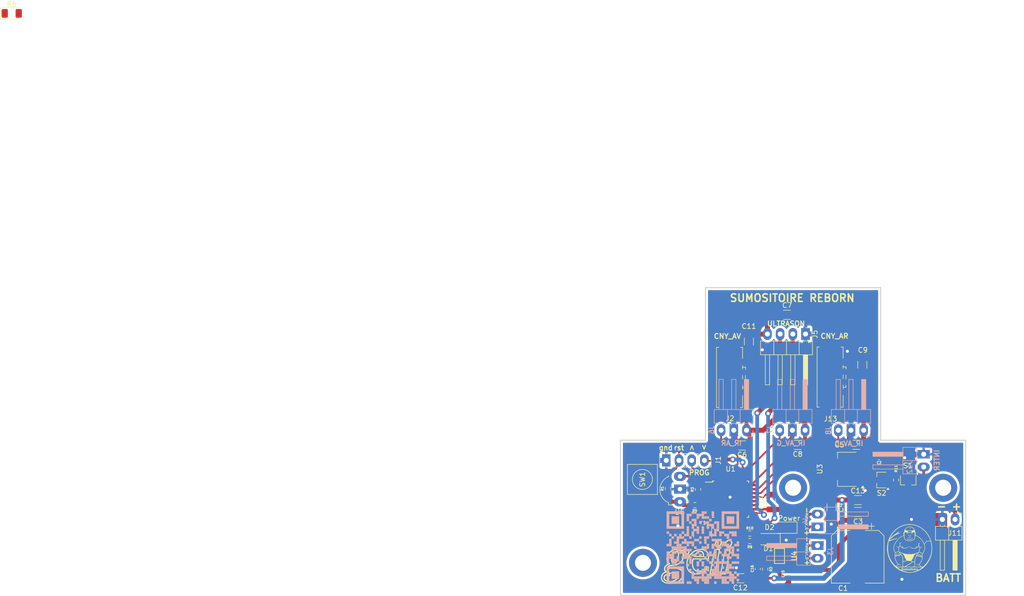
<source format=kicad_pcb>
(kicad_pcb (version 20241229) (generator "pcbnew") (generator_version "9.0")
  (layers (0 "F.Cu" signal) (2 "B.Cu" signal) (13 "F.Paste" user) (15 "B.Paste" user) (5 "F.SilkS" user "F.Silkscreen") (7 "B.SilkS" user "B.Silkscreen") (1 "F.Mask" user) (3 "B.Mask" user) (25 "Edge.Cuts" user))
  (net 0 "")
  (net 1 "+BATT")
  (net 2 "GND")
  (net 3 "+5V")
  (net 4 "Net-(D1-A)")
  (net 5 "Net-(D2-A)")
  (net 6 "/RXD")
  (net 7 "/RST")
  (net 8 "/TXD")
  (net 10 "/CAPTAR")
  (net 11 "Net-(J3-Pin_2)")
  (net 12 "Net-(J3-Pin_1)")
  (net 13 "Net-(J4-Pin_2)")
  (net 14 "Net-(J4-Pin_1)")
  (net 15 "/ECHO")
  (net 16 "/TRIGGER")
  (net 17 "/CAPT_INFRA_1")
  (net 18 "/CAPT_INFRA_2")
  (net 19 "/CAPT_INFRA_3")
  (net 20 "Net-(J11-Pin_1)")
  (net 21 "Net-(J12-Pin_2)")
  (net 22 "/CAPTLAVD")
  (net 23 "/CAPTLAVG")
  (net 24 "Net-(U4-MODE)")
  (net 25 "/BP_START")
  (net 26 "/LED_BLEUE")
  (net 27 "/LED_VERTE")
  (net 28 "Net-(S1-S)")
  (net 29 "/XT2")
  (net 30 "/XT1")
  (net 33 "/BIN1")
  (net 34 "/BIN2")
  (net 35 "/AIN1")
  (net 36 "/REMOTE")
  (net 39 "/AIN2")
  (net 42 "~+5V")
  (footprint "Capacitor_SMD:C_1206_3216Metric" (layer "F.Cu") (at 157.26 61.43)
    (property "Reference" "C7")
    (property "Value" "10uF")
  )
  (footprint "MountingHole:MountingHole_3.2mm_M3_DIN965_Pad" (layer "F.Cu") (at 128.5 111)
    (property "Reference" "H1" (hide yes))
    (property "Value" "MountingHole")
  )
  (footprint "Resistor_SMD:R_0603_1608Metric" (layer "F.Cu") (at 139.5 96.325 90)
    (property "Reference" "R3")
    (property "Value" "100k")
  )
  (footprint "Connector_PinSocket_2.54mm:PinSocket_1x04_P2.54mm_Vertical" (layer "F.Cu") (at 140.775 90.525 -90)
    (property "Reference" "J1")
    (property "Value" "Conn_01x04")
  )
  (footprint "Package_TO_SOT_SMD:TSOT-23" (layer "F.Cu") (at 176.18 94.47 180)
    (property "Reference" "S2")
    (property "Value" "Q_PMOS_GSD")
  )
  (footprint "Capacitor_SMD:C_1206_3216Metric" (layer "F.Cu") (at 172.33 71.405 90)
    (property "Reference" "C9")
    (property "Value" "1uF")
  )
  (footprint "MountingHole:MountingHole_3.2mm_M3_DIN965_Pad" (layer "F.Cu") (at 158.5 96)
    (property "Reference" "H2" (hide yes))
    (property "Value" "MountingHole")
  )
  (footprint "Capacitor_SMD:C_0603_1608Metric" (layer "F.Cu") (at 175.675 89.89)
    (property "Reference" "C2")
    (property "Value" "10uF")
  )
  (footprint "Connector_PinHeader_2.54mm:PinHeader_1x04_P2.54mm_Horizontal" (layer "F.Cu") (at 160.99 65.27 -90)
    (property "Reference" "J5")
    (property "Value" "CAPT_ULTRASON")
  )
  (footprint "Resistor_SMD:R_0603_1608Metric" (layer "F.Cu") (at 179.07 94.44 -90)
    (property "Reference" "R11")
    (property "Value" "10k")
  )
  (footprint "Resistor_SMD:R_0603_1608Metric" (layer "F.Cu") (at 152.9225 112.2543 -90)
    (property "Reference" "R2")
    (property "Value" "10k")
  )
  (footprint "Resistor_SMD:R_0603_1608Metric" (layer "F.Cu") (at 133.5 96.175 90)
    (property "Reference" "R1")
    (property "Value" "10k")
  )
  (footprint "Capacitor_SMD:C_1206_3216Metric" (layer "F.Cu") (at 154.075 98.85 90)
    (property "Reference" "C14")
    (property "Value" "10u")
  )
  (footprint "Resistor_SMD:R_0603_1608Metric" (layer "F.Cu") (at 138.875 99.475)
    (property "Reference" "R5")
    (property "Value" "0")
  )
  (footprint "Dam_libkicad:osc_CSTNE" (layer "F.Cu") (at 140.425 104.725)
    (property "Reference" "Y1")
    (property "Value" "Crystal_GND2")
  )
  (footprint "MountingHole:MountingHole_3.2mm_M3_DIN965_Pad" (layer "F.Cu") (at 188.5 96)
    (property "Reference" "H3" (hide yes))
    (property "Value" "MountingHole")
  )
  (footprint "Capacitor_SMD:C_1206_3216Metric" (layer "F.Cu") (at 147.985 114.08 180)
    (property "Reference" "C12")
    (property "Value" "10uF")
  )
  (footprint "Package_TO_SOT_SMD:TSOT-23" (layer "F.Cu") (at 181.53 94.48 -90)
    (property "Reference" "S1")
    (property "Value" "Q_PMOS_GSD")
  )
  (footprint "Capacitor_SMD:C_1206_3216Metric" (layer "F.Cu") (at 148.325 87.55 180)
    (property "Reference" "C6")
    (property "Value" "10uF")
  )
  (footprint "LED_SMD:LED_1206_3216Metric" (layer "F.Cu") (at 153.64 106.27 180)
    (property "Reference" "D1")
    (property "Value" "LED_BLEUE")
  )
  (footprint "Dam_libkicad:GROVE_HY2.0_VERTICAL_SMD" (layer "F.Cu") (at 166.0375 73.88 90)
    (property "Reference" "J13")
    (property "Value" "CNY_AV")
  )
  (footprint "Resistor_SMD:R_0603_1608Metric" (layer "F.Cu") (at 149.845 105.15)
    (property "Reference" "R10")
    (property "Value" "470")
  )
  (footprint "OptoDevice:Vishay_MOLD-3Pin" (layer "F.Cu") (at 135.9 93.725 -90)
    (property "Reference" "U5")
    (property "Value" "TSOP18338")
  )
  (footprint "Capacitor_SMD:C_1206_3216Metric" (layer "F.Cu") (at 159.42 87.43 180)
    (property "Reference" "C8")
    (property "Value" "10uF")
  )
  (footprint "LED_SMD:LED_1206_3216Metric" (layer "F.Cu") (at 157.02 103.97 180)
    (property "Reference" "D2")
    (property "Value" "LED_VERTE")
  )
  (footprint "Dam_libkicad:WSON-12" (layer "F.Cu") (at 155.785 109.6293 90)
    (property "Reference" "U4")
    (property "Value" "DRV8835" (hide yes))
  )
  (footprint "Package_TO_SOT_SMD:SOT-223-3_TabPin2" (layer "F.Cu") (at 169.29 92.31 180)
    (property "Reference" "U3")
    (property "Value" "LD1117S50TR_SOT223")
  )
  (footprint "lib_GEII_DAM:logo_geii_fsilk" (layer "F.Cu") (at 147.913925 104.684185)
    (property "Reference" "Ref**" (hide yes))
    (property "Value" "Val**" (hide yes))
  )
  (footprint "Capacitor_SMD:CP_Elec_10x10" (layer "F.Cu") (at 171.410105 109.8 -90)
    (property "Reference" "C1")
    (property "Value" "1000u")
  )
  (footprint "Dam_libkicad:TQFP32m" (layer "F.Cu") (at 146.01 98.28)
    (property "Reference" "U1")
    (property "Value" "ATmega328P-AU_full")
  )
  (footprint "Connector_PinHeader_2.54mm:PinHeader_1x02_P2.54mm_Horizontal" (layer "F.Cu") (at 190.875 102.325 -90)
    (property "Reference" "J11")
    (property "Value" "batt")
  )
  (footprint "Dam_libkicad:BP_Schruter_LSH" (layer "F.Cu") (at 128.385 94.33 90)
    (property "Reference" "SW1")
    (property "Value" "SW_Push")
  )
  (footprint "Capacitor_SMD:C_1206_3216Metric" (layer "F.Cu") (at 166.189434 99.914684 -90)
    (property "Reference" "C4")
    (property "Value" "10u")
  )
  (footprint "Capacitor_SMD:C_1206_3216Metric" (layer "F.Cu") (at 149.66 66.77 -90)
    (property "Reference" "C11")
    (property "Value" "1uF" (hide yes))
  )
  (footprint "Capacitor_SMD:C_1206_3216Metric" (layer "F.Cu") (at 171.475 100.829749)
    (property "Reference" "C3")
    (property "Value" "10uF")
  )
  (footprint "Capacitor_SMD:C_0603_1608Metric" (layer "F.Cu") (at 151.440862 112.251783 90)
    (property "Reference" "C16")
    (property "Value" "100nF")
  )
  (footprint "Capacitor_SMD:C_1206_3216Metric" (layer "F.Cu") (at 171.464434 98.459684)
    (property "Reference" "C13")
    (property "Value" "220u")
  )
  (footprint "Dam_libkicad:GROVE_HY2.0_VERTICAL_SMD" (layer "F.Cu") (at 145.94 73.95 90)
    (property "Reference" "J2")
    (property "Value" "CNY_AR")
  )
  (footprint "Diode_SMD:D_1206_3216Metric" (layer "F.Cu") (at 2.345 1.195)
    (property "Reference" "R6")
    (property "Value" "R")
  )
  (footprint "Capacitor_SMD:C_1206_3216Metric" (layer "F.Cu") (at 171.13 87.41 180)
    (property "Reference" "C5")
    (property "Value" "10uF")
  )
  (footprint "Resistor_SMD:R_0603_1608Metric" (layer "F.Cu") (at 149.835 106.66)
    (property "Reference" "R9")
    (property "Value" "470")
  )
  (footprint "Capacitor_SMD:C_0603_1608Metric" (layer "F.Cu") (at 157.61 113.23 90)
    (property "Reference" "C15")
    (property "Value" "100nF")
  )
  (footprint "Connector_PinHeader_2.54mm:PinHeader_1x02_P2.54mm_Horizontal" (layer "B.Cu") (at 163.375 103.8)
    (property "Reference" "J4")
    (property "Value" "MOTEUR2")
  )
  (footprint "Connector_PinHeader_2.54mm:PinHeader_1x02_P2.54mm_Horizontal" (layer "B.Cu") (at 163.38 107.55 180)
    (property "Reference" "J3")
    (property "Value" "MOTEUR1")
  )
  (footprint "Connector_PinHeader_2.54mm:PinHeader_1x03_P2.54mm_Horizontal" (layer "B.Cu") (at 160.9 84.5 90)
    (property "Reference" "J7")
    (property "Value" "CAPT_INFRA_2")
  )
  (footprint "Connector_PinHeader_2.54mm:PinHeader_1x03_P2.54mm_Horizontal" (layer "B.Cu") (at 149.19 84.5 90)
    (property "Reference" "J6")
    (property "Value" "CAPT_INFRA_1")
  )
  (footprint "Connector_PinHeader_2.54mm:PinHeader_1x03_P2.54mm_Horizontal" (layer "B.Cu") (at 172.61 84.5 90)
    (property "Reference" "J8")
    (property "Value" "CAPT_INFRA_3")
  )
  (footprint "Connector_PinHeader_2.54mm:PinHeader_1x02_P2.54mm_Horizontal" (layer "B.Cu") (at 184.6 89.3 180)
    (property "Reference" "J12")
    (property "Value" "inter")
  )
  (gr_poly (pts (xy 180.96234 112.163052) (xy 180.967822 112.163242) (xy 180.972753 112.163576) (xy 180.975019 112.163802) (xy 180.977157 112.164068) (xy 180.97917 112.164378) (xy 180.98106 112.164733) (xy 180.982833 112.165134) (xy 180.984489 112.165584) (xy 180.986034 112.166083) (xy 180.987469 112.166635) (xy 180.988799 112.16724) (xy 180.990026 112.167901) (xy 180.991154 112.168619) (xy 180.992185 112.169395) (xy 180.993124 112.170233) (xy 180.993973 112.171133) (xy 180.994736 112.172097) (xy 180.995415 112.173128) (xy 180.996014 112.174226) (xy 180.996537 112.175394) (xy 180.996986 112.176633) (xy 180.997365 112.177945) (xy 180.997676 112.179332) (xy 180.997924 112.180796) (xy 180.998111 112.182338) (xy 180.998241 112.18396) (xy 180.998316 112.185664) (xy 180.99834 112.187452) (xy 180.998379 112.189908) (xy 180.998491 112.192296) (xy 180.998673 112.194604) (xy 180.998922 112.196819) (xy 180.999232 112.198931) (xy 180.999599 112.200927) (xy 181.000021 112.202796) (xy 181.000492 112.204525) (xy 181.000745 112.205333) (xy 181.001009 112.206102) (xy 181.001283 112.20683) (xy 181.001567 112.207516) (xy 181.00186 112.208158) (xy 181.002163 112.208755) (xy 181.002473 112.209305) (xy 181.002792 112.209807) (xy 181.003118 112.210259) (xy 181.00345 112.210659) (xy 181.003789 112.211007) (xy 181.004134 112.211301) (xy 181.004484 112.211539) (xy 181.004839 112.21172) (xy 181.005199 112.211842) (xy 181.005562 112.211904) (xy 181.006463 112.211777) (xy 181.007655 112.211404) (xy 181.009119 112.210797) (xy 181.010835 112.20997) (xy 181.014943 112.207704) (xy 181.019823 112.204708) (xy 181.025317 112.201083) (xy 181.031267 112.196931) (xy 181.037517 112.192353) (xy 181.043907 112.187452) (xy 181.047785 112.184493) (xy 181.051657 112.181735) (xy 181.055521 112.179179) (xy 181.059373 112.176824) (xy 181.063212 112.17467) (xy 181.067036 112.172717) (xy 181.070842 112.170964) (xy 181.074628 112.169412) (xy 181.078392 112.16806) (xy 181.082133 112.166909) (xy 181.085847 112.165957) (xy 181.089532 112.165205) (xy 181.093186 112.164653) (xy 181.096808 112.164301) (xy 181.100394 112.164148) (xy 181.103943 112.164194) (xy 181.107453 112.164439) (xy 181.11092 112.164883) (xy 181.114344 112.165525) (xy 181.117721 112.166366) (xy 181.12105 112.167406) (xy 181.124328 112.168644) (xy 181.127554 112.170079) (xy 181.130724 112.171713) (xy 181.133838 112.173544) (xy 181.136891 112.175573) (xy 181.139884 112.177799) (xy 181.142812 112.180222) (xy 181.145674 112.182843) (xy 181.148468 112.18566) (xy 181.151192 112.188674) (xy 181.153843 112.191885) (xy 181.176678 112.220876) (xy 181.210457 112.191885) (xy 181.21797 112.185698) (xy 181.225224 112.180297) (xy 181.228764 112.177891) (xy 181.23225 112.175681) (xy 181.235689 112.173667) (xy 181.239082 112.171848) (xy 181.242436 112.170224) (xy 181.245753 112.168795) (xy 181.249037 112.167561) (xy 181.252294 112.166522) (xy 181.255527 112.165677) (xy 181.25874 112.165026) (xy 181.261937 112.164569) (xy 181.265122 112.164306) (xy 181.2683 112.164237) (xy 181.271474 112.16436) (xy 181.274649 112.164677) (xy 181.277828 112.165187) (xy 181.281017 112.165889) (xy 181.284218 112.166784) (xy 181.287436 112.167871) (xy 181.290676 112.16915) (xy 181.29394 112.170621) (xy 181.297234 112.172284) (xy 181.300562 112.174137) (xy 181.303927 112.176182) (xy 181.310786 112.180845) (xy 181.317844 112.186269) (xy 181.322423 112.190124) (xy 181.326512 112.193957) (xy 181.330146 112.197903) (xy 181.333358 112.202097) (xy 181.33618 112.206673) (xy 181.338646 112.211766) (xy 181.340788 112.217508) (xy 181.34264 112.224036) (xy 181.344235 112.231483) (xy 181.345607 112.239983) (xy 181.346787 112.249671) (xy 181.347809 112.260681) (xy 181.349513 112.287206) (xy 181.350983 112.320631) (xy 181.351688 112.338272) (xy 181.352401 112.353967) (xy 181.353148 112.367825) (xy 181.353957 112.37996) (xy 181.354393 112.385416) (xy 181.354855 112.390483) (xy 181.355346 112.395174) (xy 181.35587 112.399505) (xy 181.356429 112.403488) (xy 181.357029 112.407137) (xy 181.357671 112.410468) (xy 181.35836 112.413493) (xy 181.359098 112.416226) (xy 181.35989 112.418682) (xy 181.360738 112.420875) (xy 181.361647 112.422818) (xy 181.362619 112.424525) (xy 181.363659 112.426011) (xy 181.364768 112.427289) (xy 181.365952 112.428373) (xy 181.367213 112.429277) (xy 181.368555 112.430016) (xy 181.369981 112.430602) (xy 181.371494 112.431051) (xy 181.373099 112.431376) (xy 181.374798 112.43159) (xy 181.376596 112.431709) (xy 181.378494 112.431745) (xy 181.379684 112.431761) (xy 181.380858 112.431809) (xy 181.382015 112.431887) (xy 181.383154 112.431996) (xy 181.384273 112.432134) (xy 181.385371 112.4323) (xy 181.386446 112.432494) (xy 181.387497 112.432714) (xy 181.388522 112.432961) (xy 181.389521 112.433234) (xy 181.39049 112.433531) (xy 181.39143 112.433851) (xy 181.392338 112.434195) (xy 181.393213 112.434561) (xy 181.394054 112.434949) (xy 181.394858 112.435357) (xy 181.395626 112.435785) (xy 181.396354 112.436232) (xy 181.397042 112.436698) (xy 181.397688 112.437181) (xy 181.398291 112.437681) (xy 181.39885 112.438197) (xy 181.399362 112.438728) (xy 181.399826 112.439274) (xy 181.400242 112.439833) (xy 181.400606 112.440405) (xy 181.400919 112.44099) (xy 181.401178 112.441585) (xy 181.401382 112.442192) (xy 181.40153 112.442808) (xy 181.401619 112.443433) (xy 181.401649 112.444067) (xy 181.401554 112.4447) (xy 181.401271 112.445325) (xy 181.400159 112.446546) (xy 181.398349 112.447722) (xy 181.395878 112.448847) (xy 181.39278 112.449917) (xy 181.389092 112.450925) (xy 181.38485 112.451864) (xy 181.380088 112.45273) (xy 181.369152 112.454216) (xy 181.356571 112.455336) (xy 181.342629 112.456043) (xy 181.327614 112.456289) (xy 181.319193 112.456238) (xy 181.311283 112.456085) (xy 181.303896 112.455833) (xy 181.297045 112.455482) (xy 181.290742 112.455034) (xy 181.285 112.45449) (xy 181.27983 112.453851) (xy 181.275246 112.453119) (xy 181.273177 112.452718) (xy 181.271259 112.452295) (xy 181.269493 112.451849) (xy 181.267882 112.45138) (xy 181.266426 112.45089) (xy 181.265127 112.450377) (xy 181.263986 112.449842) (xy 181.263006 112.449285) (xy 181.262188 112.448707) (xy 181.261533 112.448107) (xy 181.261042 112.447486) (xy 181.260718 112.446844) (xy 181.260562 112.44618) (xy 181.260575 112.445496) (xy 181.260759 112.444792) (xy 181.261116 112.444067) (xy 181.261975 112.442817) (xy 181.26299 112.441601) (xy 181.264147 112.440425) (xy 181.265435 112.439296) (xy 181.266839 112.43822) (xy 181.268348 112.437204) (xy 181.269947 112.436254) (xy 181.271624 112.435377) (xy 181.273367 112.434578) (xy 181.275161 112.433865) (xy 181.276994 112.433245) (xy 181.278854 112.432722) (xy 181.280726 112.432304) (xy 181.282599 112.431998) (xy 181.284459 112.431809) (xy 181.286293 112.431745) (xy 181.288692 112.43121) (xy 181.290929 112.429646) (xy 181.293002 112.427117) (xy 181.294914 112.423686) (xy 181.298254 112.414373) (xy 181.300952 112.402212) (xy 181.303012 112.387712) (xy 181.304437 112.371379) (xy 181.305231 112.353721) (xy 181.305398 112.335243) (xy 181.304942 112.316453) (xy 181.303866 112.297858) (xy 181.302175 112.279965) (xy 181.299871 112.263281) (xy 181.29696 112.248312) (xy 181.293444 112.235567) (xy 181.289328 112.22555) (xy 181.287045 112.221724) (xy 181.284614 112.218771) (xy 181.282207 112.216434) (xy 181.279813 112.214257) (xy 181.27743 112.212241) (xy 181.275056 112.210384) (xy 181.27269 112.208689) (xy 181.270331 112.207154) (xy 181.267976 112.205779) (xy 181.265625 112.204566) (xy 181.263275 112.203513) (xy 181.260926 112.202622) (xy 181.258575 112.201891) (xy 181.256222 112.201322) (xy 181.253863 112.200915) (xy 181.251499 112.200668) (xy 181.249127 112.200584) (xy 181.246746 112.200661) (xy 181.244354 112.200901) (xy 181.24195 112.201302) (xy 181.239532 112.201865) (xy 181.237098 112.202591) (xy 181.234647 112.203479) (xy 181.232178 112.204529) (xy 181.229689 112.205742) (xy 181.227178 112.207118) (xy 181.224643 112.208657) (xy 181.222084 112.210358) (xy 181.219498 112.212223) (xy 181.216885 112.214251) (xy 181.211567 112.218797) (xy 181.206119 112.223997) (xy 181.202532 112.227788) (xy 181.199294 112.23167) (xy 181.196391 112.235722) (xy 181.193806 112.240024) (xy 181.191522 112.244656) (xy 181.189523 112.249696) (xy 181.187793 112.255226) (xy 181.186314 112.261323) (xy 181.185071 112.268067) (xy 181.184047 112.275539) (xy 181.183226 112.283817) (xy 181.182591 112.292982) (xy 181.181813 112.314288) (xy 181.181583 112.340093) (xy 181.18163 112.35293) (xy 181.181774 112.364603) (xy 181.182026 112.375158) (xy 181.182196 112.380031) (xy 181.182395 112.384643) (xy 181.182626 112.388998) (xy 181.18289 112.393102) (xy 181.183187 112.396962) (xy 181.183519 112.400583) (xy 181.183887 112.403971) (xy 181.184292 112.407132) (xy 181.184735 112.410071) (xy 181.185218 112.412795) (xy 181.185741 112.415308) (xy 181.186306 112.417618) (xy 181.186913 112.419729) (xy 181.187564 112.421648) (xy 181.188261 112.42338) (xy 181.189003 112.424931) (xy 181.189793 112.426307) (xy 181.190631 112.427513) (xy 181.191519 112.428556) (xy 181.192457 112.429441) (xy 181.193447 112.430174) (xy 181.19449 112.43076) (xy 181.195587 112.431207) (xy 181.19674 112.431518) (xy 181.197949 112.431701) (xy 181.199215 112.43176) (xy 181.200128 112.431776) (xy 181.201049 112.431824) (xy 181.20291 112.432011) (xy 181.204783 112.432315) (xy 181.206655 112.43273) (xy 181.208515 112.433249) (xy 181.210348 112.433867) (xy 181.212142 112.434576) (xy 181.213884 112.435372) (xy 181.215561 112.436247) (xy 181.21716 112.437196) (xy 181.218668 112.438212) (xy 181.220072 112.439289) (xy 181.221359 112.440421) (xy 181.221954 112.441005) (xy 181.222516 112.441601) (xy 181.223041 112.442207) (xy 181.22353 112.442823) (xy 181.223979 112.443448) (xy 181.224388 112.444082) (xy 181.224745 112.444802) (xy 181.22493 112.445503) (xy 181.224943 112.446183) (xy 181.224787 112.446844) (xy 181.224464 112.447483) (xy 181.223973 112.448102) (xy 181.2225 112.449278) (xy 181.22038 112.450368) (xy 181.217626 112.451372) (xy 181.214249 112.452288) (xy 181.210263 112.453114) (xy 181.205679 112.453849) (xy 181.200509 112.454491) (xy 181.188464 112.45549) (xy 181.174226 112.456099) (xy 181.157894 112.456304) (xy 181.144918 112.456132) (xy 181.133048 112.455631) (xy 181.122331 112.454827) (xy 181.117418 112.45432) (xy 181.11281 112.453746) (xy 181.108512 112.45311) (xy 181.104531 112.452413) (xy 181.100871 112.45166) (xy 181.097539 112.450853) (xy 181.09454 112.449996) (xy 181.091879 112.449092) (xy 181.089562 112.448144) (xy 181.087595 112.447155) (xy 181.085984 112.446128) (xy 181.084734 112.445066) (xy 181.08385 112.443974) (xy 181.083339 112.442853) (xy 181.083206 112.441707) (xy 181.083456 112.440539) (xy 181.084095 112.439353) (xy 181.085129 112.438151) (xy 181.086564 112.436937) (xy 181.088405 112.435713) (xy 181.090657 112.434484) (xy 181.093327 112.433252) (xy 181.09642 112.43202) (xy 181.099941 112.430791) (xy 181.103896 112.42957) (xy 181.108292 112.428358) (xy 181.112061 112.427245) (xy 181.11543 112.425929) (xy 181.118418 112.424335) (xy 181.121048 112.422388) (xy 181.123342 112.420015) (xy 181.125321 112.41714) (xy 181.127005 112.413689) (xy 181.128418 112.409588) (xy 181.129581 112.404763) (xy 181.130514 112.399139) (xy 181.13124 112.392641) (xy 181.131781 112.385195) (xy 181.132157 112.376726) (xy 181.13239 112.367161) (xy 181.132515 112.344442) (xy 181.132444 112.336319) (xy 181.132261 112.328424) (xy 181.131967 112.320758) (xy 181.131562 112.313321) (xy 181.131046 112.306116) (xy 181.130421 112.299143) (xy 181.129686 112.292402) (xy 181.128841 112.285894) (xy 181.127888 112.279622) (xy 181.126826 112.273584) (xy 181.125655 112.267784) (xy 181.124377 112.26222) (xy 181.122992 112.256895) (xy 181.121499 112.251809) (xy 181.1199 112.246963) (xy 181.118194 112.242358) (xy 181.116383 112.237995) (xy 181.114466 112.233875) (xy 181.112444 112.229998) (xy 181.110316 112.226367) (xy 181.108085 112.222981) (xy 181.105749 112.219842) (xy 181.10331 112.21695) (xy 181.100767 112.214307) (xy 181.098122 112.211913) (xy 181.095373 112.209769) (xy 181.092523 112.207876) (xy 181.089571 112.206236) (xy 181.086517 112.204849) (xy 181.083363 112.203716) (xy 181.080107 112.202837) (xy 181.076752 112.202215) (xy 181.072615 112.201763) (xy 181.068585 112.201619) (xy 181.064663 112.201781) (xy 181.06085 112.202249) (xy 181.057145 112.203022) (xy 181.05355 112.204098) (xy 181.050065 112.205478) (xy 181.046691 112.207159) (xy 181.043427 112.209142) (xy 181.040275 112.211424) (xy 181.037236 112.214006) (xy 181.034309 112.216887) (xy 181.028795 112.223538) (xy 181.023739 112.231372) (xy 181.019144 112.240382) (xy 181.015016 112.250558) (xy 181.011357 112.261895) (xy 181.008174 112.274386) (xy 181.00547 112.288021) (xy 181.003249 112.302795) (xy 181.001516 112.3187) (xy 181.000275 112.335729) (xy 180.999518 112.349672) (xy 180.998927 112.362042) (xy 180.998526 112.372942) (xy 180.998337 112.382476) (xy 180.99833 112.386762) (xy 180.998385 112.390746) (xy 180.998505 112.39444) (xy 180.998694 112.397857) (xy 180.998953 112.401009) (xy 180.999286 112.403911) (xy 180.999696 112.406574) (xy 181.000186 112.409012) (xy 181.000759 112.411238) (xy 181.001417 112.413264) (xy 181.002165 112.415104) (xy 181.003004 112.41677) (xy 181.003938 112.418276) (xy 181.004969 112.419634) (xy 181.006102 112.420857) (xy 181.007337 112.421958) (xy 181.00868 112.42295) (xy 181.010132 112.423846) (xy 181.011696 112.424659) (xy 181.013376 112.425402) (xy 181.015174 112.426088) (xy 181.017094 112.426729) (xy 181.019138 112.427339) (xy 181.021309 112.42793) (xy 181.029864 112.43041) (xy 181.036686 112.432914) (xy 181.041816 112.435416) (xy 181.04376 112.436659) (xy 181.045297 112.437892) (xy 181.046433 112.439112) (xy 181.047172 112.440316) (xy 181.047519 112.4415) (xy 181.047481 112.442662) (xy 181.047063 112.443798) (xy 181.046269 112.444905) (xy 181.045105 112.44598) (xy 181.043576 112.44702) (xy 181.039446 112.448982) (xy 181.03392 112.450764) (xy 181.027041 112.452341) (xy 181.018851 112.453689) (xy 181.009392 112.454782) (xy 180.998707 112.455594) (xy 180.986838 112.456099) (xy 180.973827 112.456274) (xy 180.966291 112.456211) (xy 180.958982 112.456028) (xy 180.951936 112.455729) (xy 180.945189 112.455321) (xy 180.938777 112.45481) (xy 180.932735 112.454201) (xy 180.927099 112.453501) (xy 180.921905 112.452715) (xy 180.917188 112.451849) (xy 180.912984 112.450909) (xy 180.909329 112.449902) (xy 180.906259 112.448832) (xy 180.904954 112.448276) (xy 180.903808 112.447706) (xy 180.902827 112.447124) (xy 180.902014 112.44653) (xy 180.901374 112.445925) (xy 180.900911 112.44531) (xy 180.90063 112.444685) (xy 180.900535 112.444051) (xy 180.900542 112.444058) (xy 180.900549 112.444065) (xy 180.900562 112.444079) (xy 180.900588 112.444105) (xy 180.900602 112.444118) (xy 180.900614 112.444131) (xy 180.900621 112.444137) (xy 180.900627 112.444144) (xy 180.900633 112.444151) (xy 180.900638 112.444158) (xy 180.90067 112.443529) (xy 180.900765 112.442908) (xy 180.900921 112.442296) (xy 180.901137 112.441692) (xy 180.901411 112.441099) (xy 180.901741 112.440517) (xy 180.902126 112.439946) (xy 180.902565 112.439388) (xy 180.903597 112.438312) (xy 180.904824 112.437296) (xy 180.906233 112.436346) (xy 180.907812 112.435468) (xy 180.909549 112.43467) (xy 180.911432 112.433957) (xy 180.913446 112.433336) (xy 180.915581 112.432814) (xy 180.917823 112.432396) (xy 180.920161 112.43209) (xy 180.922581 112.431901) (xy 180.925072 112.431837) (xy 180.929088 112.43172) (xy 180.932641 112.43128) (xy 180.935759 112.430383) (xy 180.93847 112.428898) (xy 180.940801 112.426689) (xy 180.942782 112.423625) (xy 180.94444 112.419572) (xy 180.945804 112.414396) (xy 180.946902 112.407965) (xy 180.947762 112.400144) (xy 180.948412 112.390802) (xy 180.948881 112.379804) (xy 180.949386 112.35231) (xy 180.949505 112.316595) (xy 180.949474 112.298015) (xy 180.949363 112.281499) (xy 180.949146 112.266915) (xy 180.948798 112.254133) (xy 180.948567 112.248376) (xy 180.948292 112.24302) (xy 180.947972 112.238049) (xy 180.947603 112.233446) (xy 180.947181 112.229195) (xy 180.946703 112.22528) (xy 180.946166 112.221684) (xy 180.945568 112.21839) (xy 180.944903 112.215383) (xy 180.94417 112.212646) (xy 180.943365 112.210162) (xy 180.942484 112.207915) (xy 180.941525 112.205889) (xy 180.940484 112.204067) (xy 180.939359 112.202433) (xy 180.938145 112.200971) (xy 180.936839 112.199664) (xy 180.935438 112.198495) (xy 180.93394 112.197449) (xy 180.93234 112.196509) (xy 180.930635 112.195658) (xy 180.928823 112.194881) (xy 180.9269 112.19416) (xy 180.924862 112.193479) (xy 180.921612 112.192378) (xy 180.918684 112.191237) (xy 180.916075 112.190063) (xy 180.913778 112.18886) (xy 180.911789 112.187633) (xy 180.910102 112.186387) (xy 180.908714 112.185126) (xy 180.907619 112.183856) (xy 180.906812 112.182581) (xy 180.906287 112.181305) (xy 180.906041 112.180035) (xy 180.906068 112.178774) (xy 180.906363 112.177528) (xy 180.906921 112.176301) (xy 180.907737 112.175098) (xy 180.908807 112.173924) (xy 180.910124 112.172784) (xy 180.911686 112.171682) (xy 180.913485 112.170624) (xy 180.915518 112.169614) (xy 180.920264 112.167759) (xy 180.925883 112.166154) (xy 180.932337 112.164839) (xy 180.939585 112.163851) (xy 180.947588 112.16323) (xy 180.956306 112.163015) (xy 180.95628 112.162992)) (stroke (width 0.032579)) (fill yes) (layer "F.SilkS"))
  (gr_poly (pts (xy 182.091118 112.018484) (xy 182.09194 112.018517) (xy 182.092769 112.018575) (xy 182.093605 112.018659) (xy 182.094447 112.018773) (xy 182.095295 112.018919) (xy 182.097765 112.019581) (xy 182.100098 112.02046) (xy 182.102291 112.021551) (xy 182.103335 112.022174) (xy 182.104341 112.02285) (xy 182.106245 112.024353) (xy 182.107999 112.026058) (xy 182.109601 112.02796) (xy 182.111048 112.030055) (xy 182.112335 112.032339) (xy 182.113461 112.03481) (xy 182.114423 112.037463) (xy 182.115216 112.040294) (xy 182.115839 112.043299) (xy 182.116287 112.046476) (xy 182.116558 112.04982) (xy 182.11665 112.053327) (xy 182.116538 112.056535) (xy 182.116213 112.05962) (xy 182.115686 112.062578) (xy 182.114969 112.065405) (xy 182.114073 112.068095) (xy 182.113012 112.070645) (xy 182.111796 112.07305) (xy 182.110438 112.075304) (xy 182.10895 112.077404) (xy 182.107344 112.079345) (xy 182.105632 112.081123) (xy 182.103826 112.082732) (xy 182.101938 112.084169) (xy 182.099979 112.085428) (xy 182.097962 112.086505) (xy 182.095899 112.087396) (xy 182.093802 112.088096) (xy 182.091683 112.0886) (xy 182.089554 112.088904) (xy 182.087426 112.089003) (xy 182.085313 112.088893) (xy 182.083225 112.088569) (xy 182.081175 112.088026) (xy 182.079175 112.08726) (xy 182.077236 112.086267) (xy 182.075372 112.085041) (xy 182.073593 112.083579) (xy 182.071912 112.081875) (xy 182.070341 112.079925) (xy 182.068892 112.077724) (xy 182.067576 112.075269) (xy 182.066406 112.072553) (xy 182.066513 112.072553) (xy 182.065631 112.070097) (xy 182.064876 112.067644) (xy 182.064246 112.065199) (xy 182.063736 112.062767) (xy 182.063346 112.060352) (xy 182.063072 112.057959) (xy 182.062912 112.055593) (xy 182.062864 112.053258) (xy 182.062925 112.050959) (xy 182.063092 112.0487) (xy 182.063364 112.046486) (xy 182.063737 112.044321) (xy 182.064209 112.042211) (xy 182.064778 112.040159) (xy 182.065442 112.03817) (xy 182.066196 112.03625) (xy 182.06704 112.034402) (xy 182.067971 112.03263) (xy 182.068986 112.030941) (xy 182.070083 112.029337) (xy 182.071258 112.027825) (xy 182.072511 112.026408) (xy 182.073838 112.02509) (xy 182.075237 112.023878) (xy 182.076704 112.022774) (xy 182.078239 112.021784) (xy 182.079838 112.020913) (xy 182.081499 112.020164) (xy 182.083219 112.019543) (xy 182.084996 112.019055) (xy 182.086827 112.018702) (xy 182.088711 112.018491) (xy 182.088711 112.018499) (xy 182.089503 112.018477) (xy 182.090306 112.018471)) (stroke (width 0.032579)) (fill yes) (layer "F.SilkS"))
  (gr_curve (pts (xy 180.479919 111.765119) (xy 180.440128 111.606603) (xy 180.411598 111.088544) (xy 180.429573 110.850683)) (stroke (width 0.032579)) (layer "F.SilkS"))
  (gr_curve (pts (xy 181.247879 110.500448) (xy 181.264839 110.508413) (xy 181.281795 110.516386) (xy 181.298756 110.524351)) (stroke (width 0.032579)) (layer "F.SilkS"))
  (gr_poly (pts (xy 183.019668 112.176275) (xy 183.022939 112.176609) (xy 183.024437 112.176868) (xy 183.025848 112.177194) (xy 183.027172 112.177588) (xy 183.028413 112.178054) (xy 183.029572 112.178595) (xy 183.030653 112.179215) (xy 183.031658 112.179916) (xy 183.032589 112.180702) (xy 183.033449 112.181576) (xy 183.034239 112.182541) (xy 183.034963 112.183599) (xy 183.035623 112.184755) (xy 183.036221 112.186011) (xy 183.036759 112.18737) (xy 183.037241 112.188836) (xy 183.037668 112.190412) (xy 183.038369 112.193904) (xy 183.03888 112.197873) (xy 183.039221 112.202344) (xy 183.039411 112.20734) (xy 183.039471 112.212888) (xy 183.039471 112.250608) (xy 183.071014 112.212888) (xy 183.075721 112.207622) (xy 183.080584 112.202796) (xy 183.08558 112.198405) (xy 183.090684 112.194443) (xy 183.095873 112.190906) (xy 183.101123 112.187788) (xy 183.106409 112.185084) (xy 183.111707 112.182788) (xy 183.116994 112.180896) (xy 183.122244 112.179401) (xy 183.127435 112.1783) (xy 183.132541 112.177586) (xy 183.137539 112.177255) (xy 183.142405 112.1773) (xy 183.147114 112.177718) (xy 183.151643 112.178502) (xy 183.155967 112.179647) (xy 183.160063 112.181148) (xy 183.163906 112.183) (xy 183.167471 112.185197) (xy 183.170736 112.187735) (xy 183.173676 112.190608) (xy 183.176266 112.19381) (xy 183.178483 112.197337) (xy 183.180303 112.201183) (xy 183.181701 112.205343) (xy 183.182654 112.209811) (xy 183.183137 112.214583) (xy 183.183126 112.219654) (xy 183.182597 112.225017) (xy 183.181526 112.230667) (xy 183.17989 112.236601) (xy 183.178812 112.239639) (xy 183.177591 112.242441) (xy 183.176238 112.245008) (xy 183.174763 112.247344) (xy 183.173178 112.249448) (xy 183.171492 112.251325) (xy 183.169717 112.252975) (xy 183.167862 112.254401) (xy 183.165938 112.255604) (xy 183.163957 112.256587) (xy 183.161928 112.257351) (xy 183.159862 112.2579) (xy 183.15777 112.258233) (xy 183.155662 112.258355) (xy 183.153549 112.258266) (xy 183.151441 112.257969) (xy 183.149349 112.257465) (xy 183.147285 112.256757) (xy 183.145257 112.255846) (xy 183.143277 112.254735) (xy 183.141355 112.253426) (xy 183.139503 112.25192) (xy 183.13773 112.25022) (xy 183.136047 112.248327) (xy 183.134465 112.246244) (xy 183.132994 112.243973) (xy 183.131645 112.241515) (xy 183.130428 112.238873) (xy 183.129354 112.236048) (xy 183.128435 112.233043) (xy 183.127679 112.229859) (xy 183.127098 112.226499) (xy 183.125937 112.219906) (xy 183.124491 112.214325) (xy 183.12278 112.209727) (xy 183.120823 112.206079) (xy 183.118638 112.203351) (xy 183.116246 112.201511) (xy 183.113664 112.200528) (xy 183.110912 112.200371) (xy 183.10801 112.20101) (xy 183.104975 112.202412) (xy 183.101828 112.204546) (xy 183.098586 112.207382) (xy 183.091898 112.215034) (xy 183.085064 112.225117) (xy 183.078235 112.237383) (xy 183.071564 112.251583) (xy 183.065204 112.267466) (xy 183.059307 112.284784) (xy 183.054025 112.303287) (xy 183.049511 112.322726) (xy 183.045917 112.342853) (xy 183.043396 112.363416) (xy 183.042277 112.375786) (xy 183.041362 112.386861) (xy 183.040661 112.396712) (xy 183.040394 112.401201) (xy 183.040185 112.405411) (xy 183.040035 112.40935) (xy 183.039946 112.413028) (xy 183.039918 112.416453) (xy 183.039952 112.419634) (xy 183.040052 112.422581) (xy 183.040217 112.425301) (xy 183.040448 112.427804) (xy 183.040748 112.430099) (xy 183.041118 112.432195) (xy 183.041559 112.4341) (xy 183.042072 112.435823) (xy 183.042659 112.437373) (xy 183.043321 112.43876) (xy 183.044059 112.439991) (xy 183.044874 112.441076) (xy 183.045769 112.442024) (xy 183.046744 112.442844) (xy 183.047801 112.443544) (xy 183.048941 112.444133) (xy 183.050165 112.444621) (xy 183.051474 112.445015) (xy 183.052871 112.445326) (xy 183.054356 112.445561) (xy 183.055931 112.44573) (xy 183.06233 112.44627) (xy 183.068086 112.446789) (xy 183.073247 112.4473) (xy 183.07786 112.447817) (xy 183.081972 112.448354) (xy 183.085631 112.448925) (xy 183.088883 112.449541) (xy 183.090372 112.449872) (xy 183.091777 112.450219) (xy 183.093103 112.450584) (xy 183.094358 112.45097) (xy 183.095546 112.451378) (xy 183.096675 112.451809) (xy 183.097748 112.452265) (xy 183.098774 112.452749) (xy 183.099756 112.453261) (xy 183.100702 112.453803) (xy 183.101618 112.454378) (xy 183.102508 112.454986) (xy 183.103379 112.45563) (xy 183.104238 112.456311) (xy 183.105939 112.457791) (xy 183.107658 112.45944) (xy 183.107824 112.4596) (xy 183.10787 112.459646) (xy 183.107912 112.459689) (xy 183.107931 112.459709) (xy 183.107948 112.459728) (xy 183.107963 112.459745) (xy 183.107975 112.45976) (xy 183.10798 112.45977) (xy 183.107985 112.459783) (xy 183.107999 112.45982) (xy 183.108014 112.459866) (xy 183.10803 112.459917) (xy 183.10806 112.460014) (xy 183.108073 112.46005) (xy 183.108078 112.460064) (xy 183.108082 112.460073) (xy 183.108082 112.46018) (xy 183.108082 112.460287) (xy 183.108082 112.460394) (xy 183.108082 112.4605) (xy 183.108082 112.4606) (xy 183.108082 112.460706) (xy 183.107975 112.460813) (xy 183.107975 112.46092) (xy 183.107969 112.460927) (xy 183.107963 112.460934) (xy 183.107957 112.460941) (xy 183.107951 112.460947) (xy 183.107938 112.46096) (xy 183.107925 112.460973) (xy 183.107898 112.460999) (xy 183.107885 112.461013) (xy 183.107878 112.46102) (xy 183.107872 112.461027) (xy 183.106954 112.461785) (xy 183.105371 112.462525) (xy 183.103153 112.463242) (xy 183.100327 112.463931) (xy 183.092963 112.465211) (xy 183.083507 112.466333) (xy 183.072184 112.467263) (xy 183.059219 112.467968) (xy 183.044839 112.468416) (xy 183.02927 112.468572) (xy 183.020147 112.468513) (xy 183.01135 112.468338) (xy 183.002913 112.468053) (xy 182.99487 112.467663) (xy 182.987256 112.467172) (xy 182.980105 112.466586) (xy 182.973451 112.46591) (xy 182.96733 112.465149) (xy 182.961775 112.464307) (xy 182.956821 112.46339) (xy 182.952502 112.462402) (xy 182.948852 112.46135) (xy 182.947289 112.4608) (xy 182.945907 112.460237) (xy 182.944709 112.459659) (xy 182.9437 112.459069) (xy 182.942884 112.458465) (xy 182.942266 112.45785) (xy 182.941849 112.457224) (xy 182.941639 112.456586) (xy 182.941639 112.45648) (xy 182.941681 112.455855) (xy 182.941784 112.455239) (xy 182.941949 112.45463) (xy 182.942172 112.454031) (xy 182.942452 112.453442) (xy 182.942788 112.452864) (xy 182.943178 112.452298) (xy 182.943621 112.451744) (xy 182.944659 112.450677) (xy 182.94589 112.449669) (xy 182.9473 112.448727) (xy 182.948879 112.447857) (xy 182.950613 112.447065) (xy 182.95249 112.446358) (xy 182.954498 112.445743) (xy 182.956624 112.445225) (xy 182.958857 112.444811) (xy 182.961185 112.444508) (xy 182.963594 112.444321) (xy 182.966072 112.444257) (xy 182.970087 112.44414) (xy 182.973639 112.443698) (xy 182.976756 112.442798) (xy 182.979466 112.441308) (xy 182.981797 112.439094) (xy 182.983778 112.436024) (xy 182.985436 112.431963) (xy 182.9868 112.426779) (xy 182.987897 112.420339) (xy 182.988757 112.41251) (xy 182.989408 112.403158) (xy 182.989877 112.392151) (xy 182.990383 112.364636) (xy 182.990501 112.328901) (xy 182.990478 112.309667) (xy 182.990385 112.292672) (xy 182.990188 112.277764) (xy 182.989855 112.264791) (xy 182.989627 112.258983) (xy 182.989352 112.253602) (xy 182.989026 112.248629) (xy 182.988645 112.244045) (xy 182.988205 112.239832) (xy 182.987701 112.23597) (xy 182.987129 112.23244) (xy 182.986486 112.229224) (xy 182.985766 112.226302) (xy 182.984966 112.223656) (xy 182.984082 112.221267) (xy 182.983109 112.219115) (xy 182.982043 112.217182) (xy 182.98088 112.215449) (xy 182.979616 112.213897) (xy 182.978246 112.212507) (xy 182.976767 112.21126) (xy 182.975174 112.210137) (xy 182.973463 112.209119) (xy 182.971629 112.208188) (xy 182.96967 112.207324) (xy 182.967579 112.206508) (xy 182.96299 112.204946) (xy 182.958307 112.203516) (xy 182.956198 112.20285) (xy 182.954242 112.202213) (xy 182.95244 112.201602) (xy 182.950791 112.201017) (xy 182.949294 112.200454) (xy 182.947949 112.199912) (xy 182.946756 112.199387) (xy 182.945713 112.198878) (xy 182.945248 112.198629) (xy 182.944821 112.198383) (xy 182.944431 112.198139) (xy 182.944078 112.197898) (xy 182.943763 112.19766) (xy 182.943485 112.197423) (xy 182.943244 112.197188) (xy 182.94304 112.196954) (xy 182.942874 112.196722) (xy 182.942744 112.19649) (xy 182.942652 112.196258) (xy 182.942596 112.196027) (xy 182.942596 112.195921) (xy 182.942596 112.195814) (xy 182.942699 112.195387) (xy 182.942936 112.194954) (xy 182.943307 112.194511) (xy 182.943811 112.194058) (xy 182.944448 112.193589) (xy 182.945217 112.193104) (xy 182.946117 112.192599) (xy 182.947147 112.192071) (xy 182.949598 112.190935) (xy 182.952563 112.189676) (xy 182.960018 112.186697) (xy 182.96265 112.185717) (xy 182.965488 112.184757) (xy 182.971677 112.182917) (xy 182.978371 112.18122) (xy 182.985358 112.179705) (xy 182.992423 112.178414) (xy 182.999354 112.177387) (xy 183.005937 112.176666) (xy 183.009031 112.176432) (xy 183.011959 112.17629) (xy 183.011959 112.17626) (xy 183.016014 112.176167)) (stroke (width 0.032579)) (fill yes) (layer "F.SilkS"))
  (gr_poly (pts (xy 183.783111 107.04186) (xy 183.783056 107.055788) (xy 183.782378 107.069533) (xy 183.78106 107.083142) (xy 183.779084 107.09666) (xy 183.776433 107.110133) (xy 183.773088 107.123609) (xy 183.769032 107.137133) (xy 183.764248 107.150751) (xy 183.758717 107.164509) (xy 183.752421 107.178455) (xy 183.745344 107.192633) (xy 183.737467 107.207091) (xy 183.728772 107.221874) (xy 183.719242 107.237028) (xy 183.708859 107.2526) (xy 183.697605 107.268636) (xy 183.692588 107.275519) (xy 183.687769 107.28193) (xy 183.68316 107.287869) (xy 183.678771 107.293334) (xy 183.674613 107.298323) (xy 183.670697 107.302837) (xy 183.667033 107.306873) (xy 183.663631 107.310431) (xy 183.660503 107.31351) (xy 183.657658 107.316108) (xy 183.655109 107.318224) (xy 183.653948 107.319101) (xy 183.652864 107.319857) (xy 183.65186 107.320492) (xy 183.650936 107.321006) (xy 183.650093 107.321399) (xy 183.649334 107.32167) (xy 183.648658 107.32182) (xy 183.648069 107.321848) (xy 183.647566 107.321754) (xy 183.647152 107.321539) (xy 183.646736 107.320853) (xy 183.646562 107.319845) (xy 183.646636 107.318515) (xy 183.646962 107.316862) (xy 183.647548 107.314885) (xy 183.648397 107.312584) (xy 183.649516 107.309958) (xy 183.650911 107.307006) (xy 183.652586 107.303729) (xy 183.654548 107.300125) (xy 183.659353 107.291936) (xy 183.665371 107.282433) (xy 183.672645 107.271612) (xy 183.672645 107.271116) (xy 183.68336 107.255189) (xy 183.693397 107.239673) (xy 183.702771 107.22453) (xy 183.711499 107.209723) (xy 183.719598 107.195213) (xy 183.727083 107.180965) (xy 183.733971 107.166939) (xy 183.740277 107.153099) (xy 183.746019 107.139406) (xy 183.751212 107.125824) (xy 183.755872 107.112315) (xy 183.760016 107.098841) (xy 183.763659 107.085364) (xy 183.766819 107.071848) (xy 183.769511 107.058254) (xy 183.771751 107.044546) (xy 183.781948 106.97476)) (stroke (width 0.032579)) (fill yes) (layer "F.SilkS"))
  (gr_line (start 182.453468 110.817907) (end 182.675674 110.850935) (stroke (width 0.032579)) (layer "F.SilkS"))
  (gr_line (start 182.675674 110.850935) (end 182.807918 110.858923) (stroke (width 0.032579)) (layer "F.SilkS"))
  (gr_poly (pts (xy 182.023942 103.297154) (xy 182.251643 103.315808) (xy 182.476033 103.346527) (xy 182.696831 103.389007) (xy 182.913755 103.442945) (xy 183.126523 103.508038) (xy 183.334854 103.583982) (xy 183.538465 103.670473) (xy 183.737076 103.767209) (xy 183.930404 103.873884) (xy 184.118167 103.990197) (xy 184.300085 104.115843) (xy 184.475875 104.250519) (xy 184.645255 104.393922) (xy 184.807944 104.545747) (xy 184.96366 104.705692) (xy 185.112122 104.873453) (xy 185.253047 105.048726) (xy 185.386154 105.231208) (xy 185.511161 105.420595) (xy 185.627787 105.616585) (xy 185.73575 105.818872) (xy 185.834767 106.027155) (xy 185.924558 106.241129) (xy 186.004841 106.460491) (xy 186.075333 106.684937) (xy 186.135754 106.914164) (xy 186.185821 107.147868) (xy 186.225253 107.385746) (xy 186.253768 107.627495) (xy 186.271084 107.87281) (xy 186.27692 108.121389) (xy 186.271089 108.369971) (xy 186.253777 108.615289) (xy 186.225266 108.857041) (xy 186.185838 109.094923) (xy 186.135774 109.32863) (xy 186.075357 109.557861) (xy 186.004867 109.782311) (xy 185.924587 110.001676) (xy 185.834798 110.215654) (xy 185.735782 110.423941) (xy 185.62782 110.626232) (xy 185.511196 110.822225) (xy 185.386189 111.011616) (xy 185.253083 111.194102) (xy 185.112158 111.369379) (xy 184.963696 111.537143) (xy 184.807979 111.697092) (xy 184.64529 111.848921) (xy 184.475908 111.992326) (xy 184.300117 112.127005) (xy 184.118198 112.252655) (xy 183.930433 112.36897) (xy 183.737103 112.475648) (xy 183.53849 112.572386) (xy 183.334877 112.65888) (xy 183.126543 112.734825) (xy 182.913772 112.79992) (xy 182.696846 112.85386) (xy 182.476044 112.896341) (xy 182.251651 112.927061) (xy 182.023946 112.945716) (xy 181.793213 112.952001) (xy 181.562479 112.945716) (xy 181.334775 112.927061) (xy 181.110381 112.896341) (xy 180.88958 112.85386) (xy 180.672653 112.79992) (xy 180.459882 112.734825) (xy 180.251548 112.65888) (xy 180.047934 112.572386) (xy 179.849322 112.475648) (xy 179.655992 112.36897) (xy 179.468226 112.252655) (xy 179.286307 112.127005) (xy 179.110516 111.992326) (xy 178.942946 111.850454) (xy 179.241939 111.850454) (xy 179.241962 111.850462) (xy 179.242425 111.851306) (xy 179.244337 111.853247) (xy 179.252219 111.860193) (xy 179.282178 111.884726) (xy 179.327187 111.920378) (xy 179.382595 111.963468) (xy 179.469236 112.028755) (xy 179.558543 112.09305) (xy 179.649294 112.15557) (xy 179.740272 112.215528) (xy 179.830256 112.272141) (xy 179.918027 112.324622) (xy 180.002365 112.372188) (xy 180.08205 112.414053) (xy 180.166283 112.456548) (xy 180.16988 112.367956) (xy 180.173481 112.279478) (xy 180.200138 112.336729) (xy 180.206553 112.34982) (xy 180.2131 112.361826) (xy 180.219814 112.372773) (xy 180.226734 112.382686) (xy 180.233896 112.391589) (xy 180.23758 112.395669) (xy 180.241338 112.399506) (xy 180.245175 112.403104) (xy 180.249096 112.406464) (xy 180.253105 112.409591) (xy 180.257208 112.412487) (xy 180.261408 112.415155) (xy 180.26571 112.417599) (xy 180.27012 112.419821) (xy 180.27464 112.421826) (xy 180.279278 112.423615) (xy 180.284036 112.425192) (xy 180.288919 112.42656) (xy 180.293933 112.427722) (xy 180.299081 112.428682) (xy 180.304369 112.429442) (xy 180.315381 112.430375) (xy 180.327007 112.430547) (xy 180.339283 112.429983) (xy 180.348897 112.428959) (xy 180.358042 112.42736) (xy 180.366709 112.425219) (xy 180.374891 112.42257) (xy 180.38258 112.419446) (xy 180.389768 112.415881) (xy 180.396446 112.411908) (xy 180.402608 112.407562) (xy 180.408245 112.402874) (xy 180.41335 112.39788) (xy 180.417914 112.392611) (xy 180.42193 112.387103) (xy 180.425389 112.381388) (xy 180.428285 112.3755) (xy 180.430608 112.369472) (xy 180.432352 112.363338) (xy 180.433508 112.357132) (xy 180.434069 112.350886) (xy 180.434026 112.344634) (xy 180.433372 112.338411) (xy 180.432098 112.332249) (xy 180.430198 112.326181) (xy 180.427663 112.320242) (xy 180.424485 112.314465) (xy 180.420656 112.308884) (xy 180.416169 112.303531) (xy 180.411016 112.298441) (xy 180.405188 112.293646) (xy 180.398678 112.289181) (xy 180.391478 112.285079) (xy 180.38358 112.281373) (xy 180.374977 112.278097) (xy 180.354269 112.27136) (xy 180.329403 112.263745) (xy 180.303505 112.256168) (xy 180.279701 112.249548) (xy 180.266253 112.245665) (xy 180.253927 112.241513) (xy 180.242689 112.237052) (xy 180.232503 112.232241) (xy 180.227793 112.229691) (xy 180.223333 112.227038) (xy 180.219119 112.224278) (xy 180.215146 112.221403) (xy 180.211409 112.218411) (xy 180.207905 112.215295) (xy 180.204629 112.212051) (xy 180.201576 112.208673) (xy 180.198742 112.205156) (xy 180.196123 112.201496) (xy 180.193714 112.197686) (xy 180.191511 112.193723) (xy 180.189509 112.1896) (xy 180.187705 112.185313) (xy 180.186093 112.180856) (xy 180.18467 112.176225) (xy 180.18343 112.171414) (xy 180.182371 112.166418) (xy 180.181486 112.161232) (xy 180.180772 112.155852) (xy 180.179838 112.144485) (xy 180.179535 112.132276) (xy 180.179769 112.123108) (xy 180.180464 112.11424) (xy 180.181609 112.105679) (xy 180.183193 112.097431) (xy 180.185206 112.089503) (xy 180.187637 112.081902) (xy 180.190474 112.074634) (xy 180.193708 112.067706) (xy 180.197328 112.061124) (xy 180.201322 112.054895) (xy 180.205681 112.049025) (xy 180.210392 112.043521) (xy 180.215446 112.03839) (xy 180.220832 112.033638) (xy 180.226539 112.029272) (xy 180.232556 112.025298) (xy 180.238872 112.021723) (xy 180.245477 112.018553) (xy 180.25236 112.015795) (xy 180.25951 112.013456) (xy 180.266917 112.011542) (xy 180.274569 112.01006) (xy 180.282456 112.009016) (xy 180.290567 112.008417) (xy 180.298891 112.00827) (xy 180.307418 112.00858) (xy 180.316137 112.009355) (xy 180.325037 112.010601) (xy 180.334107 112.012325) (xy 180.343337 112.014533) (xy 180.352716 112.017233) (xy 180.362232 112.020429) (xy 180.370784 112.023476) (xy 180.378468 112.026126) (xy 180.385342 112.028382) (xy 180.388493 112.029363) (xy 180.391463 112.030246) (xy 180.39426 112.031032) (xy 180.396891 112.03172) (xy 180.399363 112.032312) (xy 180.401683 112.032808) (xy 180.403859 112.033207) (xy 180.405898 112.03351) (xy 180.407807 112.033717) (xy 180.409593 112.033829) (xy 180.411265 112.033846) (xy 180.412828 112.033769) (xy 180.414291 112.033597) (xy 180.41566 112.03333) (xy 180.416943 112.03297) (xy 180.418147 112.032516) (xy 180.41928 112.031969) (xy 180.420348 112.031329) (xy 180.421359 112.030596) (xy 180.422321 112.02977) (xy 180.42324 112.028853) (xy 180.424124 112.027844) (xy 180.424979 112.026743) (xy 180.425815 112.025551) (xy 180.426636 112.024267) (xy 180.427452 112.022894) (xy 180.431285 112.016562) (xy 180.434906 112.011631) (xy 180.436635 112.009687) (xy 180.43831 112.008091) (xy 180.439928 112.00684) (xy 180.441491 112.005934) (xy 180.442997 112.00537) (xy 180.444445 112.005149) (xy 180.445835 112.005269) (xy 180.447167 112.005729) (xy 180.44844 112.006527) (xy 180.449653 112.007663) (xy 180.450806 112.009135) (xy 180.451898 112.010942) (xy 180.453896 112.015558) (xy 180.455643 112.0215) (xy 180.457135 112.02876) (xy 180.458366 112.037328) (xy 180.459332 112.047196) (xy 180.460028 112.058353) (xy 180.460449 112.070791) (xy 180.46059 112.084501) (xy 180.460453 112.100183) (xy 180.460041 112.114086) (xy 180.459354 112.126207) (xy 180.458395 112.136547) (xy 180.457812 112.141049) (xy 180.457162 112.145105) (xy 180.456444 112.148716) (xy 180.455657 112.15188) (xy 180.454803 112.1546) (xy 180.45388 112.156873) (xy 180.45289 112.1587) (xy 180.451832 112.160082) (xy 180.450707 112.161017) (xy 180.449513 112.161506) (xy 180.448253 112.161549) (xy 180.446925 112.161146) (xy 180.445529 112.160296) (xy 180.444066 112.159) (xy 180.442536 112.157258) (xy 180.440939 112.155069) (xy 180.439274 112.152433) (xy 180.437543 112.149351) (xy 180.435745 112.145822) (xy 180.433879 112.141846) (xy 180.429948 112.132554) (xy 180.425751 112.121473) (xy 180.421823 112.111699) (xy 180.417258 112.102292) (xy 180.412101 112.093288) (xy 180.406397 112.084724) (xy 180.400191 112.076635) (xy 180.393528 112.069059) (xy 180.386455 112.062032) (xy 180.379016 112.055589) (xy 180.371256 112.049769) (xy 180.363222 112.044606) (xy 180.354958 112.040137) (xy 180.34651 112.0364) (xy 180.34223 112.034816) (xy 180.337922 112.033429) (xy 180.33359 112.032243) (xy 180.329241 112.031262) (xy 180.324879 112.030492) (xy 180.320511 112.029936) (xy 180.316143 112.029599) (xy 180.311779 112.029485) (xy 180.307873 112.029624) (xy 180.303903 112.030031) (xy 180.299882 112.030697) (xy 180.295821 112.03161) (xy 180.291732 112.03276) (xy 180.287629 112.034136) (xy 180.283524 112.035727) (xy 180.279428 112.037521) (xy 180.275355 112.03951) (xy 180.271316 112.04168) (xy 180.263392 112.046525) (xy 180.255754 112.051969) (xy 180.248501 112.057926) (xy 180.241731 112.064308) (xy 180.235544 112.07103) (xy 180.2327 112.07449) (xy 180.230038 112.078003) (xy 180.227571 112.081558) (xy 180.225312 112.085142) (xy 180.223272 112.088747) (xy 180.221464 112.09236) (xy 180.219901 112.095971) (xy 180.218594 112.099569) (xy 180.217556 112.103143) (xy 180.216799 112.106683) (xy 180.216336 112.110177) (xy 180.216179 112.113615) (xy 180.21633 112.116852) (xy 180.216778 112.120093) (xy 180.217517 112.123334) (xy 180.218538 112.126569) (xy 180.219833 112.129793) (xy 180.221396 112.133) (xy 180.225294 112.139346) (xy 180.230171 112.145565) (xy 180.235968 112.151614) (xy 180.242625 112.157454) (xy 180.250081 112.163042) (xy 180.258277 112.168336) (xy 180.267152 112.173296) (xy 180.276648 112.17788) (xy 180.286703 112.182045) (xy 180.297258 112.185752) (xy 180.308252 112.188957) (xy 180.319627 112.191621) (xy 180.331322 112.1937) (xy 180.345329 112.196191) (xy 180.358749 112.199362) (xy 180.371567 112.203176) (xy 180.38377 112.207598) (xy 180.395344 112.212593) (xy 180.406277 112.218123) (xy 180.416555 112.224154) (xy 180.426163 112.23065) (xy 180.43509 112.237574) (xy 180.44332 112.244891) (xy 180.450842 112.252566) (xy 180.457641 112.260561) (xy 180.463704 112.268843) (xy 180.469018 112.277374) (xy 180.473569 112.286119) (xy 180.477343 112.295042) (xy 180.480328 112.304107) (xy 180.482509 112.313279) (xy 180.483874 112.322521) (xy 180.484409 112.331798) (xy 180.4841 112.341074) (xy 180.482934 112.350313) (xy 180.480898 112.35948) (xy 180.477978 112.368538) (xy 180.47416 112.377451) (xy 180.469432 112.386185) (xy 180.46378 112.394703) (xy 180.45719 112.402968) (xy 180.449649 112.410947) (xy 180.441143 112.418602) (xy 180.431659 112.425897) (xy 180.421184 112.432798) (xy 180.411857 112.437886) (xy 180.401625 112.442387) (xy 180.390636 112.446294) (xy 180.379037 112.4496) (xy 180.366978 112.4523) (xy 180.354604 112.454387) (xy 180.342065 112.455854) (xy 180.329507 112.456696) (xy 180.31708 112.456906) (xy 180.30493 112.456477) (xy 180.293205 112.455404) (xy 180.282053 112.45368) (xy 180.271623 112.451298) (xy 180.262061 112.448252) (xy 180.257652 112.446479) (xy 180.253516 112.444537) (xy 180.249671 112.442426) (xy 180.246136 112.440145) (xy 180.242379 112.437579) (xy 180.238909 112.435356) (xy 180.235686 112.433475) (xy 180.234155 112.432663) (xy 180.23267 112.431937) (xy 180.231228 112.431296) (xy 180.229824 112.430741) (xy 180.228451 112.430271) (xy 180.227106 112.429886) (xy 180.225784 112.429587) (xy 180.224479 112.429373) (xy 180.223188 112.429244) (xy 180.221904 112.4292) (xy 180.220623 112.429241) (xy 180.21934 112.429367) (xy 180.218051 112.429579) (xy 180.216749 112.429875) (xy 180.215432 112.430256) (xy 180.214092 112.430722) (xy 180.212727 112.431273) (xy 180.21133 112.431909) (xy 180.209897 112.432629) (xy 180.208423 112.433434) (xy 180.205333 112.435297) (xy 180.20202 112.437499) (xy 180.198444 112.440038) (xy 180.196112 112.441801) (xy 180.193913 112.443588) (xy 180.191854 112.445387) (xy 180.189946 112.447184) (xy 180.188195 112.448966) (xy 180.186612 112.45072) (xy 180.185205 112.452432) (xy 180.183982 112.454089) (xy 180.183442 112.454892) (xy 180.182952 112.455677) (xy 180.182512 112.456441) (xy 180.182123 112.457183) (xy 180.181788 112.457901) (xy 180.181505 112.458594) (xy 180.181278 112.45926) (xy 180.181106 112.459896) (xy 180.180992 112.460502) (xy 180.180935 112.461076) (xy 180.180937 112.461617) (xy 180.181 112.462121) (xy 180.181124 112.462588) (xy 180.18131 112.463017) (xy 180.181559 112.463405) (xy 180.181873 112.46375) (xy 180.186422 112.466478) (xy 180.196882 112.471858) (xy 180.232834 112.489272) (xy 180.284334 112.513387) (xy 180.345985 112.541601) (xy 180.498659 112.607166) (xy 180.650415 112.665108) (xy 180.726464 112.691354) (xy 180.802901 112.715856) (xy 180.879931 112.738666) (xy 180.957762 112.75984) (xy 181.036597 112.779429) (xy 181.116644 112.797489) (xy 181.281195 112.829234) (xy 181.453061 112.855505) (xy 181.633888 112.87673) (xy 181.678614 112.879839) (xy 181.736947 112.881836) (xy 181.804675 112.882753) (xy 181.877582 112.882623) (xy 181.951455 112.881479) (xy 182.02208 112.879354) (xy 182.085242 112.87628) (xy 182.136726 112.872289) (xy 182.136753 112.872182) (xy 182.136779 112.872077) (xy 182.136805 112.871973) (xy 182.136829 112.87187) (xy 182.271821 112.855628) (xy 182.407067 112.833755) (xy 182.542406 112.80632) (xy 182.677676 112.773392) (xy 182.812715 112.735039) (xy 182.947361 112.691332) (xy 183.081451 112.642338) (xy 183.214825 112.588129) (xy 183.34732 112.528772) (xy 183.478773 112.464336) (xy 183.609024 112.394892) (xy 183.73791 112.320508) (xy 183.865269 112.241254) (xy 183.990939 112.157198) (xy 184.114758 112.068409) (xy 184.236565 111.974958) (xy 184.376453 111.863966) (xy 181.810524 111.855878) (xy 179.241939 111.850454) (xy 178.942946 111.850454) (xy 178.941134 111.848921) (xy 178.892394 111.803434) (xy 180.902523 111.803434) (xy 182.265285 111.806333) (xy 182.280716 111.806211) (xy 182.743626 111.806211) (xy 183.368938 111.804731) (xy 183.612116 111.803495) (xy 183.812029 111.801374) (xy 183.947997 111.798515) (xy 183.985541 111.796854) (xy 183.995571 111.795974) (xy 183.999344 111.795065) (xy 183.999451 111.795278) (xy 184.000362 111.79283) (xy 184.000621 111.789556) (xy 183.999286 111.780705) (xy 183.995659 111.76908) (xy 183.989954 111.755032) (xy 183.982384 111.738917) (xy 183.973164 111.721088) (xy 183.962506 111.701899) (xy 183.950624 111.681702) (xy 183.937732 111.660853) (xy 183.924044 111.639704) (xy 183.909772 111.618609) (xy 183.895131 111.597922) (xy 183.880335 111.577997) (xy 183.865596 111.559187) (xy 183.851129 111.541846) (xy 183.837147 111.526327) (xy 183.820317 111.508926) (xy 183.803792 111.492765) (xy 183.787458 111.47778) (xy 183.771198 111.463907) (xy 183.754899 111.451083) (xy 183.738446 111.439245) (xy 183.721723 111.428327) (xy 183.704616 111.418268) (xy 183.687011 111.409003) (xy 183.668791 111.400468) (xy 183.649843 111.392601) (xy 183.630052 111.385337) (xy 183.609303 111.378613) (xy 183.58748 111.372365) (xy 183.56447 111.36653) (xy 183.540157 111.361044) (xy 183.51746 111.356792) (xy 183.514797 111.356413) (xy 183.699631 111.356413) (xy 183.699631 111.356519) (xy 183.69993 111.35732) (xy 183.700638 111.358326) (xy 183.701733 111.359521) (xy 183.703194 111.360892) (xy 183.705002 111.362423) (xy 183.707135 111.364099) (xy 183.712293 111.367828) (xy 183.718504 111.371961) (xy 183.725602 111.376381) (xy 183.733422 111.380967) (xy 183.741798 111.385603) (xy 183.746469 111.388272) (xy 183.75171 111.391551) (xy 183.763671 111.399756) (xy 183.777228 111.409847) (xy 183.791925 111.421456) (xy 183.807307 111.434213) (xy 183.822918 111.447749) (xy 183.838305 111.461696) (xy 183.853012 111.475683) (xy 183.870324 111.493031) (xy 183.886851 111.510507) (xy 183.902607 111.52814) (xy 183.917611 111.545956) (xy 183.931878 111.563982) (xy 183.945424 111.582245) (xy 183.958268 111.600771) (xy 183.970425 111.619589) (xy 183.981912 111.638723) (xy 183.992745 111.658202) (xy 184.002941 111.678053) (xy 184.012517 111.698302) (xy 184.021489 111.718976) (xy 184.029874 111.740102) (xy 184.037688 111.761708) (xy 184.044948 111.783819) (xy 184.046191 111.786598) (xy 184.048205 111.789062) (xy 184.051161 111.791221) (xy 184.055231 111.793084) (xy 184.060586 111.794663) (xy 184.067399 111.795966) (xy 184.075841 111.797004) (xy 184.086084 111.797786) (xy 184.112658 111.798625) (xy 184.148496 111.79856) (xy 184.194971 111.797673) (xy 184.253456 111.796041) (xy 184.456226 111.789983) (xy 184.598347 111.661665) (xy 184.715139 111.55277) (xy 184.828092 111.440452) (xy 184.937121 111.324838) (xy 185.042143 111.206055) (xy 185.143074 111.084233) (xy 185.239829 110.9595) (xy 185.332326 110.831982) (xy 185.420481 110.70181) (xy 185.504209 110.569109) (xy 185.583426 110.43401) (xy 185.65805 110.296639) (xy 185.727996 110.157125) (xy 185.793181 110.015595) (xy 185.85352 109.872179) (xy 185.90893 109.727004) (xy 185.959328 109.580198) (xy 186.012066 109.408842) (xy 186.057229 109.242707) (xy 186.095169 109.079722) (xy 186.126243 108.917819) (xy 186.150806 108.754926) (xy 186.169212 108.588973) (xy 186.181815 108.41789) (xy 186.188972 108.239607) (xy 186.19065 108.063879) (xy 186.186672 107.891488) (xy 186.176823 107.7205) (xy 186.160887 107.548977) (xy 186.138649 107.374984) (xy 186.109895 107.196586) (xy 186.07441 107.011846) (xy 186.031979 106.81883) (xy 186.021526 106.773248) (xy 186.017006 106.753655) (xy 186.012801 106.736078) (xy 186.008794 106.720429) (xy 186.006829 106.713301) (xy 186.00487 106.706622) (xy 186.002903 106.700381) (xy 186.000912 106.694569) (xy 185.998884 106.689173) (xy 185.996804 106.684184) (xy 185.994657 106.679589) (xy 185.992429 106.675379) (xy 185.990105 106.671542) (xy 185.987671 106.668068) (xy 185.985112 106.664945) (xy 185.982414 106.662163) (xy 185.979561 106.65971) (xy 185.97654 106.657577) (xy 185.973336 106.655751) (xy 185.969935 106.654223) (xy 185.966321 106.652981) (xy 185.962481 106.652015) (xy 185.958399 106.651313) (xy 185.954061 106.650865) (xy 185.949454 106.650659) (xy 185.944561 106.650686) (xy 185.944542 106.650739) (xy 185.934869 106.651374) (xy 185.924116 106.652676) (xy 185.912196 106.654583) (xy 185.899023 106.657033) (xy 185.832058 106.671011) (xy 185.804931 106.675945) (xy 185.774135 106.680237) (xy 185.739362 106.683912) (xy 185.700308 106.686996) (xy 185.656664 106.689514) (xy 185.608125 106.691492) (xy 185.554383 106.692955) (xy 185.495132 106.693929) (xy 185.429052 106.69495) (xy 185.374685 106.696245) (xy 185.351465 106.697033) (xy 185.330659 106.697936) (xy 185.312095 106.698967) (xy 185.295601 106.700143) (xy 185.281005 106.701478) (xy 185.268137 106.702987) (xy 185.256824 106.704686) (xy 185.246895 106.70659) (xy 185.238178 106.708715) (xy 185.230501 106.711074) (xy 185.223693 106.713683) (xy 185.217583 106.716558) (xy 185.208643 106.72194) (xy 185.198611 106.729377) (xy 185.187536 106.738811) (xy 185.175465 106.750184) (xy 185.162446 106.763438) (xy 185.148527 106.778513) (xy 185.118182 106.813896) (xy 185.084813 106.855865) (xy 185.048806 106.903954) (xy 185.010543 106.957696) (xy 184.970409 107.016622) (xy 184.953411 107.041802) (xy 184.937002 107.0655) (xy 184.921169 107.087731) (xy 184.905899 107.108509) (xy 184.891181 107.12785) (xy 184.877001 107.145768) (xy 184.863346 107.162277) (xy 184.850204 107.177392) (xy 184.837563 107.191127) (xy 184.825408 107.203498) (xy 184.813729 107.214518) (xy 184.802512 107.224203) (xy 184.791744 107.232566) (xy 184.781412 107.239623) (xy 184.771505 107.245388) (xy 184.766706 107.247791) (xy 184.762009 107.249876) (xy 184.755077 107.252826) (xy 184.749062 107.255648) (xy 184.74396 107.258478) (xy 184.739765 107.261455) (xy 184.738006 107.263041) (xy 184.736472 107.264716) (xy 184.735163 107.266496) (xy 184.734077 107.268399) (xy 184.733215 107.270442) (xy 184.732575 107.272641) (xy 184.732157 107.275016) (xy 184.73196 107.277582) (xy 184.731984 107.280357) (xy 184.732228 107.283358) (xy 184.733374 107.290107) (xy 184.735394 107.297967) (xy 184.738281 107.307075) (xy 184.742031 107.317571) (xy 184.746639 107.329591) (xy 184.758411 107.358755) (xy 184.767851 107.384608) (xy 184.778482 107.418524) (xy 184.789876 107.458795) (xy 184.801604 107.503713) (xy 184.813237 107.55157) (xy 184.824346 107.600656) (xy 184.834502 107.649263) (xy 184.843277 107.695684) (xy 184.847348 107.721755) (xy 184.850867 107.750689) (xy 184.856249 107.815528) (xy 184.859428 107.886977) (xy 184.860409 107.961811) (xy 184.859195 108.036804) (xy 184.855793 108.108731) (xy 184.850207 108.174368) (xy 184.846596 108.20382) (xy 184.842441 108.230489) (xy 184.831226 108.28778) (xy 184.817741 108.345129) (xy 184.802019 108.402472) (xy 184.784092 108.459743) (xy 184.763992 108.516876) (xy 184.74175 108.573806) (xy 184.717398 108.630467) (xy 184.690968 108.686795) (xy 184.662492 108.742723) (xy 184.632002 108.798186) (xy 184.599528 108.853118) (xy 184.565104 108.907454) (xy 184.528761 108.961129) (xy 184.490531 109.014077) (xy 184.450445 109.066232) (xy 184.408535 109.117529) (xy 184.333015 109.207182) (xy 184.346077 109.264219) (xy 184.350899 109.286978) (xy 184.354583 109.310379) (xy 184.357266 109.338477) (xy 184.359087 109.375326) (xy 184.360185 109.424981) (xy 184.360698 109.491496) (xy 184.360519 109.691328) (xy 184.358651 109.803058) (xy 184.356494 109.855615) (xy 184.35347 109.906278) (xy 184.34954 109.955282) (xy 184.344667 110.002861) (xy 184.338813 110.049248) (xy 184.331938 110.094679) (xy 184.324004 110.139386) (xy 184.314974 110.183604) (xy 184.304808 110.227567) (xy 184.293468 110.271509) (xy 184.280917 110.315664) (xy 184.267115 110.360267) (xy 184.252025 110.40555) (xy 184.235607 110.451749) (xy 184.21682 110.501016) (xy 184.196102 110.551462) (xy 184.173579 110.602866) (xy 184.149376 110.655009) (xy 184.12362 110.707671) (xy 184.096437 110.760632) (xy 184.067952 110.813674) (xy 184.038291 110.866575) (xy 183.975944 110.971078) (xy 183.943511 111.022241) (xy 183.910404 111.072385) (xy 183.876751 111.12129) (xy 183.842677 111.168736) (xy 183.808308 111.214504) (xy 183.773769 111.258375) (xy 183.758905 111.27692) (xy 183.745035 111.294476) (xy 183.73246 111.310638) (xy 183.721484 111.325003) (xy 183.71241 111.337167) (xy 183.705541 111.346726) (xy 183.703028 111.350402) (xy 183.70118 111.353276) (xy 183.700035 111.355296) (xy 183.699738 111.35597) (xy 183.699631 111.356413) (xy 183.514797 111.356413) (xy 183.493066 111.353313) (xy 183.467223 111.350594) (xy 183.440178 111.348626) (xy 183.41218 111.347397) (xy 183.383475 111.346897) (xy 183.354312 111.347115) (xy 183.324939 111.348041) (xy 183.295602 111.349664) (xy 183.266551 111.351973) (xy 183.238032 111.354957) (xy 183.210293 111.358606) (xy 183.183582 111.362909) (xy 183.158147 111.367856) (xy 183.134235 111.373435) (xy 183.112095 111.379636) (xy 183.098409 111.3837) (xy 183.086522 111.387128) (xy 183.076389 111.389921) (xy 183.071966 111.391077) (xy 183.067966 111.392074) (xy 183.064382 111.392911) (xy 183.061209 111.393588) (xy 183.058441 111.394104) (xy 183.056073 111.394459) (xy 183.054099 111.394654) (xy 183.052514 111.394687) (xy 183.051865 111.394643) (xy 183.051312 111.394559) (xy 183.050853 111.394435) (xy 183.050487 111.39427) (xy 183.050481 111.394263) (xy 183.050474 111.394256) (xy 183.050461 111.394242) (xy 183.050448 111.394229) (xy 183.050434 111.394217) (xy 183.050381 111.39417) (xy 183.050278 111.394064) (xy 183.050278 111.393957) (xy 183.050171 111.39385) (xy 183.050171 111.393743) (xy 183.050064 111.393636) (xy 183.050064 111.393537) (xy 183.050064 111.39343) (xy 183.050064 111.393324) (xy 183.050064 111.393217) (xy 183.050142 111.392926) (xy 183.050275 111.392609) (xy 183.050464 111.392267) (xy 183.050707 111.391899) (xy 183.051003 111.391507) (xy 183.051354 111.39109) (xy 183.051758 111.390649) (xy 183.052215 111.390185) (xy 183.052723 111.389697) (xy 183.053284 111.389187) (xy 183.053896 111.388655) (xy 183.054559 111.3881) (xy 183.056037 111.386927) (xy 183.057712 111.385671) (xy 183.07269 111.376199) (xy 183.091086 111.367437) (xy 183.112687 111.359405) (xy 183.137282 111.352128) (xy 183.164659 111.345628) (xy 183.194605 111.339927) (xy 183.22691 111.335048) (xy 183.261361 111.331012) (xy 183.297746 111.327844) (xy 183.335854 111.325565) (xy 183.375472 111.324197) (xy 183.416389 111.323764) (xy 183.458393 111.324287) (xy 183.501272 111.32579) (xy 183.544813 111.328294) (xy 183.588806 111.331823) (xy 183.655403 111.337881) (xy 183.75111 111.215726) (xy 183.799239 111.152526) (xy 183.845768 111.087943) (xy 183.89062 111.022136) (xy 183.933718 110.95526) (xy 183.974985 110.887472) (xy 184.014344 110.818929) (xy 184.051717 110.749788) (xy 184.087028 110.680206) (xy 184.1202 110.610339) (xy 184.151155 110.540343) (xy 184.179816 110.470376) (xy 184.206108 110.400595) (xy 184.229951 110.331155) (xy 184.25127 110.262214) (xy 184.269987 110.193928) (xy 184.286026 110.126455) (xy 184.290867 110.101908) (xy 184.295607 110.073281) (xy 184.304567 110.006828) (xy 184.312461 109.933178) (xy 184.318847 109.858417) (xy 184.323281 109.788628) (xy 184.32532 109.729894) (xy 184.325303 109.706574) (xy 184.324522 109.688299) (xy 184.32292 109.67583) (xy 184.321794 109.67201) (xy 184.320442 109.669927) (xy 184.320346 109.669865) (xy 184.320296 109.669835) (xy 184.320245 109.669805) (xy 184.320193 109.669777) (xy 184.32014 109.66975) (xy 184.320086 109.669724) (xy 184.320032 109.6697) (xy 184.319978 109.669678) (xy 184.319924 109.669659) (xy 184.319869 109.669641) (xy 184.319815 109.669627) (xy 184.319761 109.669615) (xy 184.319708 109.669606) (xy 184.319655 109.669601) (xy 184.319603 109.669599) (xy 184.319133 109.669623) (xy 184.318669 109.669692) (xy 184.318212 109.669806) (xy 184.317762 109.669964) (xy 184.317321 109.670165) (xy 184.316887 109.670407) (xy 184.316463 109.67069) (xy 184.316048 109.671012) (xy 184.315249 109.671768) (xy 184.314496 109.672668) (xy 184.313793 109.673702) (xy 184.313144 109.674862) (xy 184.312554 109.676137) (xy 184.312028 109.677519) (xy 184.31157 109.678999) (xy 184.311185 109.680568) (xy 184.310878 109.682217) (xy 184.310652 109.683937) (xy 184.310514 109.685718) (xy 184.310467 109.687551) (xy 184.310266 109.690012) (xy 184.309676 109.692759) (xy 184.308713 109.695774) (xy 184.307397 109.699037) (xy 184.303775 109.706227) (xy 184.29895 109.71417) (xy 184.293067 109.722709) (xy 184.286267 109.731685) (xy 184.278693 109.740941) (xy 184.270489 109.750319) (xy 184.261796 109.759661) (xy 184.252757 109.768808) (xy 184.243515 109.777602) (xy 184.234214 109.785886) (xy 184.224994 109.793502) (xy 184.216 109.800291) (xy 184.207373 109.806096) (xy 184.199257 109.810758) (xy 184.189657 109.815347) (xy 184.180017 109.819224) (xy 184.170371 109.822393) (xy 184.160757 109.824855) (xy 184.15121 109.826614) (xy 184.141768 109.827671) (xy 184.132466 109.82803) (xy 184.127879 109.827949) (xy 184.12334 109.827694) (xy 184.118856 109.827265) (xy 184.114428 109.826664) (xy 184.110064 109.825889) (xy 184.105766 109.824943) (xy 184.101539 109.823824) (xy 184.097389 109.822534) (xy 184.093319 109.821073) (xy 184.089334 109.81944) (xy 184.085439 109.817637) (xy 184.081639 109.815663) (xy 184.077936 109.813519) (xy 184.074337 109.811206) (xy 184.070846 109.808723) (xy 184.067468 109.80607) (xy 184.064206 109.80325) (xy 184.061066 109.80026) (xy 184.056177 109.795387) (xy 184.051827 109.791152) (xy 184.047939 109.787546) (xy 184.046145 109.785976) (xy 184.044438 109.78456) (xy 184.04281 109.783297) (xy 184.04125 109.782186) (xy 184.039749 109.781227) (xy 184.038298 109.780417) (xy 184.036887 109.779756) (xy 184.035506 109.779243) (xy 184.034148 109.778876) (xy 184.032801 109.778656) (xy 184.031457 109.77858) (xy 184.030106 109.778648) (xy 184.028739 109.778858) (xy 184.027345 109.77921) (xy 184.025917 109.779702) (xy 184.024445 109.780334) (xy 184.022918 109.781105) (xy 184.021328 109.782013) (xy 184.019665 109.783057) (xy 184.017919 109.784236) (xy 184.014144 109.786997) (xy 184.009927 109.790286) (xy 184.005192 109.794096) (xy 183.999038 109.798754) (xy 183.992771 109.802874) (xy 183.986412 109.806466) (xy 183.97998 109.809538) (xy 183.973496 109.8121) (xy 183.966982 109.814163) (xy 183.960458 109.815736) (xy 183.953945 109.816828) (xy 183.947463 109.817449) (xy 183.941033 109.817609) (xy 183.934676 109.817318) (xy 183.928413 109.816584) (xy 183.922263 109.815419) (xy 183.916249 109.813831) (xy 183.910391 109.811829) (xy 183.904708 109.809425) (xy 183.899223 109.806627) (xy 183.893956 109.803445) (xy 183.888927 109.799889) (xy 183.884157 109.795968) (xy 183.879668 109.791692) (xy 183.875479 109.787071) (xy 183.871611 109.782114) (xy 183.868085 109.776831) (xy 183.864922 109.771231) (xy 183.862143 109.765325) (xy 183.859768 109.759122) (xy 183.857817 109.752632) (xy 183.856313 109.745864) (xy 183.855274 109.738827) (xy 183.854723 109.731533) (xy 183.854679 109.723989) (xy 183.855865 109.681745) (xy 183.819435 109.712309) (xy 183.814595 109.716225) (xy 183.809709 109.719878) (xy 183.804782 109.723267) (xy 183.799816 109.726393) (xy 183.794817 109.729256) (xy 183.789789 109.731855) (xy 183.784734 109.734191) (xy 183.779658 109.736264) (xy 183.774565 109.738074) (xy 183.769458 109.739622) (xy 183.764341 109.740906) (xy 183.759219 109.741928) (xy 183.754095 109.742687) (xy 183.748974 109.743183) (xy 183.743859 109.743417) (xy 183.738755 109.743389) (xy 183.733665 109.743098) (xy 183.728594 109.742545) (xy 183.723546 109.74173) (xy 183.718524 109.740654) (xy 183.713533 109.739315) (xy 183.708577 109.737714) (xy 183.703659 109.735852) (xy 183.698784 109.733728) (xy 183.693956 109.731342) (xy 183.689179 109.728695) (xy 183.684457 109.725786) (xy 183.679793 109.722617) (xy 183.675192 109.719186) (xy 183.670659 109.715494) (xy 183.666196 109.711541) (xy 183.661808 109.707327) (xy 183.658168 109.703577) (xy 183.654628 109.699728) (xy 183.651208 109.695808) (xy 183.647925 109.691846) (xy 183.644798 109.687871) (xy 183.641846 109.683912) (xy 183.639088 109.679996) (xy 183.636541 109.676153) (xy 183.634224 109.672411) (xy 183.632156 109.668799) (xy 183.630356 109.665345) (xy 183.628841 109.662079) (xy 183.62763 109.659028) (xy 183.626743 109.656222) (xy 183.626197 109.653688) (xy 183.626058 109.652533) (xy 183.626011 109.651456) (xy 183.625955 109.648398) (xy 183.625771 109.645767) (xy 183.625429 109.64357) (xy 183.62519 109.642636) (xy 183.624901 109.641811) (xy 183.624558 109.641097) (xy 183.624159 109.640495) (xy 183.623699 109.640004) (xy 183.623175 109.639625) (xy 183.622584 109.639359) (xy 183.621921 109.639207) (xy 183.621184 109.639169) (xy 183.620369 109.639246) (xy 183.619472 109.639437) (xy 183.61849 109.639745) (xy 183.617419 109.640169) (xy 183.616256 109.64071) (xy 183.61364 109.642146) (xy 183.610613 109.644056) (xy 183.607146 109.646445) (xy 183.603212 109.649319) (xy 183.598783 109.652682) (xy 183.59383 109.656538) (xy 183.5866 109.661781) (xy 183.579064 109.666397) (xy 183.571249 109.670384) (xy 183.56318 109.673741) (xy 183.554884 109.676465) (xy 183.546387 109.678555) (xy 183.537714 109.680009) (xy 183.528892 109.680825) (xy 183.519947 109.681002) (xy 183.510904 109.680537) (xy 183.501791 109.679429) (xy 183.492632 109.677677) (xy 183.483454 109.675277) (xy 183.474283 109.67223) (xy 183.465145 109.668532) (xy 183.456066 109.664182) (xy 183.449899 109.660703) (xy 183.444052 109.656807) (xy 183.438507 109.652467) (xy 183.433249 109.647654) (xy 183.42826 109.642338) (xy 183.423523 109.636491) (xy 183.419023 109.630084) (xy 183.414741 109.623088) (xy 183.410663 109.615475) (xy 183.40677 109.607215) (xy 183.403047 109.598279) (xy 183.399476 109.588638) (xy 183.396041 109.578265) (xy 183.392724 109.567129) (xy 183.389511 109.555202) (xy 183.386383 109.542455) (xy 183.385555 109.53899) (xy 183.384754 109.535785) (xy 183.383973 109.532837) (xy 183.38321 109.530142) (xy 183.38246 109.527697) (xy 183.382089 109.526568) (xy 183.381719 109.525499) (xy 183.381351 109.524491) (xy 183.380983 109.523544) (xy 183.380615 109.522656) (xy 183.380246 109.521828) (xy 183.379877 109.521059) (xy 183.379506 109.520349) (xy 183.379132 109.519697) (xy 183.378757 109.519103) (xy 183.378378 109.518566) (xy 183.377995 109.518086) (xy 183.377609 109.517662) (xy 183.377217 109.517295) (xy 183.376821 109.516983) (xy 183.376418 109.516727) (xy 183.376009 109.516525) (xy 183.375594 109.516378) (xy 183.375171 109.516285) (xy 183.37474 109.516245) (xy 183.3743 109.516259) (xy 183.373852 109.516325) (xy 183.373825 109.516378) (xy 183.373347 109.516499) (xy 183.372856 109.516679) (xy 183.372353 109.516916) (xy 183.371836 109.51721) (xy 183.371306 109.517561) (xy 183.370762 109.517968) (xy 183.370204 109.51843) (xy 183.369631 109.518946) (xy 183.369043 109.519516) (xy 183.36844 109.520139) (xy 183.367821 109.520815) (xy 183.367187 109.521542) (xy 183.366535 109.52232) (xy 183.365867 109.523148) (xy 183.364479 109.524953) (xy 183.36276 109.527037) (xy 183.360405 109.529565) (xy 183.353957 109.535817) (xy 183.345464 109.543433) (xy 183.335256 109.552137) (xy 183.323661 109.561652) (xy 183.311011 109.571701) (xy 183.297634 109.582009) (xy 183.283859 109.592298) (xy 183.241143 109.626212) (xy 183.200403 109.663683) (xy 183.161674 109.704634) (xy 183.124992 109.748989) (xy 183.090391 109.796673) (xy 183.057908 109.847609) (xy 183.027577 109.901722) (xy 182.999433 109.958936) (xy 182.973513 110.019175) (xy 182.949851 110.082363) (xy 182.928483 110.148423) (xy 182.909443 110.217281) (xy 182.892768 110.288859) (xy 182.878492 110.363083) (xy 182.866651 110.439876) (xy 182.857281 110.519163) (xy 182.854763 110.552264) (xy 182.852337 110.599683) (xy 182.847991 110.728585) (xy 182.844704 110.888098) (xy 182.842941 111.060453) (xy 182.84082 111.479482) (xy 182.800774 111.586019) (xy 182.792547 111.608571) (xy 182.784532 111.631847) (xy 182.77693 111.655179) (xy 182.76994 111.677898) (xy 182.763764 111.699336) (xy 182.758603 111.718825) (xy 182.754656 111.735696) (xy 182.752125 111.749281) (xy 182.743626 111.806211) (xy 182.280716 111.806211) (xy 182.70121 111.802885) (xy 182.716507 111.727361) (xy 182.720285 111.710721) (xy 182.725167 111.692126) (xy 182.73095 111.672205) (xy 182.73743 111.651583) (xy 182.7444 111.630888) (xy 182.751659 111.610744) (xy 182.759 111.59178) (xy 182.76622 111.574621) (xy 182.800526 111.496763) (xy 182.804222 111.1779) (xy 182.807918 110.858923) (xy 182.675674 110.850935) (xy 182.647278 110.848805) (xy 182.617239 110.845834) (xy 182.586466 110.842158) (xy 182.555871 110.837911) (xy 182.526363 110.833228) (xy 182.498853 110.828243) (xy 182.474252 110.823091) (xy 182.453468 110.817907) (xy 182.363396 110.792959) (xy 182.222687 110.934782) (xy 182.19251 110.96468) (xy 182.160664 110.995317) (xy 182.128111 111.025828) (xy 182.095812 111.055346) (xy 182.064727 111.083005) (xy 182.035817 111.107938) (xy 182.010044 111.129279) (xy 181.988369 111.146162) (xy 181.978527 111.153252) (xy 181.968376 111.160133) (xy 181.958015 111.166794) (xy 181.947545 111.173221) (xy 181.937068 111.179404) (xy 181.926684 111.185331) (xy 181.906598 111.196367) (xy 181.871977 111.214843) (xy 181.859053 111.222095) (xy 181.85404 111.225182) (xy 181.850128 111.227895) (xy 181.747021 111.280325) (xy 181.45525 111.42954) (xy 181.393402 111.462225) (xy 181.327596 111.501307) (xy 181.25851 111.543501) (xy 181.177012 111.594878) (xy 181.091882 111.650999) (xy 181.0507 111.679451) (xy 181.011903 111.707425) (xy 180.97659 111.734365) (xy 180.945856 111.759716) (xy 180.920802 111.782924) (xy 180.902523 111.803434) (xy 178.892394 111.803434) (xy 178.778445 111.697092) (xy 178.622728 111.537143) (xy 178.474266 111.369379) (xy 178.333341 111.194102) (xy 178.200234 111.011616) (xy 178.075227 110.822225) (xy 177.958602 110.626232) (xy 177.850641 110.423941) (xy 177.751625 110.215654) (xy 177.661836 110.001676) (xy 177.581555 109.782311) (xy 177.511065 109.557861) (xy 177.450648 109.32863) (xy 177.400584 109.094923) (xy 177.361155 108.857041) (xy 177.332645 108.615289) (xy 177.315333 108.369971) (xy 177.310837 108.17832) (xy 177.466437 108.17832) (xy 177.468847 108.39784) (xy 177.474745 108.584571) (xy 177.484314 108.721204) (xy 177.505035 108.887291) (xy 177.530893 109.05028) (xy 177.561945 109.210308) (xy 177.598247 109.367513) (xy 177.639855 109.522032) (xy 177.686827 109.674) (xy 177.739219 109.823555) (xy 177.797087 109.970833) (xy 177.860488 110.115972) (xy 177.929478 110.259108) (xy 178.004115 110.400377) (xy 178.084455 110.539917) (xy 178.170554 110.677864) (xy 178.262469 110.814355) (xy 178.360257 110.949527) (xy 178.463974 111.083517) (xy 178.51418 111.143355) (xy 178.578645 111.215752) (xy 178.652968 111.296144) (xy 178.732747 111.379969) (xy 178.813584 111.462667) (xy 178.891078 111.539674) (xy 178.960827 111.606428) (xy 179.018433 111.658369) (xy 179.1101 111.737074) (xy 179.118278 111.680883) (xy 179.119244 111.674871) (xy 179.120447 111.668482) (xy 179.123495 111.6548) (xy 179.127282 111.640287) (xy 179.131667 111.625395) (xy 179.136509 111.610576) (xy 179.141668 111.596279) (xy 179.147003 111.582956) (xy 179.149693 111.576801) (xy 179.152374 111.571058) (xy 179.157891 111.560356) (xy 179.16412 111.549539) (xy 179.178557 111.527678) (xy 179.195368 111.505715) (xy 179.214238 111.483887) (xy 179.234849 111.462434) (xy 179.256885 111.441595) (xy 179.28003 111.421606) (xy 179.303967 111.402709) (xy 179.32838 111.38514) (xy 179.352953 111.369139) (xy 179.377368 111.354944) (xy 179.401309 111.342794) (xy 179.42446 111.332928) (xy 179.446505 111.325584) (xy 179.457013 111.322933) (xy 179.467126 111.321001) (xy 179.476804 111.31982) (xy 179.486008 111.319418) (xy 179.489432 111.319384) (xy 179.492759 111.319283) (xy 179.495972 111.319116) (xy 179.499053 111.318885) (xy 179.501987 111.318591) (xy 179.504755 111.318236) (xy 179.50734 111.317819) (xy 179.509726 111.317344) (xy 179.511895 111.316811) (xy 179.512893 111.316524) (xy 179.513831 111.316222) (xy 179.514705 111.315907) (xy 179.515515 111.315578) (xy 179.516258 111.315235) (xy 179.516932 111.314879) (xy 179.517534 111.31451) (xy 179.518063 111.314129) (xy 179.518517 111.313734) (xy 179.518893 111.313327) (xy 179.519189 111.312907) (xy 179.519403 111.312475) (xy 179.519533 111.312031) (xy 179.519577 111.311575) (xy 179.519238 111.31045) (xy 179.518245 111.308585) (xy 179.514428 111.302806) (xy 179.508395 111.294589) (xy 179.500412 111.284282) (xy 179.490749 111.272235) (xy 179.479674 111.258797) (xy 179.467454 111.244318) (xy 179.454357 111.229147) (xy 179.405587 111.171507) (xy 179.357927 111.111661) (xy 179.311524 111.049883) (xy 179.266531 110.98645) (xy 179.223096 110.921637) (xy 179.18137 110.855718) (xy 179.141502 110.788969) (xy 179.103643 110.721665) (xy 179.067942 110.654081) (xy 179.034551 110.586493) (xy 179.003617 110.519175) (xy 178.975293 110.452404) (xy 178.949726 110.386453) (xy 178.927069 110.321598) (xy 178.907469 110.258115) (xy 178.891079 110.196279) (xy 178.873881 110.120212) (xy 178.86027 110.048028) (xy 178.850084 109.977522) (xy 178.846225 109.942209) (xy 178.843162 109.906489) (xy 178.839342 109.832724) (xy 178.838462 109.754023) (xy 178.839176 109.721712) (xy 178.875837 109.721712) (xy 178.875979 109.763387) (xy 178.877234 109.805861) (xy 178.879584 109.848984) (xy 178.883006 109.892607) (xy 178.887483 109.93658) (xy 178.892992 109.980755) (xy 178.899514 110.024983) (xy 178.907028 110.069113) (xy 178.915514 110.112996) (xy 178.924952 110.156484) (xy 178.935321 110.199427) (xy 178.946601 110.241675) (xy 178.958772 110.28308) (xy 178.971813 110.323492) (xy 178.992274 110.380508) (xy 179.015685 110.439369) (xy 179.041809 110.499681) (xy 179.070409 110.561049) (xy 179.101246 110.623078) (xy 179.134085 110.685373) (xy 179.168687 110.74754) (xy 179.204816 110.809184) (xy 179.242234 110.86991) (xy 179.280704 110.929323) (xy 179.319989 110.987028) (xy 179.359851 111.042632) (xy 179.400053 111.095738) (xy 179.440358 111.145953) (xy 179.480529 111.192881) (xy 179.520328 111.236128) (xy 179.586822 111.305601) (xy 179.721298 111.313238) (xy 179.748079 111.314954) (xy 179.774685 111.317027) (xy 179.826752 111.322134) (xy 179.876259 111.328345) (xy 179.899665 111.331797) (xy 179.921966 111.335446) (xy 179.943006 111.339264) (xy 179.962631 111.343224) (xy 179.980686 111.347299) (xy 179.997015 111.351464) (xy 180.011463 111.35569) (xy 180.023875 111.359952) (xy 180.034097 111.364222) (xy 180.041973 111.368475) (xy 180.043065 111.369168) (xy 180.044095 111.369841) (xy 180.045062 111.370494) (xy 180.045967 111.371126) (xy 180.046809 111.371735) (xy 180.047588 111.372321) (xy 180.048304 111.372882) (xy 180.048956 111.373418) (xy 180.049544 111.373927) (xy 180.050068 111.374408) (xy 180.050528 111.374861) (xy 180.050923 111.375284) (xy 180.051253 111.375677) (xy 180.051519 111.376038) (xy 180.051627 111.376206) (xy 180.051719 111.376366) (xy 180.051794 111.376518) (xy 180.051853 111.376661) (xy 180.05196 111.376768) (xy 180.05196 111.376875) (xy 180.05196 111.376981) (xy 180.051906 111.377028) (xy 180.051893 111.37704) (xy 180.051879 111.377053) (xy 180.051866 111.377067) (xy 180.05186 111.377074) (xy 180.051853 111.377081) (xy 180.051853 111.377187) (xy 180.051853 111.377294) (xy 180.051847 111.377301) (xy 180.05184 111.377308) (xy 180.051827 111.377322) (xy 180.0518 111.377348) (xy 180.051787 111.37736) (xy 180.051774 111.377374) (xy 180.051768 111.37738) (xy 180.051762 111.377387) (xy 180.051756 111.377394) (xy 180.05175 111.377401) (xy 180.051643 111.377508) (xy 180.051218 111.377837) (xy 180.050603 111.378088) (xy 180.049795 111.378262) (xy 180.048794 111.378362) (xy 180.047595 111.37839) (xy 180.046196 111.378347) (xy 180.042793 111.378062) (xy 180.038563 111.377522) (xy 180.03349 111.376745) (xy 180.020733 111.374548) (xy 179.975142 111.366602) (xy 179.933204 111.36007) (xy 179.893703 111.354839) (xy 179.855421 111.350797) (xy 179.817145 111.347833) (xy 179.777657 111.345833) (xy 179.735741 111.344687) (xy 179.690182 111.344282) (xy 179.66003 111.34447) (xy 179.631443 111.345174) (xy 179.604328 111.346414) (xy 179.578594 111.348209) (xy 179.55415 111.350578) (xy 179.530902 111.353542) (xy 179.508761 111.357121) (xy 179.487634 111.361333) (xy 179.467429 111.3662) (xy 179.448054 111.37174) (xy 179.429419 111.377973) (xy 179.411431 111.384918) (xy 179.393999 111.392597) (xy 179.377031 111.401028) (xy 179.360435 111.41023) (xy 179.34412 111.420225) (xy 179.321419 111.436003) (xy 179.29971 111.453473) (xy 179.279108 111.472416) (xy 179.259731 111.492615) (xy 179.241695 111.513852) (xy 179.225117 111.535909) (xy 179.210115 111.558567) (xy 179.196804 111.58161) (xy 179.185303 111.60482) (xy 179.175726 111.627978) (xy 179.168193 111.650866) (xy 179.162818 111.673268) (xy 179.160977 111.684218) (xy 179.15972 111.694964) (xy 179.15906 111.70548) (xy 179.159014 111.715738) (xy 179.159595 111.72571) (xy 179.160818 111.73537) (xy 179.162698 111.744691) (xy 179.165249 111.753645) (xy 179.179272 111.79624) (xy 179.813927 111.79624) (xy 180.059149 111.795754) (xy 180.260319 111.794501) (xy 180.396931 111.792786) (xy 180.434619 111.791851) (xy 180.448479 111.790914) (xy 180.447076 111.782156) (xy 180.44332 111.762551) (xy 180.431057 111.702322) (xy 180.418743 111.636232) (xy 180.40862 111.565735) (xy 180.400588 111.489095) (xy 180.394549 111.404573) (xy 180.390406 111.310434) (xy 180.388059 111.204941) (xy 180.387411 111.086358) (xy 180.387516 111.07162) (xy 180.424261 111.07162) (xy 180.427112 111.202749) (xy 180.433084 111.337656) (xy 180.441764 111.468843) (xy 180.452738 111.588814) (xy 180.465594 111.690072) (xy 180.472599 111.73134) (xy 180.479919 111.765119) (xy 180.487778 111.796323) (xy 180.65847 111.796323) (xy 180.829059 111.796323) (xy 180.908089 111.729299) (xy 180.944276 111.700293) (xy 180.990784 111.665584) (xy 181.044713 111.627138) (xy 181.103163 111.586919) (xy 181.163231 111.546892) (xy 181.222019 111.509021) (xy 181.276624 111.475271) (xy 181.324146 111.447607) (xy 181.514355 111.348058) (xy 181.911785 111.13471) (xy 181.956972 111.103927) (xy 181.996117 111.07612) (xy 182.013919 111.062943) (xy 182.030805 111.050042) (xy 182.046973 111.037262) (xy 182.062622 111.024447) (xy 182.07795 111.011441) (xy 182.093155 110.998087) (xy 182.12399 110.969714) (xy 182.156713 110.938083) (xy 182.192909 110.901945) (xy 182.317928 110.775755) (xy 182.247826 110.739225) (xy 182.23446 110.73177) (xy 182.220074 110.722853) (xy 182.20491 110.712687) (xy 182.189211 110.701486) (xy 182.173221 110.689463) (xy 182.157182 110.67683) (xy 182.141337 110.663801) (xy 182.12593 110.650589) (xy 182.111204 110.637406) (xy 182.097402 110.624467) (xy 182.084766 110.611983) (xy 182.07354 110.600169) (xy 182.063968 110.589236) (xy 182.056292 110.579399) (xy 182.05324 110.574958) (xy 182.050754 110.570871) (xy 182.048864 110.567164) (xy 182.0476 110.563863) (xy 182.046698 110.561633) (xy 182.045424 110.559772) (xy 182.043733 110.558284) (xy 182.04158 110.557177) (xy 182.038921 110.556456) (xy 182.035712 110.556129) (xy 182.031908 110.556201) (xy 182.027464 110.556678) (xy 182.022337 110.557568) (xy 182.016483 110.558875) (xy 182.009855 110.560607) (xy 182.002411 110.562769) (xy 181.984896 110.56841) (xy 181.963581 110.575849) (xy 181.939014 110.584147) (xy 181.915931 110.590689) (xy 181.904347 110.593364) (xy 181.892413 110.595677) (xy 181.879892 110.597653) (xy 181.866541 110.599316) (xy 181.836395 110.601809) (xy 181.800055 110.603359) (xy 181.755601 110.60417) (xy 181.701115 110.604444) (xy 181.634461 110.603785) (xy 181.604769 110.60283) (xy 181.577114 110.60138) (xy 181.551206 110.599377) (xy 181.526757 110.596764) (xy 181.503476 110.593484) (xy 181.481074 110.589477) (xy 181.459261 110.584687) (xy 181.437748 110.579055) (xy 181.416246 110.572524) (xy 181.394465 110.565035) (xy 181.372114 110.556531) (xy 181.348906 110.546955) (xy 181.336867 110.541662) (xy 182.086162 110.541662) (xy 182.086476 110.543242) (xy 182.087398 110.54537) (xy 182.088895 110.54801) (xy 182.090938 110.551126) (xy 182.093495 110.554681) (xy 182.096535 110.55864) (xy 182.103942 110.567625) (xy 182.11291 110.577793) (xy 182.123193 110.588856) (xy 182.134542 110.600526) (xy 182.146709 110.612516) (xy 182.170944 110.634436) (xy 182.196893 110.655161) (xy 182.224481 110.674664) (xy 182.253634 110.69292) (xy 182.284278 110.709902) (xy 182.316338 110.725585) (xy 182.349741 110.739942) (xy 182.384412 110.752947) (xy 182.420277 110.764573) (xy 182.457261 110.774796) (xy 182.49529 110.783589) (xy 182.53429 110.790926) (xy 182.574187 110.79678) (xy 182.614906 110.801126) (xy 182.656372 110.803938) (xy 182.698513 110.805189) (xy 182.803669 110.806677) (xy 182.81068 110.632154) (xy 182.814961 110.556714) (xy 182.82162 110.482709) (xy 182.830622 110.410249) (xy 182.841928 110.339443) (xy 182.855502 110.270401) (xy 182.871305 110.203231) (xy 182.889301 110.138043) (xy 182.909453 110.074946) (xy 182.931722 110.014049) (xy 182.956073 109.955462) (xy 182.982467 109.899293) (xy 183.010867 109.845652) (xy 183.041236 109.794648) (xy 183.073537 109.746391) (xy 183.107732 109.700989) (xy 183.143783 109.658552) (xy 183.151272 109.650251) (xy 183.157808 109.642922) (xy 183.163414 109.636504) (xy 183.168109 109.630937) (xy 183.170122 109.628454) (xy 183.171915 109.626161) (xy 183.173491 109.62405) (xy 183.174852 109.622115) (xy 183.176001 109.620348) (xy 183.176941 109.61874) (xy 183.177673 109.617286) (xy 183.178202 109.615976) (xy 183.178529 109.614804) (xy 183.178657 109.613762) (xy 183.178588 109.612843) (xy 183.178481 109.612427) (xy 183.178325 109.612038) (xy 183.178122 109.611677) (xy 183.177871 109.611342) (xy 183.177228 109.610745) (xy 183.176399 109.610241) (xy 183.175387 109.609821) (xy 183.174193 109.60948) (xy 183.172821 109.609208) (xy 183.171274 109.608998) (xy 183.169553 109.608844) (xy 183.165601 109.60867) (xy 183.160988 109.608625) (xy 183.157071 109.608525) (xy 183.153226 109.608226) (xy 183.149456 109.607732) (xy 183.145765 109.607048) (xy 183.142155 109.606177) (xy 183.138631 109.605123) (xy 183.135197 109.603891) (xy 183.131854 109.602484) (xy 183.128607 109.600905) (xy 183.12546 109.59916) (xy 183.122415 109.597251) (xy 183.119477 109.595183) (xy 183.116648 109.592959) (xy 183.113933 109.590585) (xy 183.111334 109.588062) (xy 183.108855 109.585396) (xy 183.106499 109.582591) (xy 183.104271 109.57965) (xy 183.102172 109.576576) (xy 183.100208 109.573375) (xy 183.098381 109.57005) (xy 183.096695 109.566605) (xy 183.095153 109.563044) (xy 183.093758 109.55937) (xy 183.092515 109.555588) (xy 183.091426 109.551702) (xy 183.090495 109.547715) (xy 183.089726 109.543632) (xy 183.089122 109.539456) (xy 183.088686 109.535191) (xy 183.088422 109.530841) (xy 183.088333 109.526411) (xy 183.08834 109.526069) (xy 183.126191 109.526069) (xy 183.126445 109.529766) (xy 183.126972 109.533336) (xy 183.127771 109.536784) (xy 183.12884 109.540111) (xy 183.130179 109.543323) (xy 183.131786 109.546422) (xy 183.13366 109.549413) (xy 183.135801 109.552299) (xy 183.138207 109.555083) (xy 183.140877 109.557769) (xy 183.14381 109.560362) (xy 183.148426 109.563806) (xy 183.153371 109.566767) (xy 183.158625 109.569251) (xy 183.164172 109.571268) (xy 183.169992 109.572824) (xy 183.176068 109.573927) (xy 183.182381 109.574584) (xy 183.188912 109.574804) (xy 183.195645 109.574594) (xy 183.20256 109.573961) (xy 183.209639 109.572913) (xy 183.216864 109.571458) (xy 183.224216 109.569604) (xy 183.231678 109.567357) (xy 183.246858 109.561719) (xy 183.262255 109.554604) (xy 183.277726 109.546073) (xy 183.293123 109.536189) (xy 183.3083 109.525011) (xy 183.323112 109.512601) (xy 183.337413 109.49902) (xy 183.351056 109.484328) (xy 183.363895 109.468588) (xy 183.37138 109.457856) (xy 183.380085 109.44381) (xy 183.400304 109.407604) (xy 183.422835 109.363638) (xy 183.445965 109.315579) (xy 183.467977 109.267095) (xy 183.487157 109.221853) (xy 183.501789 109.183521) (xy 183.506864 109.168093) (xy 183.510158 109.155767) (xy 183.511008 109.152117) (xy 183.511941 109.148499) (xy 183.512948 109.144935) (xy 183.514021 109.141449) (xy 183.515149 109.138062) (xy 183.516324 109.134797) (xy 183.517535 109.131675) (xy 183.518773 109.128719) (xy 183.52003 109.125952) (xy 183.521295 109.123395) (xy 183.522558 109.121071) (xy 183.523811 109.119002) (xy 183.525045 109.11721) (xy 183.526248 109.115718) (xy 183.526836 109.115091) (xy 183.527413 109.114548) (xy 183.527978 109.11409) (xy 183.52853 109.113721) (xy 183.530357 109.112842) (xy 183.531919 109.112612) (xy 183.533222 109.113014) (xy 183.534269 109.114032) (xy 183.535614 109.117839) (xy 183.535989 109.123893) (xy 183.535429 109.132051) (xy 183.533968 109.142171) (xy 183.531643 109.154112) (xy 183.528488 109.167732) (xy 183.519826 109.19944) (xy 183.508263 109.236161) (xy 183.494078 109.276761) (xy 183.47755 109.320104) (xy 183.46752 109.346195) (xy 183.458618 109.37113) (xy 183.450843 109.394925) (xy 183.444195 109.417595) (xy 183.438671 109.439154) (xy 183.434271 109.459618) (xy 183.430995 109.479002) (xy 183.42884 109.497321) (xy 183.427805 109.514589) (xy 183.42789 109.530822) (xy 183.428352 109.538555) (xy 183.429093 109.546035) (xy 183.430113 109.553263) (xy 183.431413 109.560242) (xy 183.432992 109.566974) (xy 183.434849 109.57346) (xy 183.436986 109.579702) (xy 183.439401 109.585702) (xy 183.442094 109.591462) (xy 183.445066 109.596984) (xy 183.448315 109.602269) (xy 183.451843 109.60732) (xy 183.454846 109.611151) (xy 183.458001 109.614775) (xy 183.461298 109.618193) (xy 183.464725 109.621404) (xy 183.468275 109.624405) (xy 183.471936 109.627196) (xy 183.475699 109.629775) (xy 183.479553 109.632142) (xy 183.48349 109.634294) (xy 183.487499 109.636232) (xy 183.491569 109.637953) (xy 183.495692 109.639457) (xy 183.499857 109.640741) (xy 183.504054 109.641806) (xy 183.508273 109.642649) (xy 183.512504 109.64327) (xy 183.516739 109.643667) (xy 183.520965 109.64384) (xy 183.525174 109.643786) (xy 183.529356 109.643505) (xy 183.5335 109.642995) (xy 183.537597 109.642255) (xy 183.541637 109.641285) (xy 183.54561 109.640082) (xy 183.549506 109.638646) (xy 183.553314 109.636975) (xy 183.557026 109.635068) (xy 183.560631 109.632924) (xy 183.564119 109.630542) (xy 183.567481 109.62792) (xy 183.570706 109.625058) (xy 183.573784 109.621954) (xy 183.57655 109.618336) (xy 183.58002 109.612702) (xy 183.588868 109.595861) (xy 183.599918 109.572387) (xy 183.61276 109.543238) (xy 183.626983 109.50937) (xy 183.642178 109.47174) (xy 183.657935 109.431305) (xy 183.673843 109.389021) (xy 183.689546 109.34708) (xy 183.704714 109.307633) (xy 183.718978 109.271567) (xy 183.731968 109.239769) (xy 183.743316 109.213123) (xy 183.752651 109.192518) (xy 183.756449 109.184757) (xy 183.759606 109.178838) (xy 183.762074 109.174873) (xy 183.763036 109.173657) (xy 183.763809 109.172971) (xy 183.764339 109.172627) (xy 183.764851 109.172314) (xy 183.765347 109.172033) (xy 183.765825 109.171783) (xy 183.766285 109.171563) (xy 183.766727 109.171373) (xy 183.76715 109.171212) (xy 183.767555 109.17108) (xy 183.767941 109.170977) (xy 183.768307 109.170901) (xy 183.768653 109.170853) (xy 183.768979 109.170831) (xy 183.769285 109.170836) (xy 183.76943 109.170848) (xy 183.76957 109.170866) (xy 183.769705 109.170891) (xy 183.769834 109.170922) (xy 183.769958 109.17096) (xy 183.770077 109.171003) (xy 183.770089 109.17101) (xy 183.770105 109.17102) (xy 183.770143 109.171045) (xy 183.770238 109.17111) (xy 183.770333 109.171175) (xy 183.77037 109.1712) (xy 183.770397 109.171217) (xy 183.770423 109.171235) (xy 183.770462 109.17126) (xy 183.770558 109.171321) (xy 183.770608 109.171353) (xy 183.770654 109.171383) (xy 183.770673 109.171397) (xy 183.77069 109.171409) (xy 183.770704 109.171421) (xy 183.770714 109.17143) (xy 183.770733 109.171457) (xy 183.770759 109.171495) (xy 183.770822 109.17159) (xy 183.770884 109.171686) (xy 183.770909 109.171724) (xy 183.770927 109.171751) (xy 183.771131 109.172197) (xy 183.771279 109.172722) (xy 183.771371 109.173325) (xy 183.771408 109.174005) (xy 183.771389 109.174763) (xy 183.771316 109.175597) (xy 183.771186 109.176508) (xy 183.771001 109.177496) (xy 183.770761 109.178559) (xy 183.770465 109.179699) (xy 183.770114 109.180914) (xy 183.769707 109.182205) (xy 183.768727 109.185011) (xy 183.767525 109.188116) (xy 183.765282 109.194074) (xy 183.762486 109.202031) (xy 183.755679 109.222573) (xy 183.747997 109.246999) (xy 183.740333 109.272565) (xy 183.730447 109.305293) (xy 183.716738 109.349275) (xy 183.6851 109.447935) (xy 183.676135 109.476288) (xy 183.672232 109.4894) (xy 183.66871 109.501828) (xy 183.665564 109.513593) (xy 183.662792 109.524715) (xy 183.66039 109.535214) (xy 183.658352 109.545111) (xy 183.656675 109.554426) (xy 183.655356 109.563179) (xy 183.65439 109.571391) (xy 183.653773 109.579081) (xy 183.653502 109.58627) (xy 183.653572 109.592978) (xy 183.653979 109.599225) (xy 183.65472 109.605032) (xy 183.657233 109.618424) (xy 183.660254 109.630866) (xy 183.663763 109.642358) (xy 183.667737 109.652904) (xy 183.672156 109.662508) (xy 183.676997 109.671171) (xy 183.682238 109.678896) (xy 183.687858 109.685687) (xy 183.693835 109.691546) (xy 183.700147 109.696476) (xy 183.706773 109.70048) (xy 183.713691 109.70356) (xy 183.720879 109.70572) (xy 183.728316 109.706962) (xy 183.735979 109.70729) (xy 183.743848 109.706705) (xy 183.751899 109.705211) (xy 183.760113 109.70281) (xy 183.768466 109.699506) (xy 183.776937 109.695301) (xy 183.785505 109.690198) (xy 183.794147 109.6842) (xy 183.802843 109.677309) (xy 183.811569 109.669529) (xy 183.820306 109.660862) (xy 183.82903 109.651312) (xy 183.83772 109.64088) (xy 183.846354 109.62957) (xy 183.854911 109.617385) (xy 183.86337 109.604327) (xy 183.871707 109.5904) (xy 183.879902 109.575605) (xy 183.886201 109.563113) (xy 183.892689 109.548974) (xy 183.906007 109.516474) (xy 183.919409 109.479543) (xy 183.932451 109.439618) (xy 183.944687 109.398136) (xy 183.955671 109.356534) (xy 183.964958 109.31625) (xy 183.972103 109.278722) (xy 183.972344 109.27746) (xy 183.972466 109.276868) (xy 183.972589 109.276305) (xy 183.972712 109.275772) (xy 183.972835 109.27527) (xy 183.972958 109.2748) (xy 183.973081 109.274364) (xy 183.973203 109.273964) (xy 183.973324 109.2736) (xy 183.973445 109.273273) (xy 183.973564 109.272987) (xy 183.973681 109.272741) (xy 183.973797 109.272537) (xy 183.973854 109.272451) (xy 183.97391 109.272376) (xy 183.973966 109.272313) (xy 183.974022 109.27226) (xy 183.974129 109.272154) (xy 183.974235 109.272154) (xy 183.974338 109.272154) (xy 183.974445 109.272154) (xy 183.974552 109.272154) (xy 183.974655 109.272154) (xy 183.974655 109.27226) (xy 183.974762 109.27226) (xy 183.97511 109.272782) (xy 183.975451 109.273622) (xy 183.975785 109.274775) (xy 183.976109 109.276233) (xy 183.976727 109.280045) (xy 183.977295 109.285008) (xy 183.977805 109.291074) (xy 183.978249 109.298193) (xy 183.978617 109.306317) (xy 183.978901 109.315397) (xy 183.978556 109.333456) (xy 183.976787 109.354459) (xy 183.973607 109.378332) (xy 183.969027 109.405) (xy 183.963059 109.434389) (xy 183.955714 109.466425) (xy 183.947005 109.501032) (xy 183.936943 109.538137) (xy 183.928034 109.570531) (xy 183.920286 109.600053) (xy 183.916846 109.613773) (xy 183.913696 109.626819) (xy 183.910836 109.639206) (xy 183.908263 109.650948) (xy 183.90598 109.66206) (xy 183.903984 109.672556) (xy 183.902277 109.682452) (xy 183.900856 109.69176) (xy 183.899724 109.700498) (xy 183.898878 109.708678) (xy 183.898318 109.716316) (xy 183.898045 109.723426) (xy 183.898058 109.730022) (xy 183.898356 109.73612) (xy 183.89894 109.741735) (xy 183.899809 109.74688) (xy 183.900963 109.75157) (xy 183.902401 109.75582) (xy 183.904123 109.759645) (xy 183.906129 109.76306) (xy 183.908419 109.766078) (xy 183.910991 109.768714) (xy 183.913847 109.770984) (xy 183.916985 109.772901) (xy 183.920406 109.774481) (xy 183.924108 109.775738) (xy 183.928092 109.776687) (xy 183.932358 109.777341) (xy 183.938818 109.777733) (xy 183.945328 109.777414) (xy 183.951883 109.776389) (xy 183.95848 109.774664) (xy 183.971786 109.769133) (xy 183.985218 109.760863) (xy 183.998747 109.749894) (xy 184.012347 109.736269) (xy 184.025987 109.720029) (xy 184.03964 109.701215) (xy 184.053279 109.67987) (xy 184.066874 109.656034) (xy 184.080398 109.629749) (xy 184.093822 109.601056) (xy 184.107119 109.569997) (xy 184.12026 109.536614) (xy 184.133217 109.500948) (xy 184.145962 109.463041) (xy 184.1522 109.444189) (xy 184.158256 109.426706) (xy 184.163998 109.410908) (xy 184.169297 109.397108) (xy 184.17174 109.391056) (xy 184.174023 109.385621) (xy 184.17613 109.380843) (xy 184.178045 109.376762) (xy 184.179752 109.373416) (xy 184.181234 109.370845) (xy 184.182476 109.369088) (xy 184.183001 109.368527) (xy 184.18346 109.368185) (xy 184.183466 109.368178) (xy 184.183472 109.368171) (xy 184.183478 109.368165) (xy 184.183484 109.368158) (xy 184.183491 109.368152) (xy 184.183497 109.368147) (xy 184.18351 109.368135) (xy 184.183524 109.368124) (xy 184.183537 109.368112) (xy 184.183543 109.368106) (xy 184.18355 109.368099) (xy 184.183557 109.368092) (xy 184.183563 109.368086) (xy 184.18367 109.368086) (xy 184.183773 109.368086) (xy 184.18388 109.368086) (xy 184.183987 109.368185) (xy 184.18409 109.368185) (xy 184.18409 109.368292) (xy 184.185082 109.369956) (xy 184.185738 109.372575) (xy 184.186092 109.380472) (xy 184.185257 109.391567) (xy 184.183341 109.405444) (xy 184.176691 109.439883) (xy 184.166995 109.480466) (xy 184.155108 109.523869) (xy 184.141883 109.56677) (xy 184.128173 109.605844) (xy 184.121404 109.622908) (xy 184.114834 109.637769) (xy 184.108437 109.651684) (xy 184.102648 109.665055) (xy 184.09747 109.677865) (xy 184.092907 109.690094) (xy 184.088963 109.701725) (xy 184.08564 109.71274) (xy 184.082943 109.72312) (xy 184.080876 109.732847) (xy 184.079441 109.741903) (xy 184.078644 109.750271) (xy 184.078485 109.75419) (xy 184.078486 109.757931) (xy 184.078649 109.76149) (xy 184.078973 109.764865) (xy 184.079459 109.768055) (xy 184.080107 109.771056) (xy 184.080919 109.773867) (xy 184.081893 109.776486) (xy 184.083031 109.778909) (xy 184.084334 109.781135) (xy 184.085801 109.783161) (xy 184.087433 109.784986) (xy 184.089378 109.78665) (xy 184.091632 109.788064) (xy 184.09418 109.789233) (xy 184.097004 109.790163) (xy 184.100088 109.79086) (xy 184.103415 109.791327) (xy 184.110732 109.7916) (xy 184.118822 109.791024) (xy 184.127553 109.789645) (xy 184.136792 109.787504) (xy 184.146405 109.784647) (xy 184.156259 109.781116) (xy 184.166222 109.776955) (xy 184.176161 109.772208) (xy 184.185943 109.766919) (xy 184.195435 109.761131) (xy 184.204504 109.754887) (xy 184.213017 109.748232) (xy 184.22084 109.741209) (xy 184.232366 109.729291) (xy 184.243091 109.716645) (xy 184.253025 109.703234) (xy 184.262179 109.689026) (xy 184.270565 109.673985) (xy 184.278192 109.658076) (xy 184.285072 109.641265) (xy 184.291216 109.623519) (xy 184.296635 109.604801) (xy 184.301339 109.585078) (xy 184.305339 109.564315) (xy 184.308647 109.542477) (xy 184.311272 109.519531) (xy 184.313227 109.495441) (xy 184.314521 109.470173) (xy 184.315166 109.443693) (xy 184.315194 109.413317) (xy 184.314496 109.384658) (xy 184.31304 109.357603) (xy 184.310789 109.332038) (xy 184.307709 109.30785) (xy 184.303767 109.284925) (xy 184.298926 109.263149) (xy 184.293154 109.24241) (xy 184.286414 109.222594) (xy 184.278673 109.203587) (xy 184.269897 109.185275) (xy 184.260049 109.167545) (xy 184.249097 109.150285) (xy 184.237004 109.133379) (xy 184.223738 109.116715) (xy 184.209263 109.100179) (xy 184.188238 109.07893) (xy 184.165198 109.05889) (xy 184.140317 109.040096) (xy 184.113768 109.022586) (xy 184.085723 109.006397) (xy 184.056358 108.991568) (xy 184.025845 108.978136) (xy 183.994357 108.966138) (xy 183.962069 108.955611) (xy 183.929153 108.946594) (xy 183.895783 108.939125) (xy 183.862133 108.93324) (xy 183.828376 108.928977) (xy 183.794686 108.926374) (xy 183.761236 108.925468) (xy 183.728199 108.926298) (xy 183.728226 108.926473) (xy 183.706519 108.928004) (xy 183.695781 108.929073) (xy 183.685129 108.930346) (xy 183.674568 108.931824) (xy 183.664105 108.933507) (xy 183.653747 108.935396) (xy 183.643499 108.937492) (xy 183.633367 108.939796) (xy 183.623359 108.942309) (xy 183.61348 108.945032) (xy 183.603736 108.947965) (xy 183.594134 108.95111) (xy 183.584681 108.954467) (xy 183.575381 108.958036) (xy 183.566242 108.96182) (xy 183.539871 108.974012) (xy 183.514023 108.987633) (xy 183.488804 109.002577) (xy 183.46432 109.018734) (xy 183.440676 109.036) (xy 183.417977 109.054264) (xy 183.396329 109.073421) (xy 183.375838 109.093363) (xy 183.356607 109.113983) (xy 183.338744 109.135172) (xy 183.322353 109.156824) (xy 183.30754 109.178831) (xy 183.294411 109.201086) (xy 183.283069 109.223481) (xy 183.273622 109.245909) (xy 183.266174 109.268263) (xy 183.263585 109.276706) (xy 183.26064 109.285281) (xy 183.257345 109.293975) (xy 183.253708 109.302778) (xy 183.249735 109.311678) (xy 183.245432 109.320663) (xy 183.240805 109.329723) (xy 183.235861 109.338845) (xy 183.230607 109.348019) (xy 183.225048 109.357232) (xy 183.219191 109.366475) (xy 183.213042 109.375734) (xy 183.206609 109.385) (xy 183.199896 109.39426) (xy 183.192912 109.403503) (xy 183.185661 109.412717) (xy 183.174534 109.426909) (xy 183.16458 109.440303) (xy 183.155792 109.45293) (xy 183.151833 109.458964) (xy 183.148161 109.464817) (xy 183.144777 109.470492) (xy 183.141679 109.475994) (xy 183.138867 109.481325) (xy 183.136338 109.48649) (xy 183.134092 109.491491) (xy 183.132129 109.496333) (xy 183.130446 109.50102) (xy 183.129043 109.505554) (xy 183.127919 109.509939) (xy 183.127073 109.51418) (xy 183.126503 109.518279) (xy 183.12621 109.522241) (xy 183.126191 109.526069) (xy 183.08834 109.526069) (xy 183.088522 109.516756) (xy 183.089117 109.507559) (xy 183.090158 109.498741) (xy 183.091687 109.49022) (xy 183.093746 109.481917) (xy 183.096375 109.473752) (xy 183.099616 109.465645) (xy 183.10351 109.457515) (xy 183.108098 109.449283) (xy 183.113421 109.440869) (xy 183.119521 109.432191) (xy 183.126439 109.423171) (xy 183.134215 109.413729) (xy 183.142893 109.403783) (xy 183.152511 109.393254) (xy 183.163113 109.382063) (xy 183.169272 109.375484) (xy 183.175095 109.368896) (xy 183.180596 109.362275) (xy 183.185787 109.355598) (xy 183.190683 109.348842) (xy 183.195295 109.341982) (xy 183.199637 109.334996) (xy 183.203723 109.32786) (xy 183.207566 109.32055) (xy 183.211178 109.313043) (xy 183.214573 109.305316) (xy 183.217765 109.297346) (xy 183.220765 109.289108) (xy 183.223589 109.280579) (xy 183.226248 109.271736) (xy 183.228756 109.262556) (xy 183.232846 109.247805) (xy 183.237476 109.232718) (xy 183.242487 109.217723) (xy 183.247717 109.203247) (xy 183.253007 109.189719) (xy 183.258196 109.177566) (xy 183.260703 109.17214) (xy 183.263124 109.167218) (xy 183.265441 109.162854) (xy 183.267631 109.159101) (xy 183.27415 109.149136) (xy 183.281764 109.138501) (xy 183.290331 109.127344) (xy 183.299705 109.115811) (xy 183.309741 109.10405) (xy 183.320296 109.092208) (xy 183.331223 109.080432) (xy 183.342379 109.068869) (xy 183.35362 109.057667) (xy 183.364799 109.046971) (xy 183.375773 109.03693) (xy 183.386397 109.027691) (xy 183.396527 109.0194) (xy 183.406017 109.012206) (xy 183.414723 109.006254) (xy 183.422501 109.001691) (xy 183.426323 108.999658) (xy 183.429885 108.997719) (xy 183.43319 108.995874) (xy 183.436237 108.994123) (xy 183.439029 108.992467) (xy 183.441568 108.990906) (xy 183.443856 108.989439) (xy 183.445894 108.988067) (xy 183.447683 108.986791) (xy 183.449227 108.98561) (xy 183.449907 108.985056) (xy 183.450526 108.984525) (xy 183.451084 108.984019) (xy 183.451582 108.983536) (xy 183.452019 108.983078) (xy 183.452396 108.982643) (xy 183.452714 108.982233) (xy 183.452972 108.981846) (xy 183.45317 108.981484) (xy 183.453309 108.981146) (xy 183.45339 108.980832) (xy 183.453411 108.980543) (xy 183.453411 108.980436) (xy 183.453304 108.980329) (xy 183.453304 108.98023) (xy 183.453304 108.980123) (xy 183.453197 108.980016) (xy 183.453197 108.97991) (xy 183.453094 108.97991) (xy 183.453083 108.979896) (xy 183.453069 108.97988) (xy 183.453031 108.979841) (xy 183.452986 108.979795) (xy 183.452937 108.979746) (xy 183.452841 108.979653) (xy 183.452774 108.979589) (xy 183.452552 108.979507) (xy 183.452294 108.979429) (xy 183.452 108.979355) (xy 183.451671 108.979287) (xy 183.451306 108.979225) (xy 183.450908 108.979172) (xy 183.450477 108.979127) (xy 183.450012 108.979093) (xy 183.450012 108.978994) (xy 183.447557 108.979) (xy 183.444451 108.979276) (xy 183.436318 108.98063) (xy 183.425684 108.98305) (xy 183.412623 108.986526) (xy 183.397205 108.991052) (xy 183.379502 108.996619) (xy 183.359586 109.00322) (xy 183.337528 109.010847) (xy 183.297227 109.025504) (xy 183.260863 109.039873) (xy 183.243712 109.047178) (xy 183.227011 109.054685) (xy 183.210581 109.062487) (xy 183.194245 109.070674) (xy 183.177823 109.079338) (xy 183.161139 109.088571) (xy 183.126268 109.109109) (xy 183.088207 109.133021) (xy 183.045528 109.161039) (xy 183.004795 109.189628) (xy 182.965258 109.2203) (xy 182.926877 109.253113) (xy 182.889611 109.288123) (xy 182.85342 109.325386) (xy 182.818262 109.36496) (xy 182.784096 109.4069) (xy 182.750883 109.451264) (xy 182.71858 109.498108) (xy 182.687147 109.547488) (xy 182.656544 109.599462) (xy 182.62673 109.654086) (xy 182.597663 109.711416) (xy 182.569303 109.77151) (xy 182.54161 109.834423) (xy 182.514542 109.900213) (xy 182.492474 109.95449) (xy 182.470578 110.005993) (xy 182.448815 110.054785) (xy 182.427143 110.100932) (xy 182.405522 110.144499) (xy 182.383912 110.185551) (xy 182.362273 110.224154) (xy 182.340565 110.260372) (xy 182.318746 110.29427) (xy 182.296778 110.325915) (xy 182.274619 110.35537) (xy 182.25223 110.382702) (xy 182.22957 110.407974) (xy 182.206598 110.431253) (xy 182.183276 110.452603) (xy 182.159561 110.472089) (xy 182.152079 110.477964) (xy 182.144808 110.483801) (xy 182.137785 110.489565) (xy 182.131048 110.495221) (xy 182.124635 110.500733) (xy 182.118583 110.506065) (xy 182.112929 110.511182) (xy 182.107711 110.516048) (xy 182.102967 110.520627) (xy 182.098734 110.524884) (xy 182.095049 110.528783) (xy 182.09195 110.532289) (xy 182.089474 110.535365) (xy 182.087659 110.537976) (xy 182.087011 110.539097) (xy 182.086543 110.540087) (xy 182.086258 110.540944) (xy 182.086162 110.541662) (xy 181.336867 110.541662) (xy 181.324549 110.536247) (xy 181.298756 110.524351) (xy 181.247879 110.500448) (xy 181.187019 110.559065) (xy 181.174323 110.570918) (xy 181.161396 110.582212) (xy 181.148183 110.592976) (xy 181.134628 110.603238) (xy 181.120675 110.613028) (xy 181.10627 110.622376) (xy 181.091356 110.631312) (xy 181.075878 110.639864) (xy 181.05978 110.648061) (xy 181.043008 110.655935) (xy 181.025504 110.663513) (xy 181.007215 110.670825) (xy 180.988083 110.6779) (xy 180.968055 110.684769) (xy 180.947073 110.69146) (xy 180.925083 110.698003) (xy 180.905377 110.70327) (xy 180.883904 110.708256) (xy 180.836572 110.717297) (xy 180.784919 110.724951) (xy 180.73078 110.731042) (xy 180.675987 110.735394) (xy 180.622374 110.737832) (xy 180.571774 110.738181) (xy 180.548176 110.737517) (xy 180.52602 110.736265) (xy 180.438709 110.72991) (xy 180.429573 110.850683) (xy 180.424943 110.951766) (xy 180.424261 111.07162) (xy 180.387516 111.07162) (xy 180.388363 110.952947) (xy 180.390842 110.6853) (xy 180.390851 110.465812) (xy 180.38979 110.371866) (xy 180.387943 110.287245) (xy 180.385254 110.211045) (xy 180.381667 110.14236) (xy 180.377126 110.080287) (xy 180.371574 110.023921) (xy 180.364956 109.972357) (xy 180.357215 109.924689) (xy 180.348295 109.880014) (xy 180.33814 109.837427) (xy 180.326694 109.796022) (xy 180.3139 109.754896) (xy 180.301004 109.71735) (xy 180.287177 109.680725) (xy 180.272489 109.645127) (xy 180.257006 109.610661) (xy 180.240799 109.577432) (xy 180.223935 109.545546) (xy 180.206483 109.515109) (xy 180.188511 109.486226) (xy 180.170087 109.459002) (xy 180.15128 109.433542) (xy 180.132159 109.409953) (xy 180.112791 109.38834) (xy 180.093245 109.368807) (xy 180.07359 109.351461) (xy 180.063743 109.343641) (xy 180.053894 109.336408) (xy 180.044052 109.329773) (xy 180.034225 109.323751) (xy 180.021714 109.316544) (xy 180.016645 109.313697) (xy 180.014383 109.312473) (xy 180.012294 109.311385) (xy 180.010371 109.310436) (xy 180.008607 109.309629) (xy 180.006995 109.308967) (xy 180.005528 109.308453) (xy 180.004201 109.308089) (xy 180.003586 109.307964) (xy 180.003004 109.307878) (xy 180.002454 109.307831) (xy 180.001933 109.307824) (xy 180.001442 109.307856) (xy 180.00098 109.307928) (xy 180.000988 109.307844) (xy 180.000555 109.307936) (xy 180.000149 109.308065) (xy 179.99977 109.308231) (xy 179.999416 109.308434) (xy 179.999086 109.308674) (xy 179.99878 109.308951) (xy 179.998236 109.309619) (xy 179.997775 109.310438) (xy 179.997391 109.311409) (xy 179.997076 109.312534) (xy 179.996824 109.313813) (xy 179.996628 109.315247) (xy 179.996479 109.316838) (xy 179.996299 109.320494) (xy 179.996228 109.324789) (xy 179.996208 109.329733) (xy 179.995887 109.339612) (xy 179.994992 109.349859) (xy 179.993558 109.360386) (xy 179.991618 109.371103) (xy 179.989203 109.381918) (xy 179.986347 109.392743) (xy 179.983083 109.403487) (xy 179.979443 109.414061) (xy 179.975461 109.424375) (xy 179.97117 109.434338) (xy 179.966601 109.443862) (xy 179.961789 109.452856) (xy 179.956765 109.461229) (xy 179.951564 109.468893) (xy 179.946217 109.475758) (xy 179.940758 109.481733) (xy 179.937674 109.484643) (xy 179.934391 109.487411) (xy 179.930922 109.490035) (xy 179.927283 109.492514) (xy 179.923487 109.494846) (xy 179.919549 109.497029) (xy 179.911307 109.500943) (xy 179.902674 109.504241) (xy 179.893767 109.506911) (xy 179.884702 109.508939) (xy 179.875596 109.510311) (xy 179.866567 109.511014) (xy 179.85773 109.511035) (xy 179.849204 109.51036) (xy 179.845094 109.509757) (xy 179.841105 109.508976) (xy 179.837252 109.508013) (xy 179.83355 109.506869) (xy 179.830012 109.50554) (xy 179.826655 109.504025) (xy 179.823492 109.502323) (xy 179.820538 109.500432) (xy 179.817807 109.498351) (xy 179.815315 109.496076) (xy 179.814205 109.494945) (xy 179.813145 109.493914) (xy 179.812134 109.492981) (xy 179.811173 109.492146) (xy 179.81026 109.491407) (xy 179.809394 109.490764) (xy 179.808979 109.490477) (xy 179.808576 109.490214) (xy 179.808184 109.489973) (xy 179.807804 109.489756) (xy 179.807435 109.489562) (xy 179.807077 109.48939) (xy 179.80673 109.489241) (xy 179.806395 109.489114) (xy 179.806071 109.489009) (xy 179.805757 109.488927) (xy 179.805455 109.488866) (xy 179.805163 109.488827) (xy 179.804882 109.488809) (xy 179.804612 109.488813) (xy 179.804352 109.488839) (xy 179.804102 109.488885) (xy 179.803863 109.488952) (xy 179.803634 109.48904) (xy 179.803416 109.489149) (xy 179.803207 109.489278) (xy 179.802878 109.48961) (xy 179.802574 109.490011) (xy 179.802294 109.490483) (xy 179.802037 109.491026) (xy 179.801805 109.49164) (xy 179.801595 109.492324) (xy 179.801407 109.493079) (xy 179.801242 109.493905) (xy 179.801098 109.494802) (xy 179.800974 109.49577) (xy 179.800871 109.49681) (xy 179.800788 109.497921) (xy 179.800679 109.500357) (xy 179.800644 109.50308) (xy 179.800459 109.505483) (xy 179.799916 109.508182) (xy 179.799033 109.511147) (xy 179.797828 109.514351) (xy 179.796321 109.517762) (xy 179.794528 109.521351) (xy 179.792469 109.525089) (xy 179.790161 109.528947) (xy 179.787623 109.532894) (xy 179.784874 109.536901) (xy 179.78193 109.540938) (xy 179.778812 109.544977) (xy 179.775536 109.548988) (xy 179.772122 109.55294) (xy 179.768587 109.556805) (xy 179.76495 109.560552) (xy 179.760635 109.56471) (xy 179.756265 109.568613) (xy 179.751846 109.572263) (xy 179.747383 109.575658) (xy 179.742881 109.578799) (xy 179.738346 109.581685) (xy 179.733782 109.584315) (xy 179.729195 109.586691) (xy 179.72459 109.588811) (xy 179.719972 109.590675) (xy 179.715347 109.592283) (xy 179.71072 109.593635) (xy 179.706096 109.594731) (xy 179.70148 109.59557) (xy 179.696878 109.596152) (xy 179.692294 109.596477) (xy 179.687735 109.596545) (xy 179.683205 109.596355) (xy 179.67871 109.595907) (xy 179.674254 109.595201) (xy 179.669844 109.594237) (xy 179.665484 109.593014) (xy 179.661179 109.591533) (xy 179.656936 109.589793) (xy 179.652758 109.587793) (xy 179.648651 109.585534) (xy 179.644622 109.583015) (xy 179.640674 109.580237) (xy 179.636813 109.577198) (xy 179.633044 109.573899) (xy 179.629373 109.570339) (xy 179.625805 109.566518) (xy 179.599354 109.536985) (xy 179.568657 109.573515) (xy 179.564479 109.57831) (xy 179.560267 109.58278) (xy 179.556 109.586933) (xy 179.551658 109.590781) (xy 179.547219 109.594335) (xy 179.542663 109.597606) (xy 179.53797 109.600602) (xy 179.533119 109.603337) (xy 179.528088 109.60582) (xy 179.522858 109.608061) (xy 179.517407 109.610072) (xy 179.511715 109.611863) (xy 179.505761 109.613444) (xy 179.499525 109.614827) (xy 179.492986 109.616022) (xy 179.486122 109.61704) (xy 179.477567 109.618112) (xy 179.469855 109.618906) (xy 179.462868 109.619377) (xy 179.456492 109.619478) (xy 179.453496 109.619374) (xy 179.450609 109.619161) (xy 179.447817 109.618832) (xy 179.445105 109.618381) (xy 179.442458 109.617802) (xy 179.439862 109.61709) (xy 179.437303 109.616238) (xy 179.434765 109.615242) (xy 179.432235 109.614094) (xy 179.429698 109.61279) (xy 179.42714 109.611323) (xy 179.424546 109.609687) (xy 179.421901 109.607878) (xy 179.419191 109.605888) (xy 179.413517 109.601344) (xy 179.40741 109.59601) (xy 179.400752 109.589838) (xy 179.393429 109.582783) (xy 179.385322 109.574796) (xy 179.380327 109.569879) (xy 179.375471 109.565267) (xy 179.370779 109.560979) (xy 179.366277 109.55703) (xy 179.36199 109.553436) (xy 179.357944 109.550214) (xy 179.354163 109.547381) (xy 179.350673 109.544952) (xy 179.349044 109.543895) (xy 179.347499 109.542944) (xy 179.346038 109.542104) (xy 179.344666 109.541374) (xy 179.343385 109.540758) (xy 179.3422 109.540258) (xy 179.341112 109.539875) (xy 179.340125 109.539612) (xy 179.339243 109.539471) (xy 179.338468 109.539453) (xy 179.337803 109.539561) (xy 179.337253 109.539797) (xy 179.336819 109.540162) (xy 179.336505 109.54066) (xy 179.336314 109.541291) (xy 179.33625 109.542059) (xy 179.336162 109.545712) (xy 179.335899 109.549364) (xy 179.335465 109.553011) (xy 179.334865 109.556647) (xy 179.334101 109.560267) (xy 179.333179 109.563866) (xy 179.332101 109.567439) (xy 179.330872 109.570982) (xy 179.329496 109.574489) (xy 179.327975 109.577955) (xy 179.326315 109.581376) (xy 179.324519 109.584746) (xy 179.32259 109.58806) (xy 179.320533 109.591313) (xy 179.316049 109.597619) (xy 179.311098 109.603622) (xy 179.305711 109.609283) (xy 179.299917 109.614562) (xy 179.296877 109.617046) (xy 179.293748 109.619419) (xy 179.290532 109.621677) (xy 179.287234 109.623814) (xy 179.283858 109.625827) (xy 179.280407 109.627708) (xy 179.276885 109.629455) (xy 179.273297 109.631061) (xy 179.269645 109.632522) (xy 179.265934 109.633833) (xy 179.25931 109.635963) (xy 179.253257 109.637759) (xy 179.247703 109.63921) (xy 179.242578 109.640305) (xy 179.237808 109.641033) (xy 179.235534 109.641256) (xy 179.233323 109.641383) (xy 179.231165 109.641412) (xy 179.229051 109.641343) (xy 179.226973 109.641173) (xy 179.224921 109.640902) (xy 179.222886 109.640528) (xy 179.220861 109.64005) (xy 179.218834 109.639465) (xy 179.216799 109.638774) (xy 179.214746 109.637974) (xy 179.212665 109.637064) (xy 179.208386 109.634909) (xy 179.203891 109.632297) (xy 179.199109 109.629217) (xy 179.193968 109.625659) (xy 179.188396 109.62161) (xy 179.182622 109.617369) (xy 179.177507 109.61368) (xy 179.17301 109.61054) (xy 179.169092 109.607943) (xy 179.167338 109.606848) (xy 179.165714 109.605887) (xy 179.164215 109.605059) (xy 179.162837 109.604366) (xy 179.161573 109.603804) (xy 179.16042 109.603376) (xy 179.159373 109.603078) (xy 179.158426 109.602913) (xy 179.157574 109.602877) (xy 179.156813 109.602972) (xy 179.156138 109.603197) (xy 179.155544 109.60355) (xy 179.155025 109.604032) (xy 179.154578 109.604642) (xy 179.154196 109.60538) (xy 179.153876 109.606244) (xy 179.153611 109.607235) (xy 179.153398 109.608352) (xy 179.153232 109.609594) (xy 179.153106 109.610961) (xy 179.15296 109.614067) (xy 179.15292 109.617666) (xy 179.152817 109.62151) (xy 179.152512 109.625314) (xy 179.15201 109.629071) (xy 179.151316 109.632776) (xy 179.150437 109.636424) (xy 179.149376 109.64001) (xy 179.14814 109.643528) (xy 179.146734 109.646973) (xy 179.145164 109.65034) (xy 179.143434 109.653624) (xy 179.14155 109.656818) (xy 179.139518 109.659918) (xy 179.137342 109.662919) (xy 179.135028 109.665815) (xy 179.132582 109.6686) (xy 179.130009 109.67127) (xy 179.127313 109.673819) (xy 179.124502 109.676242) (xy 179.121579 109.678533) (xy 179.118551 109.680688) (xy 179.115422 109.6827) (xy 179.112198 109.684565) (xy 179.108884 109.686277) (xy 179.105486 109.68783) (xy 179.10201 109.689221) (xy 179.098459 109.690442) (xy 179.094841 109.69149) (xy 179.091159 109.692358) (xy 179.08742 109.693041) (xy 179.083629 109.693534) (xy 179.079792 109.693832) (xy 179.075912 109.693929) (xy 179.070518 109.693807) (xy 179.06514 109.693455) (xy 179.05978 109.692873) (xy 179.054441 109.692065) (xy 179.049125 109.691031) (xy 179.043834 109.689773) (xy 179.033338 109.686592) (xy 179.022971 109.682536) (xy 179.012753 109.677618) (xy 179.002702 109.67185) (xy 178.992836 109.665246) (xy 178.983175 109.657819) (xy 178.973737 109.649582) (xy 178.964541 109.640548) (xy 178.955607 109.630731) (xy 178.946952 109.620144) (xy 178.938595 109.608799) (xy 178.930555 109.59671) (xy 178.922851 109.583891) (xy 178.887264 109.521543) (xy 178.878979 109.641355) (xy 178.876831 109.680985) (xy 178.875837 109.721712) (xy 178.839176 109.721712) (xy 178.84036 109.668179) (xy 178.844875 109.572988) (xy 178.850039 109.47273) (xy 178.853956 109.376876) (xy 178.856228 109.296281) (xy 178.856608 109.266279) (xy 178.896156 109.266279) (xy 178.896583 109.299155) (xy 178.897866 109.330595) (xy 178.900007 109.360611) (xy 178.90301 109.389212) (xy 178.906878 109.416409) (xy 178.911614 109.442213) (xy 178.91722 109.466635) (xy 178.923701 109.489684) (xy 178.931058 109.511371) (xy 178.939296 109.531707) (xy 178.948416 109.550702) (xy 178.958423 109.568367) (xy 178.963759 109.576704) (xy 178.969318 109.584713) (xy 178.9751 109.592394) (xy 178.981106 109.599749) (xy 178.987335 109.60678) (xy 178.993789 109.613487) (xy 179.000467 109.619872) (xy 179.00737 109.625936) (xy 179.012428 109.630058) (xy 179.017439 109.633879) (xy 179.022395 109.637399) (xy 179.027291 109.640621) (xy 179.032119 109.643544) (xy 179.036874 109.64617) (xy 179.041549 109.648499) (xy 179.046138 109.650532) (xy 179.050634 109.652269) (xy 179.055031 109.653712) (xy 179.059323 109.654861) (xy 179.063503 109.655718) (xy 179.067565 109.656282) (xy 179.071502 109.656554) (xy 179.075308 109.656536) (xy 179.078977 109.656229) (xy 179.082502 109.655632) (xy 179.085877 109.654747) (xy 179.089096 109.653574) (xy 179.092152 109.652115) (xy 179.095039 109.65037) (xy 179.09775 109.648339) (xy 179.100279 109.646025) (xy 179.10262 109.643426) (xy 179.104766 109.640545) (xy 179.106711 109.637382) (xy 179.108448 109.633938) (xy 179.109972 109.630213) (xy 179.111275 109.626208) (xy 179.112352 109.621924) (xy 179.113196 109.617363) (xy 179.1138 109.612524) (xy 179.113903 109.612417) (xy 179.114195 109.607994) (xy 179.114283 109.602757) (xy 179.113876 109.590111) (xy 179.112748 109.575014) (xy 179.110965 109.558004) (xy 179.108594 109.539616) (xy 179.105699 109.520387) (xy 179.102348 109.500853) (xy 179.098606 109.48155) (xy 179.095072 109.462577) (xy 179.091877 109.441758) (xy 179.08903 109.41951) (xy 179.086541 109.396249) (xy 179.082673 109.348358) (xy 179.080348 109.301424) (xy 179.079641 109.258782) (xy 179.079918 109.240114) (xy 179.080628 109.22377) (xy 179.08178 109.210168) (xy 179.083383 109.199726) (xy 179.085447 109.192859) (xy 179.086655 109.190897) (xy 179.087982 109.189985) (xy 179.088049 109.189977) (xy 179.088119 109.189971) (xy 179.088192 109.189967) (xy 179.088267 109.189965) (xy 179.088343 109.189965) (xy 179.088421 109.189966) (xy 179.0885 109.189969) (xy 179.08858 109.189974) (xy 179.088659 109.189981) (xy 179.088737 109.18999) (xy 179.088814 109.190001) (xy 179.08889 109.190014) (xy 179.088964 109.190029) (xy 179.089035 109.190045) (xy 179.089104 109.190064) (xy 179.089168 109.190084) (xy 179.089326 109.190183) (xy 179.089484 109.190293) (xy 179.089644 109.190415) (xy 179.089805 109.190548) (xy 179.089967 109.190692) (xy 179.090131 109.190848) (xy 179.090295 109.191016) (xy 179.090461 109.191195) (xy 179.090628 109.191386) (xy 179.090797 109.191588) (xy 179.090966 109.191802) (xy 179.091137 109.192027) (xy 179.091308 109.192264) (xy 179.091482 109.192513) (xy 179.091656 109.192773) (xy 179.091831 109.193044) (xy 179.093037 109.195251) (xy 179.094211 109.198072) (xy 179.095347 109.201463) (xy 179.096439 109.205381) (xy 179.09748 109.209781) (xy 179.098464 109.214621) (xy 179.100238 109.225445) (xy 179.101712 109.237503) (xy 179.102835 109.250447) (xy 179.10356 109.263926) (xy 179.103836 109.277593) (xy 179.104403 109.307366) (xy 179.10591 109.336036) (xy 179.108341 109.363558) (xy 179.11168 109.389884) (xy 179.115909 109.414968) (xy 179.121012 109.438764) (xy 179.126974 109.461225) (xy 179.133778 109.482304) (xy 179.13749 109.492311) (xy 179.141406 109.501955) (xy 179.145525 109.511231) (xy 179.149844 109.520132) (xy 179.15436 109.528653) (xy 179.159073 109.536787) (xy 179.16398 109.54453) (xy 179.169079 109.551875) (xy 179.174368 109.558816) (xy 179.179844 109.565348) (xy 179.185507 109.571465) (xy 179.191353 109.577161) (xy 179.197381 109.58243) (xy 179.203588 109.587266) (xy 179.209973 109.591664) (xy 179.216534 109.595617) (xy 179.22177 109.598518) (xy 179.226501 109.601021) (xy 179.230785 109.603124) (xy 179.232778 109.604024) (xy 179.234681 109.604823) (xy 179.236502 109.605521) (xy 179.238247 109.606116) (xy 179.239925 109.60661) (xy 179.241543 109.607) (xy 179.243107 109.607287) (xy 179.244626 109.607471) (xy 179.246107 109.607552) (xy 179.247556 109.607527) (xy 179.248982 109.607399) (xy 179.250391 109.607165) (xy 179.251791 109.606826) (xy 179.25319 109.606381) (xy 179.254594 109.605831) (xy 179.256011 109.605173) (xy 179.257449 109.604409) (xy 179.258914 109.603538) (xy 179.260414 109.602559) (xy 179.261957 109.601472) (xy 179.265198 109.598974) (xy 179.268696 109.596039) (xy 179.27251 109.592664) (xy 179.278015 109.586253) (xy 179.283047 109.577461) (xy 179.287603 109.566365) (xy 179.291674 109.553044) (xy 179.295254 109.537575) (xy 179.298338 109.520039) (xy 179.300918 109.500511) (xy 179.302989 109.479071) (xy 179.305577 109.430767) (xy 179.30605 109.375752) (xy 179.304358 109.314651) (xy 179.300449 109.24809) (xy 179.298652 109.22077) (xy 179.297296 109.19467) (xy 179.296386 109.170406) (xy 179.295931 109.148591) (xy 179.295935 109.129839) (xy 179.296406 109.114766) (xy 179.296818 109.108801) (xy 179.297349 109.103986) (xy 179.297999 109.100397) (xy 179.298771 109.098112) (xy 179.299096 109.097703) (xy 179.299273 109.097486) (xy 179.299456 109.097272) (xy 179.299547 109.097169) (xy 179.299638 109.09707) (xy 179.299729 109.096976) (xy 179.299818 109.09689) (xy 179.299905 109.096811) (xy 179.29999 109.096741) (xy 179.300073 109.096681) (xy 179.300113 109.096655) (xy 179.300152 109.096632) (xy 179.300255 109.096632) (xy 179.300362 109.096632) (xy 179.300468 109.096525) (xy 179.300571 109.096525) (xy 179.300678 109.096525) (xy 179.300678 109.096632) (xy 179.300785 109.096632) (xy 179.300888 109.096632) (xy 179.300915 109.096642) (xy 179.300945 109.096655) (xy 179.300977 109.09667) (xy 179.301012 109.096688) (xy 179.301086 109.096729) (xy 179.301163 109.096775) (xy 179.30124 109.096823) (xy 179.301312 109.09687) (xy 179.301377 109.096914) (xy 179.30143 109.096952) (xy 179.302801 109.09899) (xy 179.304274 109.102837) (xy 179.307586 109.116347) (xy 179.311482 109.138271) (xy 179.316079 109.169397) (xy 179.327842 109.26241) (xy 179.343811 109.401693) (xy 179.345785 109.416146) (xy 179.348405 109.430154) (xy 179.351637 109.443692) (xy 179.355444 109.45674) (xy 179.359792 109.469274) (xy 179.364644 109.481273) (xy 179.369965 109.492714) (xy 179.37572 109.503575) (xy 179.381873 109.513834) (xy 179.388389 109.523468) (xy 179.395232 109.532455) (xy 179.402366 109.540773) (xy 179.409756 109.548399) (xy 179.417367 109.555311) (xy 179.425162 109.561487) (xy 179.433107 109.566905) (xy 179.441166 109.571541) (xy 179.449304 109.575375) (xy 179.457484 109.578384) (xy 179.465672 109.580544) (xy 179.473832 109.581835) (xy 179.481928 109.582234) (xy 179.489925 109.581718) (xy 179.497787 109.580265) (xy 179.505479 109.577853) (xy 179.512965 109.574459) (xy 179.52021 109.570062) (xy 179.527179 109.564639) (xy 179.533835 109.558167) (xy 179.540143 109.550625) (xy 179.546068 109.54199) (xy 179.551575 109.53224) (xy 179.553697 109.528173) (xy 179.555875 109.524142) (xy 179.558093 109.520172) (xy 179.560336 109.516287) (xy 179.562586 109.512513) (xy 179.564828 109.508873) (xy 179.567045 109.505393) (xy 179.569221 109.502097) (xy 179.571341 109.499009) (xy 179.573388 109.496155) (xy 179.575345 109.493558) (xy 179.577197 109.491244) (xy 179.578928 109.489236) (xy 179.580521 109.487561) (xy 179.58196 109.486242) (xy 179.582617 109.485723) (xy 179.583229 109.485304) (xy 179.583391 109.4852) (xy 179.583442 109.485166) (xy 179.583488 109.485135) (xy 179.583525 109.485109) (xy 179.583539 109.485098) (xy 179.583549 109.48509) (xy 179.583603 109.485043) (xy 179.583616 109.485031) (xy 179.58363 109.485018) (xy 179.583643 109.485005) (xy 179.58365 109.484998) (xy 179.583656 109.484991) (xy 179.584798 109.479228) (xy 179.584656 109.467651) (xy 179.581031 109.430021) (xy 179.573798 109.378034) (xy 179.563972 109.317626) (xy 179.552571 109.25473) (xy 179.540611 109.195281) (xy 179.529108 109.145214) (xy 179.523845 109.125554) (xy 179.519077 109.110464) (xy 179.517207 109.105163) (xy 179.515589 109.100499) (xy 179.514232 109.09647) (xy 179.513143 109.093074) (xy 179.512703 109.091614) (xy 179.512332 109.090312) (xy 179.512032 109.089168) (xy 179.511805 109.088182) (xy 179.511651 109.087354) (xy 179.511571 109.086683) (xy 179.511567 109.086169) (xy 179.511593 109.085972) (xy 179.511639 109.085813) (xy 179.511745 109.085813) (xy 179.511745 109.085706) (xy 179.511852 109.085706) (xy 179.511852 109.0856) (xy 179.511955 109.0856) (xy 179.512062 109.0856) (xy 179.512165 109.0856) (xy 179.512272 109.0856) (xy 179.512379 109.0856) (xy 179.512714 109.085763) (xy 179.513109 109.086034) (xy 179.513565 109.08641) (xy 179.51408 109.086891) (xy 179.515297 109.088163) (xy 179.516763 109.089843) (xy 179.518485 109.091923) (xy 179.520467 109.094395) (xy 179.52523 109.100484) (xy 179.529496 109.106568) (xy 179.53379 109.113893) (xy 179.542562 109.132613) (xy 179.551747 109.157331) (xy 179.561543 109.188738) (xy 179.572151 109.227523) (xy 179.58377 109.274374) (xy 179.5966 109.329981) (xy 179.61084 109.395033) (xy 179.618113 109.427631) (xy 179.625237 109.45676) (xy 179.628762 109.470044) (xy 179.632272 109.482484) (xy 179.635775 109.494089) (xy 179.639278 109.504866) (xy 179.642789 109.514825) (xy 179.646316 109.523972) (xy 179.649866 109.532317) (xy 179.653446 109.539866) (xy 179.657065 109.546628) (xy 179.660729 109.552612) (xy 179.664446 109.557825) (xy 179.668224 109.562275) (xy 179.672071 109.56597) (xy 179.675993 109.568918) (xy 179.679998 109.571128) (xy 179.684094 109.572608) (xy 179.688289 109.573364) (xy 179.69259 109.573407) (xy 179.697004 109.572743) (xy 179.701539 109.57138) (xy 179.706203 109.569328) (xy 179.711003 109.566593) (xy 179.715947 109.563183) (xy 179.721041 109.559108) (xy 179.726295 109.554375) (xy 179.731715 109.548991) (xy 179.737309 109.542965) (xy 179.743084 109.536306) (xy 179.747959 109.530359) (xy 179.752288 109.524685) (xy 179.756104 109.519117) (xy 179.759441 109.513487) (xy 179.76233 109.50763) (xy 179.764807 109.501378) (xy 179.766902 109.494565) (xy 179.76865 109.487024) (xy 179.770084 109.478588) (xy 179.771237 109.46909) (xy 179.772142 109.458365) (xy 179.772831 109.446244) (xy 179.773698 109.41715) (xy 179.774101 109.380476) (xy 179.773908 109.350375) (xy 179.772951 109.321406) (xy 179.771218 109.293444) (xy 179.768694 109.266367) (xy 179.765365 109.24005) (xy 179.761218 109.214372) (xy 179.756238 109.189208) (xy 179.750412 109.164434) (xy 179.747214 109.151632) (xy 179.744303 109.139565) (xy 179.741673 109.128238) (xy 179.739322 109.117656) (xy 179.737245 109.107824) (xy 179.73544 109.098748) (xy 179.733903 109.090432) (xy 179.732629 109.082883) (xy 179.731616 109.076104) (xy 179.730859 109.070101) (xy 179.730356 109.06488) (xy 179.730102 109.060445) (xy 179.730093 109.056801) (xy 179.730327 109.053955) (xy 179.730534 109.052832) (xy 179.730799 109.05191) (xy 179.731124 109.05119) (xy 179.731506 109.050672) (xy 179.731512 109.050665) (xy 179.731518 109.050658) (xy 179.731524 109.050651) (xy 179.73153 109.050645) (xy 179.731537 109.050638) (xy 179.731543 109.050632) (xy 179.731556 109.05062) (xy 179.73157 109.050608) (xy 179.731583 109.050596) (xy 179.731609 109.050573) (xy 179.731716 109.050573) (xy 179.731726 109.050568) (xy 179.731739 109.050562) (xy 179.731777 109.050549) (xy 179.731824 109.050533) (xy 179.731876 109.050517) (xy 179.731976 109.050486) (xy 179.732013 109.050474) (xy 179.732036 109.050466) (xy 179.732042 109.050459) (xy 179.732048 109.050452) (xy 179.732054 109.050445) (xy 179.732061 109.050439) (xy 179.732073 109.050426) (xy 179.732087 109.050413) (xy 179.732113 109.050387) (xy 179.732126 109.050373) (xy 179.732133 109.050366) (xy 179.732139 109.050359) (xy 179.732246 109.050359) (xy 179.732349 109.050359) (xy 179.732456 109.050359) (xy 179.733514 109.050756) (xy 179.734754 109.051815) (xy 179.736172 109.053542) (xy 179.737767 109.055939) (xy 179.741477 109.06276) (xy 179.745861 109.072305) (xy 179.750901 109.084605) (xy 179.756574 109.099686) (xy 179.762861 109.117579) (xy 179.769741 109.138311) (xy 179.778701 109.167199) (xy 179.786259 109.194266) (xy 179.792491 109.219934) (xy 179.795133 109.232377) (xy 179.797471 109.244629) (xy 179.799516 109.256743) (xy 179.801276 109.268773) (xy 179.80276 109.280771) (xy 179.803979 109.292791) (xy 179.804942 109.304886) (xy 179.805657 109.317107) (xy 179.806385 109.342146) (xy 179.80681 109.360077) (xy 179.807203 109.368578) (xy 179.807718 109.37677) (xy 179.808355 109.384655) (xy 179.809114 109.392234) (xy 179.809997 109.39951) (xy 179.811004 109.406482) (xy 179.812135 109.413154) (xy 179.813391 109.419525) (xy 179.814773 109.425598) (xy 179.816281 109.431374) (xy 179.817916 109.436855) (xy 179.819679 109.442041) (xy 179.82157 109.446935) (xy 179.82359 109.451537) (xy 179.82574 109.455849) (xy 179.828019 109.459873) (xy 179.830429 109.463609) (xy 179.832971 109.46706) (xy 179.835645 109.470227) (xy 179.838451 109.473111) (xy 179.84139 109.475713) (xy 179.844464 109.478036) (xy 179.847671 109.48008) (xy 179.851014 109.481847) (xy 179.854493 109.483338) (xy 179.858108 109.484555) (xy 179.86186 109.485499) (xy 179.865749 109.486171) (xy 179.869777 109.486574) (xy 179.873943 109.486707) (xy 179.88237 109.486044) (xy 179.890337 109.48409) (xy 179.89784 109.480898) (xy 179.904877 109.476521) (xy 179.911443 109.471014) (xy 179.917536 109.464428) (xy 179.923152 109.456817) (xy 179.928287 109.448235) (xy 179.93294 109.438734) (xy 179.937105 109.428368) (xy 179.943961 109.405253) (xy 179.94883 109.379316) (xy 179.951684 109.350982) (xy 179.952498 109.320678) (xy 179.951243 109.288829) (xy 179.947895 109.25586) (xy 179.942425 109.222199) (xy 179.934807 109.188269) (xy 179.925015 109.154498) (xy 179.913021 109.12131) (xy 179.8988 109.089132) (xy 179.890291 109.072864) (xy 179.880364 109.056019) (xy 179.869166 109.038755) (xy 179.856844 109.02123) (xy 179.843544 109.003601) (xy 179.829415 108.986028) (xy 179.814602 108.968666) (xy 179.799253 108.951675) (xy 179.783515 108.935212) (xy 179.767534 108.919435) (xy 179.751457 108.904501) (xy 179.735695 108.890798) (xy 179.801395 108.890798) (xy 179.851639 108.94734) (xy 179.862275 108.959875) (xy 179.872916 108.973534) (xy 179.883487 108.988173) (xy 179.893916 109.003647) (xy 179.90413 109.019814) (xy 179.914055 109.03653) (xy 179.923619 109.053651) (xy 179.932747 109.071033) (xy 179.941367 109.088533) (xy 179.949406 109.106008) (xy 179.95679 109.123312) (xy 179.963446 109.140304) (xy 179.969302 109.156839) (xy 179.974283 109.172774) (xy 179.978317 109.187965) (xy 179.981331 109.202268) (xy 179.982834 109.210022) (xy 179.984489 109.217153) (xy 179.986378 109.223759) (xy 179.988584 109.229934) (xy 179.991188 109.235776) (xy 179.994273 109.24138) (xy 179.99792 109.246843) (xy 180.002212 109.252261) (xy 180.00723 109.257729) (xy 180.013058 109.263345) (xy 180.019776 109.269203) (xy 180.027466 109.275401) (xy 180.036212 109.282035) (xy 180.046095 109.2892) (xy 180.069599 109.305509) (xy 180.087955 109.31869) (xy 180.106047 109.333051) (xy 180.123855 109.348563) (xy 180.141355 109.365195) (xy 180.158526 109.382918) (xy 180.175347 109.401704) (xy 180.191794 109.421522) (xy 180.207847 109.442343) (xy 180.223483 109.464138) (xy 180.238681 109.486877) (xy 180.253418 109.51053) (xy 180.267672 109.535069) (xy 180.281422 109.560463) (xy 180.294646 109.586683) (xy 180.307322 109.6137) (xy 180.319427 109.641485) (xy 180.335233 109.68078) (xy 180.349769 109.720387) (xy 180.36307 109.760546) (xy 180.375174 109.801498) (xy 180.386118 109.843485) (xy 180.395936 109.886746) (xy 180.404667 109.931523) (xy 180.412347 109.978057) (xy 180.419011 110.026588) (xy 180.424697 110.077359) (xy 180.433279 110.186579) (xy 180.438384 110.307647) (xy 180.440304 110.442487) (xy 180.44046 110.479314) (xy 180.440682 110.512307) (xy 180.440987 110.541676) (xy 180.44139 110.567628) (xy 180.441909 110.590373) (xy 180.442561 110.610118) (xy 180.443362 110.627072) (xy 180.443824 110.634568) (xy 180.44433 110.641445) (xy 180.444881 110.647728) (xy 180.44548 110.653443) (xy 180.446129 110.658618) (xy 180.44683 110.663277) (xy 180.447585 110.667447) (xy 180.448396 110.671153) (xy 180.449265 110.674423) (xy 180.450195 110.677282) (xy 180.451188 110.679755) (xy 180.452245 110.68187) (xy 180.453368 110.683652) (xy 180.454561 110.685127) (xy 180.455824 110.686322) (xy 180.45716 110.687262) (xy 180.458572 110.687973) (xy 180.46006 110.688482) (xy 180.469309 110.690276) (xy 180.48223 110.691761) (xy 180.517242 110.693828) (xy 180.561412 110.694732) (xy 180.611052 110.694523) (xy 180.662479 110.693251) (xy 180.712005 110.690966) (xy 180.755946 110.687716) (xy 180.790615 110.683553) (xy 180.790615 110.68366) (xy 180.820972 110.678493) (xy 180.850319 110.672729) (xy 180.878665 110.666365) (xy 180.906019 110.659398) (xy 180.932389 110.651823) (xy 180.957784 110.643637) (xy 180.982213 110.634836) (xy 181.005685 110.625415) (xy 181.028208 110.615372) (xy 181.049792 110.604703) (xy 181.070444 110.593402) (xy 181.090173 110.581468) (xy 181.108989 110.568895) (xy 181.1269 110.555681) (xy 181.143915 110.541821) (xy 181.160042 110.527311) (xy 181.205608 110.484174) (xy 181.139965 110.415342) (xy 181.119017 110.392619) (xy 181.098781 110.369088) (xy 181.0792 110.344643) (xy 181.060216 110.319179) (xy 181.041774 110.292591) (xy 181.023816 110.264775) (xy 181.006285 110.235625) (xy 180.989126 110.205036) (xy 180.97228 110.172903) (xy 180.955691 110.139122) (xy 180.939303 110.103587) (xy 180.923058 110.066193) (xy 180.890773 109.98541) (xy 180.858379 109.895933) (xy 180.840907 109.84752) (xy 180.822332 109.799974) (xy 180.802658 109.753301) (xy 180.781891 109.707507) (xy 180.760033 109.6626) (xy 180.737089 109.618587) (xy 180.713063 109.575474) (xy 180.687959 109.533268) (xy 180.66178 109.491976) (xy 180.634532 109.451604) (xy 180.606218 109.41216) (xy 180.576842 109.373651) (xy 180.546408 109.336083) (xy 180.51492 109.299462) (xy 180.482382 109.263797) (xy 180.448799 109.229093) (xy 180.418846 109.19976) (xy 180.389219 109.172259) (xy 180.359729 109.146483) (xy 180.330183 109.122323) (xy 180.300392 109.099672) (xy 180.270164 109.07842) (xy 180.239308 109.058461) (xy 180.207634 109.039686) (xy 180.174951 109.021987) (xy 180.141067 109.005256) (xy 180.105793 108.989385) (xy 180.068937 108.974266) (xy 180.030308 108.959791) (xy 179.989716 108.945852) (xy 179.94697 108.932341) (xy 179.901878 108.919149) (xy 179.801395 108.890798) (xy 179.735695 108.890798) (xy 179.735432 108.890569) (xy 179.719605 108.877796) (xy 179.704123 108.866341) (xy 179.689133 108.85636) (xy 179.674782 108.848013) (xy 179.667711 108.844451) (xy 179.66029 108.841138) (xy 179.652528 108.838073) (xy 179.644437 108.835252) (xy 179.636028 108.832673) (xy 179.627313 108.830332) (xy 179.618302 108.828226) (xy 179.609007 108.826354) (xy 179.599439 108.824711) (xy 179.589609 108.823296) (xy 179.579528 108.822105) (xy 179.569208 108.821136) (xy 179.558659 108.820385) (xy 179.547894 108.819851) (xy 179.525757 108.819418) (xy 179.525738 108.81926) (xy 179.525728 108.819178) (xy 179.525719 108.819097) (xy 179.491171 108.820001) (xy 179.45529 108.822708) (xy 179.418382 108.827146) (xy 179.380753 108.833243) (xy 179.342711 108.840928) (xy 179.304562 108.850128) (xy 179.266612 108.860771) (xy 179.229169 108.872786) (xy 179.192538 108.886101) (xy 179.157027 108.900643) (xy 179.122942 108.916342) (xy 179.090589 108.933124) (xy 179.060276 108.950919) (xy 179.032309 108.969654) (xy 179.006994 108.989257) (xy 178.984638 109.009657) (xy 178.973257 109.021608) (xy 178.96274 109.033863) (xy 178.953067 109.046473) (xy 178.944222 109.05949) (xy 178.936187 109.072966) (xy 178.928943 109.086952) (xy 178.922474 109.1015) (xy 178.916761 109.116662) (xy 178.911787 109.13249) (xy 178.907533 109.149035) (xy 178.903983 109.16635) (xy 178.901118 109.184486) (xy 178.89892 109.203495) (xy 178.897373 109.223429) (xy 178.896457 109.24434) (xy 178.896156 109.266279) (xy 178.856608 109.266279) (xy 178.856623 109.265096) (xy 178.856457 109.241796) (xy 178.85621 109.228589) (xy 178.856145 109.216257) (xy 178.856278 109.204712) (xy 178.856623 109.193866) (xy 178.857194 109.183631) (xy 178.858009 109.173917) (xy 178.85908 109.164638) (xy 178.860424 109.155704) (xy 178.862056 109.147028) (xy 178.86399 109.13852) (xy 178.866243 109.130093) (xy 178.868828 109.121659) (xy 178.87176 109.113129) (xy 178.875056 109.104414) (xy 178.87873 109.095428) (xy 178.882797 109.08608) (xy 178.911369 109.021925) (xy 178.862614 108.939397) (xy 178.822542 108.868697) (xy 178.785714 108.797617) (xy 178.752117 108.726128) (xy 178.736528 108.690219) (xy 178.721742 108.654197) (xy 178.707758 108.618057) (xy 178.694576 108.581796) (xy 178.682193 108.545409) (xy 178.670608 108.508892) (xy 178.659821 108.472242) (xy 178.649828 108.435456) (xy 178.64063 108.398528) (xy 178.632225 108.361456) (xy 178.626391 108.330711) (xy 178.621392 108.296763) (xy 178.617226 108.26005) (xy 178.613888 108.22101) (xy 178.609684 108.137701) (xy 178.60912 108.084687) (xy 178.64916 108.084687) (xy 178.654013 108.180958) (xy 178.664913 108.276887) (xy 178.681853 108.372547) (xy 178.704826 108.468007) (xy 178.733824 108.563339) (xy 178.768841 108.658613) (xy 178.777675 108.679971) (xy 178.787907 108.703379) (xy 178.811584 108.75449) (xy 178.837915 108.808227) (xy 178.86494 108.860874) (xy 178.8907 108.908712) (xy 178.913238 108.948023) (xy 178.922686 108.96332) (xy 178.930594 108.975091) (xy 178.936718 108.982871) (xy 178.939033 108.98512) (xy 178.940811 108.986196) (xy 178.940834 108.986199) (xy 178.940859 108.986201) (xy 178.940912 108.986203) (xy 178.940968 108.986203) (xy 178.941026 108.986202) (xy 178.941138 108.986198) (xy 178.941189 108.986197) (xy 178.941234 108.986196) (xy 178.941341 108.986196) (xy 178.942282 108.985957) (xy 178.943562 108.985417) (xy 178.945158 108.984593) (xy 178.94705 108.983498) (xy 178.951635 108.980561) (xy 178.957145 108.976726) (xy 178.963407 108.972115) (xy 178.97025 108.96685) (xy 178.977503 108.961051) (xy 178.984993 108.954839) (xy 179.004887 108.939375) (xy 179.027524 108.924059) (xy 179.052621 108.908991) (xy 179.079895 108.894273) (xy 179.109062 108.880005) (xy 179.139838 108.866288) (xy 179.171942 108.853221) (xy 179.205088 108.840906) (xy 179.238994 108.829442) (xy 179.273377 108.818931) (xy 179.307953 108.809473) (xy 179.342439 108.801168) (xy 179.376551 108.794117) (xy 179.410006 108.78842) (xy 179.442521 108.784178) (xy 179.473812 108.781492) (xy 179.580776 108.774885) (xy 179.583439 108.578062) (xy 179.584892 108.457125) (xy 179.5855 108.359719) (xy 179.585125 108.28241) (xy 179.584526 108.250219) (xy 179.583629 108.221765) (xy 179.582418 108.196618) (xy 179.580875 108.174349) (xy 179.578982 108.154529) (xy 179.576724 108.136729) (xy 179.574081 108.120519) (xy 179.571037 108.10547) (xy 179.567576 108.091153) (xy 179.563679 108.077139) (xy 179.556503 108.05389) (xy 179.549007 108.032182) (xy 179.54101 108.011789) (xy 179.532327 107.992488) (xy 179.522777 107.974054) (xy 179.512176 107.956263) (xy 179.500341 107.938891) (xy 179.487089 107.921714) (xy 179.472237 107.904509) (xy 179.455603 107.887049) (xy 179.437003 107.869113) (xy 179.416254 107.850475) (xy 179.393174 107.830911) (xy 179.36758 107.810198) (xy 179.339289 107.78811) (xy 179.308117 107.764425) (xy 179.284303 107.746347) (xy 179.262278 107.729278) (xy 179.242512 107.713611) (xy 179.225472 107.699741) (xy 179.211626 107.688062) (xy 179.206047 107.683167) (xy 179.201442 107.678968) (xy 179.19787 107.675513) (xy 179.195388 107.672852) (xy 179.194574 107.671835) (xy 179.194056 107.671035) (xy 179.193839 107.670458) (xy 179.193931 107.67011) (xy 179.194038 107.670004) (xy 179.194044 107.669996) (xy 179.19405 107.66999) (xy 179.194056 107.669983) (xy 179.194062 107.669976) (xy 179.194075 107.669963) (xy 179.194088 107.66995) (xy 179.194115 107.669924) (xy 179.194128 107.669911) (xy 179.194135 107.669904) (xy 179.194141 107.669897) (xy 179.194248 107.669897) (xy 179.194351 107.669897) (xy 179.194363 107.669894) (xy 179.194378 107.669891) (xy 179.194416 107.669879) (xy 179.19451 107.669847) (xy 179.194559 107.66983) (xy 179.194605 107.669815) (xy 179.194644 107.669804) (xy 179.194659 107.6698) (xy 179.194672 107.669798) (xy 179.199685 107.671308) (xy 179.20854 107.675634) (xy 179.235827 107.691427) (xy 179.272625 107.714571) (xy 179.315028 107.742459) (xy 179.359128 107.772483) (xy 179.401021 107.802038) (xy 179.436798 107.828516) (xy 179.451173 107.839786) (xy 179.462555 107.84931) (xy 179.467154 107.853473) (xy 179.471974 107.858072) (xy 179.482118 107.86839) (xy 179.492667 107.879883) (xy 179.503302 107.892172) (xy 179.513702 107.90488) (xy 179.523549 107.917628) (xy 179.532524 107.930035) (xy 179.536584 107.935993) (xy 179.540306 107.941724) (xy 179.543728 107.947092) (xy 179.547119 107.952317) (xy 179.55046 107.957374) (xy 179.553732 107.962235) (xy 179.556916 107.966873) (xy 179.559992 107.971264) (xy 179.562941 107.975379) (xy 179.565743 107.979193) (xy 179.568379 107.98268) (xy 179.57083 107.985812) (xy 179.573077 107.988563) (xy 179.575099 107.990906) (xy 179.576878 107.992817) (xy 179.578395 107.994266) (xy 179.579048 107.99481) (xy 179.579629 107.99523) (xy 179.580135 107.99552) (xy 179.580562 107.99568) (xy 179.580669 107.99568) (xy 179.580776 107.99568) (xy 179.584145 107.99287) (xy 179.590077 107.985145) (xy 179.608479 107.956963) (xy 179.63369 107.915158) (xy 179.663417 107.863752) (xy 179.695368 107.80677) (xy 179.72725 107.748236) (xy 179.75677 107.692174) (xy 179.781635 107.642606) (xy 179.798545 107.60716) (xy 179.805553 107.591896) (xy 179.811675 107.577986) (xy 179.816969 107.565215) (xy 179.821494 107.553368) (xy 179.82531 107.54223) (xy 179.828474 107.531586) (xy 179.831046 107.521222) (xy 179.833084 107.510923) (xy 179.834647 107.500473) (xy 179.835794 107.489659) (xy 179.836584 107.478266) (xy 179.837076 107.466078) (xy 179.837398 107.438459) (xy 179.837675 107.419318) (xy 179.838467 107.398989) (xy 179.839719 107.378093) (xy 179.841373 107.357253) (xy 179.843373 107.337089) (xy 179.845662 107.318224) (xy 179.848185 107.30128) (xy 179.850883 107.286878) (xy 179.854844 107.267229) (xy 179.856276 107.258666) (xy 179.857314 107.250739) (xy 179.857935 107.243295) (xy 179.858117 107.236181) (xy 179.857836 107.229243) (xy 179.85707 107.222329) (xy 179.855798 107.215284) (xy 179.853996 107.207956) (xy 179.851643 107.20019) (xy 179.848715 107.191835) (xy 179.84519 107.182735) (xy 179.841046 107.172739) (xy 179.83081 107.149442) (xy 179.82737 107.141546) (xy 179.823982 107.133302) (xy 179.817443 107.116041) (xy 179.811348 107.098195) (xy 179.805854 107.080303) (xy 179.801116 107.0629) (xy 179.79729 107.046525) (xy 179.795768 107.03889) (xy 179.794533 107.031713) (xy 179.793603 107.025062) (xy 179.792999 107.019003) (xy 179.788761 106.963445) (xy 179.806499 107.024526) (xy 179.81135 107.040911) (xy 179.816277 107.056933) (xy 179.821244 107.072498) (xy 179.826211 107.087508) (xy 179.831141 107.101868) (xy 179.835996 107.115482) (xy 179.840737 107.128254) (xy 179.845327 107.140088) (xy 179.849728 107.150888) (xy 179.853901 107.160558) (xy 179.857809 107.169002) (xy 179.861414 107.176124) (xy 179.864677 107.181828) (xy 179.86756 107.186018) (xy 179.868848 107.187516) (xy 179.870026 107.188599) (xy 179.87109 107.189256) (xy 179.872036 107.189474) (xy 179.872482 107.189404) (xy 179.87298 107.189201) (xy 179.874119 107.188408) (xy 179.875438 107.187122) (xy 179.876921 107.18537) (xy 179.878553 107.183176) (xy 179.880317 107.180569) (xy 179.884185 107.174218) (xy 179.888399 107.166527) (xy 179.892835 107.157709) (xy 179.897369 107.147974) (xy 179.901878 107.137533) (xy 179.907523 107.124728) (xy 179.914674 107.109709) (xy 179.932541 107.074683) (xy 179.953567 107.035766) (xy 179.975837 106.996267) (xy 179.99744 106.959496) (xy 180.016463 106.928763) (xy 180.024409 106.916694) (xy 180.030992 106.907377) (xy 180.035974 106.901224) (xy 180.03779 106.899463) (xy 180.039116 106.898649) (xy 180.039219 106.898649) (xy 180.039326 106.898649) (xy 180.039429 106.898649) (xy 180.039535 106.898649) (xy 180.039642 106.898756) (xy 180.039745 106.898862) (xy 180.039912 106.900032) (xy 180.039468 106.902393) (xy 180.036865 106.910434) (xy 180.032161 106.922481) (xy 180.025583 106.938029) (xy 180.017356 106.956575) (xy 180.007707 106.977613) (xy 179.985042 107.025152) (xy 179.97084 107.054782) (xy 179.957704 107.083236) (xy 179.945613 107.110584) (xy 179.934546 107.136892) (xy 179.924484 107.162231) (xy 179.915404 107.186669) (xy 179.907288 107.210275) (xy 179.900113 107.233117) (xy 179.89386 107.255264) (xy 179.888508 107.276784) (xy 179.884036 107.297748) (xy 179.880423 107.318222) (xy 179.877649 107.338276) (xy 179.875693 107.357979) (xy 179.874535 107.377398) (xy 179.874153 107.396604) (xy 179.875968 107.439087) (xy 179.881334 107.480616) (xy 179.890135 107.521136) (xy 179.902255 107.560589) (xy 179.917577 107.598918) (xy 179.935985 107.636066) (xy 179.957361 107.671978) (xy 179.981591 107.706596) (xy 180.008556 107.739863) (xy 180.038141 107.771723) (xy 180.070229 107.802118) (xy 180.104703 107.830992) (xy 180.141448 107.858289) (xy 180.180346 107.883951) (xy 180.264137 107.930144) (xy 180.355144 107.969117) (xy 180.452436 108.000417) (xy 180.555079 108.023588) (xy 180.662143 108.038177) (xy 180.772695 108.043729) (xy 180.885803 108.03979) (xy 180.943024 108.03412) (xy 181.000535 108.025906) (xy 181.058219 108.015093) (xy 181.115959 108.001623) (xy 181.140088 107.994877) (xy 181.164922 107.986887) (xy 181.190287 107.977748) (xy 181.216004 107.967557) (xy 181.241896 107.956411) (xy 181.267787 107.944405) (xy 181.293501 107.931637) (xy 181.318859 107.918203) (xy 181.343686 107.904199) (xy 181.367803 107.889722) (xy 181.391036 107.874868) (xy 181.413206 107.859734) (xy 181.434136 107.844416) (xy 181.453651 107.82901) (xy 181.471573 107.813614) (xy 181.487724 107.798322) (xy 181.494413 107.791698) (xy 181.500939 107.785358) (xy 181.507275 107.779323) (xy 181.513394 107.773615) (xy 181.519268 107.768256) (xy 181.52487 107.763266) (xy 181.530172 107.758668) (xy 181.535146 107.754482) (xy 181.539765 107.75073) (xy 181.544001 107.747433) (xy 181.547828 107.744614) (xy 181.551216 107.742292) (xy 181.55414 107.74049) (xy 181.556571 107.739229) (xy 181.557593 107.738808) (xy 181.558482 107.738531) (xy 181.559234 107.738399) (xy 181.559845 107.738416) (xy 181.559948 107.738416) (xy 181.559959 107.738421) (xy 181.559973 107.738429) (xy 181.560012 107.738452) (xy 181.560059 107.738482) (xy 181.560111 107.738516) (xy 181.560209 107.738583) (xy 181.560245 107.738608) (xy 181.560268 107.738622) (xy 181.560375 107.738622) (xy 181.560375 107.738729) (xy 181.560478 107.738836) (xy 181.560585 107.738943) (xy 181.560594 107.738968) (xy 181.560608 107.739006) (xy 181.56064 107.739103) (xy 181.560692 107.739263) (xy 181.560692 107.73937) (xy 181.560694 107.73939) (xy 181.560695 107.739411) (xy 181.560697 107.73946) (xy 181.560697 107.739514) (xy 181.560696 107.739571) (xy 181.560693 107.739686) (xy 181.560692 107.73979) (xy 181.560255 107.741697) (xy 181.558972 107.744409) (xy 181.556887 107.747875) (xy 181.554042 107.752045) (xy 181.54625 107.762292) (xy 181.535941 107.774744) (xy 181.523461 107.788993) (xy 181.509156 107.804635) (xy 181.493374 107.821262) (xy 181.476459 107.838468) (xy 181.458142 107.856109) (xy 181.439118 107.873096) (xy 181.419372 107.889438) (xy 181.39889 107.905143) (xy 181.377656 107.92022) (xy 181.355655 107.934677) (xy 181.332871 107.948522) (xy 181.309291 107.961763) (xy 181.284899 107.974409) (xy 181.259679 107.986469) (xy 181.233617 107.99795) (xy 181.206697 108.008861) (xy 181.178905 108.019211) (xy 181.150225 108.029007) (xy 181.120642 108.038258) (xy 181.090141 108.046972) (xy 181.060326 108.054587) (xy 181.031749 108.060674) (xy 181.002377 108.065399) (xy 180.970178 108.068926) (xy 180.933117 108.071423) (xy 180.889163 108.073055) (xy 180.836281 108.073987) (xy 180.772438 108.074384) (xy 180.69204 108.074199) (xy 180.657165 108.073582) (xy 180.625256 108.072522) (xy 180.595874 108.070946) (xy 180.568581 108.068786) (xy 180.542938 108.065969) (xy 180.518507 108.062424) (xy 180.49485 108.058082) (xy 180.471529 108.052871) (xy 180.448105 108.046721) (xy 180.42414 108.03956) (xy 180.399196 108.031317) (xy 180.372835 108.021923) (xy 180.314106 107.999395) (xy 180.278107 107.984026) (xy 180.242281 107.96653) (xy 180.206845 107.947101) (xy 180.172014 107.925934) (xy 180.138002 107.903223) (xy 180.105026 107.879161) (xy 180.0733 107.853944) (xy 180.04304 107.827765) (xy 180.014461 107.800819) (xy 179.987779 107.773299) (xy 179.963208 107.745401) (xy 179.940964 107.717318) (xy 179.921263 107.689244) (xy 179.904319 107.661374) (xy 179.890349 107.633903) (xy 179.884545 107.620377) (xy 179.879566 107.607023) (xy 179.86512 107.56497) (xy 179.810635 107.679792) (xy 179.798079 107.705464) (xy 179.783256 107.734471) (xy 179.766712 107.765818) (xy 179.748995 107.79851) (xy 179.730651 107.831552) (xy 179.712227 107.863947) (xy 179.694271 107.894701) (xy 179.67733 107.922819) (xy 179.598511 108.051237) (xy 179.614124 108.124525) (xy 179.618013 108.14699) (xy 179.621028 108.174231) (xy 179.62319 108.207221) (xy 179.624518 108.246933) (xy 179.625031 108.29434) (xy 179.624749 108.350416) (xy 179.621879 108.492468) (xy 179.614025 108.787016) (xy 179.720245 108.825468) (xy 179.741832 108.833207) (xy 179.76244 108.84042) (xy 179.781584 108.846952) (xy 179.798779 108.852645) (xy 179.813539 108.857344) (xy 179.82538 108.860893) (xy 179.833815 108.863137) (xy 179.836604 108.863721) (xy 179.83836 108.86392) (xy 179.847125 108.86499) (xy 179.860722 108.868055) (xy 179.899971 108.879299) (xy 179.951217 108.89591) (xy 180.009571 108.916146) (xy 180.070145 108.938266) (xy 180.128047 108.960528) (xy 180.178391 108.98119) (xy 180.216286 108.99851) (xy 180.276134 109.026911) (xy 180.339849 109.054051) (xy 180.407282 109.079899) (xy 180.478284 109.104424) (xy 180.552707 109.127593) (xy 180.630402 109.149376) (xy 180.711221 109.169741) (xy 180.795015 109.188656) (xy 180.970934 109.222012) (xy 181.156971 109.249192) (xy 181.351936 109.269945) (xy 181.554642 109.284017) (xy 181.595115 109.285189) (xy 181.651006 109.285431) (xy 181.793924 109.283484) (xy 181.95316 109.278883) (xy 182.09848 109.272337) (xy 182.098456 109.272091) (xy 182.09843 109.271845) (xy 182.098377 109.271352) (xy 182.192104 109.265083) (xy 182.28249 109.257105) (xy 182.371096 109.247182) (xy 182.459486 109.235078) (xy 182.549221 109.220557) (xy 182.641863 109.203384) (xy 182.738976 109.183323) (xy 182.842121 109.160139) (xy 182.893248 109.147943) (xy 182.937145 109.136732) (xy 182.956726 109.13138) (xy 182.974911 109.126135) (xy 182.991838 109.120952) (xy 183.007645 109.115783) (xy 183.022467 109.110584) (xy 183.036443 109.105306) (xy 183.04971 109.099906) (xy 183.062405 109.094334) (xy 183.074666 109.088547) (xy 183.08663 109.082497) (xy 183.098433 109.076139) (xy 183.110214 109.069425) (xy 183.12928 109.058645) (xy 183.149286 109.04803) (xy 183.19196 109.027351) (xy 183.237914 109.007505) (xy 183.286828 108.98861) (xy 183.338382 108.970781) (xy 183.392253 108.954136) (xy 183.448122 108.938792) (xy 183.505669 108.924863) (xy 183.623676 108.898092) (xy 183.649063 108.761388) (xy 183.660451 108.698151) (xy 183.672692 108.627082) (xy 183.684324 108.556886) (xy 183.693886 108.496267) (xy 183.704433 108.431062) (xy 183.715549 108.370673) (xy 183.727274 108.314947) (xy 183.739646 108.263732) (xy 183.746087 108.239767) (xy 183.752704 108.216874) (xy 183.759503 108.195031) (xy 183.766488 108.174221) (xy 183.773664 108.154423) (xy 183.781036 108.13562) (xy 183.788608 108.117792) (xy 183.796387 108.100919) (xy 183.8325 108.025709) (xy 183.767708 107.90962) (xy 183.746289 107.8703) (xy 183.724787 107.829061) (xy 183.703678 107.786914) (xy 183.683438 107.744871) (xy 183.664545 107.703944) (xy 183.647473 107.665144) (xy 183.6327 107.629484) (xy 183.620701 107.597974) (xy 183.619328 107.594291) (xy 183.618033 107.591187) (xy 183.616795 107.588679) (xy 183.615594 107.586785) (xy 183.615 107.586073) (xy 183.614407 107.585521) (xy 183.613813 107.58513) (xy 183.613215 107.584904) (xy 183.612611 107.584844) (xy 183.611997 107.584952) (xy 183.611371 107.585231) (xy 183.610731 107.585683) (xy 183.610074 107.586309) (xy 183.609397 107.587112) (xy 183.607973 107.589257) (xy 183.606438 107.592136) (xy 183.604773 107.595765) (xy 183.602955 107.600162) (xy 183.600964 107.605344) (xy 183.596378 107.618131) (xy 183.579441 107.660451) (xy 183.558538 107.701569) (xy 183.533799 107.741391) (xy 183.505355 107.779826) (xy 183.473336 107.816779) (xy 183.437873 107.852158) (xy 183.399096 107.88587) (xy 183.357136 107.917821) (xy 183.312123 107.947918) (xy 183.264189 107.976068) (xy 183.213462 108.002179) (xy 183.160075 108.026156) (xy 183.104156 108.047908) (xy 183.045838 108.06734) (xy 182.98525 108.08436) (xy 182.922523 108.098875) (xy 182.896908 108.103601) (xy 182.868722 108.107703) (xy 182.838311 108.111182) (xy 182.806022 108.114038) (xy 182.737197 108.117882) (xy 182.665023 108.119239) (xy 182.592275 108.118112) (xy 182.521727 108.114504) (xy 182.456154 108.108419) (xy 182.4261 108.104448) (xy 182.398331 108.099859) (xy 182.355639 108.091057) (xy 182.313826 108.080845) (xy 182.272992 108.069277) (xy 182.233235 108.056406) (xy 182.194655 108.042283) (xy 182.15735 108.026963) (xy 182.12142 108.010499) (xy 182.086964 107.992942) (xy 182.054081 107.974347) (xy 182.02287 107.954767) (xy 181.993431 107.934253) (xy 181.965861 107.91286) (xy 181.940261 107.890639) (xy 181.916729 107.867645) (xy 181.895364 107.84393) (xy 181.876266 107.819547) (xy 181.868389 107.808588) (xy 181.861601 107.798905) (xy 181.858618 107.794543) (xy 181.855911 107.790501) (xy 181.853479 107.78678) (xy 181.851325 107.783381) (xy 181.84945 107.780304) (xy 181.847853 107.777549) (xy 181.846536 107.775117) (xy 181.845501 107.773009) (xy 181.844747 107.771224) (xy 181.844477 107.770454) (xy 181.844277 107.769764) (xy 181.844148 107.769156) (xy 181.84409 107.768629) (xy 181.844104 107.768184) (xy 181.844189 107.76782) (xy 181.844194 107.767813) (xy 181.8442 107.767806) (xy 181.844206 107.767799) (xy 181.844213 107.767793) (xy 181.844226 107.76778) (xy 181.844239 107.767767) (xy 181.844265 107.767741) (xy 181.844279 107.767727) (xy 181.844285 107.76772) (xy 181.844292 107.767713) (xy 181.844398 107.767606) (xy 181.844398 107.7675) (xy 181.844501 107.7675) (xy 181.844608 107.7675) (xy 181.844608 107.7674) (xy 181.844715 107.7674) (xy 181.844818 107.7674) (xy 181.845958 107.767495) (xy 181.847602 107.768159) (xy 181.849755 107.769395) (xy 181.852418 107.771202) (xy 181.859283 107.776536) (xy 181.868216 107.784168) (xy 181.879238 107.794105) (xy 181.892365 107.806355) (xy 181.907618 107.820924) (xy 181.925014 107.83782) (xy 181.944029 107.85571) (xy 181.963846 107.872958) (xy 181.984464 107.889565) (xy 182.005879 107.905529) (xy 182.028091 107.920848) (xy 182.051097 107.935524) (xy 182.074895 107.949553) (xy 182.099483 107.962937) (xy 182.12486 107.975674) (xy 182.151023 107.987762) (xy 182.17797 107.999202) (xy 182.205699 108.009993) (xy 182.234208 108.020133) (xy 182.263496 108.029622) (xy 182.29356 108.038459) (xy 182.324398 108.046644) (xy 182.357702 108.054517) (xy 182.388894 108.060797) (xy 182.420058 108.065649) (xy 182.453277 108.069241) (xy 182.490633 108.07174) (xy 182.534211 108.073313) (xy 182.586094 108.074126) (xy 182.648365 108.074346) (xy 182.710502 108.074119) (xy 182.762014 108.073354) (xy 182.784411 108.072714) (xy 182.804905 108.071874) (xy 182.823744 108.070811) (xy 182.84118 108.069503) (xy 182.857464 108.067929) (xy 182.872845 108.066065) (xy 182.887575 108.06389) (xy 182.901904 108.061381) (xy 182.916083 108.058518) (xy 182.930362 108.055277) (xy 182.960224 108.047575) (xy 183.032889 108.026096) (xy 183.101027 108.002422) (xy 183.164668 107.976524) (xy 183.223841 107.948373) (xy 183.251761 107.933444) (xy 183.278576 107.91794) (xy 183.304288 107.90186) (xy 183.328901 107.885198) (xy 183.352419 107.867951) (xy 183.374846 107.850116) (xy 183.396185 107.831689) (xy 183.416439 107.812667) (xy 183.435614 107.793045) (xy 183.453711 107.772821) (xy 183.470736 107.75199) (xy 183.48669 107.73055) (xy 183.501579 107.708496) (xy 183.515406 107.685825) (xy 183.528174 107.662534) (xy 183.539888 107.638618) (xy 183.550549 107.614075) (xy 183.560164 107.5889) (xy 183.568734 107.56309) (xy 183.576264 107.536642) (xy 183.582757 107.509551) (xy 183.588218 107.481815) (xy 183.592649 107.453429) (xy 183.596054 107.42439) (xy 183.597594 107.404495) (xy 183.598412 107.383628) (xy 183.59853 107.361938) (xy 183.597968 107.339575) (xy 183.596748 107.31669) (xy 183.594892 107.293432) (xy 183.592421 107.269952) (xy 183.589355 107.246399) (xy 183.585718 107.222922) (xy 183.581529 107.199673) (xy 183.576811 107.176801) (xy 183.571585 107.154455) (xy 183.565871 107.132786) (xy 183.559693 107.111944) (xy 183.55307 107.092078) (xy 183.546024 107.073339) (xy 183.542784 107.065148) (xy 183.539791 107.057408) (xy 183.537043 107.050122) (xy 183.534537 107.043293) (xy 183.532273 107.036926) (xy 183.530248 107.031023) (xy 183.528461 107.025587) (xy 183.526909 107.020622) (xy 183.525592 107.016131) (xy 183.524506 107.012117) (xy 183.523651 107.008584) (xy 183.523024 107.005535) (xy 183.522624 107.002973) (xy 183.522449 107.000901) (xy 183.522497 106.999324) (xy 183.522604 106.998721) (xy 183.522766 106.998243) (xy 183.522783 106.998211) (xy 183.522807 106.99817) (xy 183.522836 106.998123) (xy 183.522868 106.998073) (xy 183.5229 106.998024) (xy 183.52293 106.997979) (xy 183.522956 106.997942) (xy 183.522976 106.997915) (xy 183.523083 106.997808) (xy 183.523186 106.997808) (xy 183.523186 106.997709) (xy 183.523292 106.997709) (xy 183.523399 106.997709) (xy 183.523502 106.997709) (xy 183.523609 106.997602) (xy 183.523712 106.997602) (xy 183.524519 106.997835) (xy 183.52551 106.998491) (xy 183.526683 106.999573) (xy 183.528039 107.001083) (xy 183.529575 107.003021) (xy 183.531291 107.00539) (xy 183.53526 107.011427) (xy 183.539935 107.019207) (xy 183.545311 107.028746) (xy 183.551378 107.040056) (xy 183.558128 107.053152) (xy 183.56516 107.067716) (xy 183.571929 107.083122) (xy 183.578425 107.099326) (xy 183.584636 107.116283) (xy 183.590552 107.133948) (xy 183.596161 107.152276) (xy 183.606418 107.190741) (xy 183.615318 107.231319) (xy 183.622776 107.273652) (xy 183.628704 107.317379) (xy 183.633015 107.362142) (xy 183.638779 107.425665) (xy 183.642197 107.454705) (xy 183.646071 107.482279) (xy 183.650474 107.508647) (xy 183.655481 107.534073) (xy 183.661164 107.558816) (xy 183.667599 107.583138) (xy 183.674857 107.607301) (xy 183.683015 107.631565) (xy 183.692144 107.656192) (xy 183.702319 107.681444) (xy 183.713613 107.707581) (xy 183.726101 107.734866) (xy 183.754951 107.79392) (xy 183.791757 107.867001) (xy 183.806552 107.896019) (xy 183.81935 107.920399) (xy 183.825097 107.930937) (xy 183.830459 107.940421) (xy 183.835475 107.948886) (xy 183.840184 107.956368) (xy 183.844624 107.962901) (xy 183.848833 107.968521) (xy 183.85285 107.973263) (xy 183.856712 107.977162) (xy 183.860459 107.980254) (xy 183.862301 107.981508) (xy 183.864128 107.982573) (xy 183.865946 107.983454) (xy 183.867758 107.984155) (xy 183.869571 107.984681) (xy 183.871388 107.985036) (xy 183.873214 107.985223) (xy 183.875055 107.985249) (xy 183.876914 107.985117) (xy 183.878797 107.984831) (xy 183.882654 107.983817) (xy 183.886664 107.982242) (xy 183.890864 107.980142) (xy 183.895294 107.97755) (xy 183.899991 107.974503) (xy 183.904995 107.971037) (xy 183.928833 107.953672) (xy 183.946836 107.94103) (xy 183.964236 107.92943) (xy 183.98114 107.918834) (xy 183.997657 107.909201) (xy 184.013896 107.900492) (xy 184.029964 107.892667) (xy 184.04597 107.885687) (xy 184.062023 107.879512) (xy 184.07823 107.874104) (xy 184.0947 107.869421) (xy 184.111541 107.865426) (xy 184.128862 107.862078) (xy 184.146771 107.859337) (xy 184.165376 107.857165) (xy 184.184786 107.855522) (xy 184.205109 107.854368) (xy 184.304317 107.850423) (xy 184.219448 107.862302) (xy 184.181713 107.868721) (xy 184.145283 107.877243) (xy 184.11021 107.887827) (xy 184.076547 107.900431) (xy 184.044346 107.915012) (xy 184.013659 107.931531) (xy 183.9989 107.940503) (xy 183.984538 107.949943) (xy 183.970582 107.959847) (xy 183.957037 107.970209) (xy 183.943909 107.981023) (xy 183.931206 107.992285) (xy 183.918934 108.00399) (xy 183.9071 108.016131) (xy 183.895709 108.028704) (xy 183.884768 108.041704) (xy 183.874285 108.055126) (xy 183.864266 108.068963) (xy 183.854716 108.083212) (xy 183.845643 108.097866) (xy 183.837054 108.112921) (xy 183.828954 108.128371) (xy 183.82135 108.144212) (xy 183.814249 108.160437) (xy 183.807658 108.177042) (xy 183.801582 108.194021) (xy 183.79453 108.217548) (xy 183.786041 108.250342) (xy 183.766039 108.337761) (xy 183.744159 108.44434) (xy 183.72298 108.558141) (xy 183.686787 108.761346) (xy 183.674215 108.830156) (xy 183.667747 108.863729) (xy 183.660953 108.894292) (xy 183.750496 108.890836) (xy 183.786064 108.890201) (xy 183.821539 108.891348) (xy 183.856796 108.894232) (xy 183.891708 108.898806) (xy 183.926148 108.905024) (xy 183.959991 108.912841) (xy 183.993109 108.92221) (xy 184.025376 108.933084) (xy 184.056666 108.945419) (xy 184.086853 108.959167) (xy 184.11581 108.974282) (xy 184.14341 108.99072) (xy 184.169528 109.008432) (xy 184.194037 109.027374) (xy 184.216809 109.047499) (xy 184.23772 109.068761) (xy 184.249885 109.082313) (xy 184.261232 109.095399) (xy 184.271514 109.107701) (xy 184.276179 109.113458) (xy 184.280484 109.1189) (xy 184.284398 109.123986) (xy 184.287892 109.128678) (xy 184.290933 109.132934) (xy 184.29349 109.136716) (xy 184.295534 109.139983) (xy 184.297032 109.142696) (xy 184.297953 109.144814) (xy 184.298188 109.145638) (xy 184.298267 109.146299) (xy 184.298637 109.151186) (xy 184.299104 109.153116) (xy 184.299765 109.1547) (xy 184.300624 109.155933) (xy 184.301683 109.156813) (xy 184.302948 109.157336) (xy 184.304421 109.157498) (xy 184.306106 109.157297) (xy 184.308007 109.156729) (xy 184.312473 109.154477) (xy 184.317849 109.150715) (xy 184.324165 109.145417) (xy 184.33145 109.138555) (xy 184.339736 109.130101) (xy 184.349051 109.120029) (xy 184.359426 109.108311) (xy 184.383478 109.07983) (xy 184.412132 109.044439) (xy 184.448396 108.997965) (xy 184.482744 108.951739) (xy 184.515224 108.905662) (xy 184.545884 108.85964) (xy 184.574769 108.813576) (xy 184.601927 108.767374) (xy 184.627406 108.720937) (xy 184.651252 108.67417) (xy 184.673512 108.626976) (xy 184.694234 108.579258) (xy 184.713464 108.530922) (xy 184.73125 108.481869) (xy 184.747638 108.432005) (xy 184.762676 108.381233) (xy 184.776412 108.329456) (xy 184.788891 108.276579) (xy 184.795756 108.242372) (xy 184.801708 108.205925) (xy 184.806747 108.167547) (xy 184.810874 108.127549) (xy 184.814088 108.08624) (xy 184.816389 108.04393) (xy 184.818253 107.957547) (xy 184.816468 107.870879) (xy 184.814206 107.828213) (xy 184.811032 107.786405) (xy 184.806945 107.745765) (xy 184.801946 107.706604) (xy 184.796035 107.66923) (xy 184.789211 107.633955) (xy 184.774765 107.570949) (xy 184.758378 107.508045) (xy 184.740037 107.445214) (xy 184.719728 107.382425) (xy 184.697436 107.31965) (xy 184.673148 107.256858) (xy 184.64685 107.19402) (xy 184.618527 107.131105) (xy 184.588166 107.068085) (xy 184.555753 107.004929) (xy 184.521273 106.941607) (xy 184.484713 106.878091) (xy 184.446058 106.81435) (xy 184.405295 106.750354) (xy 184.362409 106.686074) (xy 184.317387 106.621481) (xy 184.269113 106.555423) (xy 184.21852 106.489548) (xy 184.165926 106.424164) (xy 184.111646 106.359586) (xy 184.055996 106.296123) (xy 183.999292 106.234087) (xy 183.941851 106.173791) (xy 183.883988 106.115545) (xy 183.82602 106.059661) (xy 183.768262 106.006451) (xy 183.711032 105.956226) (xy 183.654644 105.909298) (xy 183.599415 105.865979) (xy 183.545661 105.826579) (xy 183.493699 105.791411) (xy 183.443844 105.760786) (xy 183.408751 105.741358) (xy 183.371363 105.722358) (xy 183.332205 105.703949) (xy 183.291799 105.686294) (xy 183.250671 105.669554) (xy 183.209345 105.653893) (xy 183.168345 105.639472) (xy 183.128196 105.626455) (xy 183.089421 105.615003) (xy 183.052546 105.60528) (xy 183.018094 105.597447) (xy 182.986589 105.591667) (xy 182.958557 105.588103) (xy 182.934521 105.586917) (xy 182.924166 105.587266) (xy 182.915006 105.588271) (xy 182.907107 105.589952) (xy 182.900535 105.592329) (xy 182.890217 105.597457) (xy 182.886015 105.600069) (xy 182.882392 105.60295) (xy 182.879306 105.606278) (xy 182.876713 105.610231) (xy 182.874569 105.614986) (xy 182.872832 105.620721) (xy 182.871458 105.627613) (xy 182.870403 105.63584) (xy 182.869624 105.645581) (xy 182.869079 105.657012) (xy 182.868511 105.685656) (xy 182.868355 105.723196) (xy 182.867768 105.763783) (xy 182.866126 105.803188) (xy 182.86342 105.841449) (xy 182.85964 105.878602) (xy 182.854776 105.914683) (xy 182.848817 105.949731) (xy 182.841754 105.983781) (xy 182.833578 106.01687) (xy 182.824277 106.049036) (xy 182.813842 106.080315) (xy 182.802264 106.110743) (xy 182.789533 106.140359) (xy 182.775637 106.169198) (xy 182.760569 106.197297) (xy 182.744317 106.224694) (xy 182.726871 106.251424) (xy 182.701549 106.286021) (xy 182.673943 106.319104) (xy 182.644138 106.350659) (xy 182.612221 106.380669) (xy 182.542386 106.435995) (xy 182.46512 106.484955) (xy 182.381104 106.527426) (xy 182.29102 106.563282) (xy 182.195547 106.592398) (xy 182.095368 106.61465) (xy 181.991164 106.629913) (xy 181.883615 106.638062) (xy 181.773404 106.638971) (xy 181.66121 106.632517) (xy 181.547716 106.618574) (xy 181.433603 106.597016) (xy 181.319551 106.567721) (xy 181.206242 106.530561) (xy 181.165107 106.514872) (xy 181.126029 106.498569) (xy 181.088962 106.481618) (xy 181.05386 106.463982) (xy 181.020677 106.445625) (xy 180.989368 106.42651) (xy 180.959886 106.406602) (xy 180.932187 106.385865) (xy 180.906223 106.364262) (xy 180.881951 106.341757) (xy 180.859323 106.318315) (xy 180.838294 106.293899) (xy 180.818819 106.268473) (xy 180.800852 106.242001) (xy 180.784346 106.214446) (xy 180.769256 106.185773) (xy 180.759596 106.165477) (xy 180.750643 106.145224) (xy 180.742371 106.124891) (xy 180.734752 106.104354) (xy 180.72776 106.083486) (xy 180.721367 106.062166) (xy 180.715547 106.040266) (xy 180.710273 106.017664) (xy 180.705517 105.994234) (xy 180.701254 105.969851) (xy 180.697455 105.944393) (xy 180.694095 105.917733) (xy 180.68858 105.860311) (xy 180.684494 105.79659) (xy 180.683331 105.774706) (xy 180.731341 105.774706) (xy 180.733482 105.865541) (xy 180.735703 105.904977) (xy 180.7387 105.939962) (xy 180.742482 105.970147) (xy 180.747055 105.995184) (xy 180.759149 106.043185) (xy 180.773551 106.088623) (xy 180.790361 106.131596) (xy 180.809678 106.1722) (xy 180.831603 106.210533) (xy 180.856235 106.246693) (xy 180.883674 106.280776) (xy 180.914019 106.312879) (xy 180.94737 106.343101) (xy 180.983827 106.371538) (xy 181.02349 106.398288) (xy 181.066457 106.423449) (xy 181.11283 106.447116) (xy 181.162707 106.469389) (xy 181.216188 106.490363) (xy 181.273373 106.510137) (xy 181.317733 106.524287) (xy 181.357341 106.536213) (xy 181.393912 106.546314) (xy 181.429159 106.55499) (xy 181.464795 106.562641) (xy 181.502535 106.569665) (xy 181.544091 106.576463) (xy 181.591179 106.583433) (xy 181.617685 106.586745) (xy 181.646516 106.589495) (xy 181.70976 106.593341) (xy 181.778132 106.595027) (xy 181.848849 106.594609) (xy 181.919129 106.592143) (xy 181.986193 106.587687) (xy 182.047257 106.581296) (xy 182.07467 106.577392) (xy 182.099541 106.573026) (xy 182.099541 106.573133) (xy 182.139208 106.564576) (xy 182.178849 106.55447) (xy 182.2183 106.5429) (xy 182.257395 106.529949) (xy 182.295972 106.515701) (xy 182.333864 106.50024) (xy 182.370908 106.48365) (xy 182.40694 106.466015) (xy 182.441796 106.44742) (xy 182.47531 106.427947) (xy 182.507318 106.407681) (xy 182.537657 106.386706) (xy 182.566161 106.365105) (xy 182.592668 106.342963) (xy 182.617011 106.320364) (xy 182.639027 106.297392) (xy 182.661798 106.27077) (xy 182.683003 106.243283) (xy 182.702657 106.214881) (xy 182.720778 106.185515) (xy 182.737381 106.155137) (xy 182.752483 106.123698) (xy 182.766099 106.09115) (xy 182.778246 106.057444) (xy 182.78894 106.022532) (xy 182.798198 105.986364) (xy 182.806035 105.948893) (xy 182.812468 105.910069) (xy 182.817513 105.869844) (xy 182.821186 105.82817) (xy 182.823504 105.784997) (xy 182.824482 105.740278) (xy 182.824139 105.630248) (xy 182.822073 105.496619) (xy 182.814311 105.205058) (xy 182.80428 104.958576) (xy 182.799377 104.881297) (xy 182.799118 104.878759) (xy 182.84021 104.878759) (xy 182.848175 105.046796) (xy 182.864109 105.389883) (xy 182.872074 105.564932) (xy 182.903835 105.533178) (xy 182.914079 105.522419) (xy 182.918256 105.517276) (xy 182.921863 105.511929) (xy 182.924945 105.50611) (xy 182.927545 105.499549) (xy 182.929709 105.491974) (xy 182.93148 105.483118) (xy 182.932904 105.472708) (xy 182.934024 105.460477) (xy 182.935532 105.429467) (xy 182.936361 105.387927) (xy 182.936867 105.3337) (xy 182.937402 105.299133) (xy 182.938448 105.265201) (xy 182.939945 105.232766) (xy 182.941831 105.202692) (xy 182.944046 105.175842) (xy 182.94653 105.15308) (xy 182.947853 105.143502) (xy 182.94922 105.135269) (xy 182.950624 105.128491) (xy 182.952057 105.123273) (xy 182.953484 105.11857) (xy 182.954872 105.113299) (xy 182.957499 105.101281) (xy 182.95988 105.087676) (xy 182.961958 105.072942) (xy 182.963674 105.057536) (xy 182.964972 105.041915) (xy 182.965793 105.026535) (xy 182.96608 105.011854) (xy 182.965988 105.003913) (xy 182.965714 104.996201) (xy 182.965259 104.988719) (xy 182.964623 104.981468) (xy 182.963808 104.974451) (xy 182.962815 104.967668) (xy 182.961644 104.961121) (xy 182.960297 104.954813) (xy 182.958775 104.948743) (xy 182.957079 104.942915) (xy 182.95521 104.937328) (xy 182.953169 104.931986) (xy 182.950957 104.92689) (xy 182.948575 104.92204) (xy 182.946023 104.917439) (xy 182.943304 104.913088) (xy 182.940419 104.908989) (xy 182.937367 104.905144) (xy 182.93415 104.901552) (xy 182.93077 104.898218) (xy 182.927227 104.895141) (xy 182.923522 104.892324) (xy 182.919657 104.889767) (xy 182.915632 104.887473) (xy 182.911449 104.885444) (xy 182.907108 104.883679) (xy 182.90261 104.882182) (xy 182.897957 104.880954) (xy 182.89315 104.879996) (xy 182.888189 104.87931) (xy 182.883076 104.878897) (xy 182.877811 104.878759) (xy 182.84021 104.878759) (xy 182.799118 104.878759) (xy 182.797122 104.859233) (xy 182.795063 104.850156) (xy 182.795056 104.850149) (xy 182.79505 104.850142) (xy 182.795037 104.850129) (xy 182.79501 104.850103) (xy 182.794997 104.85009) (xy 182.794984 104.850077) (xy 182.794978 104.85007) (xy 182.794972 104.850064) (xy 182.794966 104.850057) (xy 182.79496 104.85005) (xy 182.794853 104.849943) (xy 182.793142 104.849183) (xy 182.790476 104.848763) (xy 182.786909 104.84867) (xy 182.782496 104.848895) (xy 182.77135 104.850254) (xy 182.757476 104.85275) (xy 182.741309 104.856299) (xy 182.723287 104.860811) (xy 182.703847 104.866201) (xy 182.683426 104.872381) (xy 182.605225 104.8952) (xy 182.524536 104.914805) (xy 182.440215 104.931347) (xy 182.35112 104.944976) (xy 182.256111 104.955845) (xy 182.154045 104.964102) (xy 182.04378 104.969899) (xy 181.924175 104.973386) (xy 181.77194 104.974634) (xy 181.630295 104.972244) (xy 181.497672 104.966061) (xy 181.372503 104.955925) (xy 181.312223 104.949325) (xy 181.253218 104.941678) (xy 181.195292 104.932964) (xy 181.13825 104.923163) (xy 181.081894 104.912255) (xy 181.02603 104.900221) (xy 181.025052 104.899978) (xy 181.406672 104.899978) (xy 181.407007 104.909327) (xy 181.407951 104.913458) (xy 181.41945 104.917443) (xy 181.444359 104.921015) (xy 181.527135 104.926862) (xy 181.641725 104.930883) (xy 181.773576 104.932961) (xy 181.908132 104.93298) (xy 182.030841 104.930824) (xy 182.127148 104.926377) (xy 182.160852 104.923258) (xy 182.182499 104.919523) (xy 182.192017 104.916682) (xy 182.195847 104.915042) (xy 182.1991 104.91302) (xy 182.201807 104.910438) (xy 182.203998 104.907119) (xy 182.205705 104.902886) (xy 182.206958 104.897562) (xy 182.207789 104.890968) (xy 182.208229 104.882929) (xy 182.208308 104.873266) (xy 182.208058 104.861802) (xy 182.206693 104.832763) (xy 182.204384 104.794393) (xy 182.200645 104.708156) (xy 182.199211 104.692493) (xy 182.198187 104.68545) (xy 182.196903 104.678909) (xy 182.195316 104.672853) (xy 182.193385 104.667265) (xy 182.191067 104.662126) (xy 182.188319 104.65742) (xy 182.185101 104.653128) (xy 182.181369 104.649235) (xy 182.177081 104.645721) (xy 182.172197 104.642569) (xy 182.166672 104.639763) (xy 182.160466 104.637285) (xy 182.153536 104.635116) (xy 182.14584 104.633241) (xy 182.137335 104.63164) (xy 182.127981 104.630298) (xy 182.106553 104.628316) (xy 182.081218 104.627155) (xy 182.051639 104.626676) (xy 182.051639 104.626693) (xy 182.051639 104.62671) (xy 182.051638 104.626744) (xy 182.051636 104.626776) (xy 182.051636 104.626791) (xy 182.051636 104.626806) (xy 182.005011 104.626921) (xy 181.949438 104.627731) (xy 181.808288 104.629766) (xy 181.662933 104.631886) (xy 181.543371 104.633953) (xy 181.461972 104.635862) (xy 181.43945 104.636725) (xy 181.431106 104.63751) (xy 181.42945 104.641858) (xy 181.42753 104.651395) (xy 181.423151 104.68306) (xy 181.418468 104.72656) (xy 181.41398 104.775947) (xy 181.410185 104.825277) (xy 181.407583 104.868603) (xy 181.406672 104.899978) (xy 181.025052 104.899978) (xy 180.914989 104.872694) (xy 180.833732 104.851013) (xy 180.808397 104.844406) (xy 180.801228 104.842606) (xy 180.798363 104.841978) (xy 180.798256 104.841978) (xy 180.798242 104.841992) (xy 180.798228 104.842006) (xy 180.798214 104.842021) (xy 180.798201 104.842035) (xy 180.798175 104.842064) (xy 180.798149 104.842092) (xy 180.798042 104.842199) (xy 180.797748 104.842842) (xy 180.797437 104.843869) (xy 180.796775 104.846997) (xy 180.796075 104.85143) (xy 180.795354 104.857011) (xy 180.79463 104.863589) (xy 180.793922 104.871008) (xy 180.793248 104.879114) (xy 180.792625 104.887754) (xy 180.783156 104.990116) (xy 180.764686 105.171888) (xy 180.752345 105.30298) (xy 180.742779 105.431595) (xy 180.73605 105.554945) (xy 180.732217 105.670245) (xy 180.731341 105.774706) (xy 180.683331 105.774706) (xy 180.681857 105.746968) (xy 180.680625 105.72664) (xy 180.67937 105.708957) (xy 180.678715 105.701027) (xy 180.67803 105.693663) (xy 180.677309 105.686831) (xy 180.676544 105.6805) (xy 180.675726 105.674637) (xy 180.674849 105.669211) (xy 180.673904 105.664189) (xy 180.672885 105.65954) (xy 180.671783 105.65523) (xy 180.67059 105.651228) (xy 180.669299 105.647502) (xy 180.667903 105.64402) (xy 180.666393 105.640749) (xy 180.664761 105.637657) (xy 180.663001 105.634713) (xy 180.661105 105.631884) (xy 180.659064 105.629137) (xy 180.656872 105.626441) (xy 180.65452 105.623764) (xy 180.652001 105.621073) (xy 180.64643 105.615523) (xy 180.640098 105.609533) (xy 180.603348 105.575224) (xy 180.54121 105.601209) (xy 180.493397 105.622864) (xy 180.430111 105.653705) (xy 180.356597 105.690963) (xy 180.278099 105.73187) (xy 180.19986 105.773659) (xy 180.127125 105.813561) (xy 180.065138 105.848807) (xy 180.019142 105.87663) (xy 179.968901 105.909503) (xy 179.922371 105.941642) (xy 179.878049 105.974265) (xy 179.834433 106.008593) (xy 179.790019 106.045844) (xy 179.743305 106.087236) (xy 179.692789 106.13399) (xy 179.636967 106.187322) (xy 179.586876 106.236713) (xy 179.537116 106.287658) (xy 179.439015 106.393662) (xy 179.343515 106.504244) (xy 179.25147 106.618313) (xy 179.163729 106.734778) (xy 179.081146 106.852548) (xy 179.042055 106.911581) (xy 179.004573 106.970531) (xy 178.968806 107.029262) (xy 178.93486 107.087637) (xy 178.878834 107.191215) (xy 178.828929 107.293744) (xy 178.785138 107.395294) (xy 178.747453 107.495935) (xy 178.715866 107.59574) (xy 178.690372 107.694778) (xy 178.670961 107.793122) (xy 178.657627 107.89084) (xy 178.650363 107.988005) (xy 178.64916 108.084687) (xy 178.60912 108.084687) (xy 178.608754 108.050342) (xy 178.61107 107.962439) (xy 178.616605 107.877497) (xy 178.620571 107.837232) (xy 178.625331 107.799022) (xy 178.630883 107.763305) (xy 178.637222 107.73052) (xy 178.65322 107.662657) (xy 178.672056 107.594084) (xy 178.693717 107.524829) (xy 178.71819 107.454919) (xy 178.745459 107.384381) (xy 178.77551 107.313245) (xy 178.808331 107.241536) (xy 178.843906 107.169283) (xy 178.882222 107.096513) (xy 178.923264 107.023253) (xy 178.967019 106.949533) (xy 179.013472 106.875378) (xy 179.06261 106.800817) (xy 179.114418 106.725877) (xy 179.168883 106.650586) (xy 179.22599 106.574972) (xy 179.25689 106.5361) (xy 179.291933 106.494144) (xy 179.372081 106.403351) (xy 179.461701 106.307325) (xy 179.556061 106.2108) (xy 179.650428 106.11851) (xy 179.74007 106.035189) (xy 179.781641 105.998371) (xy 179.820255 105.965571) (xy 179.855322 105.937379) (xy 179.886249 105.914388) (xy 179.942906 105.876986) (xy 180.012524 105.835016) (xy 180.091286 105.790476) (xy 180.175372 105.745363) (xy 180.260967 105.701675) (xy 180.344251 105.661409) (xy 180.421407 105.626563) (xy 180.488617 105.599134) (xy 180.596001 105.558553) (xy 180.586864 105.52104) (xy 180.585092 105.511702) (xy 180.583559 105.499485) (xy 180.58229 105.484903) (xy 180.581308 105.468476) (xy 180.580635 105.450719) (xy 180.580295 105.43215) (xy 180.58031 105.413286) (xy 180.580704 105.394643) (xy 180.580954 105.384101) (xy 180.581023 105.373648) (xy 180.580912 105.363306) (xy 180.580624 105.353095) (xy 180.58016 105.343036) (xy 180.579524 105.33315) (xy 180.578716 105.323457) (xy 180.57774 105.31398) (xy 180.576598 105.304738) (xy 180.575292 105.295752) (xy 180.573824 105.287043) (xy 180.572196 105.278633) (xy 180.570411 105.270541) (xy 180.568472 105.262789) (xy 180.566379 105.255398) (xy 180.564136 105.248388) (xy 180.560126 105.235268) (xy 180.556582 105.221021) (xy 180.553508 105.205833) (xy 180.550909 105.189889) (xy 180.54879 105.173372) (xy 180.547156 105.156467) (xy 180.546009 105.13936) (xy 180.545356 105.122234) (xy 180.5452 105.105275) (xy 180.545222 105.104177) (xy 180.582394 105.104177) (xy 180.582533 105.122224) (xy 180.583499 105.140658) (xy 180.585292 105.159363) (xy 180.587915 105.178225) (xy 180.591369 105.197129) (xy 180.595657 105.21596) (xy 180.600779 105.234603) (xy 180.606739 105.252943) (xy 180.61023 105.263083) (xy 180.613319 105.272532) (xy 180.616012 105.28138) (xy 180.61832 105.289718) (xy 180.620249 105.297634) (xy 180.62181 105.305219) (xy 180.623009 105.312562) (xy 180.623856 105.319754) (xy 180.624359 105.326885) (xy 180.624526 105.334044) (xy 180.624367 105.341322) (xy 180.623888 105.348808) (xy 180.6231 105.356592) (xy 180.62201 105.364765) (xy 180.620626 105.373416) (xy 180.618957 105.382635) (xy 180.616884 105.395164) (xy 180.615396 105.407756) (xy 180.614488 105.420376) (xy 180.614154 105.432988) (xy 180.614387 105.445559) (xy 180.61518 105.458054) (xy 180.616527 105.470437) (xy 180.618421 105.482675) (xy 180.620858 105.494733) (xy 180.623828 105.506576) (xy 180.627328 105.518169) (xy 180.631349 105.529478) (xy 180.635886 105.540468) (xy 180.640932 105.551105) (xy 180.646481 105.561354) (xy 180.652527 105.57118) (xy 180.657663 105.57871) (xy 180.66242 105.585012) (xy 180.666805 105.590081) (xy 180.668859 105.592151) (xy 180.670822 105.593912) (xy 180.672696 105.595362) (xy 180.674481 105.596501) (xy 180.676177 105.597329) (xy 180.677786 105.597843) (xy 180.679308 105.598045) (xy 180.680745 105.597934) (xy 180.682096 105.597508) (xy 180.683364 105.596768) (xy 180.684548 105.595712) (xy 180.68565 105.594341) (xy 180.68667 105.592653) (xy 180.68761 105.590648) (xy 180.688469 105.588326) (xy 180.68925 105.585685) (xy 180.690577 105.579447) (xy 180.691597 105.571928) (xy 180.692318 105.563125) (xy 180.692745 105.553033) (xy 180.692886 105.541647) (xy 180.693379 105.52523) (xy 180.694793 105.500764) (xy 180.69999 105.432437) (xy 180.70769 105.346166) (xy 180.71711 105.251455) (xy 180.726566 105.158111) (xy 180.734352 105.075579) (xy 180.73965 105.012819) (xy 180.741111 104.991652) (xy 180.741642 104.978788) (xy 180.741623 104.968562) (xy 180.741522 104.964177) (xy 180.741318 104.960248) (xy 180.741169 104.958447) (xy 180.740982 104.956753) (xy 180.740754 104.955161) (xy 180.740482 104.95367) (xy 180.740161 104.952276) (xy 180.739788 104.950977) (xy 180.739359 104.94977) (xy 180.73887 104.948653) (xy 180.738316 104.947622) (xy 180.737696 104.946675) (xy 180.737004 104.945809) (xy 180.736236 104.945021) (xy 180.73539 104.944309) (xy 180.73446 104.94367) (xy 180.733444 104.9431) (xy 180.732337 104.942599) (xy 180.731135 104.942161) (xy 180.729836 104.941786) (xy 180.728434 104.94147) (xy 180.726927 104.94121) (xy 180.725309 104.941004) (xy 180.723578 104.940848) (xy 180.72173 104.940741) (xy 180.719761 104.940679) (xy 180.719765 104.940664) (xy 180.713899 104.940757) (xy 180.707077 104.941036) (xy 180.699217 104.941501) (xy 180.690235 104.942152) (xy 180.682513 104.942767) (xy 180.675431 104.943527) (xy 180.668931 104.944464) (xy 180.662954 104.94561) (xy 180.660144 104.946272) (xy 180.657442 104.946998) (xy 180.654842 104.947793) (xy 180.652337 104.948661) (xy 180.649918 104.949605) (xy 180.647579 104.95063) (xy 180.645313 104.95174) (xy 180.643112 104.952939) (xy 180.640968 104.95423) (xy 180.638875 104.955619) (xy 180.636825 104.957108) (xy 180.634811 104.958702) (xy 180.632826 104.960406) (xy 180.630861 104.962222) (xy 180.628911 104.964156) (xy 180.626968 104.966211) (xy 180.623071 104.970701) (xy 180.619114 104.975724) (xy 180.615037 104.981313) (xy 180.610783 104.987501) (xy 180.604382 104.99832) (xy 180.598793 105.010445) (xy 180.594017 105.02376) (xy 180.590056 105.038151) (xy 180.586911 105.053504) (xy 180.584584 105.069702) (xy 180.583078 105.086631) (xy 180.582394 105.104177) (xy 180.545222 105.104177) (xy 180.545545 105.088667) (xy 180.546397 105.072595) (xy 180.54776 105.057243) (xy 180.549638 105.042796) (xy 180.552035 105.02944) (xy 180.554957 105.017358) (xy 180.558407 105.006734) (xy 180.559976 105.002845) (xy 180.561828 104.998722) (xy 180.563941 104.994401) (xy 180.566289 104.989918) (xy 180.568851 104.98531) (xy 180.571601 104.980612) (xy 180.574517 104.975861) (xy 180.577575 104.971092) (xy 180.58075 104.966341) (xy 180.58402 104.961645) (xy 180.58736 104.95704) (xy 180.590747 104.95256) (xy 180.594157 104.948244) (xy 180.597567 104.944125) (xy 180.600952 104.940241) (xy 180.60429 104.936628) (xy 180.609119 104.931692) (xy 180.613775 104.927243) (xy 180.61832 104.923257) (xy 180.622815 104.919711) (xy 180.627322 104.916582) (xy 180.631903 104.913847) (xy 180.636621 104.911482) (xy 180.641537 104.909465) (xy 180.646713 104.907773) (xy 180.652211 104.906381) (xy 180.658093 104.905267) (xy 180.66442 104.904407) (xy 180.671255 104.903779) (xy 180.67866 104.903359) (xy 180.686697 104.903124) (xy 180.695427 104.903051) (xy 180.754482 104.903051) (xy 180.747154 104.790037) (xy 180.745778 104.762135) (xy 180.745219 104.734233) (xy 180.745449 104.706504) (xy 180.746437 104.67912) (xy 180.748155 104.652252) (xy 180.750573 104.626074) (xy 180.753662 104.600756) (xy 180.757394 104.576472) (xy 180.761738 104.553393) (xy 180.766665 104.531691) (xy 180.772147 104.511539) (xy 180.778154 104.493109) (xy 180.784657 104.476572) (xy 180.791626 104.462101) (xy 180.799032 104.449869) (xy 180.80289 104.444645) (xy 180.806847 104.440046) (xy 180.809933 104.43665) (xy 180.811315 104.435049) (xy 180.864117 104.435049) (xy 180.864642 104.436821) (xy 180.866221 104.438839) (xy 180.872368 104.443551) (xy 180.88221 104.449072) (xy 180.895399 104.455286) (xy 180.930426 104.469334) (xy 180.97467 104.484776) (xy 181.025349 104.500695) (xy 181.079682 104.516171) (xy 181.134889 104.530285) (xy 181.188187 104.54212) (xy 181.252759 104.554622) (xy 181.311671 104.564328) (xy 181.369654 104.571525) (xy 181.431436 104.576501) (xy 181.501748 104.579543) (xy 181.58532 104.580939) (xy 181.686883 104.580975) (xy 181.811165 104.579939) (xy 181.917854 104.578705) (xy 182.005816 104.577098) (xy 182.078434 104.574929) (xy 182.139093 104.572009) (xy 182.191178 104.568147) (xy 182.238073 104.563155) (xy 182.283162 104.556844) (xy 182.32983 104.549024) (xy 182.387495 104.537927) (xy 182.45071 104.524301) (xy 182.515636 104.509141) (xy 182.578434 104.493441) (xy 182.635263 104.478197) (xy 182.682285 104.464403) (xy 182.700918 104.45836) (xy 182.71566 104.453053) (xy 182.72603 104.448606) (xy 182.731548 104.445142) (xy 182.73235 104.443795) (xy 182.732726 104.441815) (xy 182.732259 104.436072) (xy 182.73027 104.428149) (xy 182.72688 104.418279) (xy 182.722211 104.406696) (xy 182.716384 104.393633) (xy 182.701744 104.364003) (xy 182.683931 104.331258) (xy 182.663919 104.297268) (xy 182.642679 104.263902) (xy 182.631903 104.248037) (xy 182.621185 104.23303) (xy 182.596371 104.200389) (xy 182.570909 104.169181) (xy 182.544781 104.139393) (xy 182.517969 104.111014) (xy 182.490457 104.084031) (xy 182.462226 104.058431) (xy 182.433261 104.034201) (xy 182.403542 104.011328) (xy 182.373054 103.989801) (xy 182.341778 103.969607) (xy 182.309698 103.950732) (xy 182.276795 103.933164) (xy 182.243053 103.916892) (xy 182.208454 103.901901) (xy 182.17298 103.888179) (xy 182.136616 103.875715) (xy 182.091007 103.862051) (xy 182.045369 103.850374) (xy 181.999754 103.840673) (xy 181.95421 103.832933) (xy 181.90879 103.827142) (xy 181.863543 103.823285) (xy 181.818521 103.821351) (xy 181.773773 103.821325) (xy 181.773773 103.821317) (xy 181.740423 103.822474) (xy 181.707275 103.824672) (xy 181.674352 103.827901) (xy 181.641674 103.832155) (xy 181.609263 103.837425) (xy 181.577139 103.843703) (xy 181.545323 103.850982) (xy 181.513838 103.859253) (xy 181.482703 103.868509) (xy 181.451941 103.878741) (xy 181.421571 103.889942) (xy 181.391616 103.902104) (xy 181.362096 103.915219) (xy 181.333032 103.929279) (xy 181.304447 103.944275) (xy 181.276359 103.960201) (xy 181.248792 103.977048) (xy 181.221766 103.994808) (xy 181.195301 104.013473) (xy 181.16942 104.033036) (xy 181.144143 104.053488) (xy 181.119492 104.074821) (xy 181.095486 104.097028) (xy 181.072149 104.1201) (xy 181.0495 104.144031) (xy 181.027561 104.16881) (xy 181.006354 104.194432) (xy 180.985898 104.220888) (xy 180.966215 104.248169) (xy 180.947327 104.276269) (xy 180.929254 104.305178) (xy 180.912018 104.33489) (xy 180.902422 104.352379) (xy 180.893465 104.369265) (xy 180.885343 104.385138) (xy 180.878251 104.399592) (xy 180.872386 104.412218) (xy 180.869975 104.417718) (xy 180.867945 104.422608) (xy 180.866319 104.426837) (xy 180.865123 104.430354) (xy 180.86438 104.433108) (xy 180.864117 104.435049) (xy 180.811315 104.435049) (xy 180.813016 104.433077) (xy 180.816075 104.429357) (xy 180.819092 104.42552) (xy 180.822046 104.421596) (xy 180.824918 104.417613) (xy 180.82769 104.413604) (xy 180.830341 104.409596) (xy 180.832852 104.405621) (xy 180.835203 104.401707) (xy 180.837375 104.397885) (xy 180.839349 104.394186) (xy 180.841105 104.390637) (xy 180.842624 104.38727) (xy 180.843886 104.384115) (xy 180.844871 104.3812) (xy 180.849126 104.3697) (xy 180.855556 104.355904) (xy 180.863953 104.340106) (xy 180.874105 104.322599) (xy 180.885801 104.303679) (xy 180.898831 104.283639) (xy 180.92805 104.241375) (xy 180.960077 104.19816) (xy 180.993225 104.156348) (xy 181.009693 104.136702) (xy 181.025809 104.11829) (xy 181.041363 104.101404) (xy 181.056145 104.08634) (xy 181.111224 104.0361) (xy 181.169505 103.990199) (xy 181.230698 103.948701) (xy 181.294514 103.911671) (xy 181.360663 103.879174) (xy 181.428855 103.851273) (xy 181.498801 103.828035) (xy 181.570211 103.809524) (xy 181.642795 103.795805) (xy 181.716264 103.786942) (xy 181.790328 103.783) (xy 181.864698 103.784044) (xy 181.939084 103.790139) (xy 182.013195 103.801349) (xy 182.086744 103.81774) (xy 182.159439 103.839376) (xy 182.20703 103.85659) (xy 182.253154 103.875701) (xy 182.297788 103.896692) (xy 182.34091 103.919542) (xy 182.382498 103.944232) (xy 182.422528 103.970743) (xy 182.460979 103.999055) (xy 182.497828 104.029149) (xy 182.533054 104.061005) (xy 182.566632 104.094604) (xy 182.598542 104.129926) (xy 182.628761 104.166952) (xy 182.657266 104.205663) (xy 182.684036 104.246039) (xy 182.709047 104.288061) (xy 182.732277 104.331709) (xy 182.741786 104.350124) (xy 182.751667 104.36831) (xy 182.761629 104.385797) (xy 182.771386 104.402116) (xy 182.780649 104.416797) (xy 182.785005 104.423377) (xy 182.78913 104.429371) (xy 182.792987 104.434721) (xy 182.796541 104.439367) (xy 182.799755 104.443253) (xy 182.802593 104.446317) (xy 182.807625 104.452152) (xy 182.812477 104.459422) (xy 182.817149 104.468135) (xy 182.821644 104.478302) (xy 182.825964 104.489929) (xy 182.830109 104.503026) (xy 182.834083 104.517602) (xy 182.837886 104.533665) (xy 182.844989 104.570288) (xy 182.851432 104.612963) (xy 182.85723 104.66176) (xy 182.862396 104.716749) (xy 182.863242 104.72746) (xy 182.863928 104.737484) (xy 182.864456 104.746819) (xy 182.864825 104.755465) (xy 182.865036 104.763422) (xy 182.865087 104.77069) (xy 182.86498 104.777268) (xy 182.864715 104.783155) (xy 182.86429 104.788351) (xy 182.864018 104.79069) (xy 182.863707 104.792856) (xy 182.863356 104.794849) (xy 182.862965 104.796669) (xy 182.862535 104.798316) (xy 182.862065 104.79979) (xy 182.861555 104.801091) (xy 182.861005 104.802218) (xy 182.860416 104.803172) (xy 182.859788 104.803953) (xy 182.859119 104.80456) (xy 182.858411 104.804994) (xy 182.857664 104.805255) (xy 182.856876 104.805341) (xy 182.856211 104.805372) (xy 182.855554 104.805462) (xy 182.854906 104.80561) (xy 182.854267 104.805815) (xy 182.853639 104.806076) (xy 182.853022 104.80639) (xy 182.852417 104.806756) (xy 182.851825 104.807174) (xy 182.850685 104.808155) (xy 182.849607 104.809322) (xy 182.8486 104.810663) (xy 182.847669 104.812166) (xy 182.846821 104.813819) (xy 182.846064 104.815611) (xy 182.845404 104.817529) (xy 182.844849 104.819561) (xy 182.844405 104.821697) (xy 182.84408 104.823924) (xy 182.843879 104.82623) (xy 182.843811 104.828603) (xy 182.843887 104.831624) (xy 182.844121 104.834368) (xy 182.844298 104.835637) (xy 182.844516 104.836839) (xy 182.844776 104.837974) (xy 182.845079 104.839041) (xy 182.845425 104.840043) (xy 182.845814 104.840979) (xy 182.846249 104.84185) (xy 182.846728 104.842655) (xy 182.847254 104.843397) (xy 182.847826 104.844074) (xy 182.848446 104.844689) (xy 182.849113 104.84524) (xy 182.849829 104.845729) (xy 182.850594 104.846156) (xy 182.851409 104.846522) (xy 182.852275 104.846827) (xy 182.853193 104.847071) (xy 182.854162 104.847256) (xy 182.855184 104.847381) (xy 182.856259 104.847446) (xy 182.857388 104.847454) (xy 182.858572 104.847403) (xy 182.859812 104.847295) (xy 182.861107 104.847129) (xy 182.863869 104.846629) (xy 182.866863 104.845907) (xy 182.870109 104.845211) (xy 182.873509 104.844773) (xy 182.877051 104.844586) (xy 182.880722 104.844642) (xy 182.88451 104.844934) (xy 182.888401 104.845455) (xy 182.892383 104.846196) (xy 182.896443 104.847151) (xy 182.900569 104.848313) (xy 182.904748 104.849673) (xy 182.913213 104.852959) (xy 182.921735 104.856951) (xy 182.930214 104.86159) (xy 182.938547 104.866816) (xy 182.946632 104.872569) (xy 182.954368 104.87879) (xy 182.961652 104.88542) (xy 182.968383 104.892399) (xy 182.97151 104.896001) (xy 182.974459 104.899668) (xy 182.97722 104.903393) (xy 182.979778 104.907168) (xy 182.982122 104.910986) (xy 182.984238 104.914838) (xy 182.988353 104.923819) (xy 182.99192 104.933746) (xy 182.994939 104.944554) (xy 182.99741 104.956176) (xy 182.999333 104.968547) (xy 183.000708 104.981601) (xy 183.001535 104.995272) (xy 183.001814 105.009495) (xy 183.001546 105.024205) (xy 183.00073 105.039334) (xy 182.999367 105.054818) (xy 182.997456 105.07059) (xy 182.994998 105.086585) (xy 182.991993 105.102738) (xy 182.98844 105.118982) (xy 182.984341 105.135252) (xy 182.979812 105.154101) (xy 182.976264 105.173541) (xy 182.97367 105.194102) (xy 182.972002 105.216314) (xy 182.971233 105.240707) (xy 182.971335 105.267813) (xy 182.97228 105.298161) (xy 182.974041 105.332281) (xy 182.975532 105.361833) (xy 182.976385 105.389402) (xy 182.976609 105.414746) (xy 182.976215 105.437626) (xy 182.975788 105.448065) (xy 182.97521 105.457799) (xy 182.974481 105.466796) (xy 182.973604 105.475026) (xy 182.972578 105.482459) (xy 182.971405 105.489065) (xy 182.970087 105.494815) (xy 182.968624 105.499677) (xy 182.955562 105.53729) (xy 183.022587 105.551191) (xy 183.061667 105.560368) (xy 183.105577 105.572497) (xy 183.152795 105.58705) (xy 183.201799 105.603499) (xy 183.251065 105.621316) (xy 183.299073 105.639973) (xy 183.344298 105.658942) (xy 183.385219 105.677694) (xy 183.46374 105.719554) (xy 183.544865 105.770335) (xy 183.628011 105.829391) (xy 183.712594 105.896074) (xy 183.798031 105.969736) (xy 183.88374 106.049732) (xy 183.969135 106.135412) (xy 184.053634 106.22613) (xy 184.136653 106.321239) (xy 184.217609 106.420092) (xy 184.295918 106.52204) (xy 184.370997 106.626437) (xy 184.442262 106.732636) (xy 184.50913 106.83999) (xy 184.571018 106.94785) (xy 184.627342 107.05557) (xy 184.710087 107.22212) (xy 184.745563 107.206838) (xy 184.754663 107.202582) (xy 184.76357 107.197693) (xy 184.772428 107.192005) (xy 184.781378 107.185349) (xy 184.790562 107.177561) (xy 184.800121 107.168472) (xy 184.810199 107.157915) (xy 184.820935 107.145724) (xy 184.832473 107.131732) (xy 184.844954 107.115771) (xy 184.873314 107.077278) (xy 184.907149 107.028909) (xy 184.947594 106.969328) (xy 184.968291 106.938876) (xy 184.988482 106.909837) (xy 185.008143 106.882241) (xy 185.027246 106.856118) (xy 185.045767 106.831498) (xy 185.06368 106.808412) (xy 185.08096 106.786889) (xy 185.097581 106.76696) (xy 185.113519 106.748654) (xy 185.128747 106.732003) (xy 185.14324 106.717036) (xy 185.156973 106.703782) (xy 185.16992 106.692274) (xy 185.182056 106.68254) (xy 185.193355 106.67461) (xy 185.198683 106.671332) (xy 185.203792 106.668516) (xy 185.209046 106.66609) (xy 185.215162 106.663873) (xy 185.222231 106.661859) (xy 185.230348 106.660039) (xy 185.250099 106.656951) (xy 185.27516 106.654548) (xy 185.306276 106.65277) (xy 185.344195 106.651556) (xy 185.389663 106.650843) (xy 185.443424 106.650571) (xy 185.513369 106.650144) (xy 185.574645 106.648874) (xy 185.629116 106.646606) (xy 185.678648 106.643185) (xy 185.725106 106.638456) (xy 185.770354 106.632265) (xy 185.816259 106.624456) (xy 185.864685 106.614874) (xy 185.900002 106.607282) (xy 185.914126 106.603793) (xy 185.926028 106.600235) (xy 185.931176 106.598367) (xy 185.935806 106.596404) (xy 185.939931 106.594322) (xy 185.943563 106.592096) (xy 185.946714 106.589698) (xy 185.949397 106.587105) (xy 185.951624 106.58429) (xy 185.953408 106.581228) (xy 185.954762 106.577893) (xy 185.955698 106.57426) (xy 185.956228 106.570302) (xy 185.956365 106.565996) (xy 185.956122 106.561314) (xy 185.955511 106.556232) (xy 185.954545 106.550723) (xy 185.953235 106.544763) (xy 185.949638 106.531385) (xy 185.94482 106.515893) (xy 185.931919 106.47775) (xy 185.877322 106.328028) (xy 185.816046 106.17702) (xy 185.748764 106.026062) (xy 185.676149 105.876486) (xy 185.598873 105.729628) (xy 185.517608 105.58682) (xy 185.433029 105.449397) (xy 185.345806 105.318693) (xy 185.250127 105.185629) (xy 185.151308 105.056856) (xy 185.049415 104.932426) (xy 184.944509 104.812395) (xy 184.836655 104.696814) (xy 184.725917 104.58574) (xy 184.612358 104.479225) (xy 184.496043 104.377323) (xy 184.377034 104.280088) (xy 184.255395 104.187575) (xy 184.131191 104.099836) (xy 184.004484 104.016927) (xy 183.875339 103.9389) (xy 183.74382 103.86581) (xy 183.609989 103.79771) (xy 183.473911 103.734655) (xy 183.315487 103.668366) (xy 183.155397 103.608512) (xy 182.993884 103.555157) (xy 182.831186 103.508362) (xy 182.667545 103.468193) (xy 182.503201 103.43471) (xy 182.338395 103.407978) (xy 182.173366 103.388059) (xy 182.101194 103.382871) (xy 182.007959 103.379152) (xy 181.900612 103.376905) (xy 181.786106 103.376134) (xy 181.671393 103.376839) (xy 181.563424 103.379025) (xy 181.469151 103.382693) (xy 181.395527 103.387846) (xy 181.3955 103.3878) (xy 181.267525 103.402452) (xy 181.139307 103.421655) (xy 181.01104 103.445335) (xy 180.882918 103.473419) (xy 180.755139 103.505832) (xy 180.627896 103.542502) (xy 180.501385 103.583354) (xy 180.3758 103.628315) (xy 180.251338 103.677311) (xy 180.128192 103.730269) (xy 180.006559 103.787115) (xy 179.886633 103.847775) (xy 179.76861 103.912176) (xy 179.652684 103.980245) (xy 179.539051 104.051906) (xy 179.427906 104.127088) (xy 179.346684 104.184944) (xy 179.272298 104.240197) (xy 179.202442 104.294812) (xy 179.134811 104.350752) (xy 179.067098 104.409982) (xy 178.996997 104.474466) (xy 178.922202 104.54617) (xy 178.840408 104.627058) (xy 178.727769 104.742417) (xy 178.624232 104.854188) (xy 178.528301 104.964278) (xy 178.438476 105.074595) (xy 178.395384 105.130434) (xy 178.353257 105.187045) (xy 178.271148 105.303535) (xy 178.190648 105.425973) (xy 178.11026 105.556265) (xy 178.067067 105.631615) (xy 178.015237 105.727023) (xy 177.959232 105.833641) (xy 177.903516 105.942622) (xy 177.852552 106.045119) (xy 177.810804 106.132284) (xy 177.782733 106.195271) (xy 177.775222 106.214933) (xy 177.772804 106.225233) (xy 177.772854 106.226138) (xy 177.772911 106.227007) (xy 177.772976 106.22784) (xy 177.773049 106.228633) (xy 177.773128 106.229386) (xy 177.773214 106.230098) (xy 177.773306 106.230766) (xy 177.773404 106.23139) (xy 177.773509 106.231967) (xy 177.773619 106.232497) (xy 177.773734 106.232978) (xy 177.773854 106.233408) (xy 177.773979 106.233786) (xy 177.774108 106.234111) (xy 177.774242 106.234381) (xy 177.77438 106.234594) (xy 177.77438 106.234701) (xy 177.774483 106.234808) (xy 177.774589 106.234808) (xy 177.774696 106.234808) (xy 177.774702 106.234815) (xy 177.774708 106.234822) (xy 177.774714 106.234828) (xy 177.77472 106.234835) (xy 177.774733 106.234848) (xy 177.774746 106.234861) (xy 177.774773 106.234887) (xy 177.774786 106.2349) (xy 177.774793 106.234907) (xy 177.774799 106.234914) (xy 177.774906 106.234914) (xy 177.775009 106.234808) (xy 177.775116 106.234808) (xy 177.775223 106.234701) (xy 177.775326 106.234701) (xy 177.775432 106.234594) (xy 177.775641 106.234403) (xy 177.77586 106.234163) (xy 177.776089 106.233872) (xy 177.776329 106.233533) (xy 177.776579 106.233144) (xy 177.776839 106.232707) (xy 177.777392 106.231685) (xy 177.777986 106.23047) (xy 177.778622 106.229062) (xy 177.779299 106.227463) (xy 177.780018 106.225675) (xy 177.799685 106.205066) (xy 177.84979 106.157873) (xy 178.01305 106.009188) (xy 178.21328 105.830527) (xy 178.393963 105.672796) (xy 178.46124 105.617161) (xy 178.554773 105.542618) (xy 178.79215 105.358578) (xy 179.049192 105.16422) (xy 179.268993 105.003088) (xy 179.377118 104.925452) (xy 179.465496 104.86128) (xy 179.47979 104.850989) (xy 179.493501 104.841539) (xy 179.506602 104.832939) (xy 179.519069 104.825199) (xy 179.530876 104.81833) (xy 179.541998 104.812343) (xy 179.55241 104.807247) (xy 179.557341 104.805036) (xy 179.562086 104.803053) (xy 179.566639 104.801297) (xy 179.571 104.79977) (xy 179.575164 104.798474) (xy 179.579128 104.79741) (xy 179.582889 104.796579) (xy 179.586443 104.795982) (xy 179.589789 104.795621) (xy 179.592922 104.795497) (xy 179.595839 104.795612) (xy 179.598538 104.795965) (xy 179.601014 104.79656) (xy 179.603265 104.797397) (xy 179.605288 104.798477) (xy 179.607079 104.799801) (xy 179.608636 104.801372) (xy 179.609955 104.80319) (xy 179.60896 104.806813) (xy 179.603633 104.813705) (xy 179.580412 104.836931) (xy 179.541156 104.872144) (xy 179.48673 104.918615) (xy 179.335829 105.04243) (xy 179.134624 105.202566) (xy 179.115638 105.217532) (xy 179.099139 105.23062) (xy 179.085127 105.241869) (xy 179.073604 105.25132) (xy 179.068775 105.255383) (xy 179.064569 105.259011) (xy 179.060986 105.26221) (xy 179.058026 105.264984) (xy 179.055688 105.267338) (xy 179.053974 105.269278) (xy 179.05335 105.270093) (xy 179.052882 105.270807) (xy 179.05257 105.27142) (xy 179.052414 105.271932) (xy 179.052414 105.272039) (xy 179.052414 105.272138) (xy 179.052414 105.272245) (xy 179.052517 105.272245) (xy 179.052517 105.272352) (xy 179.052517 105.272459) (xy 179.052624 105.272459) (xy 179.05263 105.272466) (xy 179.052637 105.272473) (xy 179.05265 105.272486) (xy 179.052677 105.272512) (xy 179.05269 105.272525) (xy 179.052702 105.272538) (xy 179.052709 105.272545) (xy 179.052715 105.272552) (xy 179.052721 105.272558) (xy 179.052727 105.272565) (xy 179.052833 105.272665) (xy 179.05294 105.272665) (xy 179.053949 105.272771) (xy 179.055504 105.272536) (xy 179.057603 105.271963) (xy 179.060247 105.271055) (xy 179.067171 105.268253) (xy 179.076276 105.26416) (xy 179.087563 105.258807) (xy 179.101031 105.252226) (xy 179.134514 105.235502) (xy 179.180115 105.214478) (xy 179.244183 105.18749) (xy 179.320758 105.156801) (xy 179.403882 105.124675) (xy 179.487598 105.093377) (xy 179.565948 105.065171) (xy 179.632972 105.04232) (xy 179.682712 105.02709) (xy 179.688732 105.025521) (xy 179.694465 105.024161) (xy 179.699922 105.023009) (xy 179.705114 105.022065) (xy 179.710049 105.021331) (xy 179.714737 105.020805) (xy 179.71919 105.020488) (xy 179.723416 105.020381) (xy 179.727426 105.020483) (xy 179.731229 105.020795) (xy 179.734836 105.021318) (xy 179.738256 105.02205) (xy 179.741499 105.022994) (xy 179.744575 105.024148) (xy 179.747495 105.025513) (xy 179.750267 105.02709) (xy 179.753269 105.028722) (xy 179.756583 105.030049) (xy 179.760241 105.031067) (xy 179.764276 105.03177) (xy 179.768722 105.032156) (xy 179.773612 105.03222) (xy 179.77898 105.031957) (xy 179.784858 105.031364) (xy 179.79128 105.030437) (xy 179.798279 105.02917) (xy 179.805888 105.027561) (xy 179.814141 105.025605) (xy 179.832711 105.020635) (xy 179.854256 105.014227) (xy 179.895417 105.001634) (xy 179.91043 104.997171) (xy 179.916694 104.99538) (xy 179.922187 104.993877) (xy 179.926951 104.992656) (xy 179.931029 104.991713) (xy 179.934463 104.991042) (xy 179.937297 104.990638) (xy 179.938502 104.990535) (xy 179.939572 104.990497) (xy 179.940514 104.990523) (xy 179.941333 104.990613) (xy 179.942033 104.990766) (xy 179.94262 104.990982) (xy 179.9431 104.991259) (xy 179.943478 104.991598) (xy 179.943611 104.991814) (xy 179.943723 104.992045) (xy 179.943814 104.992292) (xy 179.943883 104.992554) (xy 179.943962 104.993124) (xy 179.943965 104.993754) (xy 179.943898 104.994444) (xy 179.943765 104.995193) (xy 179.943572 104.995999) (xy 179.943324 104.996863) (xy 179.943027 104.997783) (xy 179.942684 104.99876) (xy 179.941885 105.000877) (xy 179.939976 105.00575) (xy 179.938632 105.00772) (xy 179.935995 105.010094) (xy 179.932137 105.012841) (xy 179.927128 105.015928) (xy 179.913937 105.022994) (xy 179.896985 105.031033) (xy 179.876838 105.039789) (xy 179.854056 105.049004) (xy 179.829206 105.058419) (xy 179.802849 105.067777) (xy 179.726256 105.095004) (xy 179.649319 105.124159) (xy 179.57111 105.155648) (xy 179.4907 105.189877) (xy 179.407159 105.227253) (xy 179.319559 105.268182) (xy 179.22697 105.313071) (xy 179.128464 105.362325) (xy 178.968964 105.444449) (xy 178.834416 105.518457) (xy 178.772673 105.555266) (xy 178.712579 105.593463) (xy 178.652602 105.634187) (xy 178.591212 105.678577) (xy 178.526879 105.727773) (xy 178.458074 105.782913) (xy 178.300924 105.915581) (xy 178.107522 106.085695) (xy 177.865627 106.302366) (xy 177.837215 106.328028) (xy 177.811356 106.351631) (xy 177.787952 106.373286) (xy 177.766903 106.393103) (xy 177.748109 106.411194) (xy 177.731471 106.427667) (xy 177.716889 106.442634) (xy 177.704265 106.456205) (xy 177.693498 106.46849) (xy 177.68449 106.4796) (xy 177.680614 106.484749) (xy 177.67714 106.489645) (xy 177.674056 106.494303) (xy 177.67135 106.498736) (xy 177.669008 106.502958) (xy 177.667019 106.506982) (xy 177.665371 106.510823) (xy 177.664049 106.514495) (xy 177.663043 106.518011) (xy 177.66234 106.521385) (xy 177.661927 106.52463) (xy 177.661793 106.527761) (xy 177.664626 106.529018) (xy 177.67304 106.528414) (xy 177.706083 106.521777) (xy 177.759877 106.508146) (xy 177.833374 106.487818) (xy 178.035291 106.428261) (xy 178.303463 106.34548) (xy 178.496728 106.285191) (xy 178.652714 106.237299) (xy 178.717747 106.217728) (xy 178.774683 106.200925) (xy 178.82393 106.186783) (xy 178.865895 106.175192) (xy 178.900985 106.16604) (xy 178.929608 106.159219) (xy 178.952172 106.15462) (xy 178.961309 106.153118) (xy 178.969084 106.152131) (xy 178.975547 106.151644) (xy 178.980751 106.151644) (xy 178.984745 106.152116) (xy 178.987581 106.153048) (xy 178.98931 106.154425) (xy 178.989775 106.155277) (xy 178.989982 106.156234) (xy 178.989649 106.158461) (xy 178.988361 106.161092) (xy 178.988027 106.161698) (xy 178.987752 106.162332) (xy 178.987537 106.162991) (xy 178.98738 106.163675) (xy 178.987281 106.164382) (xy 178.987238 106.16511) (xy 178.987251 106.165857) (xy 178.987319 106.166623) (xy 178.98744 106.167405) (xy 178.987614 106.168202) (xy 178.98784 106.169013) (xy 178.988117 106.169835) (xy 178.988444 106.170667) (xy 178.98882 106.171507) (xy 178.989244 106.172355) (xy 178.989715 106.173208) (xy 178.990796 106.174923) (xy 178.992054 106.176641) (xy 178.993482 106.178349) (xy 178.995073 106.180033) (xy 178.996819 106.181682) (xy 178.998713 106.183281) (xy 179.000747 106.18482) (xy 179.002914 106.186285) (xy 179.006155 106.18837) (xy 179.008978 106.190275) (xy 179.011387 106.192016) (xy 179.012437 106.192831) (xy 179.013384 106.19361) (xy 179.014229 106.194358) (xy 179.014973 106.195074) (xy 179.015614 106.195763) (xy 179.016155 106.196426) (xy 179.016594 106.197064) (xy 179.016933 106.19768) (xy 179.017172 106.198277) (xy 179.017311 106.198856) (xy 179.01735 106.199419) (xy 179.01729 106.199969) (xy 179.017131 106.200508) (xy 179.016873 106.201037) (xy 179.016518 106.201559) (xy 179.016064 106.202076) (xy 179.015513 106.20259) (xy 179.014865 106.203103) (xy 179.014119 106.203618) (xy 179.013278 106.204136) (xy 179.01234 106.204659) (xy 179.011306 106.20519) (xy 179.008952 106.206284) (xy 179.006218 106.207433) (xy 178.877123 106.253443) (xy 178.625242 106.339811) (xy 178.025394 106.541059) (xy 177.928793 106.573169) (xy 177.844592 106.601726) (xy 177.772825 106.626718) (xy 177.713526 106.648136) (xy 177.666728 106.665968) (xy 177.648028 106.673536) (xy 177.632467 106.680204) (xy 177.620048 106.685969) (xy 177.610775 106.690832) (xy 177.604654 106.694791) (xy 177.602777 106.69643) (xy 177.601688 106.697843) (xy 177.598041 106.706591) (xy 177.593583 106.720539) (xy 177.582618 106.762125) (xy 177.569574 106.818788) (xy 177.555225 106.886712) (xy 177.525729 107.041085) (xy 177.512137 107.119906) (xy 177.500351 107.19473) (xy 177.488046 107.318549) (xy 177.47832 107.496127) (xy 177.471356 107.710154) (xy 177.467334 107.943322) (xy 177.466437 108.17832) (xy 177.310837 108.17832) (xy 177.309502 108.121389) (xy 177.315337 107.87281) (xy 177.332654 107.627495) (xy 177.361169 107.385746) (xy 177.400601 107.147868) (xy 177.450668 106.914164) (xy 177.511088 106.684937) (xy 177.581581 106.460491) (xy 177.661864 106.241129) (xy 177.751655 106.027155) (xy 177.850672 105.818872) (xy 177.958635 105.616585) (xy 178.075261 105.420595) (xy 178.200268 105.231208) (xy 178.333375 105.048726) (xy 178.4743 104.873453) (xy 178.622762 104.705692) (xy 178.778478 104.545747) (xy 178.941168 104.393922) (xy 179.110548 104.250519) (xy 179.286338 104.115843) (xy 179.468256 103.990197) (xy 179.656019 103.873884) (xy 179.849347 103.767209) (xy 180.047958 103.670473) (xy 180.25157 103.583982) (xy 180.459901 103.508038) (xy 180.672669 103.442945) (xy 180.889593 103.389007) (xy 181.110391 103.346527) (xy 181.334782 103.315808) (xy 181.562483 103.297154) (xy 181.793213 103.290868)) (stroke (width 0.032579)) (fill yes) (layer "F.SilkS"))
  (gr_poly (pts (xy 181.797926 108.998616) (xy 181.801507 108.998759) (xy 181.805012 108.999015) (xy 181.808429 108.999385) (xy 181.81175 108.999868) (xy 181.814964 109.000466) (xy 181.818062 109.001177) (xy 181.821034 109.002003) (xy 181.82387 109.002943) (xy 181.82656 109.003998) (xy 181.829095 109.005167) (xy 181.831465 109.006452) (xy 181.83366 109.007851) (xy 181.834688 109.008593) (xy 181.83567 109.009365) (xy 181.836602 109.010165) (xy 181.837485 109.010994) (xy 181.838317 109.011852) (xy 181.839096 109.012739) (xy 181.840674 109.014855) (xy 181.841683 109.016787) (xy 181.841965 109.017686) (xy 181.842094 109.018542) (xy 181.842066 109.019356) (xy 181.841878 109.020128) (xy 181.841525 109.020859) (xy 181.841004 109.021551) (xy 181.840311 109.022203) (xy 181.839443 109.022818) (xy 181.837165 109.023937) (xy 181.834141 109.024913) (xy 181.830341 109.025756) (xy 181.825735 109.02647) (xy 181.820293 109.027064) (xy 181.813986 109.027545) (xy 181.798657 109.028193) (xy 181.77951 109.028471) (xy 181.766018 109.028443) (xy 181.754456 109.02834) (xy 181.749376 109.028252) (xy 181.744751 109.028134) (xy 181.74057 109.027983) (xy 181.736825 109.027794) (xy 181.733506 109.027566) (xy 181.730603 109.027293) (xy 181.728108 109.026973) (xy 181.72601 109.026601) (xy 181.7243 109.026174) (xy 181.723588 109.025938) (xy 181.722969 109.025688) (xy 181.722443 109.025422) (xy 181.722007 109.02514) (xy 181.721662 109.024842) (xy 181.721405 109.024526) (xy 181.721302 109.024419) (xy 181.721292 109.024395) (xy 181.721279 109.024358) (xy 181.721247 109.024262) (xy 181.721216 109.024165) (xy 181.721195 109.024099) (xy 181.721195 109.023992) (xy 181.721194 109.023965) (xy 181.721194 109.023927) (xy 181.721194 109.023832) (xy 181.721195 109.023672) (xy 181.721197 109.02366) (xy 181.7212 109.023645) (xy 181.721205 109.023627) (xy 181.721212 109.023607) (xy 181.721228 109.023561) (xy 181.721246 109.023512) (xy 181.721281 109.023416) (xy 181.721294 109.023378) (xy 181.721299 109.023363) (xy 181.721302 109.023351) (xy 181.721468 109.022925) (xy 181.721731 109.022476) (xy 181.72209 109.022006) (xy 181.722544 109.021513) (xy 181.723091 109.020997) (xy 181.723729 109.020457) (xy 181.724456 109.019891) (xy 181.725272 109.019301) (xy 181.727162 109.018042) (xy 181.729386 109.016673) (xy 181.731932 109.015189) (xy 181.734787 109.013586) (xy 181.734787 109.013799) (xy 181.738181 109.011997) (xy 181.741663 109.010308) (xy 181.745223 109.008732) (xy 181.748852 109.00727) (xy 181.75254 109.00592) (xy 181.756278 109.004684) (xy 181.760055 109.003562) (xy 181.763863 109.002554) (xy 181.767692 109.001659) (xy 181.771533 109.000879) (xy 181.775375 109.000214) (xy 181.779209 108.999663) (xy 181.783025 108.999227) (xy 181.786814 108.998906) (xy 181.790567 108.9987) (xy 181.794273 108.998609) (xy 181.794277 108.998586)) (stroke (width 0.032579)) (fill yes) (layer "F.SilkS"))
  (gr_line (start 182.317928 110.775755) (end 182.192909 110.901945) (stroke (width 0.032579)) (layer "F.SilkS"))
  (gr_line (start 181.45525 111.42954) (end 181.747021 111.280325) (stroke (width 0.032579)) (layer "F.SilkS"))
  (gr_poly (pts (xy 182.293469 112.066598) (xy 182.294174 112.066815) (xy 182.294867 112.067162) (xy 182.296218 112.068244) (xy 182.297515 112.069836) (xy 182.298749 112.071933) (xy 182.299914 112.07453) (xy 182.301003 112.07762) (xy 182.302008 112.081198) (xy 182.302921 112.085258) (xy 182.303737 112.089794) (xy 182.304447 112.0948) (xy 182.305044 112.10027) (xy 182.305521 112.106198) (xy 182.305871 112.11258) (xy 182.306087 112.119407) (xy 182.30616 112.126676) (xy 182.30616 112.18775) (xy 182.355022 112.18775) (xy 182.360002 112.187813) (xy 182.364842 112.187998) (xy 182.369517 112.188299) (xy 182.374001 112.18871) (xy 182.37827 112.189224) (xy 182.3823 112.189836) (xy 182.386063 112.19054) (xy 182.389537 112.191329) (xy 182.392696 112.192197) (xy 182.394149 112.192658) (xy 182.395514 112.193137) (xy 182.396788 112.193633) (xy 182.397968 112.194145) (xy 182.39905 112.194672) (xy 182.400031 112.195214) (xy 182.400909 112.195769) (xy 182.40168 112.196337) (xy 182.402341 112.196917) (xy 182.402888 112.197508) (xy 182.403319 112.19811) (xy 182.403631 112.198722) (xy 182.403821 112.199343) (xy 182.403885 112.199972) (xy 182.403822 112.200601) (xy 182.403636 112.201223) (xy 182.40333 112.201836) (xy 182.402907 112.20244) (xy 182.401722 112.203616) (xy 182.400105 112.204746) (xy 182.398082 112.205821) (xy 182.395676 112.206838) (xy 182.392912 112.207787) (xy 182.389814 112.208665) (xy 182.386408 112.209463) (xy 182.382718 112.210175) (xy 182.378768 112.210795) (xy 182.374582 112.211318) (xy 182.370186 112.211735) (xy 182.365604 112.212041) (xy 182.36086 112.212229) (xy 182.35598 112.212293) (xy 182.308079 112.212293) (xy 182.299366 112.29376) (xy 182.298533 112.302224) (xy 182.297836 112.310771) (xy 182.296843 112.327885) (xy 182.296378 112.344638) (xy 182.296433 112.360568) (xy 182.296653 112.368079) (xy 182.296999 112.37521) (xy 182.297472 112.381904) (xy 182.298069 112.388102) (xy 182.29879 112.393747) (xy 182.299634 112.39878) (xy 182.300599 112.403145) (xy 182.301685 112.406782) (xy 182.303275 112.410971) (xy 182.304988 112.414859) (xy 182.306818 112.418446) (xy 182.308757 112.421734) (xy 182.3108 112.424723) (xy 182.31294 112.427414) (xy 182.31517 112.429808) (xy 182.317485 112.431906) (xy 182.319879 112.433709) (xy 182.322344 112.435217) (xy 182.324874 112.436432) (xy 182.327463 112.437354) (xy 182.330104 112.437984) (xy 182.332792 112.438323) (xy 182.335519 112.438371) (xy 182.33828 112.438131) (xy 182.341067 112.437602) (xy 182.343875 112.436786) (xy 182.346698 112.435683) (xy 182.349528 112.434294) (xy 182.35236 112.43262) (xy 182.355186 112.430661) (xy 182.358001 112.42842) (xy 182.360799 112.425896) (xy 182.363572 112.423091) (xy 182.366315 112.420005) (xy 182.369021 112.416639) (xy 182.371684 112.412994) (xy 182.374297 112.409072) (xy 182.376854 112.404871) (xy 182.379349 112.400395) (xy 182.381775 112.395643) (xy 182.383624 112.391909) (xy 182.385398 112.388419) (xy 182.387097 112.385172) (xy 182.38872 112.382169) (xy 182.390269 112.379409) (xy 182.391743 112.376893) (xy 182.393142 112.374621) (xy 182.394466 112.372594) (xy 182.395715 112.37081) (xy 182.396312 112.37001) (xy 182.396891 112.36927) (xy 182.39745 112.368592) (xy 182.397991 112.367975) (xy 182.398514 112.36742) (xy 182.399018 112.366925) (xy 182.399503 112.366492) (xy 182.39997 112.366119) (xy 182.400418 112.365808) (xy 182.400848 112.365558) (xy 182.401259 112.36537) (xy 182.401652 112.365242) (xy 182.402026 112.365176) (xy 182.402382 112.365171) (xy 182.402408 112.365176) (xy 182.402438 112.365183) (xy 182.402471 112.365193) (xy 182.402506 112.365206) (xy 182.402543 112.36522) (xy 182.402582 112.365235) (xy 182.402661 112.365269) (xy 182.402812 112.365337) (xy 182.402875 112.365365) (xy 182.402923 112.365385) (xy 182.402935 112.365391) (xy 182.40295 112.365396) (xy 182.402968 112.365403) (xy 182.402989 112.365409) (xy 182.403034 112.365422) (xy 182.403084 112.365435) (xy 182.403133 112.365449) (xy 182.403179 112.365463) (xy 182.403199 112.36547) (xy 182.403217 112.365477) (xy 182.403232 112.365484) (xy 182.403244 112.365492) (xy 182.403775 112.366024) (xy 182.404241 112.36679) (xy 182.404642 112.367789) (xy 182.404979 112.36902) (xy 182.405252 112.370484) (xy 182.405461 112.372179) (xy 182.405607 112.374106) (xy 182.405692 112.376264) (xy 182.405675 112.381273) (xy 182.405415 112.387205) (xy 182.404916 112.394055) (xy 182.404182 112.401823) (xy 182.403283 112.407892) (xy 182.401888 112.413727) (xy 182.400025 112.41932) (xy 182.397721 112.424664) (xy 182.395003 112.429751) (xy 182.391898 112.434573) (xy 182.388433 112.439123) (xy 182.384635 112.443392) (xy 182.380531 112.447374) (xy 182.376149 112.45106) (xy 182.371515 112.454442) (xy 182.366656 112.457514) (xy 182.3616 112.460266) (xy 182.356373 112.462693) (xy 182.351002 112.464785) (xy 182.345516 112.466535) (xy 182.339939 112.467936) (xy 182.334301 112.468979) (xy 182.328627 112.469658) (xy 182.322945 112.469963) (xy 182.317282 112.469889) (xy 182.311665 112.469426) (xy 182.306121 112.468567) (xy 182.300676 112.467305) (xy 182.295359 112.465632) (xy 182.290196 112.463539) (xy 182.285214 112.46102) (xy 182.280441 112.458067) (xy 182.275902 112.454671) (xy 182.271626 112.450826) (xy 182.26764 112.446523) (xy 182.263969 112.441755) (xy 182.264076 112.441755) (xy 182.261637 112.437924) (xy 182.259382 112.433648) (xy 182.257307 112.428902) (xy 182.255408 112.423662) (xy 182.253683 112.417904) (xy 182.252126 112.411604) (xy 182.250735 112.404737) (xy 182.249506 112.397279) (xy 182.248435 112.389207) (xy 182.247519 112.380494) (xy 182.246135 112.361055) (xy 182.245327 112.338767) (xy 182.245064 112.313436) (xy 182.245035 112.296969) (xy 182.244931 112.282381) (xy 182.244725 112.269558) (xy 182.24439 112.258388) (xy 182.244166 112.253388) (xy 182.243899 112.248759) (xy 182.243587 112.244487) (xy 182.243226 112.240558) (xy 182.242812 112.236957) (xy 182.242342 112.233672) (xy 182.241814 112.230687) (xy 182.241223 112.227989) (xy 182.240566 112.225563) (xy 182.23984 112.223396) (xy 182.239041 112.221473) (xy 182.238166 112.219781) (xy 182.237213 112.218305) (xy 182.236176 112.217031) (xy 182.235054 112.215945) (xy 182.233842 112.215033) (xy 182.232537 112.214282) (xy 182.231137 112.213676) (xy 182.229637 112.213202) (xy 182.228034 112.212845) (xy 182.226325 112.212593) (xy 182.224506 112.21243) (xy 182.222575 112.212342) (xy 182.220528 112.212316) (xy 182.214752 112.212212) (xy 182.209808 112.21188) (xy 182.207651 112.211621) (xy 182.205705 112.211295) (xy 182.20397 112.210899) (xy 182.202447 112.21043) (xy 182.201138 112.209883) (xy 182.200043 112.209256) (xy 182.199163 112.208546) (xy 182.198499 112.207748) (xy 182.198052 112.20686) (xy 182.197823 112.205879) (xy 182.197812 112.2048) (xy 182.19802 112.203621) (xy 182.198448 112.202337) (xy 182.199098 112.200947) (xy 182.19997 112.199446) (xy 182.201064 112.197831) (xy 182.202382 112.196099) (xy 182.203925 112.194247) (xy 182.207687 112.190165) (xy 182.212358 112.185561) (xy 182.217945 112.180407) (xy 182.224453 112.174676) (xy 182.231892 112.16834) (xy 182.235575 112.165085) (xy 182.239238 112.161551) (xy 182.242856 112.157774) (xy 182.246408 112.153787) (xy 182.249871 112.149624) (xy 182.253222 112.145319) (xy 182.25644 112.140907) (xy 182.2595 112.136421) (xy 182.262382 112.131895) (xy 182.265063 112.127363) (xy 182.267519 112.122859) (xy 182.269729 112.118417) (xy 182.27167 112.114071) (xy 182.273319 112.109855) (xy 182.274655 112.105803) (xy 182.275654 112.101949) (xy 182.276618 112.097745) (xy 182.2776 112.093818) (xy 182.278598 112.090168) (xy 182.279609 112.08679) (xy 182.280632 112.083682) (xy 182.281147 112.082229) (xy 182.281664 112.080842) (xy 182.282183 112.079522) (xy 182.282704 112.078268) (xy 182.283225 112.077079) (xy 182.283748 112.075956) (xy 182.284271 112.074898) (xy 182.284795 112.073904) (xy 182.285319 112.072975) (xy 182.285842 112.072109) (xy 182.286365 112.071308) (xy 182.286888 112.07057) (xy 182.287409 112.069895) (xy 182.287929 112.069282) (xy 182.288448 112.068732) (xy 182.288964 112.068244) (xy 182.289479 112.067818) (xy 182.289991 112.067453) (xy 182.290501 112.06715) (xy 182.291008 112.066907) (xy 182.291511 112.066725) (xy 182.292011 112.066602) (xy 182.29203 112.066557) (xy 182.292754 112.066512)) (stroke (width 0.032579)) (fill yes) (layer "F.SilkS"))
  (gr_curve (pts (xy 180.52602 110.736265) (xy 180.639938 110.74455) (xy 180.825107 110.726804) (xy 180.925083 110.698003)) (stroke (width 0.032579)) (layer "F.SilkS"))
  (gr_line (start 181.747021 111.280325) (end 181.850128 111.227895) (stroke (width 0.032579)) (layer "F.SilkS"))
  (gr_line (start 182.222687 110.934782) (end 182.363396 110.792959) (stroke (width 0.032579)) (layer "F.SilkS"))
  (gr_line (start 181.187019 110.559065) (end 181.247879 110.500448) (stroke (width 0.032579)) (layer "F.SilkS"))
  (gr_line (start 181.514355 111.348058) (end 181.988369 111.146162) (stroke (width 0.032579)) (layer "F.SilkS"))
  (gr_curve (pts (xy 180.925083 110.698003) (xy 181.045151 110.66345) (xy 181.119823 110.62383) (xy 181.187019 110.559065)) (stroke (width 0.032579)) (layer "F.SilkS"))
  (gr_poly (pts (xy 182.263323 105.112227) (xy 182.268618 105.112455) (xy 182.273906 105.11283) (xy 182.279187 105.113352) (xy 182.284464 105.11402) (xy 182.289735 105.114836) (xy 182.295002 105.115798) (xy 182.300265 105.116906) (xy 182.305525 105.118162) (xy 182.310783 105.119564) (xy 182.316038 105.121113) (xy 182.321292 105.122808) (xy 182.326545 105.12465) (xy 182.331798 105.126639) (xy 182.337051 105.128774) (xy 182.345182 105.132261) (xy 182.35281 105.135678) (xy 182.359782 105.138941) (xy 182.365944 105.141967) (xy 182.371143 105.144672) (xy 182.373334 105.145878) (xy 182.375227 105.146973) (xy 182.376802 105.147944) (xy 182.378041 105.148784) (xy 182.378924 105.14948) (xy 182.379226 105.149771) (xy 182.379433 105.150022) (xy 182.379433 105.150129) (xy 182.379433 105.150236) (xy 182.378754 105.150685) (xy 182.376764 105.15111) (xy 182.369117 105.151887) (xy 182.357026 105.152561) (xy 182.341028 105.153125) (xy 182.299452 105.153903) (xy 182.248676 105.154173) (xy 182.117924 105.155157) (xy 182.166145 105.133268) (xy 182.171671 105.130852) (xy 182.177179 105.128577) (xy 182.182669 105.126445) (xy 182.188141 105.124456) (xy 182.193597 105.122612) (xy 182.199038 105.120914) (xy 182.204463 105.119363) (xy 182.209874 105.117961) (xy 182.21527 105.116708) (xy 182.220654 105.115606) (xy 182.226025 105.114655) (xy 182.231384 105.113858) (xy 182.236731 105.113216) (xy 182.242068 105.112729) (xy 182.247395 105.112398) (xy 182.252712 105.112226) (xy 182.252712 105.112211) (xy 182.258022 105.112146)) (stroke (width 0.032579)) (fill yes) (layer "F.SilkS"))
  (gr_poly (pts (xy 180.342682 107.753175) (xy 180.344067 107.753194) (xy 180.344067 107.753202) (xy 180.349214 107.753433) (xy 180.35432 107.753888) (xy 180.359377 107.754562) (xy 180.364375 107.755448) (xy 180.369307 107.75654) (xy 180.374166 107.757832) (xy 180.378942 107.759319) (xy 180.383629 107.760993) (xy 180.388218 107.762849) (xy 180.392702 107.76488) (xy 180.397072 107.767082) (xy 180.40132 107.769446) (xy 180.405439 107.771968) (xy 180.40942 107.774642) (xy 180.413256 107.77746) (xy 180.416938 107.780418) (xy 180.420458 107.783509) (xy 180.42381 107.786726) (xy 180.426984 107.790065) (xy 180.429972 107.793518) (xy 180.432767 107.797079) (xy 180.435361 107.800743) (xy 180.437746 107.804504) (xy 180.439914 107.808355) (xy 180.441856 107.81229) (xy 180.443565 107.816303) (xy 180.445033 107.820388) (xy 180.446252 107.824539) (xy 180.447214 107.82875) (xy 180.447911 107.833014) (xy 180.448335 107.837327) (xy 180.448479 107.84168) (xy 180.448231 107.847152) (xy 180.447504 107.852361) (xy 180.446317 107.857302) (xy 180.444693 107.861974) (xy 180.442653 107.86637) (xy 180.440219 107.870488) (xy 180.437412 107.874323) (xy 180.434253 107.877872) (xy 180.430765 107.881131) (xy 180.426968 107.884095) (xy 180.422884 107.886761) (xy 180.418535 107.889126) (xy 180.413942 107.891184) (xy 180.409126 107.892933) (xy 180.404109 107.894367) (xy 180.398913 107.895485) (xy 180.393559 107.89628) (xy 180.388069 107.89675) (xy 180.382463 107.896891) (xy 180.376765 107.896699) (xy 180.370994 107.896169) (xy 180.365172 107.895298) (xy 180.359322 107.894082) (xy 180.353464 107.892518) (xy 180.34762 107.8906) (xy 180.341812 107.888326) (xy 180.33606 107.885691) (xy 180.330387 107.882692) (xy 180.324814 107.879324) (xy 180.319363 107.875584) (xy 180.314054 107.871468) (xy 180.30891 107.866972) (xy 180.304375 107.862647) (xy 180.30026 107.858458) (xy 180.296551 107.854372) (xy 180.293236 107.85036) (xy 180.290302 107.84639) (xy 180.287737 107.842432) (xy 180.285529 107.838455) (xy 180.283663 107.834428) (xy 180.282129 107.830322) (xy 180.280912 107.826105) (xy 180.280002 107.821746) (xy 180.279384 107.817216) (xy 180.279047 107.812482) (xy 180.278977 107.807515) (xy 180.279163 107.802284) (xy 180.279591 107.796758) (xy 180.280262 107.790249) (xy 180.281004 107.784482) (xy 180.281879 107.779405) (xy 180.282946 107.774971) (xy 180.28357 107.772978) (xy 180.284266 107.771127) (xy 180.285041 107.769411) (xy 180.285902 107.767824) (xy 180.286857 107.76636) (xy 180.287914 107.765012) (xy 180.28908 107.763774) (xy 180.290363 107.762641) (xy 180.291771 107.761605) (xy 180.29331 107.76066) (xy 180.29499 107.7598) (xy 180.296817 107.75902) (xy 180.298799 107.758312) (xy 180.300944 107.75767) (xy 180.305752 107.756561) (xy 180.311302 107.755641) (xy 180.317656 107.754862) (xy 180.324875 107.754172) (xy 180.333019 107.753523) (xy 180.334408 107.753424) (xy 180.335791 107.753341) (xy 180.33717 107.753275) (xy 180.338547 107.753224) (xy 180.339924 107.75319) (xy 180.341301 107.753174)) (stroke (width 0.032579)) (fill yes) (layer "F.SilkS"))
  (gr_curve (pts (xy 182.716507 111.727361) (xy 182.711407 111.752531) (xy 182.70631 111.777708) (xy 182.70121 111.802885)) (stroke (width 0.032579)) (layer "F.SilkS"))
  (gr_curve (pts (xy 181.850128 111.227895) (xy 181.867878 111.214445) (xy 181.936886 111.184515) (xy 181.988369 111.146162)) (stroke (width 0.032579)) (layer "F.SilkS"))
  (gr_curve (pts (xy 182.70121 111.802885) (xy 182.555904 111.804029) (xy 182.410595 111.805181) (xy 182.265285 111.806333)) (stroke (width 0.032579)) (layer "F.SilkS"))
  (gr_line (start 182.807918 110.858923) (end 182.804222 111.1779) (stroke (width 0.032579)) (layer "F.SilkS"))
  (gr_poly (pts (xy 182.585277 112.175375) (xy 182.585277 112.175367) (xy 182.588921 112.175539) (xy 182.592587 112.175835) (xy 182.596275 112.176255) (xy 182.599987 112.176798) (xy 182.603723 112.177466) (xy 182.607484 112.178258) (xy 182.611269 112.179173) (xy 182.61508 112.180214) (xy 182.618918 112.181378) (xy 182.622782 112.182667) (xy 182.626674 112.18408) (xy 182.630594 112.185617) (xy 182.634543 112.187279) (xy 182.638521 112.189066) (xy 182.64253 112.190978) (xy 182.646568 112.193014) (xy 182.654101 112.197296) (xy 182.661164 112.202118) (xy 182.667755 112.207475) (xy 182.67387 112.213362) (xy 182.679509 112.219774) (xy 182.684669 112.226708) (xy 182.689347 112.234157) (xy 182.693542 112.242118) (xy 182.697252 112.250587) (xy 182.700474 112.259557) (xy 182.703207 112.269025) (xy 182.705447 112.278986) (xy 182.707193 112.289435) (xy 182.708443 112.300369) (xy 182.709195 112.311781) (xy 182.709446 112.323667) (xy 182.709305 112.33202) (xy 182.708883 112.34016) (xy 182.708183 112.348084) (xy 182.70721 112.355788) (xy 182.705965 112.363269) (xy 182.704451 112.370524) (xy 182.702673 112.377548) (xy 182.700633 112.384339) (xy 182.698334 112.390893) (xy 182.695779 112.397207) (xy 182.692972 112.403276) (xy 182.689914 112.409098) (xy 182.686611 112.414669) (xy 182.683064 112.419986) (xy 182.679277 112.425045) (xy 182.675252 112.429843) (xy 182.670994 112.434375) (xy 182.666504 112.43864) (xy 182.661787 112.442633) (xy 182.656845 112.44635) (xy 182.651681 112.449789) (xy 182.646299 112.452946) (xy 182.640701 112.455817) (xy 182.634891 112.458399) (xy 182.628871 112.460688) (xy 182.622645 112.462681) (xy 182.616217 112.464375) (xy 182.609588 112.465766) (xy 182.602762 112.46685) (xy 182.595743 112.467624) (xy 182.588532 112.468085) (xy 182.581135 112.468229) (xy 182.576043 112.468154) (xy 182.570875 112.467954) (xy 182.565668 112.467636) (xy 182.560457 112.467206) (xy 182.555279 112.466671) (xy 182.55017 112.466037) (xy 182.545166 112.46531) (xy 182.540303 112.464498) (xy 182.535617 112.463607) (xy 182.531145 112.462644) (xy 182.526922 112.461614) (xy 182.522985 112.460526) (xy 182.51937 112.459384) (xy 182.516113 112.458197) (xy 182.513251 112.456969) (xy 182.510818 112.455709) (xy 182.504605 112.45158) (xy 182.498637 112.446589) (xy 182.492934 112.440788) (xy 182.487519 112.434231) (xy 182.482413 112.426969) (xy 182.477638 112.419054) (xy 182.473214 112.410541) (xy 182.469165 112.40148) (xy 182.465512 112.391925) (xy 182.462275 112.381928) (xy 182.459477 112.371542) (xy 182.457139 112.360818) (xy 182.455284 112.34981) (xy 182.453931 112.33857) (xy 182.453117 112.327335) (xy 182.508348 112.327335) (xy 182.509192 112.343682) (xy 182.510915 112.359619) (xy 182.513498 112.374921) (xy 182.516925 112.38936) (xy 182.521177 112.402711) (xy 182.523607 112.408908) (xy 182.526237 112.414748) (xy 182.529064 112.420202) (xy 182.532086 112.425244) (xy 182.535301 112.429843) (xy 182.538707 112.433973) (xy 182.542301 112.437605) (xy 182.546081 112.44071) (xy 182.55148 112.444465) (xy 182.556683 112.447671) (xy 182.559219 112.449067) (xy 182.561715 112.450325) (xy 182.564174 112.451444) (xy 182.566599 112.452424) (xy 182.568993 112.453265) (xy 182.571358 112.453966) (xy 182.573699 112.454528) (xy 182.576017 112.454949) (xy 182.578316 112.45523) (xy 182.580598 112.455371) (xy 182.582867 112.45537) (xy 182.585126 112.455228) (xy 182.587377 112.454945) (xy 182.589623 112.45452) (xy 182.591868 112.453953) (xy 182.594114 112.453243) (xy 182.596365 112.452391) (xy 182.598622 112.451396) (xy 182.60089 112.450257) (xy 182.603171 112.448975) (xy 182.605467 112.447549) (xy 182.607783 112.445979) (xy 182.610121 112.444265) (xy 182.612484 112.442405) (xy 182.617295 112.438251) (xy 182.622242 112.433515) (xy 182.625118 112.430406) (xy 182.627877 112.426978) (xy 182.633035 112.419226) (xy 182.637699 112.410387) (xy 182.641852 112.400585) (xy 182.645477 112.389948) (xy 182.648557 112.378602) (xy 182.651076 112.366673) (xy 182.653017 112.354287) (xy 182.654363 112.34157) (xy 182.655097 112.328649) (xy 182.655203 112.31565) (xy 182.654663 112.3027) (xy 182.653462 112.289923) (xy 182.651582 112.277448) (xy 182.649006 112.265399) (xy 182.645718 112.253904) (xy 182.643156 112.246255) (xy 182.640717 112.23944) (xy 182.63834 112.233406) (xy 182.635962 112.228101) (xy 182.634754 112.225705) (xy 182.633523 112.223472) (xy 182.632261 112.221394) (xy 182.63096 112.219466) (xy 182.629612 112.21768) (xy 182.628211 112.21603) (xy 182.626748 112.214509) (xy 182.625215 112.213112) (xy 182.623606 112.21183) (xy 182.621911 112.210658) (xy 182.620124 112.209589) (xy 182.618237 112.208616) (xy 182.616241 112.207733) (xy 182.61413 112.206934) (xy 182.611896 112.206211) (xy 182.60953 112.205558) (xy 182.604375 112.204435) (xy 182.598603 112.203514) (xy 182.592152 112.20274) (xy 182.584961 112.202062) (xy 182.581869 112.201858) (xy 182.578889 112.201692) (xy 182.576017 112.201565) (xy 182.573251 112.20148) (xy 182.570588 112.201436) (xy 182.568025 112.201435) (xy 182.565559 112.201478) (xy 182.563187 112.201566) (xy 182.563179 112.201391) (xy 182.559795 112.201625) (xy 182.556612 112.201977) (xy 182.555094 112.202197) (xy 182.553623 112.202448) (xy 182.552199 112.202729) (xy 182.550819 112.203041) (xy 182.549484 112.203384) (xy 182.548191 112.203758) (xy 182.546941 112.204164) (xy 182.545732 112.204601) (xy 182.544562 112.20507) (xy 182.543432 112.205572) (xy 182.54234 112.206106) (xy 182.541284 112.206673) (xy 182.540264 112.207273) (xy 182.539279 112.207907) (xy 182.538328 112.208574) (xy 182.537409 112.209274) (xy 182.536522 112.210009) (xy 182.535665 112.210779) (xy 182.534838 112.211582) (xy 182.53404 112.212421) (xy 182.533269 112.213295) (xy 182.532524 112.214204) (xy 182.531805 112.215149) (xy 182.53111 112.21613) (xy 182.530439 112.217147) (xy 182.529789 112.218201) (xy 182.528553 112.220419) (xy 182.525522 112.226701) (xy 182.522744 112.233304) (xy 182.520217 112.240201) (xy 182.517939 112.247363) (xy 182.51412 112.262368) (xy 182.511269 112.278094) (xy 182.509369 112.294314) (xy 182.508401 112.310803) (xy 182.508348 112.327335) (xy 182.453117 112.327335) (xy 182.453104 112.32715) (xy 182.452824 112.315603) (xy 182.452902 112.306914) (xy 182.453158 112.298934) (xy 182.453628 112.291583) (xy 182.454343 112.284781) (xy 182.455337 112.27845) (xy 182.456645 112.272509) (xy 182.457427 112.269661) (xy 182.4583 112.26688) (xy 182.459268 112.264157) (xy 182.460335 112.261483) (xy 182.461506 112.258846) (xy 182.462785 112.256238) (xy 182.464175 112.253649) (xy 182.465682 112.251067) (xy 182.469061 112.24589) (xy 182.472955 112.240627) (xy 182.477397 112.235199) (xy 182.482422 112.229526) (xy 182.488063 112.22353) (xy 182.494354 112.21713) (xy 182.499788 112.211882) (xy 182.505243 112.206987) (xy 182.510722 112.202447) (xy 182.516226 112.198259) (xy 182.521759 112.194425) (xy 182.527324 112.190942) (xy 182.532923 112.187811) (xy 182.538558 112.185032) (xy 182.544233 112.182603) (xy 182.54995 112.180524) (xy 182.555711 112.178794) (xy 182.561519 112.177414) (xy 182.567378 112.176383) (xy 182.573288 112.175699) (xy 182.579254 112.175363)) (stroke (width 0.032579)) (fill yes) (layer "F.SilkS"))
  (gr_poly (pts (xy 182.0967 105.840395) (xy 182.096804 105.840406) (xy 182.096908 105.840423) (xy 182.097011 105.840444) (xy 182.097112 105.84047) (xy 182.097211 105.8405) (xy 182.097308 105.840533) (xy 182.097402 105.840569) (xy 182.097492 105.840607) (xy 182.097578 105.840647) (xy 182.097659 105.840689) (xy 182.097735 105.840732) (xy 182.097806 105.840775) (xy 182.09787 105.840818) (xy 182.097889 105.840845) (xy 182.097914 105.840883) (xy 182.097975 105.840979) (xy 182.098035 105.841077) (xy 182.09806 105.841117) (xy 182.09808 105.841146) (xy 182.098143 105.841332) (xy 182.098202 105.841517) (xy 182.098256 105.841702) (xy 182.098304 105.841886) (xy 182.098325 105.841978) (xy 182.098344 105.842071) (xy 182.09836 105.842163) (xy 182.098374 105.842255) (xy 182.098385 105.842348) (xy 182.098393 105.842441) (xy 182.098398 105.842533) (xy 182.0984 105.842626) (xy 182.098181 105.845236) (xy 182.097538 105.848089) (xy 182.096489 105.851167) (xy 182.095052 105.854453) (xy 182.091092 105.861578) (xy 182.085806 105.869324) (xy 182.079345 105.877552) (xy 182.071857 105.886121) (xy 182.063491 105.894891) (xy 182.054398 105.903722) (xy 182.044727 105.912475) (xy 182.034627 105.921009) (xy 182.024247 105.929185) (xy 182.013737 105.936862) (xy 182.003246 105.9439) (xy 181.992923 105.95016) (xy 181.982918 105.955501) (xy 181.973381 105.959783) (xy 181.960825 105.964133) (xy 181.945905 105.968143) (xy 181.928918 105.971796) (xy 181.91016 105.975074) (xy 181.889927 105.977959) (xy 181.868514 105.980434) (xy 181.823333 105.984083) (xy 181.776986 105.985877) (xy 181.754114 105.986035) (xy 181.731839 105.985676) (xy 181.710456 105.984783) (xy 181.69026 105.983337) (xy 181.671549 105.981322) (xy 181.654617 105.978719) (xy 181.646505 105.977119) (xy 181.638445 105.975275) (xy 181.630449 105.973195) (xy 181.622532 105.970891) (xy 181.614707 105.968373) (xy 181.606987 105.96565) (xy 181.599387 105.962732) (xy 181.59192 105.95963) (xy 181.5846 105.956355) (xy 181.577439 105.952915) (xy 181.570453 105.949321) (xy 181.563654 105.945583) (xy 181.557057 105.941711) (xy 181.550674 105.937716) (xy 181.54452 105.933607) (xy 181.538608 105.929394) (xy 181.532952 105.925088) (xy 181.527565 105.920699) (xy 181.522461 105.916236) (xy 181.517653 105.911711) (xy 181.513156 105.907132) (xy 181.508983 105.90251) (xy 181.505148 105.897855) (xy 181.501663 105.893177) (xy 181.498544 105.888487) (xy 181.495803 105.883794) (xy 181.493454 105.879108) (xy 181.49151 105.87444) (xy 181.489986 105.8698) (xy 181.488896 105.865197) (xy 181.488251 105.860642) (xy 181.488068 105.856146) (xy 181.48807 105.855917) (xy 181.488075 105.855694) (xy 181.488085 105.855477) (xy 181.488099 105.855265) (xy 181.488116 105.85506) (xy 181.488137 105.85486) (xy 181.488161 105.854667) (xy 181.488189 105.854479) (xy 181.48822 105.854296) (xy 181.488255 105.85412) (xy 181.488292 105.85395) (xy 181.488333 105.853785) (xy 181.488376 105.853626) (xy 181.488422 105.853473) (xy 181.488472 105.853326) (xy 181.488523 105.853184) (xy 181.488578 105.853049) (xy 181.488635 105.852919) (xy 181.488694 105.852795) (xy 181.488756 105.852676) (xy 181.488819 105.852564) (xy 181.488885 105.852457) (xy 181.488953 105.852356) (xy 181.489023 105.852261) (xy 181.489095 105.852171) (xy 181.489169 105.852087) (xy 181.489244 105.852009) (xy 181.489321 105.851937) (xy 181.4894 105.85187) (xy 181.489479 105.85181) (xy 181.489561 105.851755) (xy 181.489643 105.851705) (xy 181.489916 105.851608) (xy 181.490208 105.851557) (xy 181.49052 105.851553) (xy 181.49085 105.851595) (xy 181.491562 105.851816) (xy 181.492344 105.852218) (xy 181.493189 105.852797) (xy 181.494095 105.853551) (xy 181.495059 105.854476) (xy 181.496076 105.855571) (xy 181.497142 105.856833) (xy 181.498254 105.858258) (xy 181.499409 105.859844) (xy 181.500601 105.861589) (xy 181.501829 105.863488) (xy 181.503088 105.865541) (xy 181.504374 105.867743) (xy 181.505684 105.870092) (xy 181.509321 105.876086) (xy 181.513625 105.881928) (xy 181.524151 105.893137) (xy 181.5371 105.903678) (xy 181.552311 105.913508) (xy 181.569624 105.922585) (xy 181.588877 105.930867) (xy 181.609909 105.938312) (xy 181.63256 105.944878) (xy 181.656667 105.950523) (xy 181.682072 105.955204) (xy 181.708611 105.958879) (xy 181.736124 105.961507) (xy 181.764451 105.963045) (xy 181.793429 105.963451) (xy 181.822899 105.962683) (xy 181.852699 105.960699) (xy 181.871447 105.958802) (xy 181.889335 105.956449) (xy 181.906395 105.953628) (xy 181.922656 105.950325) (xy 181.938148 105.946527) (xy 181.9529 105.94222) (xy 181.966943 105.937392) (xy 181.980305 105.932029) (xy 181.993017 105.926118) (xy 182.00511 105.919646) (xy 182.016611 105.912599) (xy 182.027552 105.904965) (xy 182.037962 105.896729) (xy 182.04787 105.887879) (xy 182.057308 105.878402) (xy 182.066303 105.868284) (xy 182.068862 105.865276) (xy 182.071366 105.86241) (xy 182.073806 105.859693) (xy 182.076176 105.857131) (xy 182.078468 105.854729) (xy 182.080674 105.852496) (xy 182.082787 105.850436) (xy 182.084799 105.848557) (xy 182.086702 105.846864) (xy 182.08849 105.845365) (xy 182.090154 105.844064) (xy 182.091688 105.842969) (xy 182.093082 105.842086) (xy 182.094331 105.841422) (xy 182.094898 105.841173) (xy 182.095426 105.840981) (xy 182.095913 105.840848) (xy 182.096359 105.840772) (xy 182.09639 105.840398) (xy 182.096492 105.840391) (xy 182.096595 105.84039)) (stroke (width 0.032579)) (fill yes) (layer "F.SilkS"))
  (gr_poly (pts (xy 182.824349 112.018484) (xy 182.82517 112.018517) (xy 182.826 112.018575) (xy 182.826836 112.018659) (xy 182.827678 112.018773) (xy 182.828525 112.018919) (xy 182.830997 112.019581) (xy 182.833333 112.02046) (xy 182.835531 112.021551) (xy 182.837587 112.02285) (xy 182.839499 112.024353) (xy 182.841261 112.026058) (xy 182.842872 112.02796) (xy 182.844328 112.030055) (xy 182.845625 112.032339) (xy 182.84676 112.03481) (xy 182.84773 112.037463) (xy 182.84853 112.040294) (xy 182.849159 112.043299) (xy 182.849613 112.046476) (xy 182.849887 112.04982) (xy 182.849979 112.053327) (xy 182.849868 112.056535) (xy 182.849543 112.05962) (xy 182.849016 112.062578) (xy 182.848299 112.065405) (xy 182.847403 112.068095) (xy 182.846342 112.070645) (xy 182.845126 112.07305) (xy 182.843769 112.075304) (xy 182.842281 112.077404) (xy 182.840675 112.079345) (xy 182.838963 112.081123) (xy 182.837157 112.082732) (xy 182.835269 112.084169) (xy 182.83331 112.085428) (xy 182.831294 112.086505) (xy 182.829231 112.087396) (xy 182.827134 112.088096) (xy 182.825015 112.0886) (xy 182.822886 112.088904) (xy 182.820759 112.089003) (xy 182.818645 112.088893) (xy 182.816558 112.088569) (xy 182.814508 112.088026) (xy 182.812508 112.08726) (xy 182.81057 112.086267) (xy 182.808705 112.085041) (xy 182.806926 112.083579) (xy 182.805246 112.081875) (xy 182.803674 112.079925) (xy 182.802225 112.077724) (xy 182.80091 112.075269) (xy 182.79974 112.072553) (xy 182.798858 112.070097) (xy 182.798103 112.067644) (xy 182.797472 112.065199) (xy 182.796963 112.062767) (xy 182.796572 112.060352) (xy 182.796299 112.057959) (xy 182.796139 112.055593) (xy 182.796091 112.053258) (xy 182.796151 112.050959) (xy 182.796319 112.0487) (xy 182.796591 112.046486) (xy 182.796964 112.044321) (xy 182.797436 112.042211) (xy 182.798005 112.040159) (xy 182.798668 112.03817) (xy 182.799423 112.03625) (xy 182.800267 112.034402) (xy 182.801198 112.03263) (xy 182.802213 112.030941) (xy 182.803309 112.029337) (xy 182.804485 112.027825) (xy 182.805738 112.026408) (xy 182.807065 112.02509) (xy 182.808463 112.023878) (xy 182.809931 112.022774) (xy 182.811466 112.021784) (xy 182.813065 112.020913) (xy 182.814726 112.020164) (xy 182.816446 112.019543) (xy 182.818223 112.019055) (xy 182.820054 112.018702) (xy 182.821937 112.018491) (xy 182.821941 112.018499) (xy 182.822734 112.018477) (xy 182.823537 112.018471)) (stroke (width 0.032579)) (fill yes) (layer "F.SilkS"))
  (gr_poly (pts (xy 182.122806 112.305051) (xy 182.122833 112.326155) (xy 182.122932 112.34487) (xy 182.123131 112.361348) (xy 182.123456 112.375739) (xy 182.123675 112.3822) (xy 182.123936 112.388196) (xy 182.124243 112.393747) (xy 182.124598 112.398871) (xy 182.125005 112.403587) (xy 182.125469 112.407914) (xy 182.125991 112.411871) (xy 182.126576 112.415477) (xy 182.127227 112.418752) (xy 182.127947 112.421713) (xy 182.12874 112.42438) (xy 182.12961 112.426772) (xy 182.130559 112.428908) (xy 182.131591 112.430806) (xy 182.13271 112.432486) (xy 182.133919 112.433967) (xy 182.135221 112.435267) (xy 182.13662 112.436406) (xy 182.138119 112.437402) (xy 182.139722 112.438275) (xy 182.141432 112.439043) (xy 182.143253 112.439725) (xy 182.145188 112.44034) (xy 182.14724 112.440908) (xy 182.155799 112.4434) (xy 182.162539 112.445903) (xy 182.167507 112.448395) (xy 182.169342 112.449629) (xy 182.170751 112.450851) (xy 182.17174 112.452058) (xy 182.172316 112.453247) (xy 182.172484 112.454415) (xy 182.172251 112.45556) (xy 182.171621 112.456678) (xy 182.170601 112.457766) (xy 182.169197 112.458821) (xy 182.167414 112.45984) (xy 182.162737 112.46176) (xy 182.156617 112.463502) (xy 182.1491 112.46504) (xy 182.140234 112.466353) (xy 182.130066 112.467415) (xy 182.118642 112.468203) (xy 182.10601 112.468693) (xy 182.092216 112.468862) (xy 182.084312 112.468805) (xy 182.076624 112.468636) (xy 182.06919 112.468362) (xy 182.062047 112.467989) (xy 182.055235 112.467522) (xy 182.04879 112.466966) (xy 182.042751 112.466329) (xy 182.037154 112.465614) (xy 182.032039 112.464828) (xy 182.027442 112.463978) (xy 182.023402 112.463067) (xy 182.019956 112.462103) (xy 182.017142 112.461091) (xy 182.015984 112.460568) (xy 182.014998 112.460036) (xy 182.014189 112.459495) (xy 182.013561 112.458945) (xy 182.013121 112.458387) (xy 182.012871 112.457822) (xy 182.012869 112.457813) (xy 182.012869 112.457802) (xy 182.012868 112.457777) (xy 182.012868 112.457749) (xy 182.012869 112.457718) (xy 182.012871 112.457658) (xy 182.012871 112.457631) (xy 182.012871 112.45762) (xy 182.012871 112.457609) (xy 182.012764 112.457609) (xy 182.0128 112.457021) (xy 182.012907 112.456432) (xy 182.013083 112.455843) (xy 182.013326 112.455255) (xy 182.013634 112.454668) (xy 182.014007 112.454084) (xy 182.014936 112.452925) (xy 182.016099 112.451785) (xy 182.017481 112.45067) (xy 182.019069 112.449587) (xy 182.020849 112.448542) (xy 182.022805 112.447542) (xy 182.024925 112.446592) (xy 182.027193 112.445699) (xy 182.029596 112.44487) (xy 182.032119 112.444112) (xy 182.034749 112.443429) (xy 182.037471 112.44283) (xy 182.040272 112.44232) (xy 182.044895 112.441623) (xy 182.04897 112.44073) (xy 182.052532 112.439501) (xy 182.055615 112.437793) (xy 182.058253 112.435465) (xy 182.060481 112.432374) (xy 182.062334 112.428379) (xy 182.063845 112.423339) (xy 182.065049 112.41711) (xy 182.065981 112.409553) (xy 182.066676 112.400524) (xy 182.067166 112.389882) (xy 182.067675 112.363193) (xy 182.067783 112.328352) (xy 182.067755 112.31024) (xy 182.06765 112.294188) (xy 182.067436 112.280051) (xy 182.067082 112.26769) (xy 182.066842 112.262131) (xy 182.066555 112.256963) (xy 182.066217 112.252167) (xy 182.065823 112.247727) (xy 182.065371 112.243625) (xy 182.064856 112.239842) (xy 182.064274 112.236362) (xy 182.06362 112.233166) (xy 182.062892 112.230237) (xy 182.062085 112.227558) (xy 182.061195 112.22511) (xy 182.060218 112.222875) (xy 182.059151 112.220837) (xy 182.057988 112.218977) (xy 182.056727 112.217278) (xy 182.055362 112.215721) (xy 182.053892 112.21429) (xy 182.05231 112.212967) (xy 182.050614 112.211734) (xy 182.048798 112.210573) (xy 182.046861 112.209466) (xy 182.044796 112.208396) (xy 182.042601 112.207346) (xy 182.040272 112.206297) (xy 182.032826 112.202841) (xy 182.026632 112.199558) (xy 182.021682 112.196454) (xy 182.019672 112.194971) (xy 182.01797 112.193535) (xy 182.016577 112.192148) (xy 182.015491 112.19081) (xy 182.014712 112.189523) (xy 182.014239 112.188286) (xy 182.01407 112.1871) (xy 182.014206 112.185968) (xy 182.014645 112.184889) (xy 182.015386 112.183864) (xy 182.01643 112.182895) (xy 182.017775 112.181982) (xy 182.01942 112.181126) (xy 182.021365 112.180328) (xy 182.023608 112.179588) (xy 182.026149 112.178909) (xy 182.032123 112.177732) (xy 182.03928 112.176805) (xy 182.047613 112.176134) (xy 182.057116 112.175726) (xy 182.067783 112.175588) (xy 182.122806 112.175581)) (stroke (width 0.032579)) (fill yes) (layer "F.SilkS"))
  (gr_line (start 180.429573 110.850683) (end 180.438709 110.72991) (stroke (width 0.032579)) (layer "F.SilkS"))
  (gr_line (start 180.438709 110.72991) (end 180.52602 110.736265) (stroke (width 0.032579)) (layer "F.SilkS"))
  (gr_curve (pts (xy 180.902523 111.803434) (xy 180.979988 111.70223) (xy 181.393402 111.462225) (xy 181.393402 111.462225)) (stroke (width 0.032579)) (layer "F.SilkS"))
  (gr_poly (pts (xy 182.387897 106.058578) (xy 182.387977 106.058581) (xy 182.388055 106.058586) (xy 182.388132 106.058594) (xy 182.388208 106.058604) (xy 182.388281 106.058616) (xy 182.388353 106.058629) (xy 182.388421 106.058644) (xy 182.388488 106.05866) (xy 182.388551 106.058677) (xy 182.388611 106.058695) (xy 182.388668 106.058714) (xy 182.388696 106.05873) (xy 182.388735 106.058756) (xy 182.388831 106.05882) (xy 182.388925 106.058885) (xy 182.388963 106.05891) (xy 182.388988 106.058927) (xy 182.388995 106.058934) (xy 182.389001 106.058941) (xy 182.389015 106.058954) (xy 182.389028 106.058967) (xy 182.389042 106.05898) (xy 182.389095 106.059026) (xy 182.389105 106.059038) (xy 182.389119 106.059054) (xy 182.389158 106.059093) (xy 182.389257 106.05919) (xy 182.389309 106.059241) (xy 182.389355 106.059288) (xy 182.389393 106.059327) (xy 182.389406 106.059343) (xy 182.389416 106.059354) (xy 182.389657 106.060055) (xy 182.389759 106.060971) (xy 182.389719 106.062105) (xy 182.389536 106.063455) (xy 182.389208 106.065023) (xy 182.388732 106.066809) (xy 182.388108 106.068813) (xy 182.387333 106.071035) (xy 182.385325 106.076137) (xy 182.382693 106.082117) (xy 182.379424 106.088978) (xy 182.375503 106.096723) (xy 182.369561 106.107073) (xy 182.362009 106.11843) (xy 182.35302 106.130624) (xy 182.342766 106.143485) (xy 182.331418 106.15684) (xy 182.319149 106.17052) (xy 182.30613 106.184354) (xy 182.292532 106.19817) (xy 182.278529 106.211799) (xy 182.264291 106.225069) (xy 182.249991 106.23781) (xy 182.2358 106.249851) (xy 182.221889 106.26102) (xy 182.208432 106.271148) (xy 182.195599 106.280063) (xy 182.183563 106.287595) (xy 182.171089 106.294412) (xy 182.156558 106.301533) (xy 182.140493 106.308749) (xy 182.123421 106.31585) (xy 182.105867 106.322625) (xy 182.088357 106.328866) (xy 182.071416 106.334362) (xy 182.055569 106.338903) (xy 182.037321 106.343063) (xy 182.015504 106.346917) (xy 181.963032 106.353626) (xy 181.901896 106.358879) (xy 181.835838 106.362522) (xy 181.768601 106.364401) (xy 181.703927 106.364365) (xy 181.645558 106.362259) (xy 181.619907 106.360382) (xy 181.597237 106.357931) (xy 181.580215 106.35551) (xy 181.563188 106.352698) (xy 181.546214 106.349513) (xy 181.529354 106.345975) (xy 181.512665 106.342102) (xy 181.496208 106.337914) (xy 181.480041 106.333428) (xy 181.464224 106.328665) (xy 181.448816 106.323644) (xy 181.433877 106.318382) (xy 181.419465 106.312899) (xy 181.40564 106.307215) (xy 181.392461 106.301347) (xy 181.379988 106.295315) (xy 181.36828 106.289138) (xy 181.357395 106.282835) (xy 181.346186 106.275507) (xy 181.334614 106.267006) (xy 181.322828 106.257506) (xy 181.31098 106.247182) (xy 181.299221 106.236209) (xy 181.287702 106.224761) (xy 181.276573 106.213013) (xy 181.265985 106.201138) (xy 181.25609 106.189312) (xy 181.247038 106.177709) (xy 181.238981 106.166504) (xy 181.232068 106.155871) (xy 181.226452 106.145984) (xy 181.222282 106.137018) (xy 181.220787 106.132936) (xy 181.21971 106.129149) (xy 181.219071 106.125679) (xy 181.218887 106.122549) (xy 181.218959 106.119103) (xy 181.219069 106.116022) (xy 181.219139 106.114619) (xy 181.219221 106.11331) (xy 181.219315 106.112096) (xy 181.219422 106.110976) (xy 181.219542 106.109952) (xy 181.219676 106.109025) (xy 181.219825 106.108196) (xy 181.219989 106.107465) (xy 181.220169 106.106833) (xy 181.220365 106.106302) (xy 181.22047 106.106074) (xy 181.220579 106.105871) (xy 181.220692 106.105694) (xy 181.22081 106.105543) (xy 181.220913 106.105436) (xy 181.22102 106.105436) (xy 181.221126 106.105329) (xy 181.221229 106.105329) (xy 181.221336 106.105329) (xy 181.221439 106.105329) (xy 181.221546 106.105329) (xy 181.221653 106.105329) (xy 181.221756 106.105329) (xy 181.222213 106.105576) (xy 181.222716 106.106003) (xy 181.223268 106.106611) (xy 181.22387 106.107401) (xy 181.224525 106.108375) (xy 181.225235 106.109532) (xy 181.226826 106.112403) (xy 181.22866 106.116022) (xy 181.230753 106.120398) (xy 181.23312 106.125539) (xy 181.235779 106.131452) (xy 181.242309 106.1444) (xy 181.250271 106.157259) (xy 181.259599 106.169984) (xy 181.270227 106.182526) (xy 181.282088 106.194838) (xy 181.295117 106.206875) (xy 181.309248 106.218589) (xy 181.324414 106.229932) (xy 181.340549 106.240859) (xy 181.357588 106.251322) (xy 181.375464 106.261274) (xy 181.394111 106.270667) (xy 181.413463 106.279456) (xy 181.433455 106.287594) (xy 181.454019 106.295032) (xy 181.47509 106.301725) (xy 181.504754 106.309261) (xy 181.538565 106.315641) (xy 181.575926 106.320876) (xy 181.616239 106.324977) (xy 181.658905 106.327955) (xy 181.703326 106.329822) (xy 181.748905 106.330589) (xy 181.795043 106.330267) (xy 181.841142 106.328867) (xy 181.886604 106.326401) (xy 181.930831 106.322881) (xy 181.973224 106.318316) (xy 182.013187 106.312719) (xy 182.05012 106.306101) (xy 182.083426 106.298473) (xy 182.112507 106.289846) (xy 182.125959 106.284675) (xy 182.140343 106.27805) (xy 182.155489 106.270102) (xy 182.171232 106.260964) (xy 182.187405 106.250766) (xy 182.203839 106.239641) (xy 182.220369 106.227719) (xy 182.236828 106.215132) (xy 182.253047 106.202013) (xy 182.268861 106.188492) (xy 182.284102 106.1747) (xy 182.298604 106.160771) (xy 182.312198 106.146834) (xy 182.324719 106.133022) (xy 182.335999 106.119466) (xy 182.345871 106.106298) (xy 182.349823 106.100753) (xy 182.353613 106.095544) (xy 182.357238 106.090671) (xy 182.360694 106.086136) (xy 182.363977 106.081941) (xy 182.367082 106.078087) (xy 182.370006 106.074576) (xy 182.372745 106.071409) (xy 182.375294 106.068587) (xy 182.377651 106.066112) (xy 182.37981 106.063986) (xy 182.381768 106.062209) (xy 182.383521 106.060784) (xy 182.384319 106.060203) (xy 182.385064 106.059711) (xy 182.385757 106.059307) (xy 182.386395 106.058992) (xy 182.386979 106.058767) (xy 182.387508 106.05863) (xy 182.387485 106.058607) (xy 182.387568 106.058594) (xy 182.387651 106.058585) (xy 182.387734 106.05858) (xy 182.387816 106.058577)) (stroke (width 0.032579)) (fill yes) (layer "F.SilkS"))
  (gr_line (start 180.902523 111.803434) (end 180.829059 111.796323) (stroke (width 0.032579)) (layer "F.SilkS"))
  (gr_curve (pts (xy 181.324146 111.447607) (xy 181.209442 111.511518) (xy 180.988247 111.661298) (xy 180.908089 111.729299)) (stroke (width 0.032579)) (layer "F.SilkS"))
  (gr_line (start 180.65847 111.796323) (end 180.487778 111.796323) (stroke (width 0.032579)) (layer "F.SilkS"))
  (gr_curve (pts (xy 181.701115 110.604444) (xy 181.861496 110.604246) (xy 181.894382 110.6005) (xy 181.963581 110.575849)) (stroke (width 0.032579)) (layer "F.SilkS"))
  (gr_line (start 180.908089 111.729299) (end 180.829059 111.796323) (stroke (width 0.032579)) (layer "F.SilkS"))
  (gr_curve (pts (xy 180.487778 111.796323) (xy 180.485161 111.785917) (xy 180.482536 111.775526) (xy 180.479919 111.765119)) (stroke (width 0.032579)) (layer "F.SilkS"))
  (gr_curve (pts (xy 181.963581 110.575849) (xy 182.025803 110.553571) (xy 182.043709 110.551) (xy 182.0476 110.563863)) (stroke (width 0.032579)) (layer "F.SilkS"))
  (gr_poly (pts (xy 181.585995 105.491171) (xy 181.583421 105.495743) (xy 181.581059 105.500312) (xy 181.578908 105.504872) (xy 181.576966 105.509417) (xy 181.575233 105.513939) (xy 181.573708 105.518433) (xy 181.572389 105.522892) (xy 181.571275 105.52731) (xy 181.570366 105.53168) (xy 181.569661 105.535995) (xy 181.569158 105.540249) (xy 181.568856 105.544437) (xy 181.568755 105.54855) (xy 181.568852 105.552583) (xy 181.569149 105.556529) (xy 181.569642 105.560382) (xy 181.570332 105.564136) (xy 181.571216 105.567783) (xy 181.572295 105.571318) (xy 181.573568 105.574734) (xy 181.575032 105.578024) (xy 181.576687 105.581183) (xy 181.578533 105.584203) (xy 181.580567 105.587078) (xy 181.582789 105.589801) (xy 181.585199 105.592367) (xy 181.587794 105.594769) (xy 181.590574 105.596999) (xy 181.593538 105.599053) (xy 181.596685 105.600923) (xy 181.600014 105.602603) (xy 181.603523 105.604086) (xy 181.606672 105.605216) (xy 181.609958 105.606252) (xy 181.616876 105.608046) (xy 181.624155 105.609474) (xy 181.631669 105.610543) (xy 181.639295 105.611263) (xy 181.646909 105.61164) (xy 181.654387 105.611682) (xy 181.661604 105.611397) (xy 181.668437 105.610793) (xy 181.674761 105.609877) (xy 181.680452 105.608657) (xy 181.683022 105.607935) (xy 181.685387 105.60714) (xy 181.687532 105.606273) (xy 181.689442 105.605335) (xy 181.6911 105.604326) (xy 181.692491 105.603249) (xy 181.6936 105.602103) (xy 181.694412 105.600889) (xy 181.69491 105.59961) (xy 181.69508 105.598264) (xy 181.695083 105.59817) (xy 181.695092 105.598074) (xy 181.695106 105.597976) (xy 181.695126 105.597876) (xy 181.695151 105.597777) (xy 181.69518 105.597677) (xy 181.695213 105.597577) (xy 181.695249 105.597479) (xy 181.695289 105.597381) (xy 181.695331 105.597286) (xy 181.695376 105.597193) (xy 181.695422 105.597103) (xy 181.695471 105.597017) (xy 181.69552 105.596935) (xy 181.695571 105.596857) (xy 181.695621 105.596784) (xy 181.695648 105.596755) (xy 181.695685 105.596715) (xy 181.69573 105.596668) (xy 181.695779 105.596618) (xy 181.695828 105.596569) (xy 181.695874 105.596525) (xy 181.695913 105.596488) (xy 181.695929 105.596474) (xy 181.695942 105.596464) (xy 181.696314 105.596306) (xy 181.696748 105.596222) (xy 181.69724 105.59621) (xy 181.69779 105.596269) (xy 181.699056 105.596599) (xy 181.700535 105.597202) (xy 181.702215 105.598071) (xy 181.704084 105.5992) (xy 181.70613 105.600579) (xy 181.708341 105.602202) (xy 181.710706 105.604061) (xy 181.713213 105.606147) (xy 181.715849 105.608455) (xy 181.718604 105.610975) (xy 181.721465 105.6137) (xy 181.72442 105.616622) (xy 181.727459 105.619735) (xy 181.730568 105.623029) (xy 181.738928 105.63147) (xy 181.743082 105.635276) (xy 181.747222 105.638806) (xy 181.751352 105.64206) (xy 181.755472 105.645038) (xy 181.759588 105.64774) (xy 181.7637 105.650167) (xy 181.767813 105.652318) (xy 181.771928 105.654194) (xy 181.77605 105.655794) (xy 181.78018 105.657119) (xy 181.784321 105.658169) (xy 181.788476 105.658943) (xy 181.792648 105.659443) (xy 181.79684 105.659669) (xy 181.801054 105.659619) (xy 181.805293 105.659295) (xy 181.809561 105.658696) (xy 181.813859 105.657823) (xy 181.818191 105.656676) (xy 181.822559 105.655255) (xy 181.826967 105.65356) (xy 181.831417 105.651591) (xy 181.835911 105.649348) (xy 181.840453 105.646831) (xy 181.845046 105.644041) (xy 181.849691 105.640977) (xy 181.859154 105.63403) (xy 181.868862 105.62599) (xy 181.874937 105.620718) (xy 181.880463 105.616062) (xy 181.885484 105.612007) (xy 181.887819 105.6102) (xy 181.890044 105.608539) (xy 181.892165 105.607021) (xy 181.894187 105.605644) (xy 181.896116 105.604408) (xy 181.897958 105.603309) (xy 181.899717 105.602347) (xy 181.901399 105.60152) (xy 181.90301 105.600826) (xy 181.904556 105.600263) (xy 181.906041 105.59983) (xy 181.907472 105.599524) (xy 181.908853 105.599345) (xy 181.910191 105.59929) (xy 181.91149 105.599358) (xy 181.912757 105.599546) (xy 181.913997 105.599854) (xy 181.915215 105.600279) (xy 181.916418 105.60082) (xy 181.917609 105.601475) (xy 181.918795 105.602242) (xy 181.919982 105.60312) (xy 181.921175 105.604106) (xy 181.922379 105.6052) (xy 181.923599 105.606399) (xy 181.924843 105.607702) (xy 181.926495 105.609293) (xy 181.928343 105.610748) (xy 181.930375 105.612069) (xy 181.932581 105.613256) (xy 181.934951 105.61431) (xy 181.937474 105.615234) (xy 181.942937 105.616691) (xy 181.948884 105.617636) (xy 181.955231 105.618079) (xy 181.961892 105.618028) (xy 181.968784 105.617492) (xy 181.975822 105.616481) (xy 181.982919 105.615004) (xy 181.989993 105.61307) (xy 181.996958 105.610687) (xy 182.003728 105.607864) (xy 182.010221 105.604612) (xy 182.016349 105.600939) (xy 182.02203 105.596853) (xy 182.023687 105.595337) (xy 182.025251 105.593485) (xy 182.026721 105.591319) (xy 182.028095 105.588864) (xy 182.029374 105.586142) (xy 182.030556 105.583176) (xy 182.032628 105.576606) (xy 182.034306 105.569338) (xy 182.035583 105.561557) (xy 182.036455 105.553447) (xy 182.036915 105.545193) (xy 182.036957 105.536981) (xy 182.036577 105.528994) (xy 182.035767 105.521418) (xy 182.034524 105.514437) (xy 182.032839 105.508236) (xy 182.031831 105.505486) (xy 182.03071 105.503) (xy 182.029476 105.500801) (xy 182.028128 105.498913) (xy 182.026666 105.497358) (xy 182.025089 105.49616) (xy 182.023844 105.49535) (xy 182.022636 105.494408) (xy 182.021472 105.493346) (xy 182.020359 105.492175) (xy 182.019301 105.490908) (xy 182.018306 105.489557) (xy 182.01738 105.488133) (xy 182.016529 105.48665) (xy 182.01576 105.485119) (xy 182.015079 105.483552) (xy 182.014492 105.481961) (xy 182.014006 105.480359) (xy 182.013626 105.478757) (xy 182.01336 105.477167) (xy 182.013212 105.475602) (xy 182.013191 105.474073) (xy 182.013404 105.471424) (xy 182.013874 105.469382) (xy 182.014584 105.467921) (xy 182.015517 105.467012) (xy 182.016655 105.466627) (xy 182.017981 105.466738) (xy 182.019477 105.467318) (xy 182.021128 105.468338) (xy 182.024819 105.471589) (xy 182.028916 105.476267) (xy 182.03328 105.48215) (xy 182.037774 105.489013) (xy 182.042257 105.496635) (xy 182.046592 105.504792) (xy 182.05064 105.51326) (xy 182.054263 105.521816) (xy 182.057322 105.530238) (xy 182.059678 105.538303) (xy 182.061193 105.545786) (xy 182.061592 105.54924) (xy 182.061729 105.552465) (xy 182.06161 105.557563) (xy 182.061256 105.562525) (xy 182.060669 105.56735) (xy 182.059855 105.572033) (xy 182.058816 105.576572) (xy 182.057557 105.580964) (xy 182.056081 105.585207) (xy 182.054392 105.589296) (xy 182.052493 105.593229) (xy 182.050389 105.597004) (xy 182.048083 105.600617) (xy 182.045579 105.604064) (xy 182.042881 105.607344) (xy 182.039992 105.610454) (xy 182.036916 105.613389) (xy 182.033656 105.616148) (xy 182.030218 105.618727) (xy 182.026604 105.621123) (xy 182.022818 105.623334) (xy 182.018863 105.625356) (xy 182.014745 105.627186) (xy 182.010465 105.628822) (xy 182.006029 105.63026) (xy 182.001439 105.631498) (xy 181.9967 105.632532) (xy 181.991815 105.63336) (xy 181.986788 105.633979) (xy 181.981623 105.634385) (xy 181.976324 105.634575) (xy 181.970894 105.634547) (xy 181.965336 105.634298) (xy 181.959656 105.633825) (xy 181.952396 105.633191) (xy 181.945607 105.632778) (xy 181.939245 105.632598) (xy 181.933261 105.632663) (xy 181.927612 105.632985) (xy 181.92225 105.633578) (xy 181.917131 105.634453) (xy 181.912207 105.635624) (xy 181.907433 105.637101) (xy 181.902764 105.638898) (xy 181.898153 105.641028) (xy 181.893554 105.643502) (xy 181.888921 105.646334) (xy 181.884209 105.649535) (xy 181.879372 105.653117) (xy 181.874363 105.657095) (xy 181.869885 105.66062) (xy 181.865326 105.663912) (xy 181.86069 105.666971) (xy 181.855987 105.669797) (xy 181.851222 105.672391) (xy 181.846401 105.674751) (xy 181.841533 105.676878) (xy 181.836624 105.678772) (xy 181.83168 105.680433) (xy 181.826709 105.68186) (xy 181.821716 105.683055) (xy 181.81671 105.684015) (xy 181.811697 105.684743) (xy 181.806684 105.685237) (xy 181.801677 105.685497) (xy 181.796683 105.685524) (xy 181.79171 105.685317) (xy 181.786763 105.684876) (xy 181.781851 105.684202) (xy 181.776979 105.683293) (xy 181.772155 105.682151) (xy 181.767384 105.680775) (xy 181.762675 105.679165) (xy 181.758034 105.677321) (xy 181.753468 105.675242) (xy 181.748983 105.67293) (xy 181.744587 105.670383) (xy 181.740286 105.667602) (xy 181.736087 105.664587) (xy 181.731997 105.661337) (xy 181.728022 105.657853) (xy 181.724171 105.654134) (xy 181.724064 105.654348) (xy 181.719533 105.649973) (xy 181.715219 105.646046) (xy 181.711079 105.642553) (xy 181.707071 105.639483) (xy 181.703154 105.636821) (xy 181.699286 105.634555) (xy 181.695424 105.632672) (xy 181.691527 105.631158) (xy 181.689553 105.630535) (xy 181.687554 105.63) (xy 181.683461 105.629186) (xy 181.679208 105.628702) (xy 181.674752 105.628536) (xy 181.670051 105.628673) (xy 181.665065 105.629102) (xy 181.659749 105.629809) (xy 181.654064 105.630781) (xy 181.645682 105.632016) (xy 181.637544 105.632552) (xy 181.629665 105.63242) (xy 181.622059 105.631652) (xy 181.614742 105.630277) (xy 181.607727 105.628327) (xy 181.60103 105.625833) (xy 181.594665 105.622825) (xy 181.588648 105.619334) (xy 181.582993 105.615391) (xy 181.577715 105.611027) (xy 181.572829 105.606272) (xy 181.568349 105.601158) (xy 181.56429 105.595715) (xy 181.560668 105.589974) (xy 181.557496 105.583966) (xy 181.55479 105.577722) (xy 181.552564 105.571272) (xy 181.550834 105.564647) (xy 181.549614 105.557879) (xy 181.548918 105.550997) (xy 181.548762 105.544033) (xy 181.549161 105.537018) (xy 181.550128 105.529982) (xy 181.55168 105.522957) (xy 181.553831 105.515972) (xy 181.556594 105.509059) (xy 181.559987 105.502249) (xy 181.564022 105.495573) (xy 181.568716 105.48906) (xy 181.574082 105.482743) (xy 181.580135 105.476652) (xy 181.611999 105.447019)) (stroke (width 0.032579)) (fill yes) (layer "F.SilkS"))
  (gr_line (start 180.829059 111.796323) (end 180.479919 111.765119) (stroke (width 0.032579)) (layer "F.SilkS"))
  (gr_curve (pts (xy 182.0476 110.563863) (xy 182.05764 110.596799) (xy 182.179699 110.703741) (xy 182.247826 110.739225)) (stroke (width 0.032579)) (layer "F.SilkS"))
  (gr_line (start 182.804222 111.1779) (end 182.800526 111.496763) (stroke (width 0.032579)) (layer "F.SilkS"))
  (gr_curve (pts (xy 182.800526 111.496763) (xy 182.789089 111.522718) (xy 182.777653 111.548666) (xy 182.76622 111.574621)) (stroke (width 0.032579)) (layer "F.SilkS"))
  (gr_poly (pts (xy 183.169063 107.751226) (xy 183.169063 107.751218) (xy 183.17228 107.75149) (xy 183.175431 107.751862) (xy 183.178512 107.752334) (xy 183.181517 107.752907) (xy 183.18444 107.753582) (xy 183.187276 107.754359) (xy 183.190018 107.755239) (xy 183.19266 107.756222) (xy 183.195198 107.75731) (xy 183.197624 107.758502) (xy 183.199935 107.759799) (xy 183.202122 107.761202) (xy 183.204182 107.762711) (xy 183.206107 107.764327) (xy 183.207893 107.76605) (xy 183.209534 107.767881) (xy 183.213694 107.77362) (xy 183.216875 107.779573) (xy 183.219118 107.785706) (xy 183.220466 107.791985) (xy 183.220961 107.798374) (xy 183.220644 107.80484) (xy 183.219558 107.811347) (xy 183.217745 107.817862) (xy 183.215247 107.824349) (xy 183.212105 107.830774) (xy 183.208363 107.837102) (xy 183.204061 107.843299) (xy 183.199243 107.84933) (xy 183.193949 107.855161) (xy 183.188223 107.860757) (xy 183.182106 107.866083) (xy 183.17564 107.871105) (xy 183.168867 107.875788) (xy 183.16183 107.880098) (xy 183.15457 107.884) (xy 183.14713 107.88746) (xy 183.13955 107.890442) (xy 183.131875 107.892913) (xy 183.124145 107.894838) (xy 183.116403 107.896181) (xy 183.10869 107.89691) (xy 183.101049 107.896988) (xy 183.093522 107.896382) (xy 183.08615 107.895056) (xy 183.078977 107.892977) (xy 183.072043 107.890109) (xy 183.065391 107.886419) (xy 183.062815 107.884603) (xy 183.060455 107.882563) (xy 183.05831 107.880312) (xy 183.056378 107.877861) (xy 183.054657 107.875225) (xy 183.053146 107.872414) (xy 183.051842 107.869442) (xy 183.050743 107.86632) (xy 183.049849 107.863062) (xy 183.049156 107.859679) (xy 183.048664 107.856184) (xy 183.04837 107.85259) (xy 183.048273 107.848909) (xy 183.04837 107.845153) (xy 183.04866 107.841334) (xy 183.049141 107.837466) (xy 183.049812 107.83356) (xy 183.050669 107.82963) (xy 183.05294 107.821743) (xy 183.055937 107.813905) (xy 183.057704 107.810036) (xy 183.059648 107.806216) (xy 183.061766 107.802457) (xy 183.064056 107.798774) (xy 183.066518 107.795177) (xy 183.069149 107.791679) (xy 183.071947 107.788293) (xy 183.07491 107.785031) (xy 183.078037 107.781905) (xy 183.081325 107.778928) (xy 183.085819 107.775305) (xy 183.090576 107.771925) (xy 183.095569 107.768788) (xy 183.100769 107.765899) (xy 183.106148 107.763258) (xy 183.111678 107.760868) (xy 183.11733 107.758731) (xy 183.123077 107.756849) (xy 183.12889 107.755224) (xy 183.134741 107.753858) (xy 183.140602 107.752754) (xy 183.146444 107.751913) (xy 183.15224 107.751338) (xy 183.15796 107.75103) (xy 183.163577 107.750992)) (stroke (width 0.032579)) (fill yes) (layer "F.SilkS"))
  (gr_line (start 180.829059 111.796323) (end 180.65847 111.796323) (stroke (width 0.032579)) (layer "F.SilkS"))
  (gr_poly (pts (xy 182.856132 112.311231) (xy 182.856155 112.333348) (xy 182.856242 112.352883) (xy 182.856423 112.369996) (xy 182.856727 112.384845) (xy 182.856934 112.391472) (xy 182.857183 112.397592) (xy 182.857477 112.403226) (xy 182.85782 112.408394) (xy 182.858216 112.413115) (xy 182.858668 112.417411) (xy 182.859179 112.4213) (xy 182.859754 112.424802) (xy 182.860397 112.427938) (xy 182.86111 112.430728) (xy 182.861897 112.43319) (xy 182.862763 112.435346) (xy 182.863226 112.436315) (xy 182.86371 112.437215) (xy 182.864216 112.438048) (xy 182.864743 112.438817) (xy 182.865293 112.439524) (xy 182.865865 112.440171) (xy 182.86646 112.440762) (xy 182.867079 112.441299) (xy 182.867722 112.441784) (xy 182.86839 112.442219) (xy 182.869082 112.442608) (xy 182.8698 112.442952) (xy 182.871314 112.443518) (xy 182.872936 112.443936) (xy 182.874668 112.444227) (xy 182.876514 112.44441) (xy 182.878479 112.444505) (xy 182.880566 112.444532) (xy 182.881818 112.444548) (xy 182.883055 112.444596) (xy 182.884274 112.444674) (xy 182.885474 112.444783) (xy 182.886653 112.44492) (xy 182.887811 112.445087) (xy 182.888944 112.445281) (xy 182.890053 112.445501) (xy 182.891134 112.445748) (xy 182.892188 112.446021) (xy 182.893211 112.446318) (xy 182.894202 112.446638) (xy 182.895161 112.446982) (xy 182.896084 112.447348) (xy 182.896972 112.447735) (xy 182.897822 112.448144) (xy 182.898632 112.448572) (xy 182.899402 112.449019) (xy 182.900129 112.449484) (xy 182.900811 112.449968) (xy 182.901449 112.450468) (xy 182.902039 112.450984) (xy 182.90258 112.451515) (xy 182.903071 112.45206) (xy 182.90351 112.45262) (xy 182.903896 112.453192) (xy 182.904226 112.453777) (xy 182.9045 112.454372) (xy 182.904716 112.454979) (xy 182.904872 112.455595) (xy 182.904967 112.45622) (xy 182.904999 112.456854) (xy 182.904898 112.457496) (xy 182.904599 112.458129) (xy 182.903423 112.459361) (xy 182.901506 112.460546) (xy 182.898886 112.461677) (xy 182.895597 112.46275) (xy 182.891675 112.463757) (xy 182.887157 112.464695) (xy 182.882077 112.465558) (xy 182.870379 112.467034) (xy 182.856867 112.468143) (xy 182.841828 112.468841) (xy 182.82555 112.469083) (xy 182.817707 112.469027) (xy 182.810076 112.46886) (xy 182.802692 112.468589) (xy 182.795594 112.468219) (xy 182.788819 112.467757) (xy 182.782403 112.467207) (xy 182.776384 112.466575) (xy 182.770799 112.465867) (xy 182.765685 112.465088) (xy 182.76108 112.464245) (xy 182.757019 112.463342) (xy 182.753542 112.462385) (xy 182.750684 112.461381) (xy 182.749499 112.460862) (xy 182.748483 112.460334) (xy 182.74764 112.459796) (xy 182.746976 112.45925) (xy 182.746495 112.458696) (xy 182.7462 112.458135) (xy 182.746097 112.458028) (xy 182.746096 112.458017) (xy 182.746095 112.458002) (xy 182.746095 112.457963) (xy 182.746096 112.457868) (xy 182.746098 112.457773) (xy 182.746098 112.457735) (xy 182.746097 112.457708) (xy 182.746133 112.457119) (xy 182.74624 112.45653) (xy 182.746416 112.455941) (xy 182.746659 112.455352) (xy 182.746968 112.454765) (xy 182.747341 112.45418) (xy 182.74827 112.453021) (xy 182.749433 112.451881) (xy 182.750815 112.450766) (xy 182.752403 112.449683) (xy 182.754182 112.448639) (xy 182.756139 112.447638) (xy 182.758258 112.446689) (xy 182.760526 112.445797) (xy 182.762929 112.444969) (xy 182.765453 112.44421) (xy 182.768083 112.443528) (xy 182.770805 112.442929) (xy 182.773605 112.442419) (xy 182.778171 112.441708) (xy 182.782213 112.44078) (xy 182.785769 112.439503) (xy 182.788876 112.437746) (xy 182.791571 112.435377) (xy 182.793891 112.432265) (xy 182.795873 112.42828) (xy 182.797554 112.423289) (xy 182.798971 112.417162) (xy 182.800162 112.409767) (xy 182.801163 112.400973) (xy 182.802012 112.390649) (xy 182.8034 112.364885) (xy 182.804623 112.331426) (xy 182.805702 112.29631) (xy 182.806006 112.282024) (xy 182.806096 112.269691) (xy 182.806048 112.264204) (xy 182.805932 112.259141) (xy 182.805741 112.254482) (xy 182.805471 112.250203) (xy 182.805117 112.246286) (xy 182.804673 112.242707) (xy 182.804134 112.239446) (xy 182.803494 112.236481) (xy 182.80275 112.233792) (xy 182.801895 112.231356) (xy 182.800924 112.229152) (xy 182.799833 112.227159) (xy 182.798615 112.225356) (xy 182.797266 112.223721) (xy 182.795781 112.222233) (xy 182.794153 112.220871) (xy 182.792379 112.219613) (xy 182.790453 112.218438) (xy 182.788369 112.217325) (xy 182.786123 112.216251) (xy 182.781123 112.214141) (xy 182.77541 112.211935) (xy 182.772245 112.210709) (xy 182.769275 112.209529) (xy 182.766502 112.208392) (xy 182.763927 112.207299) (xy 182.761552 112.206249) (xy 182.75938 112.205239) (xy 182.757412 112.204269) (xy 182.755649 112.203337) (xy 182.754094 112.202444) (xy 182.753395 112.202011) (xy 182.752748 112.201587) (xy 182.752154 112.201171) (xy 182.751614 112.200765) (xy 182.751126 112.200367) (xy 182.750692 112.199977) (xy 182.750312 112.199596) (xy 182.749985 112.199223) (xy 182.749713 112.198858) (xy 182.749495 112.198501) (xy 182.749332 112.198152) (xy 182.749223 112.19781) (xy 182.74917 112.197476) (xy 182.749172 112.197149) (xy 182.749181 112.197058) (xy 182.749193 112.196972) (xy 182.749208 112.19689) (xy 182.749225 112.196812) (xy 182.749244 112.196738) (xy 182.749265 112.196667) (xy 182.749287 112.196601) (xy 182.749311 112.196539) (xy 182.749335 112.19648) (xy 182.749359 112.196424) (xy 182.749384 112.196372) (xy 182.749408 112.196323) (xy 182.749493 112.196157) (xy 182.750146 112.195383) (xy 182.75115 112.19463) (xy 182.752508 112.193895) (xy 182.754225 112.193174) (xy 182.756304 112.192463) (xy 182.758749 112.19176) (xy 182.764753 112.190362) (xy 182.772269 112.188951) (xy 182.781327 112.187502) (xy 182.791959 112.185987) (xy 182.804195 112.184377) (xy 182.856136 112.177778)) (stroke (width 0.032579)) (fill yes) (layer "F.SilkS"))
  (gr_poly (pts (xy 179.27 106.08) (xy 179.275243 106.080155) (xy 179.280232 106.080417) (xy 179.284954 106.080786) (xy 179.289391 106.081261) (xy 179.293528 106.081842) (xy 179.295479 106.082172) (xy 179.297348 106.082528) (xy 179.299135 106.08291) (xy 179.300836 106.083319) (xy 179.30245 106.083753) (xy 179.303975 106.084214) (xy 179.305409 106.084701) (xy 179.30675 106.085213) (xy 179.307996 106.085752) (xy 179.309144 106.086316) (xy 179.310193 106.086906) (xy 179.311141 106.087522) (xy 179.311986 106.088163) (xy 179.312725 106.08883) (xy 179.313358 106.089523) (xy 179.313881 106.090241) (xy 179.314293 106.090985) (xy 179.314591 106.091754) (xy 179.314775 106.092548) (xy 179.314841 106.093368) (xy 179.314788 106.094213) (xy 179.314613 106.095083) (xy 179.314613 106.09519) (xy 179.314506 106.095297) (xy 179.313488 106.096482) (xy 179.311502 106.097982) (xy 179.304868 106.101829) (xy 179.295093 106.106655) (xy 179.282664 106.112274) (xy 179.251796 106.125156) (xy 179.216166 106.139001) (xy 179.179678 106.152336) (xy 179.146234 106.163686) (xy 179.119737 106.171577) (xy 179.110312 106.173765) (xy 179.104088 106.174535) (xy 179.10406 106.174535) (xy 179.10403 106.174532) (xy 179.103997 106.174528) (xy 179.103962 106.174523) (xy 179.103887 106.17451) (xy 179.10381 106.174493) (xy 179.103733 106.174476) (xy 179.103661 106.174458) (xy 179.103546 106.174429) (xy 179.103519 106.174418) (xy 179.103489 106.174405) (xy 179.103456 106.174389) (xy 179.103421 106.17437) (xy 179.103346 106.174327) (xy 179.103268 106.17428) (xy 179.103191 106.174231) (xy 179.103118 106.174184) (xy 179.103004 106.174108) (xy 179.102376 106.173514) (xy 179.101772 106.172665) (xy 179.101194 106.171573) (xy 179.100646 106.170251) (xy 179.10013 106.168713) (xy 179.099649 106.166971) (xy 179.099206 106.165038) (xy 179.098803 106.162927) (xy 179.098444 106.160651) (xy 179.09813 106.158222) (xy 179.097866 106.155654) (xy 179.097653 106.152959) (xy 179.097495 106.150151) (xy 179.097394 106.147242) (xy 179.097352 106.144244) (xy 179.097374 106.141172) (xy 179.097374 106.140966) (xy 179.097545 106.135591) (xy 179.097925 106.130766) (xy 179.098583 106.126441) (xy 179.099593 106.122562) (xy 179.100251 106.120775) (xy 179.101024 106.11908) (xy 179.101921 106.11747) (xy 179.102951 106.115941) (xy 179.104121 106.114484) (xy 179.105442 106.113094) (xy 179.106923 106.111765) (xy 179.108571 106.110489) (xy 179.11241 106.108072) (xy 179.117028 106.105792) (xy 179.122499 106.103599) (xy 179.128894 106.101439) (xy 179.136284 106.099262) (xy 179.144741 106.097015) (xy 179.165142 106.092107) (xy 179.179264 106.089075) (xy 179.193356 106.086483) (xy 179.207288 106.084326) (xy 179.220929 106.082603) (xy 179.234149 106.08131) (xy 179.246818 106.080443) (xy 179.258806 106.08) (xy 179.269981 106.079977)) (stroke (width 0.032579)) (fill yes) (layer "F.SilkS"))
  (gr_line (start 181.988369 111.146162) (end 182.222687 110.934782) (stroke (width 0.032579)) (layer "F.SilkS"))
  (gr_poly (pts (xy 180.815037 112.292287) (xy 180.815064 112.313448) (xy 180.815163 112.332214) (xy 180.815361 112.348737) (xy 180.815687 112.363169) (xy 180.815906 112.369649) (xy 180.816166 112.375662) (xy 180.816473 112.381229) (xy 180.816828 112.386368) (xy 180.817236 112.391098) (xy 180.817699 112.395439) (xy 180.818221 112.399408) (xy 180.818806 112.403026) (xy 180.819457 112.406311) (xy 180.820177 112.409282) (xy 180.820971 112.411959) (xy 180.82184 112.414359) (xy 180.822789 112.416503) (xy 180.823821 112.418409) (xy 180.82494 112.420096) (xy 180.826149 112.421583) (xy 180.827451 112.422889) (xy 180.82885 112.424033) (xy 180.83035 112.425035) (xy 180.831953 112.425912) (xy 180.833663 112.426685) (xy 180.835483 112.427372) (xy 180.837418 112.427992) (xy 180.83947 112.428564) (xy 180.843067 112.429564) (xy 180.846361 112.4306) (xy 180.849356 112.431669) (xy 180.852054 112.432766) (xy 180.85446 112.433886) (xy 180.856575 112.435025) (xy 180.858404 112.436178) (xy 180.859949 112.437341) (xy 180.861213 112.43851) (xy 180.8622 112.439679) (xy 180.862912 112.440844) (xy 180.863354 112.442002) (xy 180.863527 112.443147) (xy 180.863435 112.444274) (xy 180.863081 112.44538) (xy 180.862469 112.44646) (xy 180.861601 112.44751) (xy 180.86048 112.448524) (xy 180.85911 112.449498) (xy 180.857494 112.450429) (xy 180.855634 112.451311) (xy 180.853535 112.45214) (xy 180.851199 112.452911) (xy 180.848629 112.45362) (xy 180.8428 112.454834) (xy 180.836074 112.455745) (xy 180.828476 112.456319) (xy 180.82003 112.456518) (xy 180.813994 112.456449) (xy 180.808445 112.456234) (xy 180.803359 112.455864) (xy 180.800984 112.455618) (xy 180.798717 112.455328) (xy 180.796555 112.454995) (xy 180.794496 112.454617) (xy 180.792537 112.454193) (xy 180.790675 112.45372) (xy 180.788908 112.453199) (xy 180.787234 112.452628) (xy 180.785648 112.452005) (xy 180.78415 112.451329) (xy 180.782735 112.450599) (xy 180.781402 112.449814) (xy 180.780147 112.448972) (xy 180.778969 112.448073) (xy 180.777864 112.447114) (xy 180.776829 112.446096) (xy 180.775863 112.445015) (xy 180.774962 112.443872) (xy 180.774124 112.442664) (xy 180.773345 112.441391) (xy 180.772625 112.440052) (xy 180.771958 112.438644) (xy 180.771344 112.437168) (xy 180.770779 112.43562) (xy 180.770261 112.434002) (xy 180.769787 112.43231) (xy 180.767633 112.424366) (xy 180.76664 112.421246) (xy 180.766141 112.419898) (xy 180.765632 112.418693) (xy 180.765104 112.417629) (xy 180.764553 112.416707) (xy 180.76397 112.415927) (xy 180.763349 112.415288) (xy 180.762684 112.414792) (xy 180.761968 112.414437) (xy 180.761194 112.414225) (xy 180.760355 112.414154) (xy 180.759444 112.414225) (xy 180.758455 112.414437) (xy 180.757382 112.414792) (xy 180.756216 112.415288) (xy 180.754952 112.415927) (xy 180.753582 112.416707) (xy 180.750501 112.418693) (xy 180.746917 112.421246) (xy 180.742777 112.424366) (xy 180.732613 112.43231) (xy 180.728865 112.435129) (xy 180.725036 112.437765) (xy 180.721133 112.440219) (xy 180.717162 112.44249) (xy 180.71313 112.444578) (xy 180.709046 112.446484) (xy 180.704915 112.448207) (xy 180.700745 112.449748) (xy 180.696543 112.451107) (xy 180.692315 112.452283) (xy 180.68807 112.453277) (xy 180.683814 112.454088) (xy 180.679554 112.454718) (xy 180.675297 112.455165) (xy 180.671051 112.45543) (xy 180.666821 112.455513) (xy 180.662617 112.455413) (xy 180.658443 112.455132) (xy 180.654308 112.454669) (xy 180.650219 112.454024) (xy 180.646182 112.453196) (xy 180.642205 112.452187) (xy 180.638295 112.450997) (xy 180.634459 112.449624) (xy 180.630703 112.44807) (xy 180.627036 112.446334) (xy 180.623463 112.444416) (xy 180.619993 112.442316) (xy 180.616631 112.440036) (xy 180.613386 112.437573) (xy 180.610264 112.434929) (xy 180.607273 112.432104) (xy 180.603647 112.428279) (xy 180.600383 112.424363) (xy 180.597465 112.42027) (xy 180.594874 112.415909) (xy 180.592593 112.411193) (xy 180.590604 112.406033) (xy 180.588888 112.400341) (xy 180.587429 112.394029) (xy 180.586208 112.387008) (xy 180.585208 112.37919) (xy 180.58441 112.370486) (xy 180.583797 112.360808) (xy 180.583055 112.338178) (xy 180.58284 112.31059) (xy 180.582797 112.295636) (xy 180.582655 112.282185) (xy 180.582391 112.270138) (xy 180.581984 112.259397) (xy 180.581719 112.254484) (xy 180.58141 112.24986) (xy 180.581055 112.245512) (xy 180.58065 112.241428) (xy 180.580192 112.237596) (xy 180.579679 112.234002) (xy 180.579108 112.230635) (xy 180.578477 112.227482) (xy 180.577782 112.224531) (xy 180.577021 112.221769) (xy 180.576191 112.219183) (xy 180.575289 112.216762) (xy 180.574313 112.214493) (xy 180.57326 112.212362) (xy 180.572127 112.210359) (xy 180.570912 112.20847) (xy 180.56961 112.206683) (xy 180.568221 112.204986) (xy 180.566741 112.203365) (xy 180.565167 112.201809) (xy 180.563497 112.200305) (xy 180.561728 112.198841) (xy 180.559856 112.197404) (xy 180.55788 112.195982) (xy 180.554023 112.193245) (xy 180.550661 112.190771) (xy 180.547787 112.188536) (xy 180.546532 112.187501) (xy 180.545398 112.186518) (xy 180.544384 112.185583) (xy 180.543489 112.184693) (xy 180.542713 112.183845) (xy 180.542055 112.183038) (xy 180.541514 112.182267) (xy 180.541091 112.18153) (xy 180.540784 112.180824) (xy 180.540592 112.180147) (xy 180.540516 112.179495) (xy 180.540554 112.178865) (xy 180.540706 112.178254) (xy 180.540972 112.177661) (xy 180.54135 112.177081) (xy 180.541841 112.176512) (xy 180.542443 112.175951) (xy 180.543156 112.175395) (xy 180.543979 112.174842) (xy 180.544913 112.174288) (xy 180.545955 112.17373) (xy 180.547106 112.173166) (xy 180.549731 112.172008) (xy 180.552784 112.170789) (xy 180.554963 112.170029) (xy 180.55738 112.169289) (xy 180.562831 112.167882) (xy 180.568933 112.166601) (xy 180.575486 112.16548) (xy 180.582288 112.164551) (xy 180.589139 112.163847) (xy 180.595835 112.1634) (xy 180.602177 112.163244) (xy 180.611813 112.163546) (xy 180.615724 112.164161) (xy 180.619086 112.165295) (xy 180.62194 112.167107) (xy 180.623189 112.168317) (xy 180.624327 112.169754) (xy 180.626291 112.173395) (xy 180.62787 112.178186) (xy 180.629109 112.184286) (xy 180.630047 112.191853) (xy 180.630727 112.201045) (xy 180.631191 112.212019) (xy 180.631633 112.239947) (xy 180.631706 112.276899) (xy 180.631815 112.298905) (xy 180.632176 112.318585) (xy 180.632846 112.336062) (xy 180.633314 112.344015) (xy 180.63388 112.351463) (xy 180.63455 112.358424) (xy 180.635331 112.364913) (xy 180.63623 112.370945) (xy 180.637255 112.376537) (xy 180.638412 112.381703) (xy 180.639707 112.386459) (xy 180.641148 112.390821) (xy 180.642742 112.394806) (xy 180.644495 112.398427) (xy 180.646415 112.401701) (xy 180.648507 112.404644) (xy 180.65078 112.407272) (xy 180.653239 112.409599) (xy 180.655892 112.411642) (xy 180.658746 112.413415) (xy 180.661807 112.414936) (xy 180.665082 112.416219) (xy 180.668579 112.417281) (xy 180.672304 112.418136) (xy 180.676263 112.418801) (xy 180.680465 112.41929) (xy 180.684914 112.419621) (xy 180.68962 112.419807) (xy 180.694588 112.419866) (xy 180.703788 112.419397) (xy 180.712293 112.417972) (xy 180.716288 112.416892) (xy 180.720115 112.415563) (xy 180.723775 112.413981) (xy 180.727269 112.412143) (xy 180.7306 112.410046) (xy 180.73377 112.407685) (xy 180.736779 112.405059) (xy 180.739631 112.402162) (xy 180.742326 112.398992) (xy 180.744866 112.395546) (xy 180.74949 112.387809) (xy 180.753517 112.378926) (xy 180.756961 112.368867) (xy 180.759837 112.357606) (xy 180.762157 112.345116) (xy 180.763938 112.33137) (xy 180.765192 112.316339) (xy 180.765934 112.299997) (xy 180.766178 112.282316) (xy 180.766141 112.269024) (xy 180.766011 112.257172) (xy 180.76576 112.246662) (xy 180.765359 112.237397) (xy 180.765094 112.233202) (xy 180.764781 112.229281) (xy 180.764417 112.225623) (xy 180.763998 112.222216) (xy 180.76352 112.219048) (xy 180.762981 112.216106) (xy 180.762376 112.213379) (xy 180.761702 112.210854) (xy 180.760955 112.20852) (xy 180.760133 112.206363) (xy 180.759231 112.204372) (xy 180.758246 112.202536) (xy 180.757174 112.200841) (xy 180.756013 112.199276) (xy 180.754757 112.197828) (xy 180.753405 112.196486) (xy 180.751952 112.195237) (xy 180.750394 112.19407) (xy 180.74873 112.192972) (xy 180.746953 112.19193) (xy 180.745063 112.190934) (xy 180.743053 112.18997) (xy 180.740923 112.189027) (xy 180.738666 112.188093) (xy 180.734482 112.186401) (xy 180.730717 112.184838) (xy 180.727393 112.183403) (xy 180.725903 112.182734) (xy 180.724532 112.182096) (xy 180.723282 112.18149) (xy 180.722156 112.180917) (xy 180.721158 112.180374) (xy 180.72029 112.179864) (xy 180.719554 112.179385) (xy 180.718953 112.178937) (xy 180.718491 112.178521) (xy 180.718313 112.178325) (xy 180.71817 112.178136) (xy 180.71817 112.17803) (xy 180.718115 112.177873) (xy 180.718083 112.177779) (xy 180.71807 112.177742) (xy 180.718063 112.177717) (xy 180.718063 112.17761) (xy 180.718063 112.177503) (xy 180.718065 112.177494) (xy 180.718069 112.17748) (xy 180.71808 112.177444) (xy 180.718097 112.177398) (xy 180.718115 112.177347) (xy 180.718151 112.17725) (xy 180.718163 112.177213) (xy 180.718168 112.1772) (xy 180.71817 112.17719) (xy 180.71817 112.177084) (xy 180.718177 112.177077) (xy 180.718183 112.17707) (xy 180.718196 112.177056) (xy 180.718223 112.17703) (xy 180.718236 112.177017) (xy 180.718249 112.177004) (xy 180.718255 112.176998) (xy 180.718261 112.176991) (xy 180.718267 112.176984) (xy 180.718273 112.176977) (xy 180.718273 112.17687) (xy 180.71828 112.176863) (xy 180.718286 112.176856) (xy 180.718299 112.176843) (xy 180.718313 112.17683) (xy 180.718326 112.176818) (xy 180.71838 112.176771) (xy 180.719 112.176262) (xy 180.71993 112.175769) (xy 180.721177 112.175286) (xy 180.722747 112.174811) (xy 180.726885 112.173865) (xy 180.732397 112.172897) (xy 180.739337 112.171874) (xy 180.747758 112.170763) (xy 180.769256 112.168142) (xy 180.815037 112.162519)) (stroke (width 0.032579)) (fill yes) (layer "F.SilkS"))
  (gr_curve (pts (xy 182.247826 110.739225) (xy 182.271191 110.751409) (xy 182.294559 110.763578) (xy 182.317928 110.775755)) (stroke (width 0.032579)) (layer "F.SilkS"))
  (gr_line (start 182.76622 111.574621) (end 182.716507 111.727361) (stroke (width 0.032579)) (layer "F.SilkS"))
  (gr_poly (pts (xy 183.35218 112.176084) (xy 183.352177 112.176069) (xy 183.357794 112.176432) (xy 183.363371 112.177056) (xy 183.368901 112.177934) (xy 183.374373 112.179062) (xy 183.379778 112.180434) (xy 183.385107 112.182045) (xy 183.390352 112.18389) (xy 183.395503 112.185963) (xy 183.40055 112.18826) (xy 183.405485 112.190775) (xy 183.410299 112.193502) (xy 183.414983 112.196438) (xy 183.419527 112.199575) (xy 183.423922 112.20291) (xy 183.428159 112.206437) (xy 183.432229 112.21015) (xy 183.436124 112.214045) (xy 183.439833 112.218116) (xy 183.443348 112.222358) (xy 183.446659 112.226766) (xy 183.449758 112.231334) (xy 183.452636 112.236057) (xy 183.455282 112.240931) (xy 183.457689 112.245949) (xy 183.459846 112.251107) (xy 183.461746 112.256399) (xy 183.463378 112.26182) (xy 183.464734 112.267365) (xy 183.465805 112.273028) (xy 183.466581 112.278805) (xy 183.467053 112.28469) (xy 183.467213 112.290678) (xy 183.467213 112.334356) (xy 183.368114 112.334356) (xy 183.269009 112.334356) (xy 183.277401 112.368024) (xy 183.280058 112.377608) (xy 183.283082 112.386508) (xy 183.286487 112.394734) (xy 183.288334 112.398597) (xy 183.290281 112.402295) (xy 183.292328 112.405829) (xy 183.294476 112.409199) (xy 183.296728 112.412408) (xy 183.299084 112.415457) (xy 183.301545 112.418345) (xy 183.304114 112.421076) (xy 183.306792 112.423648) (xy 183.309579 112.426065) (xy 183.312477 112.428327) (xy 183.315488 112.430434) (xy 183.318613 112.432389) (xy 183.321854 112.434192) (xy 183.325211 112.435844) (xy 183.328686 112.437346) (xy 183.332281 112.438701) (xy 183.335996 112.439908) (xy 183.339834 112.440968) (xy 183.343795 112.441884) (xy 183.347882 112.442656) (xy 183.352094 112.443285) (xy 183.360904 112.444119) (xy 183.370235 112.444395) (xy 183.376739 112.444305) (xy 183.382801 112.444026) (xy 183.388456 112.443539) (xy 183.393741 112.442829) (xy 183.396256 112.442385) (xy 183.398691 112.441879) (xy 183.401052 112.441309) (xy 183.403342 112.440673) (xy 183.405567 112.439968) (xy 183.40773 112.439193) (xy 183.409837 112.438345) (xy 183.411891 112.437422) (xy 183.413897 112.436423) (xy 183.41586 112.435345) (xy 183.417784 112.434187) (xy 183.419674 112.432945) (xy 183.421534 112.431618) (xy 183.423368 112.430205) (xy 183.425181 112.428702) (xy 183.426978 112.427107) (xy 183.428763 112.42542) (xy 183.43054 112.423637) (xy 183.43409 112.419776) (xy 183.437663 112.415509) (xy 183.441296 112.410818) (xy 183.444589 112.406468) (xy 183.447623 112.402604) (xy 183.450406 112.399221) (xy 183.451706 112.39771) (xy 183.452945 112.396318) (xy 183.454124 112.395044) (xy 183.455245 112.393889) (xy 183.456308 112.392852) (xy 183.457314 112.391932) (xy 183.458264 112.391129) (xy 183.459159 112.390443) (xy 183.459999 112.389873) (xy 183.460786 112.389419) (xy 183.46152 112.389081) (xy 183.462202 112.388857) (xy 183.462833 112.388748) (xy 183.463415 112.388753) (xy 183.463687 112.388798) (xy 183.463947 112.388871) (xy 183.464194 112.388973) (xy 183.46443 112.389103) (xy 183.464866 112.389448) (xy 183.465255 112.389905) (xy 183.465598 112.390474) (xy 183.465897 112.391155) (xy 183.466151 112.391947) (xy 183.466362 112.392849) (xy 183.46653 112.393862) (xy 183.466657 112.394985) (xy 183.466743 112.396217) (xy 183.466789 112.397558) (xy 183.466756 112.39864) (xy 183.466626 112.39979) (xy 183.466088 112.402281) (xy 183.465192 112.405004) (xy 183.463958 112.407932) (xy 183.462405 112.41104) (xy 183.460551 112.4143) (xy 183.458415 112.417687) (xy 183.456016 112.421174) (xy 183.453373 112.424734) (xy 183.450505 112.428342) (xy 183.447429 112.43197) (xy 183.444166 112.435593) (xy 183.440734 112.439183) (xy 183.437152 112.442715) (xy 183.433438 112.446163) (xy 183.429611 112.449499) (xy 183.424937 112.453293) (xy 183.420219 112.456843) (xy 183.41546 112.460149) (xy 183.410662 112.46321) (xy 183.405829 112.466027) (xy 183.400963 112.468599) (xy 183.396069 112.470927) (xy 183.391147 112.473011) (xy 183.386203 112.47485) (xy 183.381238 112.476445) (xy 183.376256 112.477796) (xy 183.371259 112.478903) (xy 183.366252 112.479766) (xy 183.361235 112.480385) (xy 183.356214 112.480759) (xy 183.35119 112.48089) (xy 183.346167 112.480777) (xy 183.341147 112.480419) (xy 183.336134 112.479818) (xy 183.331131 112.478973) (xy 183.326141 112.477884) (xy 183.321166 112.476551) (xy 183.316209 112.474974) (xy 183.311275 112.473154) (xy 183.306365 112.47109) (xy 183.301482 112.468782) (xy 183.296631 112.46623) (xy 183.291813 112.463435) (xy 183.287032 112.460396) (xy 183.28229 112.457114) (xy 183.277591 112.453588) (xy 183.272938 112.449819) (xy 183.272938 112.449712) (xy 183.265567 112.443071) (xy 183.258734 112.436022) (xy 183.252436 112.428597) (xy 183.24667 112.420828) (xy 183.241435 112.412745) (xy 183.236728 112.404379) (xy 183.232546 112.395762) (xy 183.228888 112.386926) (xy 183.225751 112.3779) (xy 183.223133 112.368716) (xy 183.221032 112.359406) (xy 183.219445 112.35) (xy 183.218369 112.34053) (xy 183.217804 112.331027) (xy 183.217746 112.321521) (xy 183.218192 112.312045) (xy 183.219142 112.302628) (xy 183.219977 112.297262) (xy 183.271572 112.297262) (xy 183.271908 112.299135) (xy 183.272891 112.300855) (xy 183.274481 112.302425) (xy 183.276639 112.303845) (xy 183.279324 112.305119) (xy 183.282497 112.306248) (xy 183.29015 112.308077) (xy 183.299281 112.309349) (xy 183.309573 112.310078) (xy 183.320709 112.310279) (xy 183.332373 112.309967) (xy 183.344248 112.309157) (xy 183.356017 112.307863) (xy 183.367365 112.306102) (xy 183.377973 112.303888) (xy 183.387525 112.301236) (xy 183.395705 112.29816) (xy 183.399181 112.296468) (xy 183.402196 112.294677) (xy 183.404709 112.292786) (xy 183.406681 112.2908) (xy 183.408678 112.288243) (xy 183.410439 112.285644) (xy 183.411965 112.282993) (xy 183.413258 112.280277) (xy 183.414318 112.277488) (xy 183.415147 112.274614) (xy 183.415744 112.271644) (xy 183.416113 112.268569) (xy 183.416253 112.265376) (xy 183.416165 112.262056) (xy 183.415851 112.258597) (xy 183.415311 112.25499) (xy 183.414547 112.251223) (xy 183.41356 112.247286) (xy 183.41235 112.243168) (xy 183.410919 112.238859) (xy 183.40915 112.234086) (xy 183.407309 112.229751) (xy 183.405359 112.225831) (xy 183.403264 112.222303) (xy 183.400988 112.219144) (xy 183.39977 112.217696) (xy 183.398493 112.216332) (xy 183.397152 112.215049) (xy 183.395744 112.213843) (xy 183.394263 112.212713) (xy 183.392704 112.211655) (xy 183.391064 112.210667) (xy 183.389338 112.209745) (xy 183.385608 112.20809) (xy 183.381478 112.206667) (xy 183.376912 112.205452) (xy 183.371874 112.204425) (xy 183.366327 112.20356) (xy 183.360235 112.202836) (xy 183.353561 112.20223) (xy 183.346048 112.201641) (xy 183.342601 112.201416) (xy 183.339347 112.201246) (xy 183.336276 112.201138) (xy 183.333379 112.201097) (xy 183.330646 112.201131) (xy 183.328068 112.201246) (xy 183.328083 112.201223) (xy 183.324485 112.201559) (xy 183.321187 112.2021) (xy 183.318159 112.202864) (xy 183.316737 112.203335) (xy 183.315371 112.203869) (xy 183.314058 112.204468) (xy 183.312793 112.205135) (xy 183.311574 112.20587) (xy 183.310395 112.206678) (xy 183.309254 112.20756) (xy 183.308146 112.208519) (xy 183.306015 112.210675) (xy 183.303974 112.213165) (xy 183.301991 112.216007) (xy 183.300036 112.219221) (xy 183.298079 112.222823) (xy 183.29609 112.226834) (xy 183.294039 112.231271) (xy 183.289627 112.241499) (xy 183.286005 112.250422) (xy 183.282623 112.259247) (xy 183.279557 112.267746) (xy 183.276882 112.275686) (xy 183.274671 112.282838) (xy 183.273763 112.286046) (xy 183.272999 112.288972) (xy 183.272389 112.291584) (xy 183.271941 112.293856) (xy 183.271666 112.295758) (xy 183.271572 112.297262) (xy 183.219977 112.297262) (xy 183.220592 112.293304) (xy 183.222541 112.284101) (xy 183.224985 112.275052) (xy 183.227923 112.266188) (xy 183.231353 112.25754) (xy 183.235271 112.249139) (xy 183.239677 112.241016) (xy 183.244566 112.233203) (xy 183.249938 112.22573) (xy 183.25579 112.218628) (xy 183.26212 112.21193) (xy 183.268924 112.205665) (xy 183.276202 112.199866) (xy 183.283951 112.194562) (xy 183.292168 112.189787) (xy 183.29581 112.187932) (xy 183.29948 112.186213) (xy 183.303174 112.18463) (xy 183.306891 112.183181) (xy 183.310626 112.181867) (xy 183.314378 112.180685) (xy 183.318143 112.179637) (xy 183.321919 112.178721) (xy 183.325703 112.177937) (xy 183.329493 112.177284) (xy 183.333284 112.176761) (xy 183.337075 112.176368) (xy 183.340863 112.176105) (xy 183.344645 112.17597) (xy 183.348419 112.175963)) (stroke (width 0.032579)) (fill yes) (layer "F.SilkS"))
  (gr_line (start 181.911785 111.13471) (end 181.988369 111.146162) (stroke (width 0.032579)) (layer "F.SilkS"))
  (gr_curve (pts (xy 182.192909 110.901945) (xy 182.090343 111.00543) (xy 182.041752 111.047544) (xy 181.911785 111.13471)) (stroke (width 0.032579)) (layer "F.SilkS"))
  (gr_poly (pts (xy 181.567484 112.16691) (xy 181.571265 112.167073) (xy 181.575052 112.167361) (xy 181.578842 112.167774) (xy 181.582633 112.168314) (xy 181.586421 112.168981) (xy 181.590206 112.169775) (xy 181.593984 112.170696) (xy 181.597753 112.171746) (xy 181.601512 112.172924) (xy 181.605258 112.174231) (xy 181.608988 112.175668) (xy 181.612701 112.177235) (xy 181.616393 112.178933) (xy 181.620064 112.180761) (xy 181.629336 112.186064) (xy 181.637992 112.192034) (xy 181.646033 112.198623) (xy 181.653458 112.205787) (xy 181.66027 112.213478) (xy 181.666468 112.22165) (xy 181.672054 112.230257) (xy 181.677028 112.239254) (xy 181.681392 112.248592) (xy 181.685146 112.258227) (xy 181.688291 112.268112) (xy 181.690828 112.278201) (xy 181.692758 112.288447) (xy 181.694082 112.298804) (xy 181.6948 112.309227) (xy 181.694913 112.319667) (xy 181.694422 112.330081) (xy 181.693329 112.34042) (xy 181.691633 112.35064) (xy 181.689336 112.360693) (xy 181.686438 112.370533) (xy 181.682941 112.380115) (xy 181.678846 112.389391) (xy 181.674152 112.398316) (xy 181.668861 112.406843) (xy 181.662974 112.414927) (xy 181.656492 112.42252) (xy 181.649416 112.429576) (xy 181.641745 112.43605) (xy 181.633482 112.441895) (xy 181.624627 112.447065) (xy 181.615181 112.451513) (xy 181.603824 112.456074) (xy 181.593227 112.45989) (xy 181.583311 112.462946) (xy 181.578583 112.464185) (xy 181.573996 112.465229) (xy 181.569538 112.466076) (xy 181.565201 112.466725) (xy 181.560974 112.467174) (xy 181.556847 112.467421) (xy 181.55281 112.467464) (xy 181.548854 112.467301) (xy 181.544967 112.466932) (xy 181.541141 112.466354) (xy 181.537366 112.465565) (xy 181.53363 112.464565) (xy 181.529925 112.46335) (xy 181.52624 112.461919) (xy 181.522565 112.460271) (xy 181.518891 112.458404) (xy 181.515207 112.456317) (xy 181.511503 112.454006) (xy 181.507769 112.451472) (xy 181.503996 112.448711) (xy 181.496291 112.442505) (xy 181.488307 112.435374) (xy 181.479965 112.427305) (xy 181.473361 112.420604) (xy 181.467488 112.414401) (xy 181.462303 112.408586) (xy 181.457764 112.40305) (xy 181.45383 112.397681) (xy 181.450458 112.39237) (xy 181.447607 112.387006) (xy 181.445234 112.381481) (xy 181.443297 112.375683) (xy 181.441755 112.369503) (xy 181.440566 112.36283) (xy 181.439686 112.355555) (xy 181.439076 112.347567) (xy 181.438691 112.338756) (xy 181.438492 112.329013) (xy 181.438434 112.318227) (xy 181.438451 112.315969) (xy 181.493351 112.315969) (xy 181.493418 112.326536) (xy 181.493624 112.336352) (xy 181.493981 112.345459) (xy 181.494496 112.3539) (xy 181.495181 112.361717) (xy 181.496044 112.368952) (xy 181.497095 112.375647) (xy 181.498344 112.381844) (xy 181.4998 112.387586) (xy 181.501473 112.392915) (xy 181.503373 112.397873) (xy 181.505509 112.402503) (xy 181.507891 112.406845) (xy 181.510529 112.410944) (xy 181.513432 112.41484) (xy 181.516609 112.418577) (xy 181.519626 112.421762) (xy 181.522706 112.424729) (xy 181.525845 112.427476) (xy 181.529036 112.430004) (xy 181.532274 112.432315) (xy 181.535554 112.434407) (xy 181.538869 112.436282) (xy 181.542215 112.437939) (xy 181.545585 112.439378) (xy 181.548975 112.440602) (xy 181.552378 112.441608) (xy 181.555789 112.442398) (xy 181.559202 112.442973) (xy 181.562613 112.443331) (xy 181.566014 112.443475) (xy 181.569401 112.443403) (xy 181.572768 112.443116) (xy 181.57611 112.442615) (xy 181.579421 112.4419) (xy 181.582695 112.440971) (xy 181.585926 112.439829) (xy 181.58911 112.438473) (xy 181.592241 112.436904) (xy 181.595312 112.435123) (xy 181.598319 112.433129) (xy 181.601256 112.430923) (xy 181.604117 112.428506) (xy 181.606897 112.425877) (xy 181.60959 112.423036) (xy 181.61219 112.419985) (xy 181.614693 112.416723) (xy 181.617092 112.413252) (xy 181.619408 112.409426) (xy 181.621601 112.405211) (xy 181.623669 112.400623) (xy 181.625607 112.395684) (xy 181.627412 112.390412) (xy 181.629079 112.384826) (xy 181.630606 112.378946) (xy 181.631988 112.372791) (xy 181.633221 112.36638) (xy 181.634303 112.359732) (xy 181.635228 112.352867) (xy 181.635994 112.345804) (xy 181.636596 112.338561) (xy 181.63703 112.33116) (xy 181.637294 112.323617) (xy 181.637382 112.315954) (xy 181.637304 112.308711) (xy 181.637069 112.301636) (xy 181.636681 112.294732) (xy 181.636142 112.288005) (xy 181.635453 112.281458) (xy 181.634616 112.275095) (xy 181.633635 112.268921) (xy 181.632512 112.262939) (xy 181.631247 112.257153) (xy 181.629844 112.251567) (xy 181.628305 112.246186) (xy 181.626631 112.241014) (xy 181.624826 112.236054) (xy 181.622891 112.231311) (xy 181.620828 112.226789) (xy 181.61864 112.222492) (xy 181.616328 112.218423) (xy 181.613896 112.214588) (xy 181.611344 112.21099) (xy 181.608676 112.207633) (xy 181.605893 112.204521) (xy 181.602998 112.201658) (xy 181.599992 112.199048) (xy 181.596879 112.196696) (xy 181.593659 112.194606) (xy 181.590336 112.192781) (xy 181.586911 112.191226) (xy 181.583387 112.189944) (xy 181.579766 112.18894) (xy 181.576049 112.188218) (xy 181.57224 112.187781) (xy 181.56834 112.187635) (xy 181.56834 112.18765) (xy 181.559219 112.188147) (xy 181.554882 112.188768) (xy 181.550694 112.189638) (xy 181.546655 112.190757) (xy 181.542764 112.192125) (xy 181.539022 112.193742) (xy 181.535428 112.19561) (xy 181.531983 112.197727) (xy 181.528686 112.200095) (xy 181.525537 112.202713) (xy 181.522535 112.205582) (xy 181.519682 112.208702) (xy 181.516976 112.212073) (xy 181.514417 112.215695) (xy 181.512006 112.219569) (xy 181.507625 112.228073) (xy 181.503831 112.237586) (xy 181.500624 112.248111) (xy 181.498003 112.259648) (xy 181.495966 112.272201) (xy 181.494512 112.285771) (xy 181.493641 112.30036) (xy 181.493351 112.315969) (xy 181.438451 112.315969) (xy 181.438507 112.308386) (xy 181.438738 112.29929) (xy 181.439148 112.290875) (xy 181.439756 112.283076) (xy 181.440581 112.275826) (xy 181.441643 112.26906) (xy 181.442963 112.262712) (xy 181.444559 112.256717) (xy 181.446452 112.25101) (xy 181.448662 112.245524) (xy 181.451207 112.240195) (xy 181.454108 112.234957) (xy 181.457384 112.229743) (xy 181.461055 112.224489) (xy 181.465141 112.219129) (xy 181.469662 112.213598) (xy 181.474369 112.208264) (xy 181.479245 112.203245) (xy 181.48428 112.198544) (xy 181.489464 112.194162) (xy 181.494789 112.1901) (xy 181.500245 112.18636) (xy 181.505823 112.182943) (xy 181.511513 112.17985) (xy 181.517306 112.177083) (xy 181.523192 112.174644) (xy 181.529163 112.172533) (xy 181.535208 112.170752) (xy 181.541318 112.169303) (xy 181.547485 112.168187) (xy 181.553698 112.167405) (xy 181.559948 112.166959) (xy 181.559944 112.166959) (xy 181.563709 112.166873)) (stroke (width 0.032579)) (fill yes) (layer "F.SilkS"))
  (gr_line (start 182.363396 110.792959) (end 182.453468 110.817907) (stroke (width 0.032579)) (layer "F.SilkS"))
  (gr_line (start 181.514355 111.348058) (end 181.324146 111.447607) (stroke (width 0.032579)) (layer "F.SilkS"))
  (gr_poly (pts (xy 181.938621 112.174963) (xy 181.939797 112.175007) (xy 181.940933 112.175447) (xy 181.942034 112.176289) (xy 181.943105 112.177541) (xy 181.94415 112.179212) (xy 181.945175 112.181309) (xy 181.946184 112.183839) (xy 181.947181 112.186812) (xy 181.948171 112.190234) (xy 181.949159 112.194114) (xy 181.951146 112.203277) (xy 181.953181 112.214364) (xy 181.955299 112.227438) (xy 181.956588 112.236806) (xy 181.957052 112.241078) (xy 181.957398 112.245073) (xy 181.957626 112.248793) (xy 181.957738 112.252236) (xy 181.957733 112.255402) (xy 181.957614 112.258291) (xy 181.95738 112.260901) (xy 181.957033 112.263233) (xy 181.956574 112.265286) (xy 181.956003 112.26706) (xy 181.955322 112.268554) (xy 181.954531 112.269768) (xy 181.953632 112.270701) (xy 181.952625 112.271352) (xy 181.951511 112.271723) (xy 181.95029 112.271811) (xy 181.948965 112.271616) (xy 181.947536 112.271139) (xy 181.946003 112.270378) (xy 181.944368 112.269333) (xy 181.942632 112.268004) (xy 181.940794 112.26639) (xy 181.938858 112.26449) (xy 181.936822 112.262305) (xy 181.934688 112.259834) (xy 181.932458 112.257076) (xy 181.930131 112.254031) (xy 181.92771 112.250699) (xy 181.922584 112.243169) (xy 181.92044 112.240019) (xy 181.918089 112.236816) (xy 181.915556 112.233582) (xy 181.912865 112.23034) (xy 181.910039 112.227113) (xy 181.907102 112.223923) (xy 181.904077 112.220794) (xy 181.900988 112.217747) (xy 181.897859 112.214807) (xy 181.894713 112.211995) (xy 181.891574 112.209334) (xy 181.888465 112.206847) (xy 181.885411 112.204557) (xy 181.882434 112.202486) (xy 181.879558 112.200658) (xy 181.876808 112.199094) (xy 181.871774 112.196674) (xy 181.866724 112.19477) (xy 181.861677 112.193361) (xy 181.856655 112.192425) (xy 181.851677 112.191941) (xy 181.846765 112.191887) (xy 181.841938 112.192243) (xy 181.837216 112.192985) (xy 181.832621 112.194094) (xy 181.828172 112.195546) (xy 181.823891 112.197322) (xy 181.819796 112.199399) (xy 181.815909 112.201756) (xy 181.812251 112.204371) (xy 181.80884 112.207223) (xy 181.805699 112.210291) (xy 181.802846 112.213552) (xy 181.800303 112.216985) (xy 181.79809 112.22057) (xy 181.796228 112.224283) (xy 181.794736 112.228105) (xy 181.793635 112.232013) (xy 181.792945 112.235985) (xy 181.792687 112.240001) (xy 181.792881 112.244039) (xy 181.793548 112.248077) (xy 181.794708 112.252094) (xy 181.796381 112.256068) (xy 181.798587 112.259978) (xy 181.801348 112.263803) (xy 181.804683 112.26752) (xy 181.808613 112.271108) (xy 181.810489 112.272509) (xy 181.812845 112.273989) (xy 181.815647 112.275536) (xy 181.818859 112.277136) (xy 181.826374 112.280446) (xy 181.835112 112.283821) (xy 181.844793 112.287159) (xy 181.855137 112.29036) (xy 181.865865 112.293324) (xy 181.876697 112.29595) (xy 181.885329 112.298038) (xy 181.893594 112.300332) (xy 181.901488 112.302824) (xy 181.909008 112.305507) (xy 181.916148 112.308375) (xy 181.922906 112.31142) (xy 181.929277 112.314635) (xy 181.935257 112.318013) (xy 181.940843 112.321547) (xy 181.94603 112.32523) (xy 181.950815 112.329055) (xy 181.955194 112.333015) (xy 181.959162 112.337103) (xy 181.962716 112.341312) (xy 181.965852 112.345634) (xy 181.968566 112.350063) (xy 181.970854 112.354592) (xy 181.972712 112.359213) (xy 181.974136 112.36392) (xy 181.975122 112.368705) (xy 181.975666 112.373562) (xy 181.975765 112.378483) (xy 181.975414 112.383461) (xy 181.974609 112.38849) (xy 181.973347 112.393562) (xy 181.971623 112.39867) (xy 181.969434 112.403808) (xy 181.966776 112.408967) (xy 181.963644 112.414142) (xy 181.960035 112.419324) (xy 181.955945 112.424508) (xy 181.95137 112.429685) (xy 181.945075 112.435968) (xy 181.93844 112.441685) (xy 181.931492 112.446828) (xy 181.92426 112.451391) (xy 181.916769 112.455369) (xy 181.909048 112.458754) (xy 181.901124 112.461542) (xy 181.893024 112.463725) (xy 181.884776 112.465297) (xy 181.876407 112.466252) (xy 181.867944 112.466584) (xy 181.859414 112.466287) (xy 181.850846 112.465353) (xy 181.842266 112.463778) (xy 181.833701 112.461555) (xy 181.82518 112.458677) (xy 181.820609 112.457016) (xy 181.816233 112.455564) (xy 181.812049 112.454321) (xy 181.808053 112.453287) (xy 181.804243 112.452462) (xy 181.800616 112.451846) (xy 181.797168 112.45144) (xy 181.793895 112.451242) (xy 181.790795 112.451254) (xy 181.789309 112.451338) (xy 181.787865 112.451475) (xy 181.786462 112.451664) (xy 181.785101 112.451905) (xy 181.78378 112.452198) (xy 181.7825 112.452544) (xy 181.78126 112.452943) (xy 181.780059 112.453393) (xy 181.778897 112.453896) (xy 181.777774 112.454452) (xy 181.77669 112.455059) (xy 181.775643 112.455719) (xy 181.774634 112.456432) (xy 181.773662 112.457197) (xy 181.771621 112.458723) (xy 181.769725 112.459769) (xy 181.768829 112.460106) (xy 181.767966 112.460317) (xy 181.767135 112.460399) (xy 181.766336 112.460351) (xy 181.765568 112.460169) (xy 181.764829 112.459853) (xy 181.764119 112.459399) (xy 181.763437 112.458806) (xy 181.762782 112.458071) (xy 181.762153 112.457193) (xy 181.760969 112.454998) (xy 181.759878 112.452202) (xy 181.758873 112.44879) (xy 181.757946 112.444743) (xy 181.75709 112.440046) (xy 181.756297 112.43468) (xy 181.755561 112.428629) (xy 181.754873 112.421876) (xy 181.754227 112.414404) (xy 181.753454 112.403028) (xy 181.753054 112.393012) (xy 181.753028 112.384355) (xy 181.753155 112.380537) (xy 181.753374 112.377058) (xy 181.753688 112.373919) (xy 181.754094 112.371119) (xy 181.754594 112.368659) (xy 181.755187 112.366539) (xy 181.755873 112.364759) (xy 181.756652 112.363319) (xy 181.757525 112.362218) (xy 181.75849 112.361457) (xy 181.75955 112.361035) (xy 181.760702 112.360953) (xy 181.761947 112.361211) (xy 181.763286 112.361809) (xy 181.764718 112.362746) (xy 181.766243 112.364022) (xy 181.767862 112.365639) (xy 181.769573 112.367595) (xy 181.771378 112.36989) (xy 181.773276 112.372525) (xy 181.775267 112.3755) (xy 181.777351 112.378815) (xy 181.7818 112.386462) (xy 181.786621 112.395467) (xy 181.790467 112.402102) (xy 181.79484 112.408219) (xy 181.799691 112.413824) (xy 181.804973 112.418922) (xy 181.810637 112.423518) (xy 181.816634 112.427619) (xy 181.822918 112.43123) (xy 181.82944 112.434356) (xy 181.836151 112.437003) (xy 181.843003 112.439177) (xy 181.849949 112.440884) (xy 181.85694 112.442128) (xy 181.863929 112.442915) (xy 181.870866 112.443252) (xy 181.877704 112.443143) (xy 181.884395 112.442594) (xy 181.89089 112.441611) (xy 181.897142 112.4402) (xy 181.903103 112.438365) (xy 181.908723 112.436113) (xy 181.913956 112.433449) (xy 181.918752 112.430378) (xy 181.923064 112.426907) (xy 181.926844 112.423041) (xy 181.930044 112.418785) (xy 181.932615 112.414145) (xy 181.934509 112.409126) (xy 181.935678 112.403735) (xy 181.936074 112.397976) (xy 181.93565 112.391856) (xy 181.934355 112.38538) (xy 181.932144 112.378553) (xy 181.931189 112.376736) (xy 181.929678 112.374824) (xy 181.927642 112.372835) (xy 181.925115 112.370783) (xy 181.92213 112.368685) (xy 181.918719 112.366557) (xy 181.914915 112.364415) (xy 181.910751 112.362274) (xy 181.906259 112.36015) (xy 181.901474 112.35806) (xy 181.896426 112.356018) (xy 181.89115 112.354042) (xy 181.885677 112.352147) (xy 181.880042 112.350348) (xy 181.874276 112.348662) (xy 181.868412 112.347105) (xy 181.85347 112.343198) (xy 181.839752 112.339223) (xy 181.827223 112.335152) (xy 181.815846 112.330958) (xy 181.810578 112.328805) (xy 181.805586 112.326612) (xy 181.800863 112.324374) (xy 181.796406 112.322087) (xy 181.79221 112.319749) (xy 181.788271 112.317355) (xy 181.784584 112.314903) (xy 181.781145 112.312388) (xy 181.777948 112.309808) (xy 181.774991 112.307158) (xy 181.772268 112.304436) (xy 181.769775 112.301638) (xy 181.767507 112.29876) (xy 181.765459 112.295799) (xy 181.763628 112.292752) (xy 181.762009 112.289614) (xy 181.760597 112.286383) (xy 181.759388 112.283055) (xy 181.758377 112.279626) (xy 181.757561 112.276094) (xy 181.756933 112.272454) (xy 181.75649 112.268703) (xy 181.756228 112.264838) (xy 181.756142 112.260854) (xy 181.756268 112.257015) (xy 181.756638 112.253037) (xy 181.75724 112.24895) (xy 181.758061 112.244785) (xy 181.75909 112.240574) (xy 181.760314 112.236347) (xy 181.76172 112.232135) (xy 181.763297 112.227969) (xy 181.765031 112.223879) (xy 181.766912 112.219897) (xy 181.768926 112.216053) (xy 181.771062 112.212378) (xy 181.773306 112.208903) (xy 181.775647 112.205659) (xy 181.778073 112.202677) (xy 181.780571 112.199987) (xy 181.783107 112.197617) (xy 181.785857 112.195362) (xy 181.788807 112.193221) (xy 181.791945 112.191198) (xy 181.798731 112.187506) (xy 181.806109 112.184296) (xy 181.813973 112.181581) (xy 181.822219 112.179369) (xy 181.830742 112.177673) (xy 181.839435 112.176503) (xy 181.848194 112.175869) (xy 181.856914 112.175783) (xy 181.865489 112.176255) (xy 181.873814 112.177297) (xy 181.881783 112.178918) (xy 181.889292 112.18113) (xy 181.892841 112.18246) (xy 181.896235 112.183943) (xy 181.899462 112.185578) (xy 181.902508 112.187368) (xy 181.903607 112.188041) (xy 181.90469 112.188665) (xy 181.905758 112.18924) (xy 181.90681 112.189765) (xy 181.907846 112.190241) (xy 181.908866 112.190667) (xy 181.909869 112.191044) (xy 181.910857 112.191372) (xy 181.911827 112.19165) (xy 181.912781 112.191879) (xy 181.913718 112.192058) (xy 181.914639 112.192188) (xy 181.915542 112.192269) (xy 181.916427 112.1923) (xy 181.917296 112.192281) (xy 181.918147 112.192214) (xy 181.91898 112.192097) (xy 181.919796 112.19193) (xy 181.920594 112.191714) (xy 181.921373 112.191448) (xy 181.922135 112.191134) (xy 181.922878 112.190769) (xy 181.923603 112.190356) (xy 181.924309 112.189893) (xy 181.924996 112.18938) (xy 181.925665 112.188818) (xy 181.926314 112.188207) (xy 181.926944 112.187546) (xy 181.927555 112.186835) (xy 181.928147 112.186076) (xy 181.928719 112.185266) (xy 181.929272 112.184408) (xy 181.929941 112.183316) (xy 181.930597 112.182291) (xy 181.931241 112.181334) (xy 181.931872 112.180444) (xy 181.932491 112.179621) (xy 181.933099 112.178864) (xy 181.933695 112.178175) (xy 181.934281 112.177552) (xy 181.934856 112.176995) (xy 181.935421 112.176505) (xy 181.9357 112.176285) (xy 181.935976 112.176081) (xy 181.93625 112.175894) (xy 181.936522 112.175723) (xy 181.936791 112.175568) (xy 181.937058 112.175431) (xy 181.937323 112.175309) (xy 181.937586 112.175204) (xy 181.937847 112.175115) (xy 181.938106 112.175043) (xy 181.938363 112.174987) (xy 181.938618 112.174947)) (stroke (width 0.032579)) (fill yes) (layer "F.SilkS"))
  (gr_poly (pts (xy 181.345285 105.112118) (xy 181.350895 105.112552) (xy 181.356481 105.113146) (xy 181.362035 105.1139) (xy 181.367548 105.114812) (xy 181.373013 105.115883) (xy 181.378421 105.117113) (xy 181.383763 105.118499) (xy 181.389032 105.120043) (xy 181.394218 105.121744) (xy 181.399314 105.123601) (xy 181.404311 105.125614) (xy 181.409201 105.127782) (xy 181.413976 105.130105) (xy 181.418627 105.132582) (xy 181.423145 105.135213) (xy 181.433552 105.141702) (xy 181.442428 105.147539) (xy 181.449776 105.15272) (xy 181.455599 105.15724) (xy 181.459902 105.161094) (xy 181.461484 105.162769) (xy 181.462687 105.164276) (xy 181.463512 105.165613) (xy 181.463958 105.166781) (xy 181.464027 105.167778) (xy 181.463719 105.168605) (xy 181.463034 105.169259) (xy 181.461973 105.169741) (xy 181.460536 105.17005) (xy 181.458724 105.170186) (xy 181.456536 105.170147) (xy 181.453974 105.169933) (xy 181.447728 105.168978) (xy 181.439989 105.167316) (xy 181.43076 105.164941) (xy 181.420046 105.161848) (xy 181.407848 105.158033) (xy 181.407848 105.157926) (xy 181.403718 105.156771) (xy 181.398927 105.155712) (xy 181.393532 105.15475) (xy 181.387592 105.15389) (xy 181.374307 105.152484) (xy 181.359535 105.151518) (xy 181.343739 105.151013) (xy 181.327381 105.150993) (xy 181.310925 105.151482) (xy 181.294834 105.152502) (xy 181.280415 105.153498) (xy 181.266872 105.154263) (xy 181.254468 105.154796) (xy 181.243463 105.155097) (xy 181.234119 105.155166) (xy 181.226699 105.155005) (xy 181.223792 105.154837) (xy 181.221463 105.154612) (xy 181.219746 105.15433) (xy 181.218674 105.153989) (xy 181.218567 105.153883) (xy 181.218464 105.153883) (xy 181.218464 105.153776) (xy 181.218464 105.153669) (xy 181.218357 105.153669) (xy 181.218358 105.153657) (xy 181.218361 105.153642) (xy 181.218366 105.153624) (xy 181.218373 105.153604) (xy 181.218389 105.153558) (xy 181.218408 105.153509) (xy 181.218444 105.153414) (xy 181.218457 105.153375) (xy 181.218461 105.15336) (xy 181.218464 105.153349) (xy 181.218471 105.153319) (xy 181.218481 105.15328) (xy 181.218495 105.153234) (xy 181.218511 105.153185) (xy 181.218543 105.153089) (xy 181.218567 105.153021) (xy 181.219071 105.152263) (xy 181.219879 105.151364) (xy 181.220975 105.150334) (xy 181.222344 105.149184) (xy 181.225838 105.146561) (xy 181.23024 105.143577) (xy 181.235426 105.140314) (xy 181.241274 105.136852) (xy 181.247662 105.133274) (xy 181.254467 105.129659) (xy 181.259185 105.127354) (xy 181.264024 105.125209) (xy 181.268975 105.123224) (xy 181.27403 105.121398) (xy 181.279179 105.119733) (xy 181.284416 105.118227) (xy 181.28973 105.116882) (xy 181.295113 105.115698) (xy 181.300558 105.114673) (xy 181.306055 105.11381) (xy 181.311596 105.113108) (xy 181.317172 105.112566) (xy 181.322774 105.112186) (xy 181.328395 105.111967) (xy 181.334025 105.111909) (xy 181.339657 105.112013) (xy 181.339661 105.111845)) (stroke (width 0.032579)) (fill yes) (layer "F.SilkS"))
  (gr_poly (pts (xy 181.838299 104.072313) (xy 181.84393 104.07269) (xy 181.84981 104.073314) (xy 181.855919 104.074183) (xy 181.862237 104.075294) (xy 181.868745 104.076645) (xy 181.875422 104.078233) (xy 181.882249 104.080056) (xy 181.889206 104.08211) (xy 181.896274 104.084393) (xy 181.903433 104.086902) (xy 181.910662 104.089635) (xy 181.917944 104.092589) (xy 181.925257 104.095762) (xy 181.932582 104.09915) (xy 181.939899 104.10275) (xy 181.951724 104.108855) (xy 181.962791 104.114796) (xy 181.972872 104.120435) (xy 181.977473 104.123096) (xy 181.981741 104.12563) (xy 181.98565 104.128018) (xy 181.989171 104.130243) (xy 181.992275 104.132287) (xy 181.994933 104.134133) (xy 181.997119 104.135764) (xy 181.998802 104.137162) (xy 181.999955 104.138309) (xy 182.000324 104.138783) (xy 182.000549 104.139188) (xy 182.000549 104.139288) (xy 182.000549 104.139394) (xy 182.000554 104.139946) (xy 182.000564 104.140494) (xy 182.000572 104.14103) (xy 182.000571 104.14155) (xy 182.000565 104.141801) (xy 182.000554 104.142047) (xy 182.000537 104.142284) (xy 182.000514 104.142514) (xy 182.000483 104.142736) (xy 182.000443 104.142947) (xy 182.000395 104.143148) (xy 182.000336 104.143339) (xy 182.000319 104.143366) (xy 182.000295 104.143405) (xy 182.000232 104.143502) (xy 182.000169 104.143597) (xy 182.000143 104.143635) (xy 182.000126 104.143659) (xy 182.000019 104.143766) (xy 182.000008 104.143772) (xy 181.999994 104.143778) (xy 181.999977 104.143785) (xy 181.999958 104.143792) (xy 181.999913 104.143807) (xy 181.999864 104.143822) (xy 181.999768 104.143851) (xy 181.999729 104.143863) (xy 181.999714 104.143868) (xy 181.999702 104.143873) (xy 181.999066 104.143963) (xy 181.99821 104.143897) (xy 181.995715 104.143252) (xy 181.991966 104.14185) (xy 181.986712 104.139603) (xy 181.970687 104.132222) (xy 181.945633 104.120405) (xy 181.945633 104.120298) (xy 181.94038 104.117946) (xy 181.934739 104.115655) (xy 181.928761 104.113436) (xy 181.922498 104.111302) (xy 181.916003 104.109265) (xy 181.909327 104.107338) (xy 181.895642 104.103862) (xy 181.888737 104.102339) (xy 181.88186 104.100974) (xy 181.875062 104.099781) (xy 181.868396 104.098772) (xy 181.861914 104.097959) (xy 181.855667 104.097355) (xy 181.849708 104.096972) (xy 181.844089 104.096822) (xy 181.838271 104.096739) (xy 181.832796 104.096546) (xy 181.827675 104.096247) (xy 181.822923 104.095845) (xy 181.818549 104.095343) (xy 181.816508 104.095057) (xy 181.814567 104.094747) (xy 181.812727 104.094413) (xy 181.810989 104.094058) (xy 181.809355 104.09368) (xy 181.807826 104.09328) (xy 181.806405 104.09286) (xy 181.805092 104.092418) (xy 181.803889 104.091956) (xy 181.802797 104.091475) (xy 181.801818 104.090973) (xy 181.800954 104.090453) (xy 181.800206 104.089914) (xy 181.799576 104.089357) (xy 181.799065 104.088783) (xy 181.798674 104.088191) (xy 181.798405 104.087582) (xy 181.79826 104.086957) (xy 181.79824 104.086316) (xy 181.798347 104.08566) (xy 181.798582 104.084988) (xy 181.798946 104.084303) (xy 181.799971 104.082843) (xy 181.801162 104.081478) (xy 181.802514 104.08021) (xy 181.804024 104.079036) (xy 181.805687 104.077958) (xy 181.8075 104.076974) (xy 181.809457 104.076086) (xy 181.811556 104.075291) (xy 181.813792 104.074591) (xy 181.816161 104.073986) (xy 181.818659 104.073474) (xy 181.821281 104.073056) (xy 181.824024 104.072731) (xy 181.826883 104.0725) (xy 181.829855 104.072362) (xy 181.832935 104.072317) (xy 181.832935 104.072187)) (stroke (width 0.032579)) (fill yes) (layer "F.SilkS"))
  (gr_curve (pts (xy 181.298756 110.524351) (xy 181.44067 110.59107) (xy 181.508903 110.604604) (xy 181.701115 110.604444)) (stroke (width 0.032579)) (layer "F.SilkS"))
  (gr_curve (pts (xy 181.393402 111.462225) (xy 181.414017 111.45133) (xy 181.434635 111.440427) (xy 181.45525 111.42954)) (stroke (width 0.032579)) (layer "F.SilkS"))
  (gr_poly (pts (xy 135.22 111.2) (xy 134.72 111.2) (xy 134.72 110.7) (xy 135.22 110.7)) (fill yes) (layer "B.SilkS"))
  (gr_poly (pts (xy 141.72 113.699999) (xy 141.22 113.699999) (xy 141.22 113.199999) (xy 141.72 113.199999)) (fill yes) (layer "B.SilkS"))
  (gr_poly (pts (xy 139.219999 108.2) (xy 138.719999 108.2) (xy 138.719999 107.7) (xy 139.219999 107.7)) (fill yes) (layer "B.SilkS"))
  (gr_poly (pts (xy 133.72 110.2) (xy 133.22 110.2) (xy 133.22 109.7) (xy 133.72 109.7)) (fill yes) (layer "B.SilkS"))
  (gr_poly (pts (xy 143.719999 104.2) (xy 143.219999 104.2) (xy 143.219999 103.7) (xy 143.719999 103.7)) (fill yes) (layer "B.SilkS"))
  (gr_poly (pts (xy 134.22 107.7) (xy 133.72 107.7) (xy 133.72 107.2) (xy 134.22 107.2)) (fill yes) (layer "B.SilkS"))
  (gr_poly (pts (xy 138.719999 109.7) (xy 138.219999 109.7) (xy 138.219999 109.2) (xy 138.719999 109.2)) (fill yes) (layer "B.SilkS"))
  (gr_poly (pts (xy 143.719999 112.2) (xy 143.219999 112.2) (xy 143.219999 111.7) (xy 143.719999 111.7)) (fill yes) (layer "B.SilkS"))
  (gr_poly (pts (xy 136.72 112.225) (xy 136.72 114.674999) (xy 136.72 115.199999) (xy 136.195 115.199999) (xy 133.745001 115.199999) (xy 133.22 115.199999) (xy 133.22 114.674999) (xy 133.745001 114.674999) (xy 136.195 114.674999) (xy 136.195 112.225) (xy 133.745001 112.225) (xy 133.745001 114.674999) (xy 133.22 114.674999) (xy 133.22 112.225) (xy 133.22 111.7) (xy 133.745001 111.7) (xy 136.195 111.7) (xy 136.72 111.7)) (fill yes) (layer "B.SilkS"))
  (gr_poly (pts (xy 139.719999 105.2) (xy 139.219999 105.2) (xy 139.219999 104.7) (xy 139.719999 104.7)) (fill yes) (layer "B.SilkS"))
  (gr_poly (pts (xy 134.22 105.7) (xy 133.72 105.7) (xy 133.72 105.2) (xy 134.22 105.2)) (fill yes) (layer "B.SilkS"))
  (gr_poly (pts (xy 142.219999 109.2) (xy 141.72 109.2) (xy 141.72 108.7) (xy 142.219999 108.7)) (fill yes) (layer "B.SilkS"))
  (gr_poly (pts (xy 142.719999 106.7) (xy 142.219999 106.7) (xy 142.219999 106.2) (xy 142.719999 106.2)) (fill yes) (layer "B.SilkS"))
  (gr_poly (pts (xy 135.72 106.2) (xy 135.22 106.2) (xy 135.22 105.7) (xy 135.72 105.7)) (fill yes) (layer "B.SilkS"))
  (gr_poly (pts (xy 138.719999 114.2) (xy 138.219999 114.2) (xy 138.219999 113.7) (xy 138.719999 113.7)) (fill yes) (layer "B.SilkS"))
  (gr_poly (pts (xy 138.719999 113.699999) (xy 138.219999 113.699999) (xy 138.219999 113.199999) (xy 138.719999 113.199999)) (fill yes) (layer "B.SilkS"))
  (gr_poly (pts (xy 143.219999 112.7) (xy 142.719999 112.7) (xy 142.719999 112.2) (xy 143.219999 112.2)) (fill yes) (layer "B.SilkS"))
  (gr_poly (pts (xy 139.219999 104.7) (xy 138.719999 104.7) (xy 138.719999 104.2) (xy 139.219999 104.2)) (fill yes) (layer "B.SilkS"))
  (gr_poly (pts (xy 137.72 102.2) (xy 137.22 102.2) (xy 137.22 101.7) (xy 137.72 101.7)) (fill yes) (layer "B.SilkS"))
  (gr_poly (pts (xy 141.22 103.2) (xy 140.72 103.2) (xy 140.72 102.7) (xy 141.22 102.7)) (fill yes) (layer "B.SilkS"))
  (gr_poly (pts (xy 140.719999 114.2) (xy 140.219999 114.2) (xy 140.219999 113.7) (xy 140.719999 113.7)) (fill yes) (layer "B.SilkS"))
  (gr_poly (pts (xy 140.719999 113.699999) (xy 140.219999 113.699999) (xy 140.219999 113.199999) (xy 140.719999 113.199999)) (fill yes) (layer "B.SilkS"))
  (gr_poly (pts (xy 139.719999 115.199999) (xy 139.219999 115.199999) (xy 139.219999 114.699997) (xy 139.719999 114.699997)) (fill yes) (layer "B.SilkS"))
  (gr_poly (pts (xy 138.219999 110.2) (xy 137.72 110.2) (xy 137.72 109.7) (xy 138.219999 109.7)) (fill yes) (layer "B.SilkS"))
  (gr_poly (pts (xy 145.719999 107.7) (xy 145.219999 107.7) (xy 145.219999 107.2) (xy 145.719999 107.2)) (fill yes) (layer "B.SilkS"))
  (gr_poly (pts (xy 134.720001 109.7) (xy 134.22 109.7) (xy 134.22 109.2) (xy 134.720001 109.2)) (fill yes) (layer "B.SilkS"))
  (gr_poly (pts (xy 138.719999 107.2) (xy 138.219999 107.2) (xy 138.219999 106.7) (xy 138.719999 106.7)) (fill yes) (layer "B.SilkS"))
  (gr_poly (pts (xy 145.219999 113.199999) (xy 144.719999 113.199999) (xy 144.719999 112.7) (xy 145.219999 112.7)) (fill yes) (layer "B.SilkS"))
  (gr_poly (pts (xy 142.719999 108.2) (xy 142.219999 108.2) (xy 142.219999 107.7) (xy 142.719999 107.7)) (fill yes) (layer "B.SilkS"))
  (gr_poly (pts (xy 136.22 106.2) (xy 135.72 106.2) (xy 135.72 105.7) (xy 136.22 105.7)) (fill yes) (layer "B.SilkS"))
  (gr_poly (pts (xy 139.219999 102.700001) (xy 138.719999 102.700001) (xy 138.719999 102.2) (xy 139.219999 102.2)) (fill yes) (layer "B.SilkS"))
  (gr_poly (pts (xy 146.719999 114.699997) (xy 146.22 114.699997) (xy 146.22 114.2) (xy 146.719999 114.2)) (fill yes) (layer "B.SilkS"))
  (gr_poly (pts (xy 138.719999 107.7) (xy 138.219999 107.7) (xy 138.219999 107.2) (xy 138.719999 107.2)) (fill yes) (layer "B.SilkS"))
  (gr_poly (pts (xy 138.719999 105.2) (xy 138.219999 105.2) (xy 138.219999 104.7) (xy 138.719999 104.7)) (fill yes) (layer "B.SilkS"))
  (gr_poly (pts (xy 143.219999 115.199999) (xy 142.719999 115.199999) (xy 142.719999 114.699997) (xy 143.219999 114.699997)) (fill yes) (layer "B.SilkS"))
  (gr_poly (pts (xy 141.72 108.2) (xy 141.22 108.2) (xy 141.22 107.7) (xy 141.72 107.7)) (fill yes) (layer "B.SilkS"))
  (gr_poly (pts (xy 135.22 105.7) (xy 134.72 105.7) (xy 134.72 105.2) (xy 135.22 105.2)) (fill yes) (layer "B.SilkS"))
  (gr_poly (pts (xy 145.219999 111.2) (xy 144.719999 111.2) (xy 144.719999 110.7) (xy 145.219999 110.7)) (fill yes) (layer "B.SilkS"))
  (gr_poly (pts (xy 144.219999 113.199999) (xy 143.72 113.199999) (xy 143.72 112.7) (xy 144.219999 112.7)) (fill yes) (layer "B.SilkS"))
  (gr_poly (pts (xy 143.219999 103.2) (xy 142.719999 103.2) (xy 142.719999 102.7) (xy 143.219999 102.7)) (fill yes) (layer "B.SilkS"))
  (gr_poly (pts (xy 140.719999 113.199999) (xy 140.219999 113.199999) (xy 140.219999 112.7) (xy 140.719999 112.7)) (fill yes) (layer "B.SilkS"))
  (gr_poly (pts (xy 146.219999 113.199999) (xy 145.719999 113.199999) (xy 145.719999 112.7) (xy 146.219999 112.7)) (fill yes) (layer "B.SilkS"))
  (gr_poly (pts (xy 138.719999 103.7) (xy 138.219999 103.7) (xy 138.219999 103.2) (xy 138.719999 103.2)) (fill yes) (layer "B.SilkS"))
  (gr_poly (pts (xy 140.719999 114.699997) (xy 140.219999 114.699997) (xy 140.219999 114.2) (xy 140.719999 114.2)) (fill yes) (layer "B.SilkS"))
  (gr_poly (pts (xy 137.72 110.2) (xy 137.22 110.2) (xy 137.22 109.7) (xy 137.72 109.7)) (fill yes) (layer "B.SilkS"))
  (gr_poly (pts (xy 137.22 109.7) (xy 136.72 109.7) (xy 136.72 109.2) (xy 137.22 109.2)) (fill yes) (layer "B.SilkS"))
  (gr_poly (pts (xy 140.219999 106.2) (xy 139.72 106.2) (xy 139.72 105.7) (xy 140.219999 105.7)) (fill yes) (layer "B.SilkS"))
  (gr_poly (pts (xy 134.720001 110.2) (xy 134.22 110.2) (xy 134.22 109.7) (xy 134.720001 109.7)) (fill yes) (layer "B.SilkS"))
  (gr_poly (pts (xy 140.719999 112.7) (xy 140.219999 112.7) (xy 140.219999 112.2) (xy 140.719999 112.2)) (fill yes) (layer "B.SilkS"))
  (gr_poly (pts (xy 141.22 106.2) (xy 140.72 106.2) (xy 140.72 105.7) (xy 141.22 105.7)) (fill yes) (layer "B.SilkS"))
  (gr_poly (pts (xy 136.72 101.225001) (xy 136.72 103.675001) (xy 136.72 104.2) (xy 136.195 104.2) (xy 133.745001 104.2) (xy 133.22 104.2) (xy 133.22 103.675001) (xy 133.745001 103.675001) (xy 136.195 103.675001) (xy 136.195 101.225001) (xy 133.745001 101.225001) (xy 133.745001 103.675001) (xy 133.22 103.675001) (xy 133.22 101.225001) (xy 133.22 100.700001) (xy 133.745001 100.700001) (xy 136.195 100.700001) (xy 136.72 100.700001)) (fill yes) (layer "B.SilkS"))
  (gr_poly (pts (xy 140.219999 110.7) (xy 139.72 110.7) (xy 139.72 110.2) (xy 140.219999 110.2)) (fill yes) (layer "B.SilkS"))
  (gr_poly (pts (xy 146.219999 111.7) (xy 145.719999 111.7) (xy 145.719999 111.2) (xy 146.219999 111.2)) (fill yes) (layer "B.SilkS"))
  (gr_poly (pts (xy 138.219999 107.2) (xy 137.72 107.2) (xy 137.72 106.7) (xy 138.219999 106.7)) (fill yes) (layer "B.SilkS"))
  (gr_poly (pts (xy 145.219999 114.2) (xy 144.719999 114.2) (xy 144.719999 113.7) (xy 145.219999 113.7)) (fill yes) (layer "B.SilkS"))
  (gr_poly (pts (xy 144.719999 110.7) (xy 144.219999 110.7) (xy 144.219999 110.2) (xy 144.719999 110.2)) (fill yes) (layer "B.SilkS"))
  (gr_poly (pts (xy 145.719999 112.2) (xy 145.219999 112.2) (xy 145.219999 111.7) (xy 145.719999 111.7)) (fill yes) (layer "B.SilkS"))
  (gr_poly (pts (xy 140.219999 113.199999) (xy 139.72 113.199999) (xy 139.72 112.7) (xy 140.219999 112.7)) (fill yes) (layer "B.SilkS"))
  (gr_poly (pts (xy 147.719999 107.7) (xy 147.219999 107.7) (xy 147.219999 107.2) (xy 147.719999 107.2)) (fill yes) (layer "B.SilkS"))
  (gr_poly (pts (xy 141.22 108.7) (xy 140.72 108.7) (xy 140.72 108.2) (xy 141.22 108.2)) (fill yes) (layer "B.SilkS"))
  (gr_poly (pts (xy 138.219999 115.199999) (xy 137.72 115.199999) (xy 137.72 114.699997) (xy 138.219999 114.699997)) (fill yes) (layer "B.SilkS"))
  (gr_poly (pts (xy 141.22 110.2) (xy 140.72 110.2) (xy 140.72 109.7) (xy 141.22 109.7)) (fill yes) (layer "B.SilkS"))
  (gr_poly (pts (xy 137.72 105.7) (xy 137.22 105.7) (xy 137.22 105.2) (xy 137.72 105.2)) (fill yes) (layer "B.SilkS"))
  (gr_poly (pts (xy 137.72 104.2) (xy 137.22 104.2) (xy 137.22 103.7) (xy 137.72 103.7)) (fill yes) (layer "B.SilkS"))
  (gr_poly (pts (xy 143.719999 103.2) (xy 143.219999 103.2) (xy 143.219999 102.7) (xy 143.719999 102.7)) (fill yes) (layer "B.SilkS"))
  (gr_poly (pts (xy 146.719999 114.2) (xy 146.22 114.2) (xy 146.22 113.7) (xy 146.719999 113.7)) (fill yes) (layer "B.SilkS"))
  (gr_poly (pts (xy 142.719999 113.699999) (xy 142.219999 113.699999) (xy 142.219999 113.199999) (xy 142.719999 113.199999)) (fill yes) (layer "B.SilkS"))
  (gr_poly (pts (xy 136.22 109.2) (xy 135.72 109.2) (xy 135.72 108.7) (xy 136.22 108.7)) (fill yes) (layer "B.SilkS"))
  (gr_poly (pts (xy 147.719999 114.699997) (xy 147.219999 114.699997) (xy 147.219999 114.2) (xy 147.719999 114.2)) (fill yes) (layer "B.SilkS"))
  (gr_poly (pts (xy 142.719999 111.7) (xy 142.219999 111.7) (xy 142.219999 111.2) (xy 142.719999 111.2)) (fill yes) (layer "B.SilkS"))
  (gr_poly (pts (xy 142.219999 105.7) (xy 141.72 105.7) (xy 141.72 105.2) (xy 142.219999 105.2)) (fill yes) (layer "B.SilkS"))
  (gr_poly (pts (xy 144.219999 108.2) (xy 143.72 108.2) (xy 143.72 107.7) (xy 144.219999 107.7)) (fill yes) (layer "B.SilkS"))
  (gr_poly (pts (xy 141.72 102.2) (xy 141.22 102.2) (xy 141.22 101.7) (xy 141.72 101.7)) (fill yes) (layer "B.SilkS"))
  (gr_poly (pts (xy 141.72 107.7) (xy 141.22 107.7) (xy 141.22 107.2) (xy 141.72 107.2)) (fill yes) (layer "B.SilkS"))
  (gr_poly (pts (xy 134.22 106.7) (xy 133.72 106.7) (xy 133.72 106.2) (xy 134.22 106.2)) (fill yes) (layer "B.SilkS"))
  (gr_poly (pts (xy 146.219999 114.2) (xy 145.719999 114.2) (xy 145.719999 113.7) (xy 146.219999 113.7)) (fill yes) (layer "B.SilkS"))
  (gr_poly (pts (xy 139.719999 114.699997) (xy 139.219999 114.699997) (xy 139.219999 114.2) (xy 139.719999 114.2)) (fill yes) (layer "B.SilkS"))
  (gr_poly (pts (xy 137.72 105.2) (xy 137.22 105.2) (xy 137.22 104.7) (xy 137.72 104.7)) (fill yes) (layer "B.SilkS"))
  (gr_poly (pts (xy 146.719999 108.7) (xy 146.22 108.7) (xy 146.22 108.2) (xy 146.719999 108.2)) (fill yes) (layer "B.SilkS"))
  (gr_poly (pts (xy 146.719999 115.199999) (xy 146.22 115.199999) (xy 146.22 114.699997) (xy 146.719999 114.699997)) (fill yes) (layer "B.SilkS"))
  (gr_poly (pts (xy 141.72 109.7) (xy 141.22 109.7) (xy 141.22 109.2) (xy 141.72 109.2)) (fill yes) (layer "B.SilkS"))
  (gr_poly (pts (xy 137.72 102.700001) (xy 137.22 102.700001) (xy 137.22 102.2) (xy 137.72 102.2)) (fill yes) (layer "B.SilkS"))
  (gr_poly (pts (xy 135.72 110.7) (xy 135.22 110.7) (xy 135.22 110.2) (xy 135.72 110.2)) (fill yes) (layer "B.SilkS"))
  (gr_poly (pts (xy 147.719999 101.225001) (xy 147.719999 103.675001) (xy 147.719999 104.2) (xy 147.194999 104.2) (xy 144.745 104.2) (xy 144.219999 104.2) (xy 144.219999 103.675001) (xy 144.745 103.675001) (xy 147.194999 103.675001) (xy 147.194999 101.225001) (xy 144.745 101.225001) (xy 144.745 103.675001) (xy 144.219999 103.675001) (xy 144.219999 101.225001) (xy 144.219999 100.700001) (xy 144.745 100.700001) (xy 147.194999 100.700001) (xy 147.719999 100.700001)) (fill yes) (layer "B.SilkS"))
  (gr_poly (pts (xy 147.719999 111.2) (xy 147.219999 111.2) (xy 147.219999 110.7) (xy 147.719999 110.7)) (fill yes) (layer "B.SilkS"))
  (gr_poly (pts (xy 142.719999 107.7) (xy 142.219999 107.7) (xy 142.219999 107.2) (xy 142.719999 107.2)) (fill yes) (layer "B.SilkS"))
  (gr_poly (pts (xy 138.719999 101.2) (xy 138.219999 101.2) (xy 138.219999 100.700001) (xy 138.719999 100.700001)) (fill yes) (layer "B.SilkS"))
  (gr_poly (pts (xy 142.219999 113.699999) (xy 141.72 113.699999) (xy 141.72 113.199999) (xy 142.219999 113.199999)) (fill yes) (layer "B.SilkS"))
  (gr_poly (pts (xy 145.719999 114.2) (xy 145.219999 114.2) (xy 145.219999 113.7) (xy 145.719999 113.7)) (fill yes) (layer "B.SilkS"))
  (gr_poly (pts (xy 140.719999 105.2) (xy 140.219999 105.2) (xy 140.219999 104.7) (xy 140.719999 104.7)) (fill yes) (layer "B.SilkS"))
  (gr_poly (pts (xy 139.719999 106.7) (xy 139.219999 106.7) (xy 139.219999 106.2) (xy 139.719999 106.2)) (fill yes) (layer "B.SilkS"))
  (gr_poly (pts (xy 140.719999 108.2) (xy 140.219999 108.2) (xy 140.219999 107.7) (xy 140.719999 107.7)) (fill yes) (layer "B.SilkS"))
  (gr_poly (pts (xy 145.719999 111.7) (xy 145.219999 111.7) (xy 145.219999 111.2) (xy 145.719999 111.2)) (fill yes) (layer "B.SilkS"))
  (gr_poly (pts (xy 133.72 107.7) (xy 133.22 107.7) (xy 133.22 107.2) (xy 133.72 107.2)) (fill yes) (layer "B.SilkS"))
  (gr_poly (pts (xy 146.219999 113.699999) (xy 145.719999 113.699999) (xy 145.719999 113.199999) (xy 146.219999 113.199999)) (fill yes) (layer "B.SilkS"))
  (gr_poly (pts (xy 136.719999 109.2) (xy 136.22 109.2) (xy 136.22 108.7) (xy 136.719999 108.7)) (fill yes) (layer "B.SilkS"))
  (gr_poly (pts (xy 144.719999 107.2) (xy 144.219999 107.2) (xy 144.219999 106.7) (xy 144.719999 106.7)) (fill yes) (layer "B.SilkS"))
  (gr_poly (pts (xy 133.72 110.7) (xy 133.22 110.7) (xy 133.22 110.2) (xy 133.72 110.2)) (fill yes) (layer "B.SilkS"))
  (gr_poly (pts (xy 135.72 106.7) (xy 135.22 106.7) (xy 135.22 106.2) (xy 135.72 106.2)) (fill yes) (layer "B.SilkS"))
  (gr_poly (pts (xy 138.719999 113.199999) (xy 138.219999 113.199999) (xy 138.219999 112.7) (xy 138.719999 112.7)) (fill yes) (layer "B.SilkS"))
  (gr_poly (pts (xy 145.219999 109.7) (xy 144.719999 109.7) (xy 144.719999 109.2) (xy 145.219999 109.2)) (fill yes) (layer "B.SilkS"))
  (gr_poly (pts (xy 145.719999 110.2) (xy 145.219999 110.2) (xy 145.219999 109.7) (xy 145.719999 109.7)) (fill yes) (layer "B.SilkS"))
  (gr_poly (pts (xy 134.22 107.2) (xy 133.72 107.2) (xy 133.72 106.7) (xy 134.22 106.7)) (fill yes) (layer "B.SilkS"))
  (gr_poly (pts (xy 144.719999 107.7) (xy 144.219999 107.7) (xy 144.219999 107.2) (xy 144.719999 107.2)) (fill yes) (layer "B.SilkS"))
  (gr_poly (pts (xy 143.719999 108.2) (xy 143.219999 108.2) (xy 143.219999 107.7) (xy 143.719999 107.7)) (fill yes) (layer "B.SilkS"))
  (gr_poly (pts (xy 135.22 109.2) (xy 134.72 109.2) (xy 134.72 108.7) (xy 135.22 108.7)) (fill yes) (layer "B.SilkS"))
  (gr_poly (pts (xy 135.72 110.2) (xy 135.22 110.2) (xy 135.22 109.7) (xy 135.72 109.7)) (fill yes) (layer "B.SilkS"))
  (gr_poly (pts (xy 136.719999 107.2) (xy 136.22 107.2) (xy 136.22 106.7) (xy 136.719999 106.7)) (fill yes) (layer "B.SilkS"))
  (gr_poly (pts (xy 137.22 107.2) (xy 136.72 107.2) (xy 136.72 106.7) (xy 137.22 106.7)) (fill yes) (layer "B.SilkS"))
  (gr_poly (pts (xy 136.22 105.7) (xy 135.72 105.7) (xy 135.72 105.2) (xy 136.22 105.2)) (fill yes) (layer "B.SilkS"))
  (gr_poly (pts (xy 145.719999 105.7) (xy 145.219999 105.7) (xy 145.219999 105.2) (xy 145.719999 105.2)) (fill yes) (layer "B.SilkS"))
  (gr_poly (pts (xy 145.719999 115.199999) (xy 145.219999 115.199999) (xy 145.219999 114.699997) (xy 145.719999 114.699997)) (fill yes) (layer "B.SilkS"))
  (gr_poly (pts (xy 142.719999 103.7) (xy 142.219999 103.7) (xy 142.219999 103.2) (xy 142.719999 103.2)) (fill yes) (layer "B.SilkS"))
  (gr_poly (pts (xy 139.719999 108.7) (xy 139.219999 108.7) (xy 139.219999 108.2) (xy 139.719999 108.2)) (fill yes) (layer "B.SilkS"))
  (gr_poly (pts (xy 147.219999 113.199999) (xy 146.719999 113.199999) (xy 146.719999 112.7) (xy 147.219999 112.7)) (fill yes) (layer "B.SilkS"))
  (gr_poly (pts (xy 144.719999 114.2) (xy 144.219999 114.2) (xy 144.219999 113.7) (xy 144.719999 113.7)) (fill yes) (layer "B.SilkS"))
  (gr_poly (pts (xy 145.219999 107.7) (xy 144.719999 107.7) (xy 144.719999 107.2) (xy 145.219999 107.2)) (fill yes) (layer "B.SilkS"))
  (gr_poly (pts (xy 136.22 111.2) (xy 135.72 111.2) (xy 135.72 110.7) (xy 136.22 110.7)) (fill yes) (layer "B.SilkS"))
  (gr_poly (pts (xy 142.719999 101.7) (xy 142.219999 101.7) (xy 142.219999 101.2) (xy 142.719999 101.2)) (fill yes) (layer "B.SilkS"))
  (gr_poly (pts (xy 143.219999 105.7) (xy 142.719999 105.7) (xy 142.719999 105.2) (xy 143.219999 105.2)) (fill yes) (layer "B.SilkS"))
  (gr_poly (pts (xy 137.72 108.7) (xy 137.22 108.7) (xy 137.22 108.2) (xy 137.72 108.2)) (fill yes) (layer "B.SilkS"))
  (gr_poly (pts (xy 145.719999 112.7) (xy 145.219999 112.7) (xy 145.219999 112.2) (xy 145.719999 112.2)) (fill yes) (layer "B.SilkS"))
  (gr_poly (pts (xy 135.72 114.2) (xy 134.22 114.2) (xy 134.22 112.7) (xy 135.72 112.7)) (fill yes) (layer "B.SilkS"))
  (gr_poly (pts (xy 139.219999 101.2) (xy 138.719999 101.2) (xy 138.719999 100.700001) (xy 139.219999 100.700001)) (fill yes) (layer "B.SilkS"))
  (gr_poly (pts (xy 143.719999 114.2) (xy 143.219999 114.2) (xy 143.219999 113.7) (xy 143.719999 113.7)) (fill yes) (layer "B.SilkS"))
  (gr_poly (pts (xy 139.719999 104.7) (xy 139.219999 104.7) (xy 139.219999 104.2) (xy 139.719999 104.2)) (fill yes) (layer "B.SilkS"))
  (gr_poly (pts (xy 146.219999 114.699997) (xy 145.719999 114.699997) (xy 145.719999 114.2) (xy 146.219999 114.2)) (fill yes) (layer "B.SilkS"))
  (gr_poly (pts (xy 135.72 107.2) (xy 135.22 107.2) (xy 135.22 106.7) (xy 135.72 106.7)) (fill yes) (layer "B.SilkS"))
  (gr_poly (pts (xy 142.219999 105.2) (xy 141.72 105.2) (xy 141.72 104.7) (xy 142.219999 104.7)) (fill yes) (layer "B.SilkS"))
  (gr_poly (pts (xy 143.719999 104.7) (xy 143.219999 104.7) (xy 143.219999 104.2) (xy 143.719999 104.2)) (fill yes) (layer "B.SilkS"))
  (gr_poly (pts (xy 137.72 109.7) (xy 137.22 109.7) (xy 137.22 109.2) (xy 137.72 109.2)) (fill yes) (layer "B.SilkS"))
  (gr_poly (pts (xy 141.22 114.2) (xy 140.72 114.2) (xy 140.72 113.7) (xy 141.22 113.7)) (fill yes) (layer "B.SilkS"))
  (gr_poly (pts (xy 142.719999 112.7) (xy 142.219999 112.7) (xy 142.219999 112.2) (xy 142.719999 112.2)) (fill yes) (layer "B.SilkS"))
  (gr_poly (pts (xy 145.219999 107.2) (xy 144.719999 107.2) (xy 144.719999 106.7) (xy 145.219999 106.7)) (fill yes) (layer "B.SilkS"))
  (gr_poly (pts (xy 146.219999 109.2) (xy 145.719999 109.2) (xy 145.719999 108.7) (xy 146.219999 108.7)) (fill yes) (layer "B.SilkS"))
  (gr_poly (pts (xy 146.219999 108.2) (xy 145.719999 108.2) (xy 145.719999 107.7) (xy 146.219999 107.7)) (fill yes) (layer "B.SilkS"))
  (gr_poly (pts (xy 142.719999 105.7) (xy 142.219999 105.7) (xy 142.219999 105.2) (xy 142.719999 105.2)) (fill yes) (layer "B.SilkS"))
  (gr_poly (pts (xy 134.720001 110.7) (xy 134.22 110.7) (xy 134.22 110.2) (xy 134.720001 110.2)) (fill yes) (layer "B.SilkS"))
  (gr_poly (pts (xy 135.22 107.2) (xy 134.72 107.2) (xy 134.72 106.7) (xy 135.22 106.7)) (fill yes) (layer "B.SilkS"))
  (gr_poly (pts (xy 146.719999 111.2) (xy 146.22 111.2) (xy 146.22 110.7) (xy 146.719999 110.7)) (fill yes) (layer "B.SilkS"))
  (gr_poly (pts (xy 141.72 112.2) (xy 141.22 112.2) (xy 141.22 111.7) (xy 141.72 111.7)) (fill yes) (layer "B.SilkS"))
  (gr_poly (pts (xy 134.720001 111.2) (xy 134.22 111.2) (xy 134.22 110.7) (xy 134.720001 110.7)) (fill yes) (layer "B.SilkS"))
  (gr_poly (pts (xy 141.72 110.7) (xy 141.22 110.7) (xy 141.22 110.2) (xy 141.72 110.2)) (fill yes) (layer "B.SilkS"))
  (gr_poly (pts (xy 143.219999 112.2) (xy 142.719999 112.2) (xy 142.719999 111.7) (xy 143.219999 111.7)) (fill yes) (layer "B.SilkS"))
  (gr_poly (pts (xy 137.72 101.7) (xy 137.22 101.7) (xy 137.22 101.2) (xy 137.72 101.2)) (fill yes) (layer "B.SilkS"))
  (gr_poly (pts (xy 140.219999 103.2) (xy 139.72 103.2) (xy 139.72 102.7) (xy 140.219999 102.7)) (fill yes) (layer "B.SilkS"))
  (gr_poly (pts (xy 143.719999 111.2) (xy 143.219999 111.2) (xy 143.219999 110.7) (xy 143.719999 110.7)) (fill yes) (layer "B.SilkS"))
  (gr_poly (pts (xy 144.719999 115.199999) (xy 144.219999 115.199999) (xy 144.219999 114.699997) (xy 144.719999 114.699997)) (fill yes) (layer "B.SilkS"))
  (gr_poly (pts (xy 144.219999 105.7) (xy 143.72 105.7) (xy 143.72 105.2) (xy 144.219999 105.2)) (fill yes) (layer "B.SilkS"))
  (gr_poly (pts (xy 147.219999 111.2) (xy 146.719999 111.2) (xy 146.719999 110.7) (xy 147.219999 110.7)) (fill yes) (layer "B.SilkS"))
  (gr_poly (pts (xy 139.719999 109.2) (xy 139.219999 109.2) (xy 139.219999 108.7) (xy 139.719999 108.7)) (fill yes) (layer "B.SilkS"))
  (gr_poly (pts (xy 135.22 108.2) (xy 134.72 108.2) (xy 134.72 107.7) (xy 135.22 107.7)) (fill yes) (layer "B.SilkS"))
  (gr_poly (pts (xy 144.719999 114.699997) (xy 144.219999 114.699997) (xy 144.219999 114.2) (xy 144.719999 114.2)) (fill yes) (layer "B.SilkS"))
  (gr_poly (pts (xy 143.719999 113.699999) (xy 143.219999 113.699999) (xy 143.219999 113.199999) (xy 143.719999 113.199999)) (fill yes) (layer "B.SilkS"))
  (gr_poly (pts (xy 135.22 110.7) (xy 134.72 110.7) (xy 134.72 110.2) (xy 135.22 110.2)) (fill yes) (layer "B.SilkS"))
  (gr_poly (pts (xy 134.720001 109.2) (xy 134.22 109.2) (xy 134.22 108.7) (xy 134.720001 108.7)) (fill yes) (layer "B.SilkS"))
  (gr_poly (pts (xy 138.219999 101.7) (xy 137.72 101.7) (xy 137.72 101.2) (xy 138.219999 101.2)) (fill yes) (layer "B.SilkS"))
  (gr_poly (pts (xy 140.719999 101.7) (xy 140.219999 101.7) (xy 140.219999 101.2) (xy 140.719999 101.2)) (fill yes) (layer "B.SilkS"))
  (gr_poly (pts (xy 141.22 114.699997) (xy 140.72 114.699997) (xy 140.72 114.2) (xy 141.22 114.2)) (fill yes) (layer "B.SilkS"))
  (gr_poly (pts (xy 137.22 110.2) (xy 136.72 110.2) (xy 136.72 109.7) (xy 137.22 109.7)) (fill yes) (layer "B.SilkS"))
  (gr_poly (pts (xy 140.719999 111.7) (xy 140.219999 111.7) (xy 140.219999 111.2) (xy 140.719999 111.2)) (fill yes) (layer "B.SilkS"))
  (gr_poly (pts (xy 141.22 108.2) (xy 140.72 108.2) (xy 140.72 107.7) (xy 141.22 107.7)) (fill yes) (layer "B.SilkS"))
  (gr_poly (pts (xy 137.22 105.7) (xy 136.72 105.7) (xy 136.72 105.2) (xy 137.22 105.2)) (fill yes) (layer "B.SilkS"))
  (gr_poly (pts (xy 139.719999 101.7) (xy 139.219999 101.7) (xy 139.219999 101.2) (xy 139.719999 101.2)) (fill yes) (layer "B.SilkS"))
  (gr_poly (pts (xy 146.719999 109.7) (xy 146.22 109.7) (xy 146.22 109.2) (xy 146.719999 109.2)) (fill yes) (layer "B.SilkS"))
  (gr_poly (pts (xy 147.719999 113.699999) (xy 147.219999 113.699999) (xy 147.219999 113.199999) (xy 147.719999 113.199999)) (fill yes) (layer "B.SilkS"))
  (gr_poly (pts (xy 145.719999 106.2) (xy 145.219999 106.2) (xy 145.219999 105.7) (xy 145.719999 105.7)) (fill yes) (layer "B.SilkS"))
  (gr_poly (pts (xy 139.219999 106.7) (xy 138.719999 106.7) (xy 138.719999 106.2) (xy 139.219999 106.2)) (fill yes) (layer "B.SilkS"))
  (gr_poly (pts (xy 140.719999 104.7) (xy 140.219999 104.7) (xy 140.219999 104.2) (xy 140.719999 104.2)) (fill yes) (layer "B.SilkS"))
  (gr_poly (pts (xy 138.219999 111.2) (xy 137.72 111.2) (xy 137.72 110.7) (xy 138.219999 110.7)) (fill yes) (layer "B.SilkS"))
  (gr_poly (pts (xy 142.719999 101.2) (xy 142.219999 101.2) (xy 142.219999 100.700001) (xy 142.719999 100.700001)) (fill yes) (layer "B.SilkS"))
  (gr_poly (pts (xy 137.72 107.7) (xy 137.22 107.7) (xy 137.22 107.2) (xy 137.72 107.2)) (fill yes) (layer "B.SilkS"))
  (gr_poly (pts (xy 139.719999 114.2) (xy 139.219999 114.2) (xy 139.219999 113.7) (xy 139.719999 113.7)) (fill yes) (layer "B.SilkS"))
  (gr_poly (pts (xy 137.72 104.7) (xy 137.22 104.7) (xy 137.22 104.2) (xy 137.72 104.2)) (fill yes) (layer "B.SilkS"))
  (gr_poly (pts (xy 135.72 108.2) (xy 135.22 108.2) (xy 135.22 107.7) (xy 135.72 107.7)) (fill yes) (layer "B.SilkS"))
  (gr_poly (pts (xy 143.219999 109.7) (xy 142.719999 109.7) (xy 142.719999 109.2) (xy 143.219999 109.2)) (fill yes) (layer "B.SilkS"))
  (gr_poly (pts (xy 141.22 101.2) (xy 140.72 101.2) (xy 140.72 100.700001) (xy 141.22 100.700001)) (fill yes) (layer "B.SilkS"))
  (gr_poly (pts (xy 141.22 106.7) (xy 140.72 106.7) (xy 140.72 106.2) (xy 141.22 106.2)) (fill yes) (layer "B.SilkS"))
  (gr_poly (pts (xy 140.719999 101.2) (xy 140.219999 101.2) (xy 140.219999 100.700001) (xy 140.719999 100.700001)) (fill yes) (layer "B.SilkS"))
  (gr_poly (pts (xy 133.72 109.2) (xy 133.22 109.2) (xy 133.22 108.7) (xy 133.72 108.7)) (fill yes) (layer "B.SilkS"))
  (gr_poly (pts (xy 136.719999 108.2) (xy 136.22 108.2) (xy 136.22 107.7) (xy 136.719999 107.7)) (fill yes) (layer "B.SilkS"))
  (gr_poly (pts (xy 143.719999 111.7) (xy 143.219999 111.7) (xy 143.219999 111.2) (xy 143.719999 111.2)) (fill yes) (layer "B.SilkS"))
  (gr_poly (pts (xy 138.219999 112.7) (xy 137.72 112.7) (xy 137.72 112.2) (xy 138.219999 112.2)) (fill yes) (layer "B.SilkS"))
  (gr_poly (pts (xy 144.719999 105.2) (xy 144.219999 105.2) (xy 144.219999 104.7) (xy 144.719999 104.7)) (fill yes) (layer "B.SilkS"))
  (gr_poly (pts (xy 138.719999 105.7) (xy 138.219999 105.7) (xy 138.219999 105.2) (xy 138.719999 105.2)) (fill yes) (layer "B.SilkS"))
  (gr_poly (pts (xy 138.219999 110.7) (xy 137.72 110.7) (xy 137.72 110.2) (xy 138.219999 110.2)) (fill yes) (layer "B.SilkS"))
  (gr_poly (pts (xy 139.219999 103.2) (xy 138.719999 103.2) (xy 138.719999 102.7) (xy 139.219999 102.7)) (fill yes) (layer "B.SilkS"))
  (gr_poly (pts (xy 145.719999 109.7) (xy 145.219999 109.7) (xy 145.219999 109.2) (xy 145.719999 109.2)) (fill yes) (layer "B.SilkS"))
  (gr_poly (pts (xy 143.219999 113.699999) (xy 142.719999 113.699999) (xy 142.719999 113.199999) (xy 143.219999 113.199999)) (fill yes) (layer "B.SilkS"))
  (gr_poly (pts (xy 144.719999 111.2) (xy 144.219999 111.2) (xy 144.219999 110.7) (xy 144.719999 110.7)) (fill yes) (layer "B.SilkS"))
  (gr_poly (pts (xy 139.219999 114.2) (xy 138.719999 114.2) (xy 138.719999 113.7) (xy 139.219999 113.7)) (fill yes) (layer "B.SilkS"))
  (gr_poly (pts (xy 140.719999 102.2) (xy 140.219999 102.2) (xy 140.219999 101.7) (xy 140.719999 101.7)) (fill yes) (layer "B.SilkS"))
  (gr_poly (pts (xy 133.72 109.7) (xy 133.22 109.7) (xy 133.22 109.2) (xy 133.72 109.2)) (fill yes) (layer "B.SilkS"))
  (gr_poly (pts (xy 143.219999 114.2) (xy 142.719999 114.2) (xy 142.719999 113.7) (xy 143.219999 113.7)) (fill yes) (layer "B.SilkS"))
  (gr_poly (pts (xy 146.719999 112.2) (xy 146.22 112.2) (xy 146.22 111.7) (xy 146.719999 111.7)) (fill yes) (layer "B.SilkS"))
  (gr_poly (pts (xy 144.719999 109.7) (xy 144.219999 109.7) (xy 144.219999 109.2) (xy 144.719999 109.2)) (fill yes) (layer "B.SilkS"))
  (gr_poly (pts (xy 141.72 104.2) (xy 141.22 104.2) (xy 141.22 103.7) (xy 141.72 103.7)) (fill yes) (layer "B.SilkS"))
  (gr_poly (pts (xy 137.72 111.7) (xy 137.22 111.7) (xy 137.22 111.2) (xy 137.72 111.2)) (fill yes) (layer "B.SilkS"))
  (gr_poly (pts (xy 143.219999 111.2) (xy 142.719999 111.2) (xy 142.719999 110.7) (xy 143.219999 110.7)) (fill yes) (layer "B.SilkS"))
  (gr_poly (pts (xy 140.219999 114.2) (xy 139.72 114.2) (xy 139.72 113.7) (xy 140.219999 113.7)) (fill yes) (layer "B.SilkS"))
  (gr_poly (pts (xy 143.219999 104.7) (xy 142.719999 104.7) (xy 142.719999 104.2) (xy 143.219999 104.2)) (fill yes) (layer "B.SilkS"))
  (gr_poly (pts (xy 146.719999 103.2) (xy 145.219999 103.2) (xy 145.219999 101.7) (xy 146.719999 101.7)) (fill yes) (layer "B.SilkS"))
  (gr_poly (pts (xy 141.72 103.7) (xy 141.22 103.7) (xy 141.22 103.2) (xy 141.72 103.2)) (fill yes) (layer "B.SilkS"))
  (gr_poly (pts (xy 134.22 110.2) (xy 133.72 110.2) (xy 133.72 109.7) (xy 134.22 109.7)) (fill yes) (layer "B.SilkS"))
  (gr_poly (pts (xy 145.219999 114.699997) (xy 144.719999 114.699997) (xy 144.719999 114.2) (xy 145.219999 114.2)) (fill yes) (layer "B.SilkS"))
  (gr_poly (pts (xy 134.720001 108.2) (xy 134.22 108.2) (xy 134.22 107.7) (xy 134.720001 107.7)) (fill yes) (layer "B.SilkS"))
  (gr_poly (pts (xy 145.219999 109.2) (xy 144.719999 109.2) (xy 144.719999 108.7) (xy 145.219999 108.7)) (fill yes) (layer "B.SilkS"))
  (gr_poly (pts (xy 139.719999 112.7) (xy 139.219999 112.7) (xy 139.219999 112.2) (xy 139.719999 112.2)) (fill yes) (layer "B.SilkS"))
  (gr_poly (pts (xy 141.72 114.699997) (xy 141.22 114.699997) (xy 141.22 114.2) (xy 141.72 114.2)) (fill yes) (layer "B.SilkS"))
  (gr_poly (pts (xy 146.219999 106.7) (xy 145.719999 106.7) (xy 145.719999 106.2) (xy 146.219999 106.2)) (fill yes) (layer "B.SilkS"))
  (gr_poly (pts (xy 137.22 108.7) (xy 136.72 108.7) (xy 136.72 108.2) (xy 137.22 108.2)) (fill yes) (layer "B.SilkS"))
  (gr_poly (pts (xy 143.219999 108.7) (xy 142.719999 108.7) (xy 142.719999 108.2) (xy 143.219999 108.2)) (fill yes) (layer "B.SilkS"))
  (gr_poly (pts (xy 147.219999 109.7) (xy 146.719999 109.7) (xy 146.719999 109.2) (xy 147.219999 109.2)) (fill yes) (layer "B.SilkS"))
  (gr_poly (pts (xy 147.719999 109.7) (xy 147.219999 109.7) (xy 147.219999 109.2) (xy 147.719999 109.2)) (fill yes) (layer "B.SilkS"))
  (gr_poly (pts (xy 137.72 107.2) (xy 137.22 107.2) (xy 137.22 106.7) (xy 137.72 106.7)) (fill yes) (layer "B.SilkS"))
  (gr_poly (pts (xy 147.219999 105.7) (xy 146.719999 105.7) (xy 146.719999 105.2) (xy 147.219999 105.2)) (fill yes) (layer "B.SilkS"))
  (gr_poly (pts (xy 140.219999 109.7) (xy 139.72 109.7) (xy 139.72 109.2) (xy 140.219999 109.2)) (fill yes) (layer "B.SilkS"))
  (gr_poly (pts (xy 144.719999 112.2) (xy 144.219999 112.2) (xy 144.219999 111.7) (xy 144.719999 111.7)) (fill yes) (layer "B.SilkS"))
  (gr_poly (pts (xy 144.219999 106.7) (xy 143.72 106.7) (xy 143.72 106.2) (xy 144.219999 106.2)) (fill yes) (layer "B.SilkS"))
  (gr_poly (pts (xy 142.219999 109.7) (xy 141.72 109.7) (xy 141.72 109.2) (xy 142.219999 109.2)) (fill yes) (layer "B.SilkS"))
  (gr_poly (pts (xy 134.720001 106.2) (xy 134.22 106.2) (xy 134.22 105.7) (xy 134.720001 105.7)) (fill yes) (layer "B.SilkS"))
  (gr_poly (pts (xy 146.719999 108.2) (xy 146.22 108.2) (xy 146.22 107.7) (xy 146.719999 107.7)) (fill yes) (layer "B.SilkS"))
  (gr_poly (pts (xy 143.719999 113.199999) (xy 143.219999 113.199999) (xy 143.219999 112.7) (xy 143.719999 112.7)) (fill yes) (layer "B.SilkS"))
  (gr_poly (pts (xy 141.72 112.7) (xy 141.22 112.7) (xy 141.22 112.2) (xy 141.72 112.2)) (fill yes) (layer "B.SilkS"))
  (gr_poly (pts (xy 145.719999 108.2) (xy 145.219999 108.2) (xy 145.219999 107.7) (xy 145.719999 107.7)) (fill yes) (layer "B.SilkS"))
  (gr_poly (pts (xy 138.719999 104.2) (xy 138.219999 104.2) (xy 138.219999 103.7) (xy 138.719999 103.7)) (fill yes) (layer "B.SilkS"))
  (gr_poly (pts (xy 143.219999 110.2) (xy 142.719999 110.2) (xy 142.719999 109.7) (xy 143.219999 109.7)) (fill yes) (layer "B.SilkS"))
  (gr_poly (pts (xy 142.719999 109.7) (xy 142.219999 109.7) (xy 142.219999 109.2) (xy 142.719999 109.2)) (fill yes) (layer "B.SilkS"))
  (gr_poly (pts (xy 140.719999 111.2) (xy 140.219999 111.2) (xy 140.219999 110.7) (xy 140.719999 110.7)) (fill yes) (layer "B.SilkS"))
  (gr_poly (pts (xy 142.219999 114.2) (xy 141.72 114.2) (xy 141.72 113.7) (xy 142.219999 113.7)) (fill yes) (layer "B.SilkS"))
  (gr_poly (pts (xy 147.219999 114.2) (xy 146.719999 114.2) (xy 146.719999 113.7) (xy 147.219999 113.7)) (fill yes) (layer "B.SilkS"))
  (gr_poly (pts (xy 138.719999 102.700001) (xy 138.219999 102.700001) (xy 138.219999 102.2) (xy 138.719999 102.2)) (fill yes) (layer "B.SilkS"))
  (gr_poly (pts (xy 144.219999 114.2) (xy 143.72 114.2) (xy 143.72 113.7) (xy 144.219999 113.7)) (fill yes) (layer "B.SilkS"))
  (gr_poly (pts (xy 142.719999 113.199999) (xy 142.219999 113.199999) (xy 142.219999 112.7) (xy 142.719999 112.7)) (fill yes) (layer "B.SilkS"))
  (gr_poly (pts (xy 143.219999 106.7) (xy 142.719999 106.7) (xy 142.719999 106.2) (xy 143.219999 106.2)) (fill yes) (layer "B.SilkS"))
  (gr_poly (pts (xy 145.219999 105.7) (xy 144.719999 105.7) (xy 144.719999 105.2) (xy 145.219999 105.2)) (fill yes) (layer "B.SilkS"))
  (gr_poly (pts (xy 146.719999 109.2) (xy 146.22 109.2) (xy 146.22 108.7) (xy 146.719999 108.7)) (fill yes) (layer "B.SilkS"))
  (gr_poly (pts (xy 142.219999 111.2) (xy 141.72 111.2) (xy 141.72 110.7) (xy 142.219999 110.7)) (fill yes) (layer "B.SilkS"))
  (gr_poly (pts (xy 146.219999 112.2) (xy 145.719999 112.2) (xy 145.719999 111.7) (xy 146.219999 111.7)) (fill yes) (layer "B.SilkS"))
  (gr_poly (pts (xy 145.219999 115.199999) (xy 144.719999 115.199999) (xy 144.719999 114.699997) (xy 145.219999 114.699997)) (fill yes) (layer "B.SilkS"))
  (gr_poly (pts (xy 143.219999 105.2) (xy 142.719999 105.2) (xy 142.719999 104.7) (xy 143.219999 104.7)) (fill yes) (layer "B.SilkS"))
  (gr_poly (pts (xy 144.219999 113.699999) (xy 143.72 113.699999) (xy 143.72 113.199999) (xy 144.219999 113.199999)) (fill yes) (layer "B.SilkS"))
  (gr_poly (pts (xy 143.219999 113.199999) (xy 142.719999 113.199999) (xy 142.719999 112.7) (xy 143.219999 112.7)) (fill yes) (layer "B.SilkS"))
  (gr_poly (pts (xy 135.72 107.7) (xy 135.22 107.7) (xy 135.22 107.2) (xy 135.72 107.2)) (fill yes) (layer "B.SilkS"))
  (gr_poly (pts (xy 136.22 108.2) (xy 135.72 108.2) (xy 135.72 107.7) (xy 136.22 107.7)) (fill yes) (layer "B.SilkS"))
  (gr_poly (pts (xy 138.219999 106.2) (xy 137.72 106.2) (xy 137.72 105.7) (xy 138.219999 105.7)) (fill yes) (layer "B.SilkS"))
  (gr_poly (pts (xy 145.719999 113.199999) (xy 145.219999 113.199999) (xy 145.219999 112.7) (xy 145.719999 112.7)) (fill yes) (layer "B.SilkS"))
  (gr_poly (pts (xy 136.719999 106.2) (xy 136.22 106.2) (xy 136.22 105.7) (xy 136.719999 105.7)) (fill yes) (layer "B.SilkS"))
  (gr_poly (pts (xy 142.719999 110.7) (xy 142.219999 110.7) (xy 142.219999 110.2) (xy 142.719999 110.2)) (fill yes) (layer "B.SilkS"))
  (gr_poly (pts (xy 136.22 108.7) (xy 135.72 108.7) (xy 135.72 108.2) (xy 136.22 108.2)) (fill yes) (layer "B.SilkS"))
  (gr_poly (pts (xy 139.219999 109.7) (xy 138.719999 109.7) (xy 138.719999 109.2) (xy 139.219999 109.2)) (fill yes) (layer "B.SilkS"))
  (gr_poly (pts (xy 142.219999 103.7) (xy 141.72 103.7) (xy 141.72 103.2) (xy 142.219999 103.2)) (fill yes) (layer "B.SilkS"))
  (gr_poly (pts (xy 144.219999 105.2) (xy 143.72 105.2) (xy 143.72 104.7) (xy 144.219999 104.7)) (fill yes) (layer "B.SilkS"))
  (gr_poly (pts (xy 142.219999 102.700001) (xy 141.72 102.700001) (xy 141.72 102.2) (xy 142.219999 102.2)) (fill yes) (layer "B.SilkS"))
  (gr_poly (pts (xy 147.719999 110.2) (xy 147.219999 110.2) (xy 147.219999 109.7) (xy 147.719999 109.7)) (fill yes) (layer "B.SilkS"))
  (gr_poly (pts (xy 143.719999 103.7) (xy 143.219999 103.7) (xy 143.219999 103.2) (xy 143.719999 103.2)) (fill yes) (layer "B.SilkS"))
  (gr_poly (pts (xy 146.719999 105.2) (xy 146.22 105.2) (xy 146.22 104.7) (xy 146.719999 104.7)) (fill yes) (layer "B.SilkS"))
  (gr_poly (pts (xy 143.719999 110.7) (xy 143.219999 110.7) (xy 143.219999 110.2) (xy 143.719999 110.2)) (fill yes) (layer "B.SilkS"))
  (gr_poly (pts (xy 136.719999 111.2) (xy 136.22 111.2) (xy 136.22 110.7) (xy 136.719999 110.7)) (fill yes) (layer "B.SilkS"))
  (gr_poly (pts (xy 134.720001 108.7) (xy 134.22 108.7) (xy 134.22 108.2) (xy 134.720001 108.2)) (fill yes) (layer "B.SilkS"))
  (gr_poly (pts (xy 144.719999 113.199999) (xy 144.219999 113.199999) (xy 144.219999 112.7) (xy 144.719999 112.7)) (fill yes) (layer "B.SilkS"))
  (gr_poly (pts (xy 147.719999 107.2) (xy 147.219999 107.2) (xy 147.219999 106.7) (xy 147.719999 106.7)) (fill yes) (layer "B.SilkS"))
  (gr_poly (pts (xy 141.22 113.199999) (xy 140.72 113.199999) (xy 140.72 112.7) (xy 141.22 112.7)) (fill yes) (layer "B.SilkS"))
  (gr_poly (pts (xy 133.72 111.2) (xy 133.22 111.2) (xy 133.22 110.7) (xy 133.72 110.7)) (fill yes) (layer "B.SilkS"))
  (gr_poly (pts (xy 147.719999 108.7) (xy 147.219999 108.7) (xy 147.219999 108.2) (xy 147.719999 108.2)) (fill yes) (layer "B.SilkS"))
  (gr_poly (pts (xy 145.219999 108.7) (xy 144.719999 108.7) (xy 144.719999 108.2) (xy 145.219999 108.2)) (fill yes) (layer "B.SilkS"))
  (gr_poly (pts (xy 140.719999 104.2) (xy 140.219999 104.2) (xy 140.219999 103.7) (xy 140.719999 103.7)) (fill yes) (layer "B.SilkS"))
  (gr_poly (pts (xy 137.22 109.2) (xy 136.72 109.2) (xy 136.72 108.7) (xy 137.22 108.7)) (fill yes) (layer "B.SilkS"))
  (gr_poly (pts (xy 143.719999 107.2) (xy 143.219999 107.2) (xy 143.219999 106.7) (xy 143.719999 106.7)) (fill yes) (layer "B.SilkS"))
  (gr_poly (pts (xy 137.72 115.199999) (xy 137.22 115.199999) (xy 137.22 114.699997) (xy 137.72 114.699997)) (fill yes) (layer "B.SilkS"))
  (gr_poly (pts (xy 141.72 115.199999) (xy 141.22 115.199999) (xy 141.22 114.699997) (xy 141.72 114.699997)) (fill yes) (layer "B.SilkS"))
  (gr_poly (pts (xy 138.219999 103.2) (xy 137.72 103.2) (xy 137.72 102.7) (xy 138.219999 102.7)) (fill yes) (layer "B.SilkS"))
  (gr_poly (pts (xy 144.219999 111.2) (xy 143.72 111.2) (xy 143.72 110.7) (xy 144.219999 110.7)) (fill yes) (layer "B.SilkS"))
  (gr_poly (pts (xy 141.72 103.2) (xy 141.22 103.2) (xy 141.22 102.7) (xy 141.72 102.7)) (fill yes) (layer "B.SilkS"))
  (gr_poly (pts (xy 139.719999 111.2) (xy 139.219999 111.2) (xy 139.219999 110.7) (xy 139.719999 110.7)) (fill yes) (layer "B.SilkS"))
  (gr_poly (pts (xy 136.719999 110.2) (xy 136.22 110.2) (xy 136.22 109.7) (xy 136.719999 109.7)) (fill yes) (layer "B.SilkS"))
  (gr_poly (pts (xy 141.72 106.2) (xy 141.22 106.2) (xy 141.22 105.7) (xy 141.72 105.7)) (fill yes) (layer "B.SilkS"))
  (gr_poly (pts (xy 139.219999 103.7) (xy 138.719999 103.7) (xy 138.719999 103.2) (xy 139.219999 103.2)) (fill yes) (layer "B.SilkS"))
  (gr_poly (pts (xy 142.719999 104.2) (xy 142.219999 104.2) (xy 142.219999 103.7) (xy 142.719999 103.7)) (fill yes) (layer "B.SilkS"))
  (gr_poly (pts (xy 141.72 114.2) (xy 141.22 114.2) (xy 141.22 113.7) (xy 141.72 113.7)) (fill yes) (layer "B.SilkS"))
  (gr_poly (pts (xy 140.219999 107.2) (xy 139.72 107.2) (xy 139.72 106.7) (xy 140.219999 106.7)) (fill yes) (layer "B.SilkS"))
  (gr_poly (pts (xy 139.719999 113.199999) (xy 139.219999 113.199999) (xy 139.219999 112.7) (xy 139.719999 112.7)) (fill yes) (layer "B.SilkS"))
  (gr_poly (pts (xy 147.219999 105.2) (xy 146.719999 105.2) (xy 146.719999 104.7) (xy 147.219999 104.7)) (fill yes) (layer "B.SilkS"))
  (gr_poly (pts (xy 143.219999 109.2) (xy 142.719999 109.2) (xy 142.719999 108.7) (xy 143.219999 108.7)) (fill yes) (layer "B.SilkS"))
  (gr_poly (pts (xy 135.72 103.2) (xy 134.22 103.2) (xy 134.22 101.7) (xy 135.72 101.7)) (fill yes) (layer "B.SilkS"))
  (gr_poly (pts (xy 143.719999 112.7) (xy 143.219999 112.7) (xy 143.219999 112.2) (xy 143.719999 112.2)) (fill yes) (layer "B.SilkS"))
  (gr_poly (pts (xy 139.719999 111.7) (xy 139.219999 111.7) (xy 139.219999 111.2) (xy 139.719999 111.2)) (fill yes) (layer "B.SilkS"))
  (gr_poly (pts (xy 146.719999 113.699999) (xy 146.22 113.699999) (xy 146.22 113.199999) (xy 146.719999 113.199999)) (fill yes) (layer "B.SilkS"))
  (gr_poly (pts (xy 143.719999 107.7) (xy 143.219999 107.7) (xy 143.219999 107.2) (xy 143.719999 107.2)) (fill yes) (layer "B.SilkS"))
  (gr_poly (pts (xy 139.219999 114.699997) (xy 138.719999 114.699997) (xy 138.719999 114.2) (xy 139.219999 114.2)) (fill yes) (layer "B.SilkS"))
  (gr_poly (pts (xy 146.219999 105.2) (xy 145.719999 105.2) (xy 145.719999 104.7) (xy 146.219999 104.7)) (fill yes) (layer "B.SilkS"))
  (gr_poly (pts (xy 139.719999 102.2) (xy 139.219999 102.2) (xy 139.219999 101.7) (xy 139.719999 101.7)) (fill yes) (layer "B.SilkS"))
  (gr_poly (pts (xy 140.219999 101.7) (xy 139.72 101.7) (xy 139.72 101.2) (xy 140.219999 101.2)) (fill yes) (layer "B.SilkS"))
  (gr_poly (pts (xy 145.719999 108.7) (xy 145.219999 108.7) (xy 145.219999 108.2) (xy 145.719999 108.2)) (fill yes) (layer "B.SilkS"))
  (gr_poly (pts (xy 136.22 107.7) (xy 135.72 107.7) (xy 135.72 107.2) (xy 136.22 107.2)) (fill yes) (layer "B.SilkS"))
  (gr_poly (pts (xy 134.22 109.7) (xy 133.72 109.7) (xy 133.72 109.2) (xy 134.22 109.2)) (fill yes) (layer "B.SilkS"))
  (gr_poly (pts (xy 141.22 115.199999) (xy 140.72 115.199999) (xy 140.72 114.699997) (xy 141.22 114.699997)) (fill yes) (layer "B.SilkS"))
  (gr_poly (pts (xy 146.719999 105.7) (xy 146.22 105.7) (xy 146.22 105.2) (xy 146.719999 105.2)) (fill yes) (layer "B.SilkS"))
  (gr_poly (pts (xy 137.22 106.7) (xy 136.72 106.7) (xy 136.72 106.2) (xy 137.22 106.2)) (fill yes) (layer "B.SilkS"))
  (gr_poly (pts (xy 139.719999 104.2) (xy 139.219999 104.2) (xy 139.219999 103.7) (xy 139.719999 103.7)) (fill yes) (layer "B.SilkS"))
  (gr_poly (pts (xy 141.22 107.2) (xy 140.72 107.2) (xy 140.72 106.7) (xy 141.22 106.7)) (fill yes) (layer "B.SilkS"))
  (gr_poly (pts (xy 144.219999 109.2) (xy 143.72 109.2) (xy 143.72 108.7) (xy 144.219999 108.7)) (fill yes) (layer "B.SilkS"))
  (gr_poly (pts (xy 143.219999 107.7) (xy 142.719999 107.7) (xy 142.719999 107.2) (xy 143.219999 107.2)) (fill yes) (layer "B.SilkS"))
  (gr_poly (pts (xy 137.22 108.2) (xy 136.72 108.2) (xy 136.72 107.7) (xy 137.22 107.7)) (fill yes) (layer "B.SilkS"))
  (gr_poly (pts (xy 141.22 102.2) (xy 140.72 102.2) (xy 140.72 101.7) (xy 141.22 101.7)) (fill yes) (layer "B.SilkS"))
  (gr_poly (pts (xy 141.22 112.2) (xy 140.72 112.2) (xy 140.72 111.7) (xy 141.22 111.7)) (fill yes) (layer "B.SilkS"))
  (gr_poly (pts (xy 146.219999 110.2) (xy 145.719999 110.2) (xy 145.719999 109.7) (xy 146.219999 109.7)) (fill yes) (layer "B.SilkS"))
  (gr_poly (pts (xy 145.719999 111.2) (xy 145.219999 111.2) (xy 145.219999 110.7) (xy 145.719999 110.7)) (fill yes) (layer "B.SilkS"))
  (gr_poly (pts (xy 133.72 105.2) (xy 133.22 105.2) (xy 133.22 104.7) (xy 133.72 104.7)) (fill yes) (layer "B.SilkS"))
  (gr_poly (pts (xy 143.719999 106.7) (xy 143.219999 106.7) (xy 143.219999 106.2) (xy 143.719999 106.2)) (fill yes) (layer "B.SilkS"))
  (gr_poly (pts (xy 147.219999 107.7) (xy 146.719999 107.7) (xy 146.719999 107.2) (xy 147.219999 107.2)) (fill yes) (layer "B.SilkS"))
  (gr_poly (pts (xy 136.719999 105.2) (xy 136.22 105.2) (xy 136.22 104.7) (xy 136.719999 104.7)) (fill yes) (layer "B.SilkS"))
  (gr_poly (pts (xy 135.72 108.7) (xy 135.22 108.7) (xy 135.22 108.2) (xy 135.72 108.2)) (fill yes) (layer "B.SilkS"))
  (gr_poly (pts (xy 138.219999 108.7) (xy 137.72 108.7) (xy 137.72 108.2) (xy 138.219999 108.2)) (fill yes) (layer "B.SilkS"))
  (gr_line (start 124 117.5) (end 124 86.5) (stroke (width 0.2)) (layer "Edge.Cuts"))
  (gr_line (start 193 117.5) (end 124 117.5) (stroke (width 0.2)) (layer "Edge.Cuts"))
  (gr_line (start 141 56) (end 141 86.5) (stroke (width 0.2)) (layer "Edge.Cuts"))
  (gr_line (start 176 56) (end 176 86.5) (stroke (width 0.2)) (layer "Edge.Cuts"))
  (gr_line (start 141 56) (end 176 56) (stroke (width 0.2)) (layer "Edge.Cuts"))
  (gr_line (start 193 86.5) (end 193 117.5) (stroke (width 0.2)) (layer "Edge.Cuts"))
  (gr_line (start 176 86.5) (end 193 86.5) (stroke (width 0.2)) (layer "Edge.Cuts"))
  (gr_line (start 124 86.5) (end 141 86.5) (stroke (width 0.2)) (layer "Edge.Cuts"))
  (gr_text ">\n" (at 140.2 87.16 270) (layer "F.SilkS") (effects (font (size 1 1) (thickness 0.2) (bold yes)) (justify left bottom)))
  (gr_text "CNY_AV" (at 142.56 66.3 0) (layer "F.SilkS") (effects (font (size 1 1) (thickness 0.2) (bold yes)) (justify left bottom)))
  (gr_text "BATT" (at 186.77 114.89 0) (layer "F.SilkS") (effects (font (size 1.5 1.5) (thickness 0.3) (bold yes)) (justify left bottom)))
  (gr_text "Moteur_D" (at 160.98 106.92 270) (layer "F.SilkS") (effects (font (size 0.5 0.5) (thickness 0.1)) (justify left bottom)))
  (gr_text "Moteur_G" (at 160.92 100.97 270) (layer "F.SilkS") (effects (font (size 0.5 0.5) (thickness 0.1)) (justify left bottom)))
  (gr_text "rst" (at 134.56 88.58 0) (layer "F.SilkS") (effects (font (size 1 1) (thickness 0.2) (bold yes)) (justify left bottom)))
  (gr_text "CNY_AR\n" (at 163.88 66.27 0) (layer "F.SilkS") (effects (font (size 1 1) (thickness 0.2) (bold yes)) (justify left bottom)))
  (gr_text "<" (at 137.76 87.22 270) (layer "F.SilkS") (effects (font (size 1 1) (thickness 0.2) (bold yes)) (justify left bottom)))
  (gr_text "PROG" (at 137.6 93.56 0) (layer "F.SilkS") (effects (font (size 1 1) (thickness 0.2) (bold yes)) (justify left bottom)))
  (gr_text "SUMOSITOIRE REBORN" (at 145.7 58.95 0) (layer "F.SilkS") (effects (font (size 1.5 1.5) (thickness 0.3) (bold yes)) (justify left bottom)))
  (gr_text "gnd" (at 131.57 88.58 0) (layer "F.SilkS") (effects (font (size 1 1) (thickness 0.2) (bold yes)) (justify left bottom)))
  (gr_text "-" (at 160.72 105.54 270) (layer "F.SilkS") (effects (font (size 1 1) (thickness 0.2) (bold yes)) (justify left bottom)))
  (gr_text "-" (at 160.7 99.77 270) (layer "F.SilkS") (effects (font (size 1 1) (thickness 0.2) (bold yes)) (justify left bottom)))
  (gr_text "Power" (at 157.7 102.1 0) (layer "F.SilkS") (effects (font (size 1 1))))
  (gr_text "+\n" (at 160.77 110.25 270) (layer "F.SilkS") (effects (font (size 1 1) (thickness 0.2) (bold yes)) (justify left bottom)))
  (gr_text "- +" (at 187.04 100.59 0) (layer "F.SilkS") (effects (font (size 1.5 1.5) (thickness 0.3) (bold yes)) (justify left bottom)))
  (gr_text "+\n" (at 160.71 104.27 270) (layer "F.SilkS") (effects (font (size 1 1) (thickness 0.2) (bold yes)) (justify left bottom)))
  (gr_text "ULTRASON" (at 153.21 63.79 0) (layer "F.SilkS") (effects (font (size 1 1) (thickness 0.2) (bold yes)) (justify left bottom)))
  (gr_text "IR_AV_G\n" (at 161.07 87.66 0) (layer "B.SilkS") (effects (font (size 1 1) (thickness 0.2) (bold yes)) (justify left bottom mirror)))
  (gr_text "IR_AR" (at 148.35 87.66 0) (layer "B.SilkS") (effects (font (size 1 1) (thickness 0.2) (bold yes)) (justify left bottom mirror)))
  (gr_text "INTER" (at 187.83 88.27 90) (layer "B.SilkS") (effects (font (size 1 1) (thickness 0.2) (bold yes)) (justify left bottom mirror)))
  (gr_text "IR_AV_D" (at 172.65 87.75 0) (layer "B.SilkS") (effects (font (size 1 1) (thickness 0.2) (bold yes)) (justify left bottom mirror)))
  (segment (start 166.02 112.43) (end 157.635 112.43) (width 0.75) (layer "F.Cu") (net 1))
  (segment (start 156.83402 111.03) (end 156.83402 111.67902) (width 0.35) (layer "F.Cu") (net 1))
  (segment (start 173.95 105.8) (end 174.8 104.95) (width 0.75) (layer "F.Cu") (net 1))
  (segment (start 174.05 105.8) (end 171.410105 105.8) (width 0.75) (layer "F.Cu") (net 1))
  (segment (start 167.61 110.84) (end 166.02 112.43) (width 0.75) (layer "F.Cu") (net 1))
  (segment (start 174.9 94.44) (end 174.87 94.47) (width 0.75) (layer "F.Cu") (net 1))
  (segment (start 172.44 90.01) (end 172.57 89.88) (width 0.75) (layer "F.Cu") (net 1))
  (segment (start 171.410105 105.8) (end 169.38 105.8) (width 0.75) (layer "F.Cu") (net 1))
  (segment (start 174.87 104.98) (end 174.05 105.8) (width 0.75) (layer "F.Cu") (net 1))
  (segment (start 169.38 105.8) (end 167.61 107.57) (width 0.75) (layer "F.Cu") (net 1))
  (segment (start 156.83402 111.67902) (end 157.61 112.455) (width 0.35) (layer "F.Cu") (net 1))
  (segment (start 167.61 107.57) (end 167.61 110.84) (width 0.75) (layer "F.Cu") (net 1))
  (segment (start 171.410105 105.8) (end 173.95 105.8) (width 0.75) (layer "F.Cu") (net 1))
  (segment (start 157.635 112.43) (end 157.61 112.455) (width 0.75) (layer "F.Cu") (net 1))
  (segment (start 172.57 89.88) (end 174.65 89.88) (width 0.75) (layer "F.Cu") (net 1))
  (segment (start 174.87 94.47) (end 174.87 104.98) (width 0.75) (layer "F.Cu") (net 1))
  (segment (start 174.9 90.01) (end 174.9 94.44) (width 0.75) (layer "F.Cu") (net 1))
  (segment (start 156.58 115.98) (end 157.61 114.95) (width 1) (layer "F.Cu") (net 2))
  (segment (start 149.66 68.245) (end 149.665 68.25) (width 0.75) (layer "F.Cu") (net 2))
  (segment (start 157.945 87.43) (end 157.945 86.31872) (width 0.75) (layer "F.Cu") (net 2))
  (segment (start 169.35 68.72) (end 171.89 68.72) (width 0.75) (layer "F.Cu") (net 2))
  (segment (start 157.61 114.95) (end 157.61 114.005) (width 1) (layer "F.Cu") (net 2))
  (segment (start 141.41 98.68) (end 143.09 98.68) (width 0.5) (layer "F.Cu") (net 2))
  (segment (start 146.51 114.08) (end 146.51 114.93) (width 1) (layer "F.Cu") (net 2))
  (segment (start 146.51 114.93) (end 147.56 115.98) (width 1) (layer "F.Cu") (net 2))
  (segment (start 156.55 113.98) (end 157.585 113.98) (width 0.75) (layer "F.Cu") (net 2))
  (segment (start 182.48 93.17) (end 182.48 91.68) (width 0.5) (layer "F.Cu") (net 2))
  (segment (start 158.42 105.84) (end 157.8 106.46) (width 1) (layer "F.Cu") (net 2))
  (segment (start 147.56 115.98) (end 156.58 115.98) (width 1) (layer "F.Cu") (net 2))
  (segment (start 152.35 68.42) (end 152.35 69.53) (width 0.75) (layer "F.Cu") (net 2))
  (segment (start 156.83402 108.18) (end 156.83402 106.74598) (width 0.35) (layer "F.Cu") (net 2))
  (segment (start 155.04 106.27) (end 155.18 106.41) (width 1) (layer "F.Cu") (net 2))
  (segment (start 163.61 70.88) (end 168.4375 70.88) (width 0.75) (layer "F.Cu") (net 2))
  (segment (start 135.49 105.165) (end 137.75 107.425) (width 0.5) (layer "F.Cu") (net 2))
  (segment (start 146.51 114.08) (end 146.51 112.63) (width 1) (layer "F.Cu") (net 2))
  (segment (start 172.939434 98.459684) (end 172.939434 96.574434) (width 1) (layer "F.Cu") (net 2))
  (segment (start 145.91 97.88) (end 150.61 97.88) (width 0.5) (layer "F.Cu") (net 2))
  (segment (start 166.189434 103.039434) (end 166.189434 101.389684) (width 1) (layer "F.Cu") (net 2))
  (segment (start 149.665 68.25) (end 152.18 68.25) (width 0.75) (layer "F.Cu") (net 2))
  (segment (start 172.33 69.16) (end 172.33 69.93) (width 0.75) (layer "F.Cu") (net 2))
  (segment (start 155.785 107.795) (end 155.785 109.6293) (width 0.75) (layer "F.Cu") (net 2))
  (segment (start 140.425 106.875) (end 140.425 104.725) (width 0.5) (layer "F.Cu") (net 2))
  (segment (start 143.51 97.46) (end 143.51 97.88) (width 0.5) (layer "F.Cu") (net 2))
  (segment (start 169.655 87.41) (end 169.655 85.995) (width 0.75) (layer "F.Cu") (net 2))
  (segment (start 160.96 62.14) (end 160.96 68.23) (width 0.75) (layer "F.Cu") (net 2))
  (segment (start 147.16 111.98) (end 146.96 112.18) (width 1) (layer "F.Cu") (net 2))
  (segment (start 137.75 107.425) (end 139.875 107.425) (width 0.5) (layer "F.Cu") (net 2))
  (segment (start 168.4375 70.88) (end 168.4375 69.6325) (width 0.75) (layer "F.Cu") (net 2))
  (segment (start 184.6 89.3) (end 181.5 89.3) (width 1) (layer "F.Cu") (net 2))
  (segment (start 155.76 113.18) (end 155.76 113.19) (width 0.75) (layer "F.Cu") (net 2))
  (segment (start 126.135 99.33) (end 126.135 100.785) (width 1) (layer "F.Cu") (net 2))
  (segment (start 180.69 89.89) (end 180.8 90) (width 0.75) (layer "F.Cu") (net 2))
  (segment (start 172.44 96.075) (end 172.915 96.55) (width 1) (layer "F.Cu") (net 2))
  (segment (start 172.95 100.829749) (end 172.95 102.024118) (width 1) (layer "F.Cu") (net 2))
  (segment (start 155.785 113.155) (end 155.76 113.18) (width 0.5) (layer "F.Cu") (net 2))
  (segment (start 152.545 97.88) (end 150.61 97.88) (width 0.35) (layer "F.Cu") (net 2))
  (segment (start 181.5 89.3) (end 180.8 90) (width 1) (layer "F.Cu") (net 2))
  (segment (start 156.83402 106.74598) (end 157.12 106.46) (width 0.35) (layer "F.Cu") (net 2))
  (segment (start 171.89 68.72) (end 172.33 69.16) (width 0.75) (layer "F.Cu") (net 2))
  (segment (start 169.655 85.995) (end 170.07 85.58) (width 0.75) (layer "F.Cu") (net 2))
  (segment (start 166.189434 103.210566) (end 166.13 103.27) (width 0.5) (layer "F.Cu") (net 2))
  (segment (start 146.85 87.55) (end 146.875 87.525) (width 1) (layer "F.Cu") (net 2))
  (segment (start 143.51 98.26) (end 143.51 97.88) (width 0.5) (layer "F.Cu") (net 2))
  (segment (start 126.135 100.785) (end 128.925 103.575) (width 1) (layer "F.Cu") (net 2))
  (segment (start 157.07 106.41) (end 157.12 106.46) (width 1) (layer "F.Cu") (net 2))
  (segment (start 146.875 85.955) (end 146.65 85.73) (width 1) (layer "F.Cu") (net 2))
  (segment (start 150.93 70.95) (end 148.34 70.95) (width 0.75) (layer "F.Cu") (net 2))
  (segment (start 152.18 68.25) (end 152.35 68.42) (width 0.75) (layer "F.Cu") (net 2))
  (segment (start 155.78 107.39) (end 155.78 106.41) (width 1) (layer "F.Cu") (net 2))
  (segment (start 154.075 97.375) (end 153.05 97.375) (width 0.35) (layer "F.Cu") (net 2))
  (segment (start 141.41 97.08) (end 143.13 97.08) (width 0.5) (layer "F.Cu") (net 2))
  (segment (start 170.07 85.58) (end 170.07 84.5) (width 0.75) (layer "F.Cu") (net 2))
  (segment (start 147.16 111.98) (end 147.663217 111.476783) (width 1) (layer "F.Cu") (net 2))
  (segment (start 172.95 98.47025) (end 172.939434 98.459684) (width 0.25) (layer "F.Cu") (net 2))
  (segment (start 182.48 91.68) (end 180.8 90) (width 0.5) (layer "F.Cu") (net 2))
  (segment (start 172.95 100.829749) (end 172.95 98.47025) (width 1) (layer "F.Cu") (net 2))
  (segment (start 160.96 68.23) (end 163.61 70.88) (width 0.75) (layer "F.Cu") (net 2))
  (segment (start 143.09 98.68) (end 143.51 98.26) (width 0.5) (layer "F.Cu") (net 2))
  (segment (start 172.95 102.024118) (end 172.484118 102.49) (width 1) (layer "F.Cu") (net 2))
  (segment (start 158.36 85.90372) (end 158.36 84.5) (width 0.75) (layer "F.Cu") (net 2))
  (segment (start 126.135 99.33) (end 126.135 89.33) (width 1) (layer "F.Cu") (net 2))
  (segment (start 156.83092 108.35) (end 156.18908 108.35) (width 0.35) (layer "F.Cu") (net 2))
  (segment (start 172.484118 102.49) (end 168.51 102.49) (width 1) (layer "F.Cu") (net 2))
  (segment (start 146.51 112.63) (end 147.16 111.98) (width 1) (layer "F.Cu") (net 2))
  (segment (start 158.735 61.43) (end 160.25 61.43) (width 0.75) (layer "F.Cu") (net 2))
  (segment (start 155.76 113.19) (end 156.55 113.98) (width 0.75) (layer "F.Cu") (net 2))
  (segment (start 139.875 107.425) (end 140.425 106.875) (width 0.5) (layer "F.Cu") (net 2))
  (segment (start 157.8 106.46) (end 157.12 106.46) (width 1) (layer "F.Cu") (net 2))
  (segment (start 143.13 97.08) (end 143.51 97.46) (width 0.5) (layer "F.Cu") (net 2))
  (segment (start 172.44 94.61) (end 172.44 96.075) (width 1) (layer "F.Cu") (net 2))
  (segment (start 168.51 102.49) (end 167.75 103.25) (width 1) (layer "F.Cu") (net 2))
  (segment (start 157.585 113.98) (end 157.61 114.005) (width 0.5) (layer "F.Cu") (net 2))
  (segment (start 143.51 97.88) (end 145.91 97.88) (width 0.5) (layer "F.Cu") (net 2))
  (segment (start 155.18 106.41) (end 157.07 106.41) (width 1) (layer "F.Cu") (net 2))
  (segment (start 168.4375 69.6325) (end 169.35 68.72) (width 0.75) (layer "F.Cu") (net 2))
  (segment (start 147.663217 111.476783) (end 151.440862 111.476783) (width 1) (layer "F.Cu") (net 2))
  (segment (start 152.35 69.53) (end 150.93 70.95) (width 0.75) (layer "F.Cu") (net 2))
  (segment (start 160.25 61.43) (end 160.96 62.14) (width 0.75) (layer "F.Cu") (net 2))
  (segment (start 128.925 103.575) (end 135.49 103.575) (width 1) (layer "F.Cu") (net 2))
  (segment (start 155.785 109.6293) (end 155.785 113.155) (width 0.75) (layer "F.Cu") (net 2))
  (segment (start 146.875 87.525) (end 146.875 85.955) (width 1) (layer "F.Cu") (net 2))
  (segment (start 157.945 86.31872) (end 158.36 85.90372) (width 0.75) (layer "F.Cu") (net 2))
  (segment (start 135.49 103.575) (end 135.49 105.165) (width 0.5) (layer "F.Cu") (net 2))
  (segment (start 166.15 103.25) (end 166.13 103.27) (width 1) (layer "F.Cu") (net 2))
  (segment (start 172.939434 96.574434) (end 172.915 96.55) (width 0.5) (layer "F.Cu") (net 2))
  (segment (start 176.45 89.89) (end 180.69 89.89) (width 0.75) (layer "F.Cu") (net 2))
  (segment (start 158.42 103.97) (end 158.42 105.84) (width 1) (layer "F.Cu") (net 2))
  (segment (start 153.05 97.375) (end 152.545 97.88) (width 0.35) (layer "F.Cu") (net 2))
  (segment (start 167.75 103.25) (end 166.15 103.25) (width 1) (layer "F.Cu") (net 2))
  (segment (start 146.65 85.73) (end 146.65 84.5) (width 1) (layer "F.Cu") (net 2))
  (via (at 169.35 68.72) (size 1.2) (drill 0.6) (layers "F.Cu" "B.Cu") (net 2))
  (via (at 145.91 97.88) (size 1.2) (drill 0.6) (layers "F.Cu" "B.Cu") (net 2))
  (via (at 182.16 102.32) (size 1.2) (drill 0.6) (layers "F.Cu" "B.Cu") (net 2))
  (via (at 147.16 111.98) (size 1.2) (drill 0.6) (layers "F.Cu" "B.Cu") (net 2))
  (via (at 135.49 103.575) (size 1.2) (drill 0.6) (layers "F.Cu" "B.Cu") (net 2))
  (via (at 152.35 68.42) (size 1.2) (drill 0.6) (layers "F.Cu" "B.Cu") (net 2))
  (via (at 172.915 96.55) (size 1.2) (drill 0.6) (layers "F.Cu" "B.Cu") (net 2))
  (via (at 157.12 106.46) (size 1.2) (drill 0.6) (layers "F.Cu" "B.Cu") (net 2))
  (via (at 166.13 103.27) (size 1.2) (drill 0.6) (layers "F.Cu" "B.Cu") (net 2))
  (via (at 180.8 90) (size 1.2) (drill 0.6) (layers "F.Cu" "B.Cu") (net 2))
  (via (at 180.25 114.29) (size 1.2) (drill 0.6) (layers "F.Cu" "B.Cu") (net 2))
  (segment (start 145.91 94.66) (end 143.87 92.62) (width 1) (layer "B.Cu") (net 2))
  (segment (start 146.65 84.5) (end 146.65 81.6) (width 1) (layer "B.Cu") (net 2))
  (segment (start 170.07 84.5) (end 170.07 69.44) (width 1) (layer "B.Cu") (net 2))
  (segment (start 141.085 96.265) (end 135.9 96.265) (width 1) (layer "B.Cu") (net 2))
  (segment (start 145.91 97.88) (end 154.49 106.46) (width 1) (layer "B.Cu") (net 2))
  (segment (start 149.84 78.41) (end 149.84 70.93) (width 1) (layer "B.Cu") (net 2))
  (segment (start 172.915 96.55) (end 174.25 96.55) (width 1) (layer "B.Cu") (net 2))
  (segment (start 165.04 105.69) (end 166.13 104.6) (width 1) (layer "B.Cu") (net 2))
  (segment (start 158.36 84.5) (end 158.36 82.88) (width 1) (layer "B.Cu") (net 2))
  (segment (start 139.09 101.55) (end 139.1 101.55) (width 1) (layer "B.Cu") (net 2))
  (segment (start 146.65 81.6) (end 149.84 78.41) (width 1) (layer "B.Cu") (net 2))
  (segment (start 165.9 65.27) (end 169.35 68.72) (width 1) (layer "B.Cu") (net 2))
  (segment (start 158.36 80.48) (end 158.36 82.88) (width 1) (layer "B.Cu") (net 2))
  (segment (start 160.99 65.27) (end 165.9 65.27) (width 1) (layer "B.Cu") (net 2))
  (segment (start 158.36 84.5) (end 158.36 70.05) (width 1) (layer "B.Cu") (net 2))
  (segment (start 143.87 89) (end 146.65 86.22) (width 1) (layer "B.Cu") (net 2))
  (segment (start 129.16 96.74) (end 129.16 91.8) (width 1) (layer "B.Cu") (net 2))
  (segment (start 174.25 96.55) (end 180.8 90) (width 1) (layer "B.Cu") (net 2))
  (segment (start 173.83 90) (end 170.07 86.24) (width 1) (layer "B.Cu") (net 2))
  (segment (start 142.77 97.88) (end 145.91 97.88) (width 1) (layer "B.Cu") (net 2))
  (segment (start 129.16 101.49) (end 131.245 103.575) (width 1) (layer "B.Cu") (net 2))
  (segment (start 131.245 103.575) (end 135.49 103.575) (width 1) (layer "B.Cu") (net 2))
  (segment (start 135.49 103.575) (end 137.065 103.575) (width 1) (layer "B.Cu") (net 2))
  (segment (start 154.49 106.46) (end 157.12 106.46) (width 1) (layer "B.Cu") (net 2))
  (segment (start 158.36 70.05) (end 160.99 67.42) (width 1) (layer "B.Cu") (net 2))
  (segment (start 139.1 101.55) (end 142.77 97.88) (width 1) (layer "B.Cu") (net 2))
  (segment (start 145.91 97.88) (end 145.91 94.66) (width 1) (layer "B.Cu") (net 2))
  (segment (start 182.93 89.3) (end 184.6 89.3) (width 1) (layer "B.Cu") (net 2))
  (segment (start 130.435 90.525) (end 133.155 90.525) (width 1) (layer "B.Cu") (net 2))
  (segment (start 170.07 86.24) (end 170.07 84.5) (width 1) (layer "B.Cu") (net 2))
  (segment (start 182.16 102.32) (end 182.16 90.07) (width 1) (layer "B.Cu") (net 2))
  (segment (start 147.16 111.98) (end 151.6 111.98) (width 1) (layer "B.Cu") (net 2))
  (segment (start 182.16 90.07) (end 182.93 89.3) (width 1) (layer "B.Cu") (net 2))
  (segment (start 160.99 67.42) (end 160.99 65.27) (width 1) (layer "B.Cu") (net 2))
  (segment (start 145.89 97.9) (end 145.91 97.88) (width 0.35) (layer "B.Cu") (net 2))
  (segment (start 137.065 103.575) (end 139.09 101.55) (width 1) (layer "B.Cu") (net 2))
  (segment (start 146.65 86.22) (end 146.65 84.5) (width 1) (layer "B.Cu") (net 2))
  (segment (start 180.79 89.99) (end 180.8 90) (width 0.5) (layer "B.Cu") (net 2))
  (segment (start 149.84 70.93) (end 152.35 68.42) (width 1) (layer "B.Cu") (net 2))
  (segment (start 151.6 111.98) (end 157.12 106.46) (width 1) (layer "B.Cu") (net 2))
  (segment (start 165.04 105.69) (end 157.89 105.69) (width 1) (layer "B.Cu") (net 2))
  (segment (start 129.16 95.32) (end 129.16 96.74) (width 1) (layer "B.Cu") (net 2))
  (segment (start 129.16 96.74) (end 129.16 101.49) (width 1) (layer "B.Cu") (net 2))
  (segment (start 170.07 69.44) (end 169.35 68.72) (width 1) (layer "B.Cu") (net 2))
  (segment (start 156.29 78.41) (end 158.36 80.48) (width 1) (layer "B.Cu") (net 2))
  (segment (start 166.13 104.6) (end 166.13 103.27) (width 1) (layer "B.Cu") (net 2))
  (segment (start 142.77 97.88) (end 142.7 97.88) (width 1) (layer "B.Cu") (net 2))
  (segment (start 143.87 92.62) (end 143.87 89) (width 1) (layer "B.Cu") (net 2))
  (segment (start 180.8 90) (end 173.83 90) (width 1) (layer "B.Cu") (net 2))
  (segment (start 142.7 97.88) (end 141.085 96.265) (width 1) (layer "B.Cu") (net 2))
  (segment (start 129.16 91.8) (end 130.435 90.525) (width 1) (layer "B.Cu") (net 2))
  (segment (start 157.89 105.69) (end 157.12 106.46) (width 1) (layer "B.Cu") (net 2))
  (segment (start 149.84 78.41) (end 156.29 78.41) (width 1) (layer "B.Cu") (net 2))
  (segment (start 152.62 74.02) (end 151.55 72.95) (width 0.75) (layer "F.Cu") (net 3))
  (segment (start 169.969434 98.439684) (end 169.989434 98.459684) (width 0.75) (layer "F.Cu") (net 3))
  (segment (start 149.775 87.525) (end 149.775 85.085) (width 0.75) (layer "F.Cu") (net 3))
  (segment (start 151.06 114.08) (end 151.440862 113.699138) (width 0.5) (layer "F.Cu") (net 3))
  (segment (start 166.14 92.31) (end 166.189434 92.359434) (width 0.2) (layer "F.Cu") (net 3))
  (segment (start 149.46 114.08) (end 151.06 114.08) (width 0.5) (layer "F.Cu") (net 3))
  (segment (start 153.37 62.85) (end 154.79 61.43) (width 1) (layer "F.Cu") (net 3))
  (segment (start 149.8 87.55) (end 149.775 87.525) (width 0.75) (layer "F.Cu") (net 3))
  (segment (start 153.58204 113.0793) (end 154.73598 111.92536) (width 0.25) (layer "F.Cu") (net 3))
  (segment (start 170 100.829749) (end 170 98.47025) (width 0.75) (layer "F.Cu") (net 3))
  (segment (start 169.37 92.31) (end 169.37 90.23) (width 0.75) (layer "F.Cu") (net 3))
  (segment (start 153.37 65.27) (end 153.35 65.29) (width 1) (layer "F.Cu") (net 3))
  (segment (start 160.9 83.17) (end 160.9 84.5) (width 1) (layer "F.Cu") (net 3))
  (segment (start 144.76 99.48) (end 145.58 100.3) (width 0.35) (layer "F.Cu") (net 3))
  (segment (start 152.9225 113.0793) (end 153.58204 113.0793) (width 0.25) (layer "F.Cu") (net 3))
  (segment (start 139.5 97.15) (end 139.625 97.275) (width 0.35) (layer "F.Cu") (net 3))
  (segment (start 172.19 87.41) (end 172.605 87.41) (width 0.75) (layer "F.Cu") (net 3))
  (segment (start 144.31 65.29) (end 142.65 66.95) (width 1) (layer "F.Cu") (net 3))
  (segment (start 144.64 72.95) (end 148.34 72.95) (width 1) (layer "F.Cu") (net 3))
  (segment (start 166.14 92.31) (end 168.83 92.31) (width 1) (layer "F.Cu") (net 3))
  (segment (start 155.795 60.655) (end 156.63 59.82) (width 0.75) (layer "F.Cu") (net 3))
  (segment (start 149.775 85.085) (end 149.19 84.5) (width 0.75) (layer "F.Cu") (net 3))
  (segment (start 155.795 61.69) (end 155.795 60.655) (width 0.75) (layer "F.Cu") (net 3))
  (segment (start 139.7 99.475) (end 141.405 99.475) (width 0.35) (layer "F.Cu") (net 3))
  (segment (start 152.53 84.5) (end 154.89 82.14) (width 1) (layer "F.Cu") (net 3))
  (segment (start 152.9225 113.5125) (end 152.9225 113.0793) (width 0.5) (layer "F.Cu") (net 3))
  (segment (start 154.075 100.325) (end 160.675 100.325) (width 1) (layer "F.Cu") (net 3))
  (segment (start 166.189434 92.359434) (end 166.189434 98.439684) (width 1) (layer "F.Cu") (net 3))
  (segment (start 153.37 65.27) (end 153.37 62.85) (width 1) (layer "F.Cu") (net 3))
  (segment (start 166.189434 98.439684) (end 168.28 98.439684) (width 1) (layer "F.Cu") (net 3))
  (segment (start 153.35 65.29) (end 144.31 65.29) (width 1) (layer "F.Cu") (net 3))
  (segment (start 139.625 97.275) (end 139.625 99.4) (width 0.35) (layer "F.Cu") (net 3))
  (segment (start 139.625 99.4) (end 139.7 99.475) (width 0.35) (layer "F.Cu") (net 3))
  (segment (start 150.61 100.28) (end 154.03 100.28) (width 0.5) (layer "F.Cu") (net 3))
  (segment (start 142.65 66.95) (end 142.65 70.96) (width 1) (layer "F.Cu") (net 3))
  (segment (start 149.19 84.5) (end 149.19 80.87) (width 0.75) (layer "F.Cu") (net 3))
  (segment (start 139.5 97.525) (end 139.5 97.15) (width 0.35) (layer "F.Cu") (net 3))
  (segment (start 141.41 99.48) (end 144.76 99.48) (width 0.35) (layer "F.Cu") (net 3))
  (segment (start 152.62 77.44) (end 152.62 74.02) (width 0.75) (layer "F.Cu") (net 3))
  (segment (start 142.65 70.96) (end 144.64 72.95) (width 1) (layer "F.Cu") (net 3))
  (segment (start 172.605 87.41) (end 172.605 84.505) (width 1) (layer "F.Cu") (net 3))
  (segment (start 141.405 99.475) (end 141.41 99.48) (width 0.35) (layer "F.Cu") (net 3))
  (segment (start 169.37 90.23) (end 172.19 87.41) (width 0.75) (layer "F.Cu") (net 3))
  (segment (start 154.03 100.28) (end 154.075 100.325) (width 0.5) (layer "F.Cu") (net 3))
  (segment (start 156.63 59.82) (end 165.22 59.82) (width 0.75) (layer "F.Cu") (net 3))
  (segment (start 172.61 78.11) (end 172.33 77.83) (width 1) (layer "F.Cu") (net 3))
  (segment (start 174.52 71.93) (end 173.57 72.88) (width 0.75) (layer "F.Cu") (net 3))
  (segment (start 173.57 72.88) (end 172.33 72.88) (width 0.75) (layer "F.Cu") (net 3))
  (segment (start 172.33 77.83) (end 172.33 72.88) (width 1) (layer "F.Cu") (net 3))
  (segment (start 149.19 84.5) (end 152.53 84.5) (width 1) (layer "F.Cu") (net 3))
  (segment (start 151.440862 113.699138) (end 151.440862 113.026783) (width 0.5) (layer "F.Cu") (net 3))
  (segment (start 151.440862 113.026783) (end 152.869983 113.026783) (width 0.5) (layer "F.Cu") (net 3))
  (segment (start 150.59 100.3) (end 150.61 100.28) (width 0.35) (layer "F.Cu") (net 3))
  (segment (start 160.895 87.43) (end 160.895 84.505) (width 0.75) (layer "F.Cu") (net 3))
  (segment (start 159.87 82.14) (end 160.9 83.17) (width 1) (layer "F.Cu") (net 3))
  (segment (start 168.28 98.439684) (end 169.969434 98.439684) (width 1) (layer "F.Cu") (net 3))
  (segment (start 145.58 100.3) (end 150.59 100.3) (width 0.35) (layer "F.Cu") (net 3))
  (segment (start 169.37 92.31) (end 172.44 92.31) (width 1) (layer "F.Cu") (net 3))
  (segment (start 174.52 69.12) (end 174.52 71.93) (width 0.75) (layer "F.Cu") (net 3))
  (segment (start 149.19 80.87) (end 152.62 77.44) (width 0.75) (layer "F.Cu") (net 3))
  (segment (start 151.55 72.95) (end 148.34 72.95) (width 0.75) (layer "F.Cu") (net 3))
  (segment (start 154.79 61.43) (end 155.785 61.43) (width 1) (layer "F.Cu") (net 3))
  (segment (start 141.41 97.88) (end 139.855 97.88) (width 0.35) (layer "F.Cu") (net 3))
  (segment (start 172.61 84.5) (end 172.61 78.11) (width 1) (layer "F.Cu") (net 3))
  (segment (start 139.855 97.88) (end 139.5 97.525) (width 0.35) (layer "F.Cu") (net 3))
  (segment (start 168.83 92.31) (end 169.37 92.31) (width 1) (layer "F.Cu") (net 3))
  (segment (start 160.675 100.325) (end 162.560316 98.439684) (width 1) (layer "F.Cu") (net 3))
  (segment (start 165.22 59.82) (end 174.52 69.12) (width 0.75) (layer "F.Cu") (net 3))
  (segment (start 152.869983 113.026783) (end 152.9225 113.0793) (width 0.35) (layer "F.Cu") (net 3))
  (segment (start 153.49 114.08) (end 152.9225 113.5125) (width 0.5) (layer "F.Cu") (net 3))
  (segment (start 172.605 84.505) (end 172.61 84.5) (width 1) (layer "F.Cu") (net 3))
  (segment (start 170 98.47025) (end 169.989434 98.459684) (width 0.2) (layer "F.Cu") (net 3))
  (segment (start 168.4375 72.88) (end 172.33 72.88) (width 0.75) (layer "F.Cu") (net 3))
  (segment (start 154.89 82.14) (end 159.87 82.14) (width 1) (layer "F.Cu") (net 3))
  (segment (start 162.560316 98.439684) (end 166.189434 98.439684) (width 1) (layer "F.Cu") (net 3))
  (segment (start 154.72 114.08) (end 153.49 114.08) (width 0.5) (layer "F.Cu") (net 3))
  (segment (start 154.73598 111.92536) (end 154.73598 110.87898) (width 0.25) (layer "F.Cu") (net 3))
  (via (at 154.72 114.08) (size 1.2) (drill 0.6) (layers "F.Cu" "B.Cu") (net 3))
  (via (at 168.28 98.439684) (size 1.2) (drill 0.6) (layers "F.Cu" "B.Cu") (net 3))
  (segment (start 164.64 114.08) (end 154.76 114.08) (width 1) (layer "B.Cu") (net 3))
  (segment (start 168.3 110.42) (end 164.64 114.08) (width 1) (layer "B.Cu") (net 3))
  (segment (start 168.28 98.439684) (end 168.3 98.459684) (width 1) (layer "B.Cu") (net 3))
  (segment (start 154.76 114.08) (end 154.74 114.1) (width 1) (layer "B.Cu") (net 3))
  (segment (start 168.3 98.459684) (end 168.3 110.42) (width 1) (layer "B.Cu") (net 3))
  (segment (start 151.18 106.66) (end 151.57 106.27) (width 0.5) (layer "F.Cu") (net 4))
  (segment (start 150.66 106.66) (end 151.18 106.66) (width 0.5) (layer "F.Cu") (net 4))
  (segment (start 151.57 106.27) (end 152.24 106.27) (width 0.5) (layer "F.Cu") (net 4))
  (segment (start 151.22 105.15) (end 152.4 103.97) (width 0.5) (layer "F.Cu") (net 5))
  (segment (start 152.4 103.97) (end 155.62 103.97) (width 0.5) (layer "F.Cu") (net 5))
  (segment (start 150.67 105.15) (end 151.22 105.15) (width 0.5) (layer "F.Cu") (net 5))
  (segment (start 140.775 90.525) (end 140.87 90.62) (width 0.35) (layer "F.Cu") (net 6))
  (segment (start 144.81 92.5) (end 144.81 93.68) (width 0.35) (layer "F.Cu") (net 6))
  (segment (start 142.93 90.62) (end 144.81 92.5) (width 0.35) (layer "F.Cu") (net 6))
  (segment (start 140.87 90.62) (end 142.93 90.62) (width 0.35) (layer "F.Cu") (net 6))
  (segment (start 133.5 93.57) (end 135.695 91.375) (width 0.5) (layer "F.Cu") (net 7))
  (segment (start 136.35 88.275) (end 141.785 88.275) (width 0.35) (layer "F.Cu") (net 7))
  (segment (start 135.695 91.375) (end 135.695 90.525) (width 0.5) (layer "F.Cu") (net 7))
  (segment (start 145.61 92.1) (end 145.61 93.68) (width 0.35) (layer "F.Cu") (net 7))
  (segment (start 133.5 95.35) (end 133.5 93.57) (width 0.5) (layer "F.Cu") (net 7))
  (segment (start 135.695 88.93) (end 136.35 88.275) (width 0.35) (layer "F.Cu") (net 7))
  (segment (start 135.695 90.525) (end 135.695 88.93) (width 0.35) (layer "F.Cu") (net 7))
  (segment (start 141.785 88.275) (end 145.61 92.1) (width 0.35) (layer "F.Cu") (net 7))
  (segment (start 138.75 92.36) (end 143.69 92.36) (width 0.35) (layer "F.Cu") (net 8))
  (segment (start 138.235 91.845) (end 138.75 92.36) (width 0.35) (layer "F.Cu") (net 8))
  (segment (start 138.235 90.525) (end 138.235 91.845) (width 0.35) (layer "F.Cu") (net 8))
  (segment (start 144.01 92.68) (end 144.01 93.68) (width 0.35) (layer "F.Cu") (net 8))
  (segment (start 143.69 92.36) (end 144.01 92.68) (width 0.35) (layer "F.Cu") (net 8))
  (segment (start 148.4 91.87) (end 148.81 92.28) (width 0.35) (layer "F.Cu") (net 10))
  (segment (start 148.4 90.92) (end 148.4 91.87) (width 0.35) (layer "F.Cu") (net 10))
  (segment (start 145.288416 90.338416) (end 146.437636 90.338416) (width 0.75) (layer "F.Cu") (net 10))
  (segment (start 148.34 74.95) (end 144.26 74.95) (width 0.75) (layer "F.Cu") (net 10))
  (segment (start 144.26 74.95) (end 142.19 77.02) (width 0.75) (layer "F.Cu") (net 10))
  (segment (start 142.19 77.02) (end 142.19 87.24) (width 0.75) (layer "F.Cu") (net 10))
  (segment (start 142.19 87.24) (end 145.288416 90.338416) (width 0.75) (layer "F.Cu") (net 10))
  (segment (start 148.81 92.28) (end 148.81 93.68) (width 0.35) (layer "F.Cu") (net 10))
  (via (at 146.437636 90.338416) (size 1.2) (drill 0.6) (layers "F.Cu" "B.Cu") (net 10))
  (via (at 148.4 90.92) (size 1.2) (drill 0.6) (layers "F.Cu" "B.Cu") (net 10))
  (segment (start 146.437636 90.338416) (end 147.818416 90.338416) (width 0.75) (layer "B.Cu") (net 10))
  (segment (start 147.818416 90.338416) (end 148.4 90.92) (width 0.75) (layer "B.Cu") (net 10))
  (segment (start 159.7214 110.3786) (end 156.83402 110.3786) (width 0.25) (layer "F.Cu") (net 11))
  (segment (start 160.52 110.1) (end 160 110.1) (width 0.25) (layer "F.Cu") (net 11))
  (segment (start 160 110.1) (end 159.7214 110.3786) (width 0.25) (layer "F.Cu") (net 11))
  (segment (start 160.52 110.1) (end 163.35 110.1) (width 0.5) (layer "F.Cu") (net 11))
  (segment (start 161.65 107.56) (end 163.35 107.56) (width 0.5) (layer "F.Cu") (net 12))
  (segment (start 159.93 109.285) (end 159.33678 109.87822) (width 0.25) (layer "F.Cu") (net 12))
  (segment (start 159.93 109.28) (end 159.93 109.285) (width 0.25) (layer "F.Cu") (net 12))
  (segment (start 159.93 109.28) (end 161.65 107.56) (width 0.5) (layer "F.Cu") (net 12))
  (segment (start 159.33678 109.87822) (end 156.83402 109.87822) (width 0.25) (layer "F.Cu") (net 12))
  (segment (start 160.19 106.33) (end 160.19 102.95145) (width 0.5) (layer "F.Cu") (net 13))
  (segment (start 156.83402 108.88) (end 157.65 108.88) (width 0.25) (layer "F.Cu") (net 13))
  (segment (start 158.04 108.49) (end 158.04 108.48) (width 0.25) (layer "F.Cu") (net 13))
  (segment (start 160.19 102.95145) (end 161.88145 101.26) (width 0.5) (layer "F.Cu") (net 13))
  (segment (start 157.65 108.88) (end 158.04 108.49) (width 0.25) (layer "F.Cu") (net 13))
  (segment (start 158.04 108.48) (end 160.19 106.33) (width 0.5) (layer "F.Cu") (net 13))
  (segment (start 161.88145 101.26) (end 163.375 101.26) (width 0.5) (layer "F.Cu") (net 13))
  (segment (start 158.72 108.93) (end 158.72 108.92) (width 0.25) (layer "F.Cu") (net 14))
  (segment (start 161.85 103.8) (end 163.375 103.8) (width 0.5) (layer "F.Cu") (net 14))
  (segment (start 161.23 106.42) (end 161.23 104.42) (width 0.5) (layer "F.Cu") (net 14))
  (segment (start 161.23 104.42) (end 161.85 103.8) (width 0.5) (layer "F.Cu") (net 14))
  (segment (start 156.83402 109.38038) (end 158.26962 109.38038) (width 0.25) (layer "F.Cu") (net 14))
  (segment (start 158.72 108.92) (end 160.95 106.69) (width 0.5) (layer "F.Cu") (net 14))
  (segment (start 158.26962 109.38038) (end 158.72 108.93) (width 0.25) (layer "F.Cu") (net 14))
  (segment (start 160.95 106.69) (end 160.96 106.69) (width 0.25) (layer "F.Cu") (net 14))
  (segment (start 160.96 106.69) (end 161.23 106.42) (width 0.5) (layer "F.Cu") (net 14))
  (segment (start 153.97 102.88) (end 148.81 102.88) (width 0.35) (layer "F.Cu") (net 15))
  (segment (start 158.42 76.14) (end 158.42 65.27) (width 1) (layer "F.Cu") (net 15))
  (segment (start 154.79 102.06) (end 153.97 102.88) (width 0.35) (layer "F.Cu") (net 15))
  (segment (start 153.52 81.04) (end 158.42 76.14) (width 1) (layer "F.Cu") (net 15))
  (via (at 153.51 81.17) (size 1.2) (drill 0.6) (layers "F.Cu" "B.Cu") (net 15))
  (via (at 154.79 102.06) (size 1.2) (drill 0.6) (layers "F.Cu" "B.Cu") (net 15))
  (segment (start 154.79 99.82) (end 153.51 98.54) (width 0.75) (layer "B.Cu") (net 15))
  (segment (start 154.79 102.06) (end 154.79 99.82) (width 0.75) (layer "B.Cu") (net 15))
  (segment (start 153.51 98.54) (end 153.51 81.17) (width 0.75) (layer "B.Cu") (net 15))
  (segment (start 152.67 101.37) (end 152.38 101.08) (width 0.25) (layer "F.Cu") (net 16))
  (segment (start 155.88 65.27) (end 155.88 76.56) (width 1) (layer "F.Cu") (net 16))
  (segment (start 152.67 101.41) (end 152.67 101.37) (width 0.25) (layer "F.Cu") (net 16))
  (segment (start 152.38 101.08) (end 150.61 101.08) (width 0.25) (layer "F.Cu") (net 16))
  (segment (start 155.88 76.56) (end 151.35 81.09) (width 1) (layer "F.Cu") (net 16))
  (via (at 152.67 101.41) (size 1.2) (drill 0.6) (layers "F.Cu" "B.Cu") (net 16))
  (via (at 151.35 81.09) (size 1.2) (drill 0.6) (layers "F.Cu" "B.Cu") (net 16))
  (segment (start 151.32 99.96) (end 151.32 81.12) (width 0.75) (layer "B.Cu") (net 16))
  (segment (start 152.51 101.15) (end 151.32 99.96) (width 0.75) (layer "B.Cu") (net 16))
  (segment (start 152.67 101.35) (end 152.51 101.19) (width 0.75) (layer "B.Cu") (net 16))
  (segment (start 151.32 81.12) (end 151.35 81.09) (width 0.75) (layer "B.Cu") (net 16))
  (segment (start 152.67 101.41) (end 152.67 101.35) (width 0.75) (layer "B.Cu") (net 16))
  (segment (start 152.51 101.19) (end 152.51 101.15) (width 0.75) (layer "B.Cu") (net 16))
  (segment (start 146.41 92.289173) (end 147.425 91.274173) (width 0.35) (layer "F.Cu") (net 17))
  (segment (start 144.11 87.44) (end 144.11 84.5) (width 0.35) (layer "F.Cu") (net 17))
  (segment (start 145.595 88.925) (end 144.11 87.44) (width 0.35) (layer "F.Cu") (net 17))
  (segment (start 146.41 93.68) (end 146.41 92.289173) (width 0.35) (layer "F.Cu") (net 17))
  (segment (start 146.7 88.925) (end 145.595 88.925) (width 0.35) (layer "F.Cu") (net 17))
  (segment (start 147.425 89.65) (end 146.7 88.925) (width 0.35) (layer "F.Cu") (net 17))
  (segment (start 147.425 91.274173) (end 147.425 89.65) (width 0.35) (layer "F.Cu") (net 17))
  (segment (start 147.68 95.19) (end 147.21 94.72) (width 0.35) (layer "F.Cu") (net 18))
  (segment (start 155.82 84.5) (end 155.82 86.05) (width 0.35) (layer "F.Cu") (net 18))
  (segment (start 150.22 94.06) (end 149.09 95.19) (width 0.35) (layer "F.Cu") (net 18))
  (segment (start 149.09 95.19) (end 147.68 95.19) (width 0.35) (layer "F.Cu") (net 18))
  (segment (start 150.22 91.65) (end 150.22 94.06) (width 0.35) (layer "F.Cu") (net 18))
  (segment (start 147.21 94.72) (end 147.21 93.68) (width 0.35) (layer "F.Cu") (net 18))
  (segment (start 155.82 86.05) (end 150.22 91.65) (width 0.35) (layer "F.Cu") (net 18))
  (segment (start 150.61 97.08) (end 152.0075 97.08) (width 0.35) (layer "F.Cu") (net 19))
  (segment (start 163.575 91.15) (end 163.61 91.15) (width 0.35) (layer "F.Cu") (net 19))
  (segment (start 167.53 87.23) (end 167.53 84.5) (width 0.35) (layer "F.Cu") (net 19))
  (segment (start 152.0075 97.08) (end 157.5175 91.57) (width 0.35) (layer "F.Cu") (net 19))
  (segment (start 163.61 91.15) (end 167.53 87.23) (width 0.35) (layer "F.Cu") (net 19))
  (segment (start 163.155 91.57) (end 163.575 91.15) (width 0.35) (layer "F.Cu") (net 19))
  (segment (start 157.5175 91.57) (end 163.155 91.57) (width 0.35) (layer "F.Cu") (net 19))
  (segment (start 189.975 99.95) (end 190.9 100.875) (width 0.75) (layer "F.Cu") (net 20))
  (segment (start 190.9 102.3) (end 190.875 102.325) (width 0.75) (layer "F.Cu") (net 20))
  (segment (start 183.98 99.95) (end 189.975 99.95) (width 0.75) (layer "F.Cu") (net 20))
  (segment (start 181.53 97.5) (end 183.98 99.95) (width 0.75) (layer "F.Cu") (net 20))
  (segment (start 181.53 95.79) (end 181.53 97.5) (width 0.75) (layer "F.Cu") (net 20))
  (segment (start 190.9 100.875) (end 190.9 102.3) (width 0.75) (layer "F.Cu") (net 20))
  (segment (start 179.07 95.265) (end 178.305 95.265) (width 0.5) (layer "F.Cu") (net 21))
  (segment (start 178.305 95.265) (end 178.17 95.4) (width 0.5) (layer "F.Cu") (net 21))
  (segment (start 180.44 94.49) (end 179.665 95.265) (width 0.5) (layer "F.Cu") (net 21))
  (segment (start 179.665 95.265) (end 179.07 95.265) (width 0.5) (layer "F.Cu") (net 21))
  (segment (start 183.37 94.49) (end 180.44 94.49) (width 0.5) (layer "F.Cu") (net 21))
  (segment (start 184.6 93.26) (end 183.37 94.49) (width 0.5) (layer "F.Cu") (net 21))
  (segment (start 178.17 95.4) (end 177.4225 95.4) (width 0.5) (layer "F.Cu") (net 21))
  (segment (start 184.6 91.84) (end 184.6 93.26) (width 0.5) (layer "F.Cu") (net 21))
  (segment (start 165.79 82.63) (end 165.79 86.49) (width 0.35) (layer "F.Cu") (net 22))
  (segment (start 151.47 96.28) (end 150.61 96.28) (width 0.35) (layer "F.Cu") (net 22))
  (segment (start 161.76 90.52) (end 157.23 90.52) (width 0.35) (layer "F.Cu") (net 22))
  (segment (start 168.67 77.1125) (end 168.67 81.51) (width 0.35) (layer "F.Cu") (net 22))
  (segment (start 168.67 81.51) (end 168.09 82.09) (width 0.35) (layer "F.Cu") (net 22))
  (segment (start 157.23 90.52) (end 151.47 96.28) (width 0.35) (layer "F.Cu") (net 22))
  (segment (start 168.4375 76.88) (end 168.67 77.1125) (width 0.35) (layer "F.Cu") (net 22))
  (segment (start 165.79 86.49) (end 161.76 90.52) (width 0.35) (layer "F.Cu") (net 22))
  (segment (start 166.33 82.09) (end 165.79 82.63) (width 0.35) (layer "F.Cu") (net 22))
  (segment (start 168.09 82.09) (end 166.33 82.09) (width 0.35) (layer "F.Cu") (net 22))
  (segment (start 164.52 74.88) (end 168.4375 74.88) (width 0.35) (layer "F.Cu") (net 23))
  (segment (start 156.07 89.51) (end 161.39 89.51) (width 0.35) (layer "F.Cu") (net 23))
  (segment (start 162.74 76.66) (end 164.52 74.88) (width 0.35) (layer "F.Cu") (net 23))
  (segment (start 150.61 94.97) (end 156.07 89.51) (width 0.35) (layer "F.Cu") (net 23))
  (segment (start 162.74 88.16) (end 162.74 76.66) (width 0.35) (layer "F.Cu") (net 23))
  (segment (start 161.39 89.51) (end 162.74 88.16) (width 0.35) (layer "F.Cu") (net 23))
  (segment (start 150.61 95.48) (end 150.61 94.97) (width 0.35) (layer "F.Cu") (net 23))
  (segment (start 153.53274 110.3786) (end 154.73598 110.3786) (width 0.25) (layer "F.Cu") (net 24))
  (segment (start 152.9225 111.4293) (end 152.9225 110.98884) (width 0.25) (layer "F.Cu") (net 24))
  (segment (start 152.9225 110.98884) (end 153.53274 110.3786) (width 0.25) (layer "F.Cu") (net 24))
  (segment (start 130.635 100.535) (end 130.635 99.33) (width 0.35) (layer "F.Cu") (net 25))
  (segment (start 138.875 100.375) (end 137.75 101.5) (width 0.35) (layer "F.Cu") (net 25))
  (segment (start 138.875 100.375) (end 138.875 98.55) (width 0.25) (layer "F.Cu") (net 25))
  (segment (start 131.6 101.5) (end 130.635 100.535) (width 0.35) (layer "F.Cu") (net 25))
  (segment (start 130.635 89.33) (end 130.635 99.33) (width 1) (layer "F.Cu") (net 25))
  (segment (start 138.875 98.55) (end 138.1 97.775) (width 0.35) (layer "F.Cu") (net 25))
  (segment (start 139.53 95.48) (end 141.41 95.48) (width 0.35) (layer "F.Cu") (net 25))
  (segment (start 138.1 97.775) (end 138.1 96.25) (width 0.35) (layer "F.Cu") (net 25))
  (segment (start 138.1 96.25) (end 138.85 95.5) (width 0.35) (layer "F.Cu") (net 25))
  (segment (start 138.85 95.5) (end 139.5 95.5) (width 0.35) (layer "F.Cu") (net 25))
  (segment (start 137.75 101.5) (end 131.6 101.5) (width 0.35) (layer "F.Cu") (net 25))
  (segment (start 146.41 104.75) (end 148.32 106.66) (width 0.35) (layer "F.Cu") (net 26))
  (segment (start 148.32 106.66) (end 149.01 106.66) (width 0.35) (layer "F.Cu") (net 26))
  (segment (start 146.41 102.88) (end 146.41 104.75) (width 0.35) (layer "F.Cu") (net 26))
  (segment (start 148.46 105.15) (end 148.01 104.7) (width 0.35) (layer "F.Cu") (net 27))
  (segment (start 148.01 104.7) (end 148.01 102.88) (width 0.35) (layer "F.Cu") (net 27))
  (segment (start 149.02 105.15) (end 148.46 105.15) (width 0.35) (layer "F.Cu") (net 27))
  (segment (start 177.5325 93.615) (end 177.42 93.5025) (width 0.5) (layer "F.Cu") (net 28))
  (segment (start 179.07 93.615) (end 177.5325 93.615) (width 0.5) (layer "F.Cu") (net 28))
  (segment (start 179.07 93.615) (end 179.565 93.615) (width 0.5) (layer "F.Cu") (net 28))
  (segment (start 180.01 93.17) (end 180.58 93.17) (width 0.5) (layer "F.Cu") (net 28))
  (segment (start 179.565 93.615) (end 180.01 93.17) (width 0.5) (layer "F.Cu") (net 28))
  (segment (start 141.41 101.08) (end 141.625 101.295) (width 0.35) (layer "F.Cu") (net 29))
  (segment (start 141.625 101.295) (end 141.625 104.725) (width 0.35) (layer "F.Cu") (net 29))
  (segment (start 139.225 101.65) (end 139.225 104.725) (width 0.35) (layer "F.Cu") (net 30))
  (segment (start 140.595 100.28) (end 139.225 101.65) (width 0.35) (layer "F.Cu") (net 30))
  (segment (start 141.41 100.28) (end 140.595 100.28) (width 0.35) (layer "F.Cu") (net 30))
  (segment (start 146.49 108.88) (end 154.73598 108.88) (width 0.25) (layer "F.Cu") (net 33))
  (segment (start 144.81 107.2) (end 146.115 108.505) (width 0.35) (layer "F.Cu") (net 33))
  (segment (start 146.49 108.88) (end 146.115 108.505) (width 0.25) (layer "F.Cu") (net 33))
  (segment (start 144.81 102.88) (end 144.81 107.2) (width 0.35) (layer "F.Cu") (net 33))
  (segment (start 146.115 108.505) (end 146.33 108.72) (width 0.35) (layer "F.Cu") (net 33))
  (segment (start 145.61 106.657206) (end 146.883897 107.931103) (width 0.35) (layer "F.Cu") (net 34))
  (segment (start 147.685 107.93) (end 147.683897 107.931103) (width 0.25) (layer "F.Cu") (net 34))
  (segment (start 147.683897 107.931103) (end 146.883897 107.931103) (width 0.25) (layer "F.Cu") (net 34))
  (segment (start 145.61 102.88) (end 145.61 106.657206) (width 0.35) (layer "F.Cu") (net 34))
  (segment (start 153.91962 108.37962) (end 153.47 107.93) (width 0.25) (layer "F.Cu") (net 34))
  (segment (start 153.47 107.93) (end 147.685 107.93) (width 0.25) (layer "F.Cu") (net 34))
  (segment (start 154.73598 108.37962) (end 153.91962 108.37962) (width 0.25) (layer "F.Cu") (net 34))
  (segment (start 143.21 102.88) (end 143.21 108.06) (width 0.35) (layer "F.Cu") (net 35))
  (segment (start 154.73598 109.87822) (end 149.70178 109.87822) (width 0.25) (layer "F.Cu") (net 35))
  (segment (start 149.28 110.3) (end 148.30462 110.3) (width 0.25) (layer "F.Cu") (net 35))
  (segment (start 145.45 110.3) (end 148.30462 110.3) (width 0.35) (layer "F.Cu") (net 35))
  (segment (start 149.70178 109.87822) (end 149.28 110.3) (width 0.25) (layer "F.Cu") (net 35))
  (segment (start 143.21 108.06) (end 145.45 110.3) (width 0.35) (layer "F.Cu") (net 35))
  (segment (start 143.21 93.68) (end 135.945 93.68) (width 0.5) (layer "F.Cu") (net 36))
  (segment (start 135.945 93.68) (end 135.9 93.725) (width 0.5) (layer "F.Cu") (net 36))
  (segment (start 145.99038 109.38038) (end 145.67038 109.38038) (width 0.35) (layer "F.Cu") (net 39))
  (segment (start 154.73598 109.38038) (end 145.99038 109.38038) (width 0.25) (layer "F.Cu") (net 39))
  (segment (start 145.67038 109.38038) (end 144.01 107.72) (width 0.35) (layer "F.Cu") (net 39))
  (segment (start 144.01 107.72) (end 144.01 102.88) (width 0.35) (layer "F.Cu") (net 39))
  (segment (start 133.5 97) (end 133.5 97.95) (width 0.75) (layer "F.Cu") (net 42))
  (segment (start 138.05 99.475) (end 136.57 99.475) (width 0.75) (layer "F.Cu") (net 42))
  (segment (start 134.355 98.805) (end 135.9 98.805) (width 0.75) (layer "F.Cu") (net 42))
  (segment (start 133.5 97.95) (end 134.355 98.805) (width 0.75) (layer "F.Cu") (net 42))
  (segment (start 136.57 99.475) (end 135.9 98.805) (width 0.75) (layer "F.Cu") (net 42))
  (zone (net 2) (net_name "GND") (layer "F.Cu") (name "GND") (connect_pads yes (clearance 0)) (min_thickness 0.25) (fill yes (thermal_gap 0.5) (thermal_bridge_width 0.5))
    (polygon (pts (xy 188.889363 101.023415) (xy 189.302476 101.382863) (xy 189.230845 109.25096) (xy 182.54677 116.423454) (xy 170.160364 116.423454) (xy 169.644303 115.877621) (xy 169.6146 111.71002) (xy 170.517036 110.543454) (xy 175.544176 110.543454) (xy 177.11651 108.793598) (xy 177.125 104.4) (xy 177.15 103.35) (xy 178.35 101.975) (xy 179.243304 101.102471)))
  )
  (zone (net 2) (net_name "GND") (layer "B.Cu") (priority 1) (connect_pads (clearance 0.5)) (min_thickness 0.25) (fill yes (thermal_gap 0.5) (thermal_bridge_width 0.5))
    (polygon (pts (xy 176 86.5) (xy 193 86.5) (xy 193 117.5) (xy 124 117.5) (xy 124 86.5) (xy 141 86.5) (xy 141 56) (xy 176 56)))
  )
)
</source>
